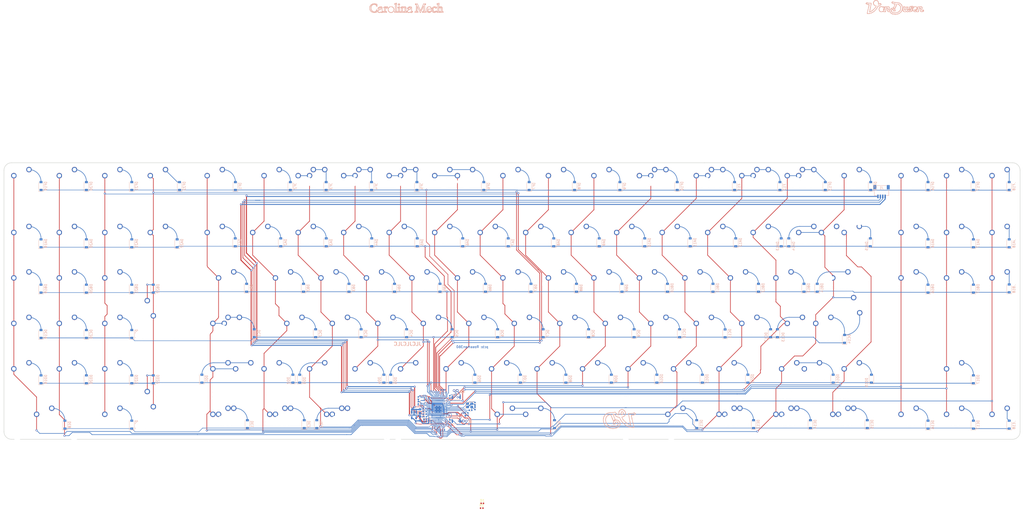
<source format=kicad_pcb>
(kicad_pcb (version 20221018) (generator pcbnew)
  (layers (0 "F.Cu" signal) (31 "B.Cu" signal) (34 "B.Paste" user) (35 "F.Paste" user) (36 "B.SilkS" user "B.Silkscreen") (37 "F.SilkS" user "F.Silkscreen") (38 "B.Mask" user) (39 "F.Mask" user) (44 "Edge.Cuts" user))
  (net 0 "")
  (net 1 "Net-(DA1-A)")
  (net 2 "Net-(DB1-A)")
  (net 3 "Net-(DC1-A)")
  (net 4 "Net-(DD1-A)")
  (net 5 "c1")
  (net 6 "Net-(DA2-A)")
  (net 7 "Net-(DB2-A)")
  (net 8 "Net-(DC2-A)")
  (net 9 "Net-(DD2-A)")
  (net 10 "Net-(DE1-A)")
  (net 11 "Net-(DA3-A)")
  (net 12 "Net-(DB3-A)")
  (net 13 "Net-(DC3-A)")
  (net 14 "Net-(DD3-A)")
  (net 15 "c2")
  (net 16 "Net-(DE3-A)")
  (net 17 "c3")
  (net 18 "Net-(DA4-A)")
  (net 19 "Net-(DA5-A)")
  (net 20 "Net-(DA6-A)")
  (net 21 "c4")
  (net 22 "c5")
  (net 23 "c6")
  (net 24 "Net-(DA7-A)")
  (net 25 "Net-(DA8-A)")
  (net 26 "Net-(DA9-A)")
  (net 27 "Net-(DA10-A)")
  (net 28 "Net-(DA11-A)")
  (net 29 "Net-(DA12-A)")
  (net 30 "Net-(DA13-A)")
  (net 31 "Net-(DA14-A)")
  (net 32 "Net-(DA15-A)")
  (net 33 "c7")
  (net 34 "c8")
  (net 35 "c9")
  (net 36 "c10")
  (net 37 "c11")
  (net 38 "c12")
  (net 39 "c13")
  (net 40 "c14")
  (net 41 "Net-(DA16-A)")
  (net 42 "c15")
  (net 43 "Net-(DB4-A)")
  (net 44 "Net-(DC4-A)")
  (net 45 "Net-(DD4-A)")
  (net 46 "Net-(DB5-A)")
  (net 47 "Net-(DC5-A)")
  (net 48 "Net-(DD5-A)")
  (net 49 "Net-(DB6-A)")
  (net 50 "Net-(DC6-A)")
  (net 51 "Net-(DD6-A)")
  (net 52 "Net-(DB7-A)")
  (net 53 "Net-(DC7-A)")
  (net 54 "Net-(DD7-A)")
  (net 55 "Net-(DB8-A)")
  (net 56 "Net-(DC8-A)")
  (net 57 "Net-(DD8-A)")
  (net 58 "Net-(DB9-A)")
  (net 59 "Net-(DC9-A)")
  (net 60 "Net-(DD9-A)")
  (net 61 "Net-(DB10-A)")
  (net 62 "Net-(DB11-A)")
  (net 63 "Net-(DB12-A)")
  (net 64 "Net-(DB13-A)")
  (net 65 "Net-(DC10-A)")
  (net 66 "Net-(DC11-A)")
  (net 67 "Net-(DC12-A)")
  (net 68 "Net-(DD10-A)")
  (net 69 "Net-(DD11-A)")
  (net 70 "Net-(DD12-A)")
  (net 71 "Net-(DC13-A)")
  (net 72 "Net-(DB14-A)")
  (net 73 "Net-(DE14-A)")
  (net 74 "Net-(DE15-A)")
  (net 75 "Net-(DE12-A)")
  (net 76 "Net-(DE7-A)")
  (net 77 "Net-(DD14-A)")
  (net 78 "Net-(DD15-A)")
  (net 79 "Net-(DA17-A)")
  (net 80 "Net-(DC14-A)")
  (net 81 "Net-(DE11-A)")
  (net 82 "rA")
  (net 83 "rB")
  (net 84 "rC")
  (net 85 "rD")
  (net 86 "rE")
  (net 87 "Net-(DE2-A)")
  (net 88 "+5V")
  (net 89 "GND")
  (net 90 "+3V3")
  (net 91 "Net-(U1-XIN)")
  (net 92 "Net-(C4-Pad1)")
  (net 93 "+1V1")
  (net 94 "Net-(D1-K)")
  (net 95 "/LED")
  (net 96 "D+")
  (net 97 "D-")
  (net 98 "Net-(J5-Pin_2)")
  (net 99 "/~{RESET}")
  (net 100 "/QSPI_~{CS}")
  (net 101 "Net-(U1-USB_DP)")
  (net 102 "Net-(U1-USB_DM)")
  (net 103 "Net-(U1-XOUT)")
  (net 104 "/VBUS_DET")
  (net 105 "c21")
  (net 107 "unconnected-(U1-SWD-Pad25)")
  (net 108 "/MISO")
  (net 109 "/QSPI_D3")
  (net 110 "/QSPI_SCLK")
  (net 111 "/QSPI_D0")
  (net 112 "/QSPI_D2")
  (net 113 "/QSPI_D1")
  (net 115 "Net-(DA18-A)")
  (net 116 "Net-(DA19-A)")
  (net 117 "Net-(DA20-A)")
  (net 118 "Net-(DA21-A)")
  (net 119 "Net-(DA22-A)")
  (net 120 "Net-(DB16-A)")
  (net 121 "Net-(DB17-A)")
  (net 122 "Net-(DB18-A)")
  (net 123 "Net-(DB19-A)")
  (net 124 "Net-(DB20-A)")
  (net 125 "Net-(DB21-A)")
  (net 126 "Net-(DB22-A)")
  (net 127 "Net-(DC19-A)")
  (net 128 "Net-(DC20-A)")
  (net 129 "Net-(DC21-A)")
  (net 130 "Net-(DD17-A)")
  (net 131 "Net-(DD19-A)")
  (net 132 "Net-(DD20-A)")
  (net 133 "Net-(DD21-A)")
  (net 134 "Net-(DD22-A)")
  (net 135 "Net-(DE8-A)")
  (net 136 "Net-(DE10-A)")
  (net 137 "Net-(DE16-A)")
  (net 138 "Net-(DE17-A)")
  (net 139 "Net-(DE18-A)")
  (net 140 "rF")
  (net 141 "Net-(DF1-A)")
  (net 142 "Net-(DF2-A)")
  (net 143 "Net-(DF3-A)")
  (net 144 "Net-(DF4-A)")
  (net 145 "Net-(DF5-A)")
  (net 146 "Net-(DF6-A)")
  (net 147 "Net-(DF7-A)")
  (net 148 "Net-(DF8-A)")
  (net 149 "Net-(DF9-A)")
  (net 150 "Net-(DF10-A)")
  (net 151 "Net-(DF11-A)")
  (net 152 "Net-(DF12-A)")
  (net 153 "Net-(DF13-A)")
  (net 154 "Net-(DF14-A)")
  (net 155 "Net-(DF16-A)")
  (net 156 "Net-(DF17-A)")
  (net 157 "Net-(DF18-A)")
  (net 158 "Net-(DF19-A)")
  (net 159 "Net-(DF20-A)")
  (net 160 "Net-(DF21-A)")
  (net 161 "Net-(DF22-A)")
  (net 162 "c16")
  (net 163 "c17")
  (net 164 "c18")
  (net 165 "c19")
  (net 166 "c20")
  (net 167 "c22")
  (footprint "MX_Only:MXOnly-2U-NoLED" (layer "F.Cu") (at 346.55125 88.10625)
    (fp_text reference "KA14.2")
    (fp_text value "Bspc")
  )
  (footprint "MX_Only:MXOnly-1U-NoLED" (layer "F.Cu") (at 246.53875 145.25625)
    (fp_text reference "KD9")
    (fp_text value "M")
  )
  (footprint "MX_Only:MXOnly-1U-NoLED" (layer "F.Cu") (at 356.07635 64.29375)
    (fp_text reference "KF14")
    (fp_text value "F13")
  )
  (footprint "MX_Only:MXOnly-1U-NoLED" (layer "F.Cu") (at 308.45125 107.15625)
    (fp_text reference "KB12")
    (fp_text value "[")
  )
  (footprint "MX_Only:MXOnly-1.25U-NoLED" (layer "F.Cu") (at 115.57 164.30625)
    (fp_text reference "KE2")
    (fp_text value "LWin")
  )
  (footprint "MX_Only:MXOnly-1U-NoLED" (layer "F.Cu") (at 8.41385 64.29375)
    (fp_text reference "KF19")
    (fp_text value "F17")
  )
  (footprint "MX_Only:MXOnly-1U-NoLED" (layer "F.Cu") (at 332.26375 126.20625)
    (fp_text reference "KC13")
    (fp_text value "#")
  )
  (footprint "MX_Only:MXOnly-1U-NoLED" (layer "F.Cu") (at 337.02635 64.29375)
    (fp_text reference "KF13.2")
    (fp_text value "F11")
  )
  (footprint "MX_Only:MXOnly-1U-NoLED" (layer "F.Cu") (at 27.46385 64.29375)
    (fp_text reference "KF20")
    (fp_text value "F18")
  )
  (footprint "MX_Only:MXOnly-1U-NoLED" (layer "F.Cu") (at 217.96375 126.20625)
    (fp_text reference "KC7")
    (fp_text value "H")
  )
  (footprint "MX_Only:MXOnly-1U-NoLED" (layer "F.Cu") (at 289.40125 107.15625)
    (fp_text reference "KB11")
    (fp_text value "P")
  )
  (footprint "MX_Only:MXOnly-1U-NoLED" (layer "F.Cu") (at 146.52625 88.10625)
    (fp_text reference "KA4")
    (fp_text value "3")
  )
  (footprint "MX_Only:MXOnly-1U-NoLED" (layer "F.Cu") (at 122.71375 126.20625)
    (fp_text reference "KC2")
    (fp_text value "A")
  )
  (footprint "MX_Only:MXOnly-1.25U-NoLED" (layer "F.Cu") (at 139.3825 164.30625)
    (fp_text reference "KE3")
    (fp_text value "LAlt")
  )
  (footprint "MX_Only:MXOnly-1U-NoLED" (layer "F.Cu") (at 275.11385 64.29375)
    (fp_text reference "KF10")
    (fp_text value "F9")
  )
  (footprint "MX_Only:MXOnly-1U-NoLED" (layer "F.Cu") (at 117.95125 164.30625)
    (fp_text reference "KE2.2")
    (fp_text value "LWin" hide)
  )
  (footprint "MX_Only:MXOnly-1U-NoLED" (layer "F.Cu") (at 141.76375 126.20625)
    (fp_text reference "KC3")
    (fp_text value "S")
  )
  (footprint "MX_Only:MXOnly-1U-NoLED" (layer "F.Cu") (at 27.46385 145.25625)
    (fp_text reference "KD20")
    (fp_text value "2")
  )
  (footprint "MX_Only:MXOnly-1U-NoLED" (layer "F.Cu") (at 46.51385 64.29375)
    (fp_text reference "KF21")
    (fp_text value "F19")
  )
  (footprint "MX_Only:MXOnly-1U-NoLED" (layer "F.Cu") (at 46.51385 126.20625)
    (fp_text reference "KC21")
    (fp_text value "6")
  )
  (footprint "MX_Only:MXOnly-1U-NoLED" (layer "F.Cu") (at 379.88885 64.29375)
    (fp_text reference "KF16")
    (fp_text value "F14")
  )
  (footprint "MX_Only:MXOnly-1U-NoLED" (layer "F.Cu") (at 117.95125 107.15625)
    (fp_text reference "KB2")
    (fp_text value "Q")
  )
  (footprint "MX_Only:MXOnly-1U-NoLED" (layer "F.Cu") (at 294.16385 64.29375)
    (fp_text reference "KF11")
    (fp_text value "F10")
  )
  (footprint "MX_Only:MXOnly-1U-NoLED" (layer "F.Cu") (at 156.05125 107.15625)
    (fp_text reference "KB4")
    (fp_text value "E")
  )
  (footprint "MX_Only:MXOnly-1U-NoLED" (layer "F.Cu") (at 132.23885 64.29375)
    (fp_text reference "KF3")
    (fp_text value "F2")
  )
  (footprint "MX_Only:MXOnly-1U-NoLED" (layer "F.Cu") (at 270.35135 64.29375)
    (fp_text reference "KF10.2")
    (fp_text value "F8")
  )
  (footprint "MX_Only:MXOnly-1U-NoLED" (layer "F.Cu") (at 46.51385 88.10625)
    (fp_text reference "KA21")
    (fp_text value "Multiply")
  )
  (footprint "MX_Only:MXOnly-1U-NoLED" (layer "F.Cu") (at 113.18885 64.29375)
    (fp_text reference "KF2")
    (fp_text value "F1")
  )
  (footprint "MX_Only:MXOnly-7U-ReversedStabilizers-NoLED" (layer "F.Cu") (at 222.72625 164.30625)
    (fp_text reference "KE7.2")
    (fp_text value "Space")
  )
  (footprint "MX_Only:MXOnly-1U-NoLED" (layer "F.Cu") (at 356.07625 145.25625)
    (fp_text reference "KD15")
    (fp_text value "Fn")
  )
  (footprint "MX_Only:MXOnly-1U-NoLED" (layer "F.Cu") (at 46.51385 107.15625)
    (fp_text reference "KB21")
    (fp_text value "9")
  )
  (footprint "MX_Only:MXOnly-1U-NoLED" (layer "F.Cu") (at 227.48875 145.25625)
    (fp_text reference "KD8")
    (fp_text value "N")
  )
  (footprint "MX_Only:MXOnly-1U-NoLED" (layer "F.Cu") (at 208.43875 145.25625)
    (fp_text reference "KD7")
    (fp_text value "B")
  )
  (footprint "MX_Only:MXOnly-1U-NoLED" (layer "F.Cu") (at 398.93885 88.10625)
    (fp_text reference "KA17")
    (fp_text value "Home")
  )
  (footprint "MX_Only:MXOnly-1U-NoLED" (layer "F.Cu") (at 170.33885 64.29375)
    (fp_text reference "KF5")
    (fp_text value "F4")
  )
  (footprint "MX_Only:MXOnly-1U-NoLED" (layer "F.Cu") (at 256.06375 126.20625)
    (fp_text reference "KC9")
    (fp_text value "K")
  )
  (footprint "MX_Only:MXOnly-1U-NoLED" (layer "F.Cu") (at 27.46385 88.10625)
    (fp_text reference "KA20")
    (fp_text value "Divide")
  )
  (footprint "MX_Only:MXOnly-1.25U-NoLED" (layer "F.Cu") (at 353.695 164.30625)
    (fp_text reference "KE15")
    (fp_text value "Rctl" hide)
  )
  (footprint "MX_Only:MXOnly-1.25U-NoLED" (layer "F.Cu") (at 91.7575 126.20625)
    (fp_text reference "KC1.2")
    (fp_text value "Stepped")
  )
  (footprint "MX_Only:MXOnly-1U-NoLED" (layer "F.Cu") (at 8.41385 145.25625)
    (fp_text reference "KD19")
    (fp_text value "1")
  )
  (footprint "MX_Only:MXOnly-1.25U-NoLED" (layer "F.Cu") (at 91.7575 145.25625)
    (fp_text reference "KD1")
    (fp_text value "Lshift")
  )
  (footprint "MX_Only:MXOnly-1.5U-NoLED" (layer "F.Cu") (at 303.68875 164.30625)
    (fp_text reference "KE12.2")
    (fp_text value "Rwin")
  )
  (footprint "MX_Only:MXOnly-1U-NoLED" (layer "F.Cu") (at 194.15125 107.15625)
    (fp_text reference "KB6")
    (fp_text value "T")
  )
  (footprint "MX_Only:MXOnly-1U-NoLED" (layer "F.Cu") (at 317.97625 88.10625)
    (fp_text reference "KA13")
    (fp_text value "=")
  )
  (footprint "MX_Only:MXOnly-1U-NoLED" (layer "F.Cu") (at 379.88885 107.15625)
    (fp_text reference "KB16")
    (fp_text value "Del")
  )
  (footprint "MX_Only:MXOnly-1U-NoLED" (layer "F.Cu") (at 8.41385 88.10625)
    (fp_text reference "KA19")
    (fp_text value "Num")
  )
  (footprint "Connector_PinHeader_1.27mm:PinHeader_1x02_P1.27mm_Vertical" (layer "F.Cu") (at 192.785 164.59 90)
    (fp_text reference "J5" hide)
    (fp_text value "Conn_01x02" hide)
  )
  (footprint "MX_Only:MXOnly-1U-NoLED" (layer "F.Cu") (at 417.98885 88.10625)
    (fp_text reference "KA18")
    (fp_text value "PgUp")
  )
  (footprint "MX_Only:MXOnly-1U-NoLED" (layer "F.Cu") (at 398.93885 164.30625)
    (fp_text reference "KE17")
    (fp_text value "Down")
  )
  (footprint "MX_Only:MXOnly-1U-NoLED" (layer "F.Cu") (at 203.67625 88.10625)
    (fp_text reference "KA7")
    (fp_text value "6")
  )
  (footprint "MX_Only:MXOnly-1U-NoLED" (layer "F.Cu") (at 170.33875 145.25625)
    (fp_text reference "KD5")
    (fp_text value "C")
  )
  (footprint "MX_Only:MXOnly-1U-NoLED" (layer "F.Cu") (at 251.30125 107.15625)
    (fp_text reference "KB9")
    (fp_text value "I")
  )
  (footprint "MX_Only:MXOnly-1U-NoLED" (layer "F.Cu") (at 417.98885 164.30625)
    (fp_text reference "KE18")
    (fp_text value "Right")
  )
  (footprint "MX_Only:MXOnly-1U-NoLED" (layer "F.Cu") (at 165.57635 64.29375)
    (fp_text reference "KF5.2")
    (fp_text value "F3")
  )
  (footprint "MX_Only:MXOnly-1U-NoLED" (layer "F.Cu") (at 298.92635 64.29375)
    (fp_text reference "KF11.2")
    (fp_text value "F9")
  )
  (footprint "MX_Only:MXOnly-2.25U-NoLED" (layer "F.Cu") (at 344.17 126.20625)
    (fp_text reference "KC14")
    (fp_text value "Enter")
  )
  (footprint "MX_Only:MXOnly-1U-NoLED" (layer "F.Cu") (at 232.25125 107.15625)
    (fp_text reference "KB8")
    (fp_text value "U")
  )
  (footprint "MX_Only:MXOnly-1U-NoLED" (layer "F.Cu") (at 275.11375 126.20625)
    (fp_text reference "KC10")
    (fp_text value "L")
  )
  (footprint "MX_Only:MXOnly-1.25U-NoLED" (layer "F.Cu") (at 306.07 164.30625)
    (fp_text reference "KE12")
    (fp_text value "Rwin" hide)
  )
  (footprint "MX_Only:MXOnly-1U-NoLED" (layer "F.Cu") (at 332.26385 64.29375)
    (fp_text reference "KF13")
    (fp_text value "F12")
  )
  (footprint "MX_Only:MXOnly-2U-ReversedStabilizers-NoLED" (layer "F.Cu") (at 65.56385 116.68125 90)
    (fp_text reference "KB22")
    (fp_text value "+")
  )
  (footprint "MX_Only:MXOnly-1.75U-NoLED" (layer "F.Cu") (at 329.8825 145.25625)
    (fp_text reference "KD14")
    (fp_text value "Rsft" hide)
  )
  (footprint "MX_Only:MXOnly-1U-NoLED" (layer "F.Cu") (at 189.38875 145.25625)
    (fp_text reference "KD6")
    (fp_text value "V")
  )
  (footprint "MX_Only:MXOnly-1U-NoLED" (layer "F.Cu") (at 89.37635 64.29375)
    (fp_text reference "KF1")
    (fp_text value "Esc")
  )
  (footprint "MX_Only:MXOnly-1U-NoLED" (layer "F.Cu") (at 46.51385 164.30625)
    (fp_text reference "KE10")
    (fp_text value ".")
  )
  (footprint "MX_Only:MXOnly-1U-NoLED" (layer "F.Cu") (at 113.18875 145.25625)
    (fp_text reference "KD2")
    (fp_text value "\\")
  )
  (footprint "MX_Only:MXOnly-1U-NoLED" (layer "F.Cu") (at 165.57625 88.10625)
    (fp_text reference "KA5")
    (fp_text value "4")
  )
  (footprint "MX_Only:MXOnly-1U-NoLED" (layer "F.Cu") (at 284.63875 145.25625)
    (fp_text reference "KD11")
    (fp_text value ".")
  )
  (footprint "MX_Only:MXOnly-1U-NoLED" (layer "F.Cu") (at 213.20135 64.29375)
    (fp_text reference "KF7")
    (fp_text value "F6")
  )
  (footprint "MX_Only:MXOnly-1U-NoLED" (layer "F.Cu") (at 160.81375 126.20625)
    (fp_text reference "KC4")
    (fp_text value "D")
  )
  (footprint "MX_Only:MXOnly-1U-NoLED" (layer "F.Cu") (at 327.50125 164.30625)
    (fp_text reference "KE14.2")
    (fp_text value "RMenu")
  )
  (footprint "Resistor_SMD:R_0402_1005Metric" (layer "F.Cu") (at 200.52 201.1)
    (fp_text reference "R1")
    (fp_text value "1k")
  )
  (footprint "MX_Only:MXOnly-1U-NoLED" (layer "F.Cu") (at 398.93885 145.25625)
    (fp_text reference "KD17")
    (fp_text value "Up")
  )
  (footprint "MX_Only:MXOnly-1U-NoLED" (layer "F.Cu") (at 241.77625 88.10625)
    (fp_text reference "KA9")
    (fp_text value "8")
  )
  (footprint "MX_Only:MXOnly-1U-NoLED" (layer "F.Cu") (at 398.93885 64.29375)
    (fp_text reference "KF17")
    (fp_text value "F15")
  )
  (footprint "MX_Only:MXOnly-1U-NoLED" (layer "F.Cu") (at 65.56385 88.10625)
    (fp_text reference "KA22")
    (fp_text value "Minus")
  )
  (footprint "MX_Only:MXOnly-ISO-ROTATED-ReversedStabilizers-NoLED" (layer "F.Cu") (at 353.695 116.68125)
    (fp_text reference "KC14.2")
    (fp_text value "Enter" hide)
  )
  (footprint "MX_Only:MXOnly-1U-NoLED" (layer "F.Cu") (at 65.56385 64.29375)
    (fp_text reference "KF22")
    (fp_text value "F20")
  )
  (footprint "MX_Only:MXOnly-1U-NoLED" (layer "F.Cu") (at 313.21375 126.20625)
    (fp_text reference "KC12")
    (fp_text value "'")
  )
  (footprint "MX_Only:MXOnly-1U-NoLED" (layer "F.Cu") (at 213.20125 107.15625)
    (fp_text reference "KB7")
    (fp_text value "Y")
  )
  (footprint "MX_Only:MXOnly-1U-NoLED" (layer "F.Cu") (at 151.28885 64.29375)
    (fp_text reference "KF4")
    (fp_text value "F3")
  )
  (footprint "MX_Only:MXOnly-6.25U-ReversedStabilizers-NoLED" (layer "F.Cu") (at 210.82 164.30625)
    (fp_text reference "KE7")
    (fp_text value "Space")
  )
  (footprint "MX_Only:MXOnly-2.25U-NoLED" (layer "F.Cu") (at 101.2825 145.25625)
    (fp_text reference "KD1.2")
    (fp_text value "Lshift" hide)
  )
  (footprint "MX_Only:MXOnly-1U-NoLED" (layer "F.Cu") (at 194.15135 64.29375)
    (fp_text reference "KF6")
    (fp_text value "F5")
  )
  (footprint "MX_Only:MXOnly-1U-NoLED" (layer "F.Cu") (at 27.46385 107.15625)
    (fp_text reference "KB20")
    (fp_text value "8")
  )
  (footprint "MX_Only:MXOnly-1U-NoLED" (layer "F.Cu") (at 237.01375 126.20625)
    (fp_text reference "KC8")
    (fp_text value "J")
  )
  (footprint "MX_Only:MXOnly-1U-NoLED" (layer "F.Cu") (at 294.16375 126.20625)
    (fp_text reference "KC11")
    (fp_text value ";")
  )
  (footprint "MX_Only:MXOnly-1U-NoLED" (layer "F.Cu") (at 27.46385 126.20625)
    (fp_text reference "KC20")
    (fp_text value "5")
  )
  (footprint "MX_Only:MXOnly-1U-NoLED" (layer "F.Cu") (at 46.51385 145.25625)
    (fp_text reference "KD21")
    (fp_text value "3")
  )
  (footprint "MX_Only:MXOnly-1U-NoLED" (layer "F.Cu") (at 198.91375 126.20625)
    (fp_text reference "KC6")
    (fp_text value "G")
  )
  (footprint "MX_Only:MXOnly-1U-NoLED" (layer "F.Cu") (at 260.82625 88.10625)
    (fp_text reference "KA10")
    (fp_text value "9")
  )
  (footprint "MX_Only:MXOnly-1.5U-NoLED" (layer "F.Cu") (at 94.13875 107.15625)
    (fp_text reference "KB1")
    (fp_text value "Tab")
  )
  (footprint "MX_Only:MXOnly-1U-NoLED" (layer "F.Cu") (at 108.42625 88.10625)
    (fp_text reference "KA2")
    (fp_text value "1")
  )
  (footprint "MX_Only:MXOnly-1U-NoLED" (layer "F.Cu") (at 398.93885 107.15625)
    (fp_text reference "KB17")
    (fp_text value "End")
  )
  (footprint "LED_SMD:LED_0402_1005Metric" (layer "F.Cu") (at 200.755 199.11)
    (fp_text reference "D1")
    (fp_text value "LED")
  )
  (footprint "MX_Only:MXOnly-1U-NoLED" (layer "F.Cu") (at 184.62625 88.10625)
    (fp_text reference "KA6")
    (fp_text value "5")
  )
  (footprint "MX_Only:MXOnly-1U-NoLED" (layer "F.Cu") (at 127.47635 64.29375)
    (fp_text reference "KF3.2")
    (fp_text value "F1")
  )
  (footprint "MX_Only:MXOnly-1U-NoLED" (layer "F.Cu") (at 313.21385 64.29375)
    (fp_text reference "KF12")
    (fp_text value "F11")
  )
  (footprint "MX_Only:MXOnly-1U-NoLED" (layer "F.Cu") (at 337.02625 88.10625)
    (fp_text reference "KA14")
    (fp_text value "Bspc" hide)
  )
  (footprint "MX_Only:MXOnly-1.25U-NoLED" (layer "F.Cu") (at 329.8825 164.30625)
    (fp_text reference "KE14")
    (fp_text value "RMenu" hide)
  )
  (footprint "MX_Only:MXOnly-1U-NoLED" (layer "F.Cu") (at 251.30135 64.29375)
    (fp_text reference "KF9")
    (fp_text value "F8")
  )
  (footprint "MX_Only:MXOnly-1U-NoLED" (layer "F.Cu") (at 298.92625 88.10625)
    (fp_text reference "KA12")
    (fp_text value "-")
  )
  (footprint "MX_Only:MXOnly-2U-ReversedStabilizers-NoLED" (layer "F.Cu") (at 17.93885 164.30625)
    (fp_text reference "KE8")
    (fp_text value "0")
  )
  (footprint "MX_Only:MXOnly-1U-NoLED" (layer "F.Cu") (at 8.41385 126.20625)
    (fp_text reference "KC19")
    (fp_text value "4")
  )
  (footprint "MX_Only:MXOnly-1U-NoLED" (layer "F.Cu") (at 279.87625 88.10625)
    (fp_text reference "KA11")
    (fp_text value "10")
  )
  (footprint "MX_Only:MXOnly-1U-NoLED" (layer "F.Cu") (at 232.25135 64.29375)
    (fp_text reference "KF8")
    (fp_text value "F7")
  )
  (footprint "MX_Only:MXOnly-1U-NoLED" (layer "F.Cu") (at 132.23875 145.25625)
    (fp_text reference "KD3")
    (fp_text value "Z")
  )
  (footprint "MX_Only:MXOnly-1U-NoLED" (layer "F.Cu") (at 327.50125 107.15625)
    (fp_text reference "KB13")
    (fp_text value "]")
  )
  (footprint "MX_Only:MXOnly-1U-NoLED" (layer "F.Cu") (at 151.28875 145.25625)
    (fp_text reference "KD4")
    (fp_text value "X")
  )
  (footprint "MX_Only:MXOnly-1U-NoLED" (layer "F.Cu") (at 303.68875 145.25625)
    (fp_text reference "KD12")
    (fp_text value "/")
  )
  (footprint "MX_Only:MXOnly-1U-NoLED" (layer "F.Cu") (at 270.35125 107.15625)
    (fp_text reference "KB10")
    (fp_text value "O")
  )
  (footprint "MX_Only:MXOnly-1.25U-NoLED" (layer "F.Cu") (at 91.7575 164.30625)
    (fp_text reference "KE1")
    (fp_text value "LCtl")
  )
  (footprint "MX_Only:MXOnly-1U-NoLED" (layer "F.Cu") (at 175.10125 107.15625)
    (fp_text reference "KB5")
    (fp_text value "R")
  )
  (footprint "MX_Only:MXOnly-1U-NoLED" (layer "F.Cu") (at 137.00125 107.15625)
    (fp_text reference "KB3")
    (fp_text value "W")
  )
  (footprint "Connector_PinHeader_1.27mm:PinHeader_1x02_P1.27mm_Vertical" (layer "F.Cu") (at 190.205644 151.844846 -90)
    (fp_text reference "J5" hide)
    (fp_text value "Conn_01x02" hide)
  )
  (footprint "MX_Only:MXOnly-1.5U-NoLED" (layer "F.Cu") (at 351.31375 107.15625)
    (fp_text reference "KB14")
    (fp_text value "\\")
  )
  (footprint "MX_Only:MXOnly-1.5U-NoLED" (layer "F.Cu") (at 141.76375 164.30625)
    (fp_text reference "KE3.2")
    (fp_text value "LAlt" hide)
  )
  (footprint "MX_Only:MXOnly-1U-NoLED" (layer "F.Cu") (at 356.07625 88.10625)
    (fp_text reference "KA15")
    (fp_text value "`")
  )
  (footprint "MX_Only:MXOnly-1U-NoLED" (layer "F.Cu") (at 265.58875 145.25625)
    (fp_text reference "KD10")
    (fp_text value ",")
  )
  (footprint "MX_Only:MXOnly-1U-NoLED" (layer "F.Cu") (at 317.97635 64.29375)
    (fp_text reference "KF12.2")
    (fp_text value "F10")
  )
  (footprint "MX_Only:MXOnly-1.5U-NoLED" (layer "F.Cu") (at 351.31375 164.30625)
    (fp_text reference "KE15.2")
    (fp_text value "Rctl")
  )
  (footprint "MX_Only:MXOnly-1U-NoLED" (layer "F.Cu") (at 184.62635 64.29375)
    (fp_text reference "KF6.2")
    (fp_text value "F4")
  )
  (footprint "MX_Only:MXOnly-1.5U-NoLED" (layer "F.Cu") (at 94.13875 164.30625)
    (fp_text reference "KE1.2")
    (fp_text value "LCtl" hide)
  )
  (footprint "MX_Only:MXOnly-2U-ReversedStabilizers-NoLED" (layer "F.Cu") (at 65.56385 154.78125 90)
    (fp_text reference "KD22")
    (fp_text value "Return")
  )
  (footprint "MX_Only:MXOnly-1U-NoLED" (layer "F.Cu") (at 417.98885 64.29375)
    (fp_text reference "KF18")
    (fp_text value "F16")
  )
  (footprint "MX_Only:MXOnly-2.75U-NoLED" (layer "F.Cu") (at 339.4075 145.25625)
    (fp_text reference "KD14.2")
    (fp_text value "Rsft")
  )
  (footprint "MX_Only:MXOnly-1U-NoLED" (layer "F.Cu") (at 8.41385 107.15625)
    (fp_text reference "KB19")
    (fp_text value "7")
  )
  (footprint "MX_Only:MXOnly-1U-NoLED" (layer "F.Cu") (at 379.88885 88.10625)
    (fp_text reference "KA16")
    (fp_text value "Ins")
  )
  (footprint "MX_Only:MXOnly-1.25U-NoLED" (layer "F.Cu") (at 282.2575 164.30625)
    (fp_text reference "KE11")
    (fp_text value "AltGr")
  )
  (footprint "MX_Only:MXOnly-1.75U-NoLED" (layer "F.Cu") (at 96.52 126.20625)
    (fp_text reference "KC1")
    (fp_text value "Caps")
  )
  (footprint "MX_Only:MXOnly-1U-NoLED" (layer "F.Cu") (at 127.47625 88.10625)
    (fp_text reference "KA3")
    (fp_text value "2")
  )
  (footprint "MX_Only:MXOnly-1U-NoLED" (layer "F.Cu") (at 417.98885 107.15625)
    (fp_text reference "KB18")
    (fp_text value "PgDn")
  )
  (footprint "MX_Only:MXOnly-1U-NoLED" (layer "F.Cu") (at 146.52635 64.29375)
    (fp_text reference "KF4.2")
    (fp_text value "F2")
  )
  (footprint "MX_Only:MXOnly-1U-NoLED" (layer "F.Cu") (at 89.37625 88.10625)
    (fp_text reference "KA1")
    (fp_text value "`")
  )
  (footprint "MX_Only:MXOnly-1U-NoLED" (layer "F.Cu") (at 179.86375 126.20625)
    (fp_text reference "KC5")
    (fp_text value "F")
  )
  (footprint "MX_Only:MXOnly-1U-NoLED" (layer "F.Cu") (at 379.88885 164.30625)
    (fp_text reference "KE16")
    (fp_text value "Left")
  )
  (footprint "MX_Only:MXOnly-1U-NoLED" (layer "F.Cu") (at 222.72625 88.10625)
    (fp_text reference "KA8")
    (fp_text value "7")
  )
  (footprint "montsinger:diode_smd" (layer "B.Cu") (at 34.98885 109.10625 90)
    (fp_text reference "DB20")
    (fp_text value "Diode")
  )
  (footprint "montsinger:diode_smd" (layer "B.Cu") (at 230.98125 165.89375 90)
    (fp_text reference "DE7")
    (fp_text value "Diode")
  )
  (footprint "montsinger:diode_smd" (layer "B.Cu") (at 53.98885 66.10625 90)
    (fp_text reference "DF21")
    (fp_text value "Diode")
  )
  (footprint "Capacitor_SMD:C_0402_1005Metric" (layer "B.Cu") (at 177.375 163.268751 -90)
    (fp_text reference "C6" hide)
    (fp_text value "1µ")
  )
  (footprint "montsinger:diode_smd" (layer "B.Cu") (at 202.08875 108.74375 90)
    (fp_text reference "DB6")
    (fp_text value "Diode")
  )
  (footprint "montsinger:diode_smd" (layer "B.Cu") (at 53.98885 166.10625 90)
    (fp_text reference "DE10")
    (fp_text value "Diode")
  )
  (footprint "montsinger:diode_smd" (layer "B.Cu") (at 125.88875 108.74375 90)
    (fp_text reference "DB2")
    (fp_text value "Diode")
  )
  (footprint "montsinger:diode_smd" (layer "B.Cu") (at 387.37635 109.10625 90)
    (fp_text reference "DB16")
    (fp_text value "Diode")
  )
  (footprint "0xLib_Package_DFN_QFN:USON-8-1EP_3x2mm_P0.5mm_EP0.25x1.65mm" (layer "B.Cu") (at 175.825 155.968751 -90)
    (fp_text reference "U2" hide)
    (fp_text value "GD25Q80CEIGR")
  )
  (footprint "montsinger:diode_smd" (layer "B.Cu") (at 62.98885 109.10625 90)
    (fp_text reference "DB22")
    (fp_text value "Diode")
  )
  (footprint "montsinger:diode_smd" (layer "B.Cu") (at 361.95 165.89375 90)
    (fp_text reference "DE15")
    (fp_text value "Diode")
  )
  (footprint "Button_Switch_SMD:SW_SPST_CK_KXT3" (layer "B.Cu") (at 189.825 154.61875 180)
    (fp_text reference "SW2" hide)
    (fp_text value "SW_Push")
  )
  (footprint "montsinger:diode_smd" (layer "B.Cu") (at 83.34375 146.84375 90)
    (fp_text reference "DD1")
    (fp_text value "Diode")
  )
  (footprint "montsinger:diode_smd" (layer "B.Cu") (at 363.2201 89.69375 90)
    (fp_text reference "DA15")
    (fp_text value "Diode")
  )
  (footprint "montsinger:diode_smd" (layer "B.Cu") (at 163.98875 108.74375 90)
    (fp_text reference "DB4")
    (fp_text value "Diode")
  )
  (footprint "Capacitor_SMD:C_0402_1005Metric" (layer "B.Cu") (at 197.69885 157.31625 -90)
    (fp_text reference "C3" hide)
    (fp_text value "15p")
  )
  (footprint "montsinger:diode_smd" (layer "B.Cu") (at 421.37635 66.10625 90)
    (fp_text reference "DF18")
    (fp_text value "Diode")
  )
  (footprint "montsinger:diode_smd" (layer "B.Cu") (at 421.37635 109 90)
    (fp_text reference "DB18")
    (fp_text value "Diode")
  )
  (footprint "montsinger:diode_smd" (layer "B.Cu") (at 258.37635 66.10625 90)
    (fp_text reference "DF9")
    (fp_text value "Diode")
  )
  (footprint "Capacitor_SMD:C_0603_1608Metric" (layer "B.Cu") (at 174.675 160.468751 -90)
    (fp_text reference "C1" hide)
    (fp_text value "1µ")
  )
  (footprint "montsinger:jst" (layer "B.Cu") (at 367.92535 65.70125)
    (fp_text reference "J1")
    (fp_text value "SM04B-SRSS-TB(LF)(SN)")
  )
  (footprint "montsinger:diode_smd" (layer "B.Cu") (at 34.98885 128.10625 90)
    (fp_text reference "DC20")
    (fp_text value "Diode")
  )
  (footprint "Resistor_SMD:R_0402_1005Metric" (layer "B.Cu") (at 173.975 154.998751 -90)
    (fp_text reference "R9" hide)
    (fp_text value "10k")
  )
  (footprint "montsinger:diode_smd" (layer "B.Cu") (at 264.31875 127.79375 90)
    (fp_text reference "DC9")
    (fp_text value "Diode")
  )
  (footprint "montsinger:diode_smd" (layer "B.Cu") (at 173.51375 89.69375 90)
    (fp_text reference "DA5")
    (fp_text value "Diode")
  )
  (footprint "montsinger:diode_smd" (layer "B.Cu") (at 287.81375 89.69375 90)
    (fp_text reference "DA11")
    (fp_text value "Diode")
  )
  (footprint "Capacitor_SMD:C_0402_1005Metric" (layer "B.Cu") (at 173.974999 156.948751 -90)
    (fp_text reference "C10" hide)
    (fp_text value "100n")
  )
  (footprint "montsinger:diode_smd" (layer "B.Cu") (at 297.33875 108.74375 90)
    (fp_text reference "DB11")
    (fp_text value "Diode")
  )
  (footprint "montsinger:diode_smd" (layer "B.Cu") (at 406.37635 66.10625 90)
    (fp_text reference "DF17")
    (fp_text value "Diode")
  )
  (footprint "montsinger:diode_smd" (layer "B.Cu") (at 216.69375 146.84375 90)
    (fp_text reference "DD7")
    (fp_text value "Diode")
  )
  (footprint "Capacitor_SMD:C_0402_1005Metric" (layer "B.Cu") (at 178.825 165.318751)
    (fp_text reference "C5" hide)
    (fp_text value "1µ")
  )
  (footprint "montsinger:diode_smd" (layer "B.Cu") (at 340.9951 108.74375 90)
    (fp_text reference "DB14")
    (fp_text value "Diode")
  )
  (footprint "montsinger:diode_smd" (layer "B.Cu") (at 347.6625 146.84375 90)
    (fp_text reference "DD14")
    (fp_text value "Diode")
  )
  (footprint "montsinger:diode_smd" (layer "B.Cu") (at 273.84375 146.84375 90)
    (fp_text reference "DD10")
    (fp_text value "Diode")
  )
  (footprint "montsinger:diode_smd" (layer "B.Cu") (at 311.94375 146.84375 90)
    (fp_text reference "DD12")
    (fp_text value "Diode")
  )
  (footprint "montsinger:diode_smd" (layer "B.Cu") (at 387.37635 90.10625 90)
    (fp_text reference "DA16")
    (fp_text value "Diode")
  )
  (footprint "montsinger:diode_smd" (layer "B.Cu") (at 363.69635 146.83625 90)
    (fp_text reference "DD15")
    (fp_text value "Diode")
  )
  (footprint "Button_Switch_SMD:SW_SPST_CK_KXT3" (layer "B.Cu") (at 189.825 164.618751 180)
    (fp_text reference "SW1" hide)
    (fp_text value "SW_Push")
  )
  (footprint "montsinger:diode_smd" (layer "B.Cu") (at 239.37635 66.10625 90)
    (fp_text reference "DF8")
    (fp_text value "Diode")
  )
  (footprint "montsinger:diode_smd" (layer "B.Cu") (at 192.56375 89.69375 90)
    (fp_text reference "DA6")
    (fp_text value "Diode")
  )
  (footprint "montsinger:diode_smd" (layer "B.Cu") (at 282.37635 66.10625 90)
    (fp_text reference "DF10")
    (fp_text value "Diode")
  )
  (footprint "montsinger:diode_smd" (layer "B.Cu") (at 338.1375 165.89375 90)
    (fp_text reference "DE14")
    (fp_text value "Diode")
  )
  (footprint "montsinger:diode_smd" (layer "B.Cu") (at 183.03875 108.74375 90)
    (fp_text reference "DB5")
    (fp_text value "Diode")
  )
  (footprint "montsinger:diode_smd" (layer "B.Cu") (at 363.37635 66.10625 90)
    (fp_text reference "DF14")
    (fp_text value "Diode")
  )
  (footprint "montsinger:diode_smd" (layer "B.Cu") (at 135.37635 66.10625 90)
    (fp_text reference "DF3")
    (fp_text value "Diode")
  )
  (footprint "montsinger:diode_smd" (layer "B.Cu") (at 53.98885 128.10625 90)
    (fp_text reference "DC21")
    (fp_text value "Diode")
  )
  (footprint "montsinger:diode_smd" (layer "B.Cu") (at 15.98885 128.10625 90)
    (fp_text reference "DC19")
    (fp_text value "Diode")
  )
  (footprint "Crystal:Crystal_SMD_2520-4Pin_2.5x2.0mm" (layer "B.Cu") (at 195.44885 158.01625)
    (fp_text reference "Y1" hide)
    (fp_text value "Crystal_GND24")
  )
  (footprint "Resistor_SMD:R_0402_1005Metric" (layer "B.Cu") (at 187.125 164.61875 -90)
    (fp_text reference "R2" hide)
    (fp_text value "10k")
  )
  (footprint "montsinger:diode_smd" (layer "B.Cu") (at 406.37635 109.10625 90)
    (fp_text reference "DB17")
    (fp_text value "Diode")
  )
  (footprint "montsinger:diode_smd" (layer "B.Cu") (at 150.01875 127.79375 90)
    (fp_text reference "DC3")
    (fp_text value "Diode")
  )
  (footprint "montsinger:diode_smd" (layer "B.Cu") (at 306.37635 66.10625 90)
    (fp_text reference "DF11")
    (fp_text value "Diode")
  )
  (footprint "montsinger:diode_smd" (layer "B.Cu") (at 34.98885 147.10625 90)
    (fp_text reference "DD20")
    (fp_text value "Diode")
  )
  (footprint "montsinger:diode_smd" (layer "B.Cu") (at 245.26875 127.79375 90)
    (fp_text reference "DC8")
    (fp_text value "Diode")
  )
  (footprint "montsinger:diode_smd" (layer "B.Cu") (at 316.38875 108.74375 90)
    (fp_text reference "DB12")
    (fp_text value "Diode")
  )
  (footprint "montsinger:diode_smd" (layer "B.Cu") (at 230.66375 89.69375 90)
    (fp_text reference "DA8")
    (fp_text value "Diode")
  )
  (footprint "montsinger:diode_smd" (layer "B.Cu") (at 325.91375 89.69375 90)
    (fp_text reference "DA13")
    (fp_text value "Diode")
  )
  (footprint "montsinger:diode_smd" (layer "B.Cu") (at 159.54375 146.84375 90)
    (fp_text reference "DD4")
    (fp_text value "Diode")
  )
  (footprint "montsinger:diode_smd" (layer "B.Cu") (at 25.98885 166.10625 90)
    (fp_text reference "DE8")
    (fp_text value "Diode")
  )
  (footprint "montsinger:diode_smd" (layer "B.Cu") (at 124.30135 146.84375 90)
    (fp_text reference "DD3")
    (fp_text value "Diode")
  )
  (footprint "montsinger:diode_smd" (layer "B.Cu") (at 324.32635 127.79375 90)
    (fp_text reference "DC13")
    (fp_text value "Diode")
  )
  (footprint "montsinger:diode_smd" (layer "B.Cu") (at 207.16875 127.79375 90)
    (fp_text reference "DC6")
    (fp_text value "Diode")
  )
  (footprint "Capacitor_SMD:C_0402_1005Metric" (layer "B.Cu") (at 184.42 168.38 180)
    (fp_text reference "C13" hide)
    (fp_text value "100n")
  )
  (footprint "montsinger:diode_smd" (layer "B.Cu") (at 162.40135 146.84375 90)
    (fp_text reference "DD5")
    (fp_text value "Diode")
  )
  (footprint "montsinger:diode_smd" (layer "B.Cu") (at 302.41875 127.85625 90)
    (fp_text reference "DC11")
    (fp_text value "Diode")
  )
  (footprint "montsinger:diode_smd" (layer "B.Cu") (at 34.98885 66.10625 90)
    (fp_text reference "DF20")
    (fp_text value "Diode")
  )
  (footprint "montsinger:diode_smd" (layer "B.Cu") (at 15.98885 90.10625 90)
    (fp_text reference "DA19")
    (fp_text value "Diode")
  )
  (footprint "montsinger:diode_smd" (layer "B.Cu") (at 34.98885 90.10625 90)
    (fp_text reference "DA20")
    (fp_text value "Diode")
  )
  (footprint "montsinger:diode_smd" (layer "B.Cu") (at 72.98885 90.10625 90)
    (fp_text reference "DA22")
    (fp_text value "Diode")
  )
  (footprint "montsinger:diode_smd" (layer "B.Cu") (at 344.37635 66.10625 90)
    (fp_text reference "DF13")
    (fp_text value "Diode")
  )
  (footprint "Capacitor_SMD:C_0402_1005Metric" (layer "B.Cu") (at 176.625 159.318751 180)
    (fp_text reference "C7" hide)
    (fp_text value "100n")
  )
  (footprint "Capacitor_SMD:C_0402_1005Metric" (layer "B.Cu") (at 194.74885 161.716249 -90)
    (fp_text reference "C14" hide)
    (fp_text value "100n")
  )
  (footprint "Package_TO_SOT_SMD:SOT-23-5" (layer "B.Cu") (at 172.174999 162.06875 -90)
    (fp_text reference "U3" hide)
    (fp_text value "XC6210B332MR-G")
  )
  (footprint "montsinger:diode_smd" (layer "B.Cu") (at 116.36375 89.69375 90)
    (fp_text reference "DA2")
    (fp_text value "Diode")
  )
  (footprint "Capacitor_SMD:C_0402_1005Metric" (layer "B.Cu") (at 193.648849 161.71625 -90)
    (fp_text reference "C8" hide)
    (fp_text value "100n")
  )
  (footprint "montsinger:diode_smd" (layer "B.Cu") (at 130.96875 127.79375 90)
    (fp_text reference "DC2")
    (fp_text value "Diode")
  )
  (footprint "montsinger:diode_smd" (layer "B.Cu") (at 254.79375 146.84375 90)
    (fp_text reference "DD9")
    (fp_text value "Diode")
  )
  (footprint "Resistor_SMD:R_0402_1005Metric" (layer "B.Cu") (at 176.325 163.268751 90)
    (fp_text reference "R10" hide)
    (fp_text value "5.1k")
  )
  (footprint "montsinger:diode_smd" (layer "B.Cu") (at 314.325 165.89375 90)
    (fp_text reference "DE12")
    (fp_text value "Diode")
  )
  (footprint "montsinger:diode_smd" (layer "B.Cu") (at 387.37635 66.10625 90)
    (fp_text reference "DF16")
    (fp_text value "Diode")
  )
  (footprint "montsinger:diode_smd" (layer "B.Cu") (at 226.21875 127.79375 90)
    (fp_text reference "DC7")
    (fp_text value "Diode")
  )
  (footprint "Resistor_SMD:R_0402_1005Metric" (layer "B.Cu") (at 176.835 164.818751 180)
    (fp_text reference "R11" hide)
    (fp_text value "10k")
  )
  (footprint "montsinger:diode_smd" (layer "B.Cu") (at 135.41375 89.69375 90)
    (fp_text reference "DA3")
    (fp_text value "Diode")
  )
  (footprint "montsinger:diode_smd" (layer "B.Cu") (at 15.98885 109.10625 90)
    (fp_text reference "DB19")
    (fp_text value "Diode")
  )
  (footprint "montsinger:diode_smd" (layer "B.Cu") (at 335.43875 108.74375 90)
    (fp_text reference "DB13")
    (fp_text value "Diode")
  )
  (footprint "Capacitor_SMD:C_0402_1005Metric" (layer "B.Cu") (at 178.924999 154.91875 180)
    (fp_text reference "C12" hide)
    (fp_text value "100n")
  )
  (footprint "montsinger:diode_smd" (layer "B.Cu") (at 406.37635 147.10625 90)
    (fp_text reference "DD17")
    (fp_text value "Diode")
  )
  (footprint "montsinger:diode_smd" (layer "B.Cu") (at 421.37635 90.10625 90)
    (fp_text reference "DA18")
    (fp_text value "Diode")
  )
  (footprint "montsinger:diode_smd" (layer "B.Cu") (at 421.37635 166.10625 90)
    (fp_text reference "DE18")
    (fp_text value "Diode")
  )
  (footprint "montsinger:diode_smd" (layer "B.Cu") (at 97.31375 89.69375 90)
    (fp_text reference "DA1")
    (fp_text value "Diode")
  )
  (footprint "Capacitor_SMD:C_0402_1005Metric" (layer "B.Cu") (at 184.08635 151.53625)
    (fp_text reference "C9" hide)
    (fp_text value "100n")
  )
  (footprint "montsinger:diode_smd" (layer "B.Cu") (at 73.98885 66.10625 90)
    (fp_text reference "DF22")
    (fp_text value "Diode")
  )
  (footprint "Capacitor_SMD:C_0603_1608Metric" (layer "B.Cu") (at 174.675 163.568751 90)
    (fp_text reference "C2" hide)
    (fp_text value "1µ")
  )
  (footprint "montsinger:diode_smd" (layer "B.Cu") (at 292.89375 146.84375 90)
    (fp_text reference "DD11")
    (fp_text value "Diode")
  )
  (footprint "montsinger:diode_smd" (layer "B.Cu") (at 249.71375 89.69375 90)
    (fp_text reference "DA9")
    (fp_text value "Diode")
  )
  (footprint "Resistor_SMD:R_0402_1005Metric" (layer "B.Cu") (at 187.125 154.518751 90)
    (fp_text reference "R3" hide)
    (fp_text value "1k")
  )
  (footprint "montsinger:diode_smd" (layer "B.Cu") (at 169.06875 127.79375 90)
    (fp_text reference "DC4")
    (fp_text value "Diode")
  )
  (footprint "montsinger:diode_smd" (layer "B.Cu") (at 154.46375 89.69375 90)
    (fp_text reference "DA4")
    (fp_text value "Diode")
  )
  (footprint "montsinger:diode_smd" (layer "B.Cu") (at 62.98885 147.10625 90)
    (fp_text reference "DD22")
    (fp_text value "Diode")
  )
  (footprint "montsinger:diode_smd" (layer "B.Cu") (at 188.11875 127.79375 90)
    (fp_text reference "DC5")
    (fp_text value "Diode")
  )
  (footprint "montsinger:diode_smd" (layer "B.Cu") (at 325.37635 66.10625 90)
    (fp_text reference "DF12")
    (fp_text value "Diode")
  )
  (footprint "montsinger:diode_smd" (layer "B.Cu") (at 306.86375 89.69375 90)
    (fp_text reference "DA12")
    (fp_text value "Diode")
  )
  (footprint "montsinger:diode_smd" (layer "B.Cu") (at 131.445 165.89375 90)
    (fp_text reference "DE3")
    (fp_text value "Diode")
  )
  (footprint "montsinger:diode_smd" (layer "B.Cu") (at 102.07635 108.74375 90)
    (fp_text reference "DB1")
    (fp_text value "Diode")
  )
  (footprint "Resistor_SMD:R_0402_1005Metric" (layer "B.Cu") (at 176.725 161.718751)
    (fp_text reference "R7" hide)
    (fp_text value "27")
  )
  (footprint "montsinger:diode_smd" (layer "B.Cu") (at 235.74375 146.84375 90)
    (fp_text reference "DD8")
    (fp_text value "Diode")
  )
  (footprint "montsinger:diode_smd" (layer "B.Cu") (at 406.37635 90.10625 90)
    (fp_text reference "DA17")
    (fp_text value "Diode")
  )
  (footprint "montsinger:diode_smd" (layer "B.Cu") (at 406.37635 166.10625 90)
    (fp_text reference "DE17")
    (fp_text value "Diode")
  )
  (footprint "montsinger:diode_smd" (layer "B.Cu") (at 126.20625 165.89375 90)
    (fp_text reference "DE2")
    (fp_text value "Diode")
  )
  (footprint "montsinger:diode_smd" (layer "B.Cu") (at 220.37635 66.10625 90)
    (fp_text reference "DF7")
    (fp_text value "Diode")
  )
  (footprint "montsinger:diode_smd" (layer "B.Cu") (at 53.98885 90.10625 90)
    (fp_text reference "DA21")
    (fp_text value "Diode")
  )
  (footprint "montsinger:diode_smd" (layer "B.Cu") (at 102.39375 165.89375 90)
    (fp_text reference "DE1")
    (fp_text value "Diode")
  )
  (footprint "montsinger:diode_smd" (layer "B.Cu") (at 53.98885 109.10625 90)
    (fp_text reference "DB21")
    (fp_text value "Diode")
  )
  (footprint "montsinger:diode_smd" (layer "B.Cu") (at 221.13875 108.74375 90)
    (fp_text reference "DB7")
    (fp_text value "Diode")
  )
  (footprint "Resistor_SMD:R_0402_1005Metric" (layer "B.Cu") (at 195.848849 160.06625 180)
    (fp_text reference "R8" hide)
    (fp_text value "1k")
  )
  (footprint "montsinger:diode_smd" (layer "B.Cu") (at 154.37635 66.10625 90)
    (fp_text reference "DF4")
    (fp_text value "Diode")
  )
  (footprint "Capacitor_SMD:C_0402_1005Metric" (layer "B.Cu") (at 197.69885 159.31625 90)
    (fp_text reference "C4" hide)
    (fp_text value "15p")
  )
  (footprint "montsinger:diode_smd" (layer "B.Cu") (at 15.98885 66.10625 90)
    (fp_text reference "DF19")
    (fp_text value "Diode")
  )
  (footprint "montsinger:diode_smd" (layer "B.Cu") (at 283.36875 127.79375 90)
    (fp_text reference "DC10")
    (fp_text value "Diode")
  )
  (footprint "montsinger:diode_smd" (layer "B.Cu") (at 387.37635 166.10625 90)
    (fp_text reference "DE16")
    (fp_text value "Diode")
  )
  (footprint "montsinger:diode_smd" (layer "B.Cu") (at 173.37635 66.10625 90)
    (fp_text reference "DF5")
    (fp_text value "Diode")
  )
  (footprint "montsinger:diode_smd" (layer "B.Cu") (at 121.44375 146.84375 90)
    (fp_text reference "DD2")
    (fp_text value "Diode")
  )
  (footprint "montsinger:diode_smd" (layer "B.Cu") (at 321.46875 127.79375 90)
    (fp_text reference "DC12")
    (fp_text value "Diode")
  )
  (footprint "Capacitor_SMD:C_0402_1005Metric" (layer "B.Cu") (at 178.825 164.31875)
    (fp_text reference "C11" hide)
    (fp_text value "100n")
  )
  (footprint "montsinger:diode_smd" (layer "B.Cu") (at 352.425 130.175 90)
    (fp_text reference "DC14")
    (fp_text value "Diode")
  )
  (footprint "montsinger:diode_smd" (layer "B.Cu") (at 97.37635 66.10625 90)
    (fp_text reference "DF1")
    (fp_text value "Diode")
  )
  (footprint "montsinger:diode_smd" (layer "B.Cu") (at 197.64375 146.84375 90)
    (fp_text reference "DD6")
    (fp_text value "Diode")
  )
  (footprint "montsinger:diode_smd" (layer "B.Cu") (at 259.23875 108.74375 90)
    (fp_text reference "DB9")
    (fp_text value "Diode")
  )
  (footprint "montsinger:diode_smd" (layer "B.Cu") (at 120.37635 66.10625 90)
    (fp_text reference "DF2")
    (fp_text value "Diode")
  )
  (footprint "montsinger:diode_smd" (layer "B.Cu") (at 53.98885 147.10625 90)
    (fp_text reference "DD21")
    (fp_text value "Diode")
  )
  (footprint "montsinger:diode_smd" (layer "B.Cu") (at 290.5125 165.89375 90)
    (fp_text reference "DE11")
    (fp_text value "Diode")
  )
  (footprint "0xLib_Package_DFN_QFN:QFN-56-1EP_7x7mm_P0.4mm_EP3.2x3.2mm" (layer "B.Cu") (at 182.225 159.61875 -90)
    (fp_text reference "U1" hide)
    (fp_text value "RP2040")
  )
  (footprint "montsinger:diode_smd" (layer "B.Cu") (at 278.28875 108.74375 90)
    (fp_text reference "DB10")
    (fp_text value "Diode")
  )
  (footprint "montsinger:diode_smd" (layer "B.Cu") (at 144.93875 108.74375 90)
    (fp_text reference "DB3")
    (fp_text value "Diode")
  )
  (footprint "montsinger:diode_smd" (layer "B.Cu") (at 240.18875 108.74375 90)
    (fp_text reference "DB8")
    (fp_text value "Diode")
  )
  (footprint "montsinger:diode_smd" (layer "B.Cu") (at 15.98885 147.10625 90)
    (fp_text reference "DD19")
    (fp_text value "Diode")
  )
  (footprint "Resistor_SMD:R_0402_1005Metric" (layer "B.Cu") (at 176.725 160.618751)
    (fp_text reference "R6" hide)
    (fp_text value "27")
  )
  (footprint "montsinger:diode_smd" (layer "B.Cu") (at 201.37635 66.10625 90)
    (fp_text reference "DF6")
    (fp_text value "Diode")
  )
  (footprint "montsinger:diode_smd" (layer "B.Cu") (at 211.61375 89.69375 90)
    (fp_text reference "DA7")
    (fp_text value "Diode")
  )
  (footprint "montsinger:diode_smd" (layer "B.Cu") (at 268.76375 89.69375 90)
    (fp_text reference "DA10")
    (fp_text value "Diode")
  )
  (footprint "montsinger:diode_smd" (layer "B.Cu") (at 329.08875 89.69375 90)
    (fp_text reference "DA14")
    (fp_text value "Diode")
  )
  (footprint "montsinger:diode_smd" (layer "B.Cu") (at 105.25135 127.79375 90)
    (fp_text reference "DC1")
    (fp_text value "Diode")
  )
  (gr_curve (pts (xy 182.76026 -6.97664) (xy 182.740493 -6.979688) (xy 182.720928 -6.984392) (xy 182.702301 -6.992003)) (stroke (width 0.25)) (layer "B.SilkS"))
  (gr_curve (pts (xy 373.568976 -7.254171) (xy 373.571558 -7.269581) (xy 373.573487 -7.285065) (xy 373.574781 -7.300614)) (stroke (width 0.25)) (layer "B.SilkS"))
  (gr_curve (pts (xy 368.33941 -8.956078) (xy 368.327915 -8.963997) (xy 368.316356 -8.971828) (xy 368.304578 -8.979299)) (stroke (width 0.25)) (layer "B.SilkS"))
  (gr_curve (pts (xy 382.533255 -8.932857) (xy 382.505422 -8.953127) (xy 382.476403 -8.971697) (xy 382.446177 -8.988007)) (stroke (width 0.25)) (layer "B.SilkS"))
  (gr_curve (pts (xy 171.170685 -7.091161) (xy 171.169919 -7.105138) (xy 171.169167 -7.119092) (xy 171.16859 -7.13306)) (stroke (width 0.25)) (layer "B.SilkS"))
  (gr_curve (pts (xy 377.507841 -6.936818) (xy 377.56931 -6.925119) (xy 377.632039 -6.919986) (xy 377.694576 -6.920369)) (stroke (width 0.25)) (layer "B.SilkS"))
  (gr_curve (pts (xy 372.247313 -10.822468) (xy 372.242564 -10.810187) (xy 372.238467 -10.797646) (xy 372.235702 -10.784733)) (stroke (width 0.25)) (layer "B.SilkS"))
  (gr_curve (pts (xy 364.527293 -10.514789) (xy 364.52774 -10.475346) (xy 364.530378 -10.435926) (xy 364.535033 -10.396749)) (stroke (width 0.25)) (layer "B.SilkS"))
  (gr_curve (pts (xy 263.072522 167.252569) (xy 262.97472 167.237141) (xy 262.877422 167.218545) (xy 262.780576 167.197829)) (stroke (width 0.25)) (layer "B.SilkS"))
  (gr_curve (pts (xy 182.113632 -9.855043) (xy 182.1147 -9.821525) (xy 182.11602 -9.788038) (xy 182.115029 -9.754488)) (stroke (width 0.25)) (layer "B.SilkS"))
  (gr_curve (pts (xy 172.91978 -9.987022) (xy 172.933423 -9.983897) (xy 172.946896 -9.980045) (xy 172.960281 -9.97585)) (stroke (width 0.25)) (layer "B.SilkS"))
  (gr_curve (pts (xy 257.285736 161.809862) (xy 257.325558 161.834604) (xy 257.366585 161.857372) (xy 257.408249 161.878938)) (stroke (width 0.25)) (layer "B.SilkS"))
  (gr_curve (pts (xy 173.037095 -7.132361) (xy 173.031471 -7.120004) (xy 173.02518 -7.107915) (xy 173.017542 -7.096748)) (stroke (width 0.25)) (layer "B.SilkS"))
  (gr_curve (pts (xy 372.74076 -5.95186) (xy 372.79237 -5.938593) (xy 372.844318 -5.926666) (xy 372.896534 -5.91606)) (stroke (width 0.25)) (layer "B.SilkS"))
  (gr_curve (pts (xy 381.045175 -7.60926) (xy 381.056502 -7.572685) (xy 381.070147 -7.536831) (xy 381.085812 -7.501862)) (stroke (width 0.25)) (layer "B.SilkS"))
  (gr_curve (pts (xy 157.825424 -8.68818) (xy 157.870028 -8.703538) (xy 157.917217 -8.711011) (xy 157.964386 -8.710525)) (stroke (width 0.25)) (layer "B.SilkS"))
  (gr_curve (pts (xy 178.183585 -9.01708) (xy 178.150273 -9.005682) (xy 178.117607 -8.9924) (xy 178.085823 -8.977277)) (stroke (width 0.25)) (layer "B.SilkS"))
  (gr_curve (pts (xy 368.953799 -8.822558) (xy 368.964549 -8.85382) (xy 368.967577 -8.886566) (xy 368.96928 -8.919312)) (stroke (width 0.25)) (layer "B.SilkS"))
  (gr_curve (pts (xy 379.1575 -8.004984) (xy 379.132949 -7.985901) (xy 379.10995 -7.964868) (xy 379.088805 -7.942094)) (stroke (width 0.25)) (layer "B.SilkS"))
  (gr_curve (pts (xy 173.064329 -7.218951) (xy 173.06103 -7.20319) (xy 173.057308 -7.187498) (xy 173.052457 -7.172165)) (stroke (width 0.25)) (layer "B.SilkS"))
  (gr_curve (pts (xy 167.414515 -8.929094) (xy 167.418192 -8.973577) (xy 167.422723 -9.017986) (xy 167.426386 -9.06247)) (stroke (width 0.25)) (layer "B.SilkS"))
  (gr_curve (pts (xy 182.536105 -6.707095) (xy 182.591278 -6.706239) (xy 182.646444 -6.70505) (xy 182.701603 -6.703604)) (stroke (width 0.25)) (layer "B.SilkS"))
  (gr_curve (pts (xy 171.153227 -8.625332) (xy 171.149007 -8.644944) (xy 171.143726 -8.664339) (xy 171.137166 -8.683291)) (stroke (width 0.25)) (layer "B.SilkS"))
  (gr_curve (pts (xy 366.405292 -11.328492) (xy 366.386742 -11.355684) (xy 366.366736 -11.381886) (xy 366.345305 -11.406863)) (stroke (width 0.25)) (layer "B.SilkS"))
  (gr_curve (pts (xy 166.864253 -8.864152) (xy 166.840727 -8.85709) (xy 166.816937 -8.850929) (xy 166.793026 -8.845298)) (stroke (width 0.25)) (layer "B.SilkS"))
  (gr_curve (pts (xy 364.842712 -11.340103) (xy 364.818075 -11.312306) (xy 364.794296 -11.283738) (xy 364.772081 -11.253991)) (stroke (width 0.25)) (layer "B.SilkS"))
  (gr_curve (pts (xy 251.567504 163.127529) (xy 251.583953 163.071362) (xy 251.602313 163.015744) (xy 251.622244 162.960702)) (stroke (width 0.25)) (layer "B.SilkS"))
  (gr_curve (pts (xy 259.361941 160.679874) (xy 259.406914 160.684416) (xy 259.450715 160.696842) (xy 259.49097 160.717671)) (stroke (width 0.25)) (layer "B.SilkS"))
  (gr_curve (pts (xy 180.04945 -8.7622) (xy 180.018423 -8.734895) (xy 179.988865 -8.705927) (xy 179.960765 -8.67561)) (stroke (width 0.25)) (layer "B.SilkS"))
  (gr_curve (pts (xy 377.774882 -8.806109) (xy 377.779237 -8.820571) (xy 377.78324 -8.83514) (xy 377.78746 -8.849649)) (stroke (width 0.25)) (layer "B.SilkS"))
  (gr_curve (pts (xy 183.739979 -8.936077) (xy 183.721431 -8.950214) (xy 183.702083 -8.963307) (xy 183.68202 -8.975182)) (stroke (width 0.25)) (layer "B.SilkS"))
  (gr_curve (pts (xy 169.477301 -8.226602) (xy 169.48308 -8.214864) (xy 169.489589 -8.203461) (xy 169.497552 -8.193083)) (stroke (width 0.25)) (layer "B.SilkS"))
  (gr_curve (pts (xy 176.492994 -10.261455) (xy 176.451324 -10.261372) (xy 176.40965 -10.261146) (xy 176.367998 -10.262154)) (stroke (width 0.25)) (layer "B.SilkS"))
  (gr_curve (pts (xy 177.98387 -7.50316) (xy 177.977273 -7.528052) (xy 177.971873 -7.553257) (xy 177.967111 -7.578577)) (stroke (width 0.25)) (layer "B.SilkS"))
  (gr_curve (pts (xy 374.986425 -6.094088) (xy 375.053226 -6.120069) (xy 375.119192 -6.148243) (xy 375.183804 -6.179232)) (stroke (width 0.25)) (layer "B.SilkS"))
  (gr_curve (pts (xy 373.448033 -7.911133) (xy 373.432649 -7.938546) (xy 373.416321 -7.965435) (xy 373.398688 -7.991439)) (stroke (width 0.25)) (layer "B.SilkS"))
  (gr_curve (pts (xy 365.583849 -7.894684) (xy 365.683067 -8.01792) (xy 365.777518 -8.144979) (xy 365.866371 -8.275896)) (stroke (width 0.25)) (layer "B.SilkS"))
  (gr_curve (pts (xy 251.486698 163.471608) (xy 251.497031 163.413048) (xy 251.509538 163.354866) (xy 251.523191 163.296962)) (stroke (width 0.25)) (layer "B.SilkS"))
  (gr_curve (pts (xy 171.323613 -7.016443) (xy 171.312457 -7.010368) (xy 171.301096 -7.00465) (xy 171.289396 -6.999684)) (stroke (width 0.25)) (layer "B.SilkS"))
  (gr_curve (pts (xy 161.470563 -8.409557) (xy 161.452873 -8.373762) (xy 161.436841 -8.337149) (xy 161.42238 -8.299923)) (stroke (width 0.25)) (layer "B.SilkS"))
  (gr_line (start 165.357316 -8.81946) (end 165.357316 -8.621143) (stroke (width 0.25)) (layer "B.SilkS"))
  (gr_curve (pts (xy 379.719642 -7.480576) (xy 379.662551 -7.491711) (xy 379.607007 -7.510127) (xy 379.55516 -7.536694)) (stroke (width 0.25)) (layer "B.SilkS"))
  (gr_curve (pts (xy 260.180432 160.202855) (xy 260.216634 160.237924) (xy 260.251254 160.274602) (xy 260.284699 160.312335)) (stroke (width 0.25)) (layer "B.SilkS"))
  (gr_line (start 173.497974 -9.246822) (end 174.690675 -6.654722) (stroke (width 0.25)) (layer "B.SilkS"))
  (gr_curve (pts (xy 373.063919 -8.554548) (xy 373.115917 -8.529097) (xy 373.165672 -8.499458) (xy 373.213888 -8.46747)) (stroke (width 0.25)) (layer "B.SilkS"))
  (gr_curve (pts (xy 169.860669 -8.201463) (xy 169.872244 -8.213372) (xy 169.882461 -8.226554) (xy 169.891394 -8.240568)) (stroke (width 0.25)) (layer "B.SilkS"))
  (gr_curve (pts (xy 166.455746 -6.967562) (xy 166.420834 -6.967813) (xy 166.385891 -6.968298) (xy 166.351 -6.969657)) (stroke (width 0.25)) (layer "B.SilkS"))
  (gr_curve (pts (xy 383.484349 -9.029612) (xy 383.4679 -9.030583) (xy 383.451464 -9.03181) (xy 383.435005 -9.032514)) (stroke (width 0.25)) (layer "B.SilkS"))
  (gr_curve (pts (xy 177.753431 -8.718207) (xy 177.729747 -8.689866) (xy 177.7076 -8.660235) (xy 177.687092 -8.629522)) (stroke (width 0.25)) (layer "B.SilkS"))
  (gr_curve (pts (xy 376.621572 -8.862227) (xy 376.616088 -8.90656) (xy 376.60998 -8.950813) (xy 376.602221 -8.99478)) (stroke (width 0.25)) (layer "B.SilkS"))
  (gr_curve (pts (xy 176.087979 -7.043677) (xy 176.078626 -7.035595) (xy 176.068524 -7.028424) (xy 176.057952 -7.02203)) (stroke (width 0.25)) (layer "B.SilkS"))
  (gr_curve (pts (xy 169.052733 -6.700112) (xy 169.087414 -6.699665) (xy 169.122094 -6.699039) (xy 169.15678 -6.699414)) (stroke (width 0.25)) (layer "B.SilkS"))
  (gr_curve (pts (xy 179.040402 -6.776925) (xy 179.080425 -6.80445) (xy 179.118462 -6.834849) (xy 179.154924 -6.867006)) (stroke (width 0.25)) (layer "B.SilkS"))
  (gr_curve (pts (xy 256.349423 164.009883) (xy 256.319429 164.032419) (xy 256.288335 164.051194) (xy 256.252977 164.064623)) (stroke (width 0.25)) (layer "B.SilkS"))
  (gr_curve (pts (xy 381.109033 -8.391034) (xy 381.093211 -8.354934) (xy 381.079147 -8.318072) (xy 381.066461 -8.280734)) (stroke (width 0.25)) (layer "B.SilkS"))
  (gr_curve (pts (xy 154.417009 -7.563214) (xy 154.390885 -7.607093) (xy 154.366464 -7.651976) (xy 154.344385 -7.697986)) (stroke (width 0.25)) (layer "B.SilkS"))
  (gr_curve (pts (xy 256.874665 164.198866) (xy 256.96515 164.203531) (xy 257.056323 164.20932) (xy 257.145758 164.224933)) (stroke (width 0.25)) (layer "B.SilkS"))
  (gr_curve (pts (xy 183.509539 -7.045772) (xy 183.503732 -7.031255) (xy 183.495551 -7.017438) (xy 183.4844 -7.006667)) (stroke (width 0.25)) (layer "B.SilkS"))
  (gr_curve (pts (xy 184.211333 -6.975243) (xy 184.198924 -6.976847) (xy 184.18657 -6.978888) (xy 184.174323 -6.981528)) (stroke (width 0.25)) (layer "B.SilkS"))
  (gr_curve (pts (xy 158.541184 -6.623997) (xy 158.586464 -6.60492) (xy 158.635913 -6.595446) (xy 158.685034 -6.596065)) (stroke (width 0.25)) (layer "B.SilkS"))
  (gr_curve (pts (xy 382.97639 -8.264286) (xy 382.961262 -8.214366) (xy 382.942972 -8.165451) (xy 382.923175 -8.117219)) (stroke (width 0.25)) (layer "B.SilkS"))
  (gr_curve (pts (xy 167.462 -7.024823) (xy 167.449975 -7.036393) (xy 167.440273 -7.050387) (xy 167.432671 -7.065324)) (stroke (width 0.25)) (layer "B.SilkS"))
  (gr_curve (pts (xy 369.651397 -7.308354) (xy 369.665144 -7.382577) (xy 369.674518 -7.457462) (xy 369.687196 -7.531856)) (stroke (width 0.25)) (layer "B.SilkS"))
  (gr_curve (pts (xy 262.212324 167.042733) (xy 262.118882 167.011352) (xy 262.026215 166.977682) (xy 261.934715 166.941073)) (stroke (width 0.25)) (layer "B.SilkS"))
  (gr_curve (pts (xy 154.921881 -7.05904) (xy 154.881234 -7.082534) (xy 154.841897 -7.108292) (xy 154.803868 -7.135853)) (stroke (width 0.25)) (layer "B.SilkS"))
  (gr_curve (pts (xy 181.336421 -8.973785) (xy 181.299941 -8.990441) (xy 181.262329 -9.00463) (xy 181.223994 -9.016382)) (stroke (width 0.25)) (layer "B.SilkS"))
  (gr_curve (pts (xy 158.363117 -9.046409) (xy 158.342118 -9.051239) (xy 158.320888 -9.055051) (xy 158.299571 -9.05828)) (stroke (width 0.25)) (layer "B.SilkS"))
  (gr_curve (pts (xy 383.182476 -6.93198) (xy 383.198423 -6.934409) (xy 383.214259 -6.937566) (xy 383.229886 -6.941655)) (stroke (width 0.25)) (layer "B.SilkS"))
  (gr_curve (pts (xy 180.097632 -8.061104) (xy 180.100948 -8.085678) (xy 180.105289 -8.110113) (xy 180.110202 -8.134426)) (stroke (width 0.25)) (layer "B.SilkS"))
  (gr_line (start 168.817405 -7.27272) (end 168.817405 -8.341821) (stroke (width 0.25)) (layer "B.SilkS"))
  (gr_curve (pts (xy 366.906479 -7.838567) (xy 366.912773 -7.774747) (xy 366.923638 -7.711365) (xy 366.938408 -7.648929)) (stroke (width 0.25)) (layer "B.SilkS"))
  (gr_curve (pts (xy 255.958424 166.862873) (xy 256.056696 166.855669) (xy 256.154622 166.843505) (xy 256.251673 166.82638)) (stroke (width 0.25)) (layer "B.SilkS"))
  (gr_curve (pts (xy 173.53289 -7.061833) (xy 173.526121 -7.069906) (xy 173.520097 -7.078601) (xy 173.514734 -7.08767)) (stroke (width 0.25)) (layer "B.SilkS"))
  (gr_curve (pts (xy 379.816397 -6.944558) (xy 379.931263 -6.944289) (xy 380.045784 -6.959498) (xy 380.156971 -6.988097)) (stroke (width 0.25)) (layer "B.SilkS"))
  (gr_curve (pts (xy 180.363686 -8.963311) (xy 180.325288 -8.946102) (xy 180.28776 -8.926973) (xy 180.251259 -8.90605)) (stroke (width 0.25)) (layer "B.SilkS"))
  (gr_curve (pts (xy 159.736678 -7.269229) (xy 159.736498 -7.236633) (xy 159.735854 -7.204038) (xy 159.734583 -7.171466)) (stroke (width 0.25)) (layer "B.SilkS"))
  (gr_curve (pts (xy 178.171015 -6.661007) (xy 178.203994 -6.649649) (xy 178.237547 -6.639956) (xy 178.271571 -6.632377)) (stroke (width 0.25)) (layer "B.SilkS"))
  (gr_curve (pts (xy 383.304387 -6.973584) (xy 383.314014 -6.987722) (xy 383.319363 -7.003906) (xy 383.324705 -7.020026)) (stroke (width 0.25)) (layer "B.SilkS"))
  (gr_curve (pts (xy 262.5551 164.664155) (xy 262.534302 164.565708) (xy 262.51473 164.467001) (xy 262.495147 164.368299)) (stroke (width 0.25)) (layer "B.SilkS"))
  (gr_line (start 160.231076 -7.26853) (end 160.231076 -8.132237) (stroke (width 0.25)) (layer "B.SilkS"))
  (gr_curve (pts (xy 373.491572 -8.270091) (xy 373.520186 -8.27454) (xy 373.54457 -8.297139) (xy 373.566073 -8.31363)) (stroke (width 0.25)) (layer "B.SilkS"))
  (gr_curve (pts (xy 170.541514 -8.652566) (xy 170.550377 -8.646187) (xy 170.558767 -8.639168) (xy 170.566653 -8.631617)) (stroke (width 0.25)) (layer "B.SilkS"))
  (gr_curve (pts (xy 375.497288 -9.6798) (xy 375.539426 -9.635118) (xy 375.579079 -9.588077) (xy 375.615328 -9.538539)) (stroke (width 0.25)) (layer "B.SilkS"))
  (gr_curve (pts (xy 258.052094 160.561271) (xy 258.070171 160.520579) (xy 258.089509 160.480472) (xy 258.110744 160.441365)) (stroke (width 0.25)) (layer "B.SilkS"))
  (gr_line (start 166.455746 -6.699414) (end 166.455746 -6.967562) (stroke (width 0.25)) (layer "B.SilkS"))
  (gr_curve (pts (xy 361.833655 -10.729583) (xy 361.824526 -10.737569) (xy 361.812567 -10.736601) (xy 361.801726 -10.733454)) (stroke (width 0.25)) (layer "B.SilkS"))
  (gr_line (start 177.070491 -10.006575) (end 177.070491 -10.274723) (stroke (width 0.25)) (layer "B.SilkS"))
  (gr_curve (pts (xy 256.388523 165.40184) (xy 256.37109 165.45088) (xy 256.356589 165.500907) (xy 256.345513 165.551723)) (stroke (width 0.25)) (layer "B.SilkS"))
  (gr_curve (pts (xy 364.080288 -7.463161) (xy 363.989408 -7.395064) (xy 363.896287 -7.32995) (xy 363.800669 -7.268685)) (stroke (width 0.25)) (layer "B.SilkS"))
  (gr_curve (pts (xy 257.913941 161.099547) (xy 257.919471 161.051988) (xy 257.926209 161.004562) (xy 257.934794 160.957484)) (stroke (width 0.25)) (layer "B.SilkS"))
  (gr_curve (pts (xy 169.98776 -8.881609) (xy 169.941945 -8.855233) (xy 169.896914 -8.827543) (xy 169.852289 -8.79921)) (stroke (width 0.25)) (layer "B.SilkS"))
  (gr_line (start 171.576399 -6.904715) (end 171.524724 -7.141439) (stroke (width 0.25)) (layer "B.SilkS"))
  (gr_curve (pts (xy 382.86609 -7.926613) (xy 382.840766 -7.853505) (xy 382.818265 -7.779377) (xy 382.809005 -7.702144)) (stroke (width 0.25)) (layer "B.SilkS"))
  (gr_curve (pts (xy 363.508471 -7.098397) (xy 363.459159 -7.072511) (xy 363.409252 -7.047753) (xy 363.358502 -7.024864)) (stroke (width 0.25)) (layer "B.SilkS"))
  (gr_curve (pts (xy 384.13357 -7.45542) (xy 384.153793 -7.38573) (xy 384.184386 -7.319098) (xy 384.223552 -7.258042)) (stroke (width 0.25)) (layer "B.SilkS"))
  (gr_line (start 177.235988 -6.699414) (end 177.235988 -6.967562) (stroke (width 0.25)) (layer "B.SilkS"))
  (gr_curve (pts (xy 155.118104 -9.989816) (xy 155.16118 -10.003642) (xy 155.205045 -10.015046) (xy 155.249385 -10.024032)) (stroke (width 0.25)) (layer "B.SilkS"))
  (gr_curve (pts (xy 170.396966 -8.704241) (xy 170.411046 -8.702089) (xy 170.425029 -8.699262) (xy 170.438864 -8.695861)) (stroke (width 0.25)) (layer "B.SilkS"))
  (gr_curve (pts (xy 364.605664 -7.911133) (xy 364.521878 -7.831895) (xy 364.436804 -7.753986) (xy 364.349265 -7.678923)) (stroke (width 0.25)) (layer "B.SilkS"))
  (gr_curve (pts (xy 165.405498 -6.968959) (xy 165.370579 -6.968316) (xy 165.335703 -6.966093) (xy 165.300753 -6.967562)) (stroke (width 0.25)) (layer "B.SilkS"))
  (gr_curve (pts (xy 369.557545 -6.973584) (xy 369.567173 -6.987722) (xy 369.572522 -7.003906) (xy 369.577864 -7.020026)) (stroke (width 0.25)) (layer "B.SilkS"))
  (gr_curve (pts (xy 165.992073 -9.672786) (xy 166.011905 -9.680719) (xy 166.030844 -9.690943) (xy 166.048635 -9.702813)) (stroke (width 0.25)) (layer "B.SilkS"))
  (gr_curve (pts (xy 176.148033 -7.137249) (xy 176.14388 -7.125014) (xy 176.13864 -7.11314) (xy 176.13267 -7.101636)) (stroke (width 0.25)) (layer "B.SilkS"))
  (gr_curve (pts (xy 381.162248 -8.498431) (xy 381.142918 -8.463441) (xy 381.125073 -8.42763) (xy 381.109033 -8.391034)) (stroke (width 0.25)) (layer "B.SilkS"))
  (gr_curve (pts (xy 167.584203 -8.825047) (xy 167.521676 -8.777806) (xy 167.461833 -8.727013) (xy 167.403342 -8.674912)) (stroke (width 0.25)) (layer "B.SilkS"))
  (gr_curve (pts (xy 369.631079 -7.213535) (xy 369.638765 -7.244934) (xy 369.645326 -7.276608) (xy 369.651397 -7.308354)) (stroke (width 0.25)) (layer "B.SilkS"))
  (gr_poly (pts (xy 178.175 156.168751) (xy 177.675 155.918751) (xy 177.674999 156.418751)) (stroke (width 0.15)) (fill solid) (layer "B.SilkS"))
  (gr_curve (pts (xy 375.66564 -7.457355) (xy 375.645901 -7.424007) (xy 375.625056 -7.391304) (xy 375.60275 -7.359634)) (stroke (width 0.25)) (layer "B.SilkS"))
  (gr_curve (pts (xy 376.454187 -9.494032) (xy 376.437322 -9.533275) (xy 376.419279 -9.572015) (xy 376.400005 -9.610137)) (stroke (width 0.25)) (layer "B.SilkS"))
  (gr_curve (pts (xy 377.226286 -9.093469) (xy 377.208794 -9.093152) (xy 377.199003 -9.079451) (xy 377.191454 -9.065411)) (stroke (width 0.25)) (layer "B.SilkS"))
  (gr_curve (pts (xy 260.880321 166.389764) (xy 260.796569 166.335517) (xy 260.713979 166.279492) (xy 260.632688 166.221635)) (stroke (width 0.25)) (layer "B.SilkS"))
  (gr_curve (pts (xy 172.873692 -9.995402) (xy 172.889146 -9.993088) (xy 172.904569 -9.990507) (xy 172.91978 -9.987022)) (stroke (width 0.25)) (layer "B.SilkS"))
  (gr_curve (pts (xy 366.967435 -8.406514) (xy 366.957386 -8.377154) (xy 366.948206 -8.347504) (xy 366.940343 -8.3175)) (stroke (width 0.25)) (layer "B.SilkS"))
  (gr_curve (pts (xy 158.833773 -7.13306) (xy 158.832342 -7.16771) (xy 158.831991 -7.202436) (xy 158.831678 -7.237107)) (stroke (width 0.25)) (layer "B.SilkS"))
  (gr_curve (pts (xy 155.150925 -10.285896) (xy 155.09187 -10.274523) (xy 155.033401 -10.260134) (xy 154.975651 -10.243299)) (stroke (width 0.25)) (layer "B.SilkS"))
  (gr_curve (pts (xy 376.891516 -7.729235) (xy 376.885609 -7.675898) (xy 376.885219 -7.622078) (xy 376.889581 -7.568623)) (stroke (width 0.25)) (layer "B.SilkS"))
  (gr_curve (pts (xy 166.991344 -8.915128) (xy 166.971287 -8.904258) (xy 166.950431 -8.894865) (xy 166.929195 -8.886497)) (stroke (width 0.25)) (layer "B.SilkS"))
  (gr_curve (pts (xy 260.227352 162.47065) (xy 260.16791 162.521095) (xy 260.105846 162.568342) (xy 260.040976 162.61141)) (stroke (width 0.25)) (layer "B.SilkS"))
  (gr_curve (pts (xy 372.255053 -10.705395) (xy 372.308259 -10.653086) (xy 372.364872 -10.604305) (xy 372.424373 -10.559296)) (stroke (width 0.25)) (layer "B.SilkS"))
  (gr_curve (pts (xy 370.707953 -9.079924) (xy 370.649839 -9.086273) (xy 370.591676 -9.082045) (xy 370.533796 -9.076054)) (stroke (width 0.25)) (layer "B.SilkS"))
  (gr_curve (pts (xy 173.017542 -7.096748) (xy 173.01018 -7.085984) (xy 173.001565 -7.076077) (xy 172.992403 -7.066721)) (stroke (width 0.25)) (layer "B.SilkS"))
  (gr_curve (pts (xy 371.068846 -6.927142) (xy 371.151598 -6.927251) (xy 371.232048 -6.946868) (xy 371.309764 -6.973584)) (stroke (width 0.25)) (layer "B.SilkS"))
  (gr_curve (pts (xy 255.878921 164.720198) (xy 255.906292 164.686479) (xy 255.934867 164.653736) (xy 255.964941 164.622449)) (stroke (width 0.25)) (layer "B.SilkS"))
  (gr_line (start 166.577949 -6.967562) (end 166.577949 -6.699414) (stroke (width 0.25)) (layer "B.SilkS"))
  (gr_curve (pts (xy 164.330112 -9.968168) (xy 164.331097 -9.956754) (xy 164.331722 -9.94536) (xy 164.332207 -9.933951)) (stroke (width 0.25)) (layer "B.SilkS"))
  (gr_curve (pts (xy 156.177429 -7.109317) (xy 156.159902 -7.090302) (xy 156.141651 -7.071937) (xy 156.122264 -7.05485)) (stroke (width 0.25)) (layer "B.SilkS"))
  (gr_curve (pts (xy 264.744695 161.430593) (xy 264.771294 161.461181) (xy 264.797054 161.492524) (xy 264.820288 161.525736)) (stroke (width 0.25)) (layer "B.SilkS"))
  (gr_curve (pts (xy 363.820019 -6.507229) (xy 363.886886 -6.53859) (xy 363.952927 -6.571673) (xy 364.018366 -6.605918)) (stroke (width 0.25)) (layer "B.SilkS"))
  (gr_curve (pts (xy 154.481252 -10.024032) (xy 154.430826 -9.992857) (xy 154.381897 -9.959247) (xy 154.334609 -9.923477)) (stroke (width 0.25)) (layer "B.SilkS"))
  (gr_curve (pts (xy 254.022978 161.115187) (xy 254.127661 161.102724) (xy 254.233027 161.096601) (xy 254.338384 161.091727)) (stroke (width 0.25)) (layer "B.SilkS"))
  (gr_curve (pts (xy 366.564937 -10.963729) (xy 366.55675 -10.996959) (xy 366.547826 -11.030028) (xy 366.536878 -11.062418)) (stroke (width 0.25)) (layer "B.SilkS"))
  (gr_curve (pts (xy 256.252977 164.064623) (xy 256.182932 164.098907) (xy 256.115909 164.138833) (xy 256.05096 164.181923)) (stroke (width 0.25)) (layer "B.SilkS"))
  (gr_curve (pts (xy 382.610659 -8.867065) (xy 382.586968 -8.891251) (xy 382.560687 -8.91288) (xy 382.533255 -8.932857)) (stroke (width 0.25)) (layer "B.SilkS"))
  (gr_curve (pts (xy 157.63339 -7.769912) (xy 157.600324 -7.754605) (xy 157.567514 -7.738748) (xy 157.53493 -7.722427)) (stroke (width 0.25)) (layer "B.SilkS"))
  (gr_curve (pts (xy 370.12259 -8.996715) (xy 370.069326 -8.980621) (xy 370.016793 -8.962062) (xy 369.965848 -8.93963)) (stroke (width 0.25)) (layer "B.SilkS"))
  (gr_curve (pts (xy 373.574781 -7.404141) (xy 373.573412 -7.433156) (xy 373.572458 -7.462179) (xy 373.571878 -7.491219)) (stroke (width 0.25)) (layer "B.SilkS"))
  (gr_curve (pts (xy 165.55284 -9.843172) (xy 165.561478 -9.824465) (xy 165.572012 -9.80665) (xy 165.584264 -9.790101)) (stroke (width 0.25)) (layer "B.SilkS"))
  (gr_curve (pts (xy 161.383974 -8.1861) (xy 161.372969 -8.147481) (xy 161.36392 -8.108298) (xy 161.35674 -8.068785)) (stroke (width 0.25)) (layer "B.SilkS"))
  (gr_curve (pts (xy 377.115018 -8.811915) (xy 377.09818 -8.747501) (xy 377.080574 -8.683315) (xy 377.065674 -8.618406)) (stroke (width 0.25)) (layer "B.SilkS"))
  (gr_curve (pts (xy 159.076084 -7.068117) (xy 159.060338 -7.05844) (xy 159.044472 -7.04896) (xy 159.028599 -7.039487)) (stroke (width 0.25)) (layer "B.SilkS"))
  (gr_curve (pts (xy 380.418208 -8.749992) (xy 380.426602 -8.742231) (xy 380.438234 -8.743146) (xy 380.448202 -8.739349)) (stroke (width 0.25)) (layer "B.SilkS"))
  (gr_curve (pts (xy 157.556577 -8.240568) (xy 157.565441 -8.254471) (xy 157.57304 -8.269194) (xy 157.578923 -8.284561)) (stroke (width 0.25)) (layer "B.SilkS"))
  (gr_curve (pts (xy 383.229886 -6.941655) (xy 383.256164 -6.948531) (xy 383.281851 -6.958042) (xy 383.304387 -6.973584)) (stroke (width 0.25)) (layer "B.SilkS"))
  (gr_curve (pts (xy 384.280637 -9.076054) (xy 384.246355 -9.072505) (xy 384.212172 -9.068337) (xy 384.178077 -9.063476)) (stroke (width 0.25)) (layer "B.SilkS"))
  (gr_curve (pts (xy 167.407532 -8.822952) (xy 167.408309 -8.839486) (xy 167.40925 -8.856013) (xy 167.410325 -8.872531)) (stroke (width 0.25)) (layer "B.SilkS"))
  (gr_curve (pts (xy 379.481627 -7.706014) (xy 379.483762 -7.725741) (xy 379.493686 -7.74445) (xy 379.508718 -7.757293)) (stroke (width 0.25)) (layer "B.SilkS"))
  (gr_curve (pts (xy 362.773139 -6.18794) (xy 362.845743 -6.199393) (xy 362.917973 -6.213198) (xy 362.989868 -6.228577)) (stroke (width 0.25)) (layer "B.SilkS"))
  (gr_curve (pts (xy 256.32466 165.685966) (xy 256.322942 165.704616) (xy 256.321719 165.723306) (xy 256.32075 165.742009)) (stroke (width 0.25)) (layer "B.SilkS"))
  (gr_curve (pts (xy 167.49482 -6.708492) (xy 167.520425 -6.70782) (xy 167.546028 -6.707094) (xy 167.571633 -6.706397)) (stroke (width 0.25)) (layer "B.SilkS"))
  (gr_line (start 176.142446 -9.336204) (end 176.175267 -7.411682) (stroke (width 0.25)) (layer "B.SilkS"))
  (gr_curve (pts (xy 380.374668 -9.177646) (xy 380.364493 -9.181735) (xy 380.354628 -9.186608) (xy 380.344675 -9.191191)) (stroke (width 0.25)) (layer "B.SilkS"))
  (gr_curve (pts (xy 362.884406 -6.861349) (xy 362.910724 -6.969242) (xy 362.933042 -7.078018) (xy 362.956972 -7.186444)) (stroke (width 0.25)) (layer "B.SilkS"))
  (gr_curve (pts (xy 376.270354 -9.828802) (xy 376.24635 -9.863823) (xy 376.221297 -9.898131) (xy 376.194886 -9.931361)) (stroke (width 0.25)) (layer "B.SilkS"))
  (gr_curve (pts (xy 263.436151 163.714027) (xy 263.540495 164.228674) (xy 263.667511 164.738063) (xy 263.797174 165.246744)) (stroke (width 0.25)) (layer "B.SilkS"))
  (gr_curve (pts (xy 167.410325 -8.872531) (xy 167.411554 -8.891398) (xy 167.412958 -8.910252) (xy 167.414515 -8.929094)) (stroke (width 0.25)) (layer "B.SilkS"))
  (gr_curve (pts (xy 158.996477 -6.692431) (xy 159.086398 -6.752893) (xy 159.16653 -6.827087) (xy 159.241581 -6.904715)) (stroke (width 0.25)) (layer "B.SilkS"))
  (gr_curve (pts (xy 184.192479 -6.706397) (xy 184.214595 -6.705795) (xy 184.236713 -6.705214) (xy 184.258818 -6.704302)) (stroke (width 0.25)) (layer "B.SilkS"))
  (gr_curve (pts (xy 255.596098 165.275417) (xy 255.605467 165.237074) (xy 255.616898 165.199259) (xy 255.629985 165.162027)) (stroke (width 0.25)) (layer "B.SilkS"))
  (gr_curve (pts (xy 159.550929 -8.633014) (xy 159.562586 -8.632377) (xy 159.574221 -8.631196) (xy 159.585845 -8.63022)) (stroke (width 0.25)) (layer "B.SilkS"))
  (gr_curve (pts (xy 255.564818 165.614283) (xy 255.566662 165.575198) (xy 255.567947 165.536102) (xy 255.568728 165.496983)) (stroke (width 0.25)) (layer "B.SilkS"))
  (gr_curve (pts (xy 379.508718 -7.757293) (xy 379.523268 -7.769725) (xy 379.542602 -7.77666) (xy 379.561933 -7.774709)) (stroke (width 0.25)) (layer "B.SilkS"))
  (gr_curve (pts (xy 158.850532 -6.620506) (xy 158.876429 -6.628473) (xy 158.901739 -6.638438) (xy 158.925949 -6.650533)) (stroke (width 0.25)) (layer "B.SilkS"))
  (gr_line (start 164.004703 -6.967562) (end 164.004703 -6.699414) (stroke (width 0.25)) (layer "B.SilkS"))
  (gr_curve (pts (xy 183.950866 -8.662342) (xy 183.941469 -8.684258) (xy 183.931009 -8.705729) (xy 183.919443 -8.726586)) (stroke (width 0.25)) (layer "B.SilkS"))
  (gr_line (start 182.610125 -8.695861) (end 182.610125 -9.969565) (stroke (width 0.25)) (layer "B.SilkS"))
  (gr_curve (pts (xy 384.918247 -8.65227) (xy 384.915044 -8.687994) (xy 384.909978 -8.723561) (xy 384.902766 -8.7587)) (stroke (width 0.25)) (layer "B.SilkS"))
  (gr_arc (start 256.345513 160.891014) (mid 256.460065 160.943078) (end 256.555349 161.025257) (stroke (width 0.25)) (layer "B.SilkS"))
  (gr_curve (pts (xy 159.88402 -8.950043) (xy 159.864182 -8.937101) (xy 159.843678 -8.92517) (xy 159.822569 -8.91443)) (stroke (width 0.25)) (layer "B.SilkS"))
  (gr_curve (pts (xy 378.933998 -8.665816) (xy 378.946356 -8.719404) (xy 378.95991 -8.772714) (xy 378.971732 -8.826428)) (stroke (width 0.25)) (layer "B.SilkS"))
  (gr_curve (pts (xy 164.109449 -6.969657) (xy 164.074557 -6.96807) (xy 164.039617 -6.968074) (xy 164.004703 -6.967562)) (stroke (width 0.25)) (layer "B.SilkS"))
  (gr_curve (pts (xy 182.099666 -9.983531) (xy 182.106057 -9.966346) (xy 182.108565 -9.948012) (xy 182.110141 -9.929762)) (stroke (width 0.25)) (layer "B.SilkS"))
  (gr_curve (pts (xy 383.338251 -7.062598) (xy 383.342819 -7.078282) (xy 383.346752 -7.094169) (xy 383.350829 -7.110008)) (stroke (width 0.25)) (layer "B.SilkS"))
  (gr_curve (pts (xy 362.235185 -7.676987) (xy 362.138768 -7.298733) (xy 362.04038 -6.921005) (xy 361.954598 -6.540125)) (stroke (width 0.25)) (layer "B.SilkS"))
  (gr_curve (pts (xy 368.766096 -7.631513) (xy 368.755983 -7.708479) (xy 368.759793 -7.786029) (xy 368.768998 -7.862756)) (stroke (width 0.25)) (layer "B.SilkS"))
  (gr_curve (pts (xy 171.185349 -6.620506) (xy 171.211246 -6.628473) (xy 171.236556 -6.638438) (xy 171.260766 -6.650533)) (stroke (width 0.25)) (layer "B.SilkS"))
  (gr_line (start 159.241581 -6.904715) (end 159.189907 -7.141439) (stroke (width 0.25)) (layer "B.SilkS"))
  (gr_curve (pts (xy 372.793974 -7.834697) (xy 372.810447 -7.819575) (xy 372.825327 -7.802768) (xy 372.839449 -7.785352)) (stroke (width 0.25)) (layer "B.SilkS"))
  (gr_curve (pts (xy 374.805495 -6.731699) (xy 374.666554 -6.671532) (xy 374.521477 -6.625825) (xy 374.374939 -6.588502)) (stroke (width 0.25)) (layer "B.SilkS"))
  (gr_curve (pts (xy 365.336158 -8.706452) (xy 365.311118 -8.667671) (xy 365.285002 -8.629581) (xy 365.257787 -8.592282)) (stroke (width 0.25)) (layer "B.SilkS"))
  (gr_curve (pts (xy 162.813399 -6.63517) (xy 162.851632 -6.643365) (xy 162.889461 -6.653493) (xy 162.926524 -6.665895)) (stroke (width 0.25)) (layer "B.SilkS"))
  (gr_line (start 166.154079 -9.047805) (end 165.895009 -9.047805) (stroke (width 0.25)) (layer "B.SilkS"))
  (gr_curve (pts (xy 364.532131 -10.630894) (xy 364.528528 -10.592305) (xy 364.526853 -10.553536) (xy 364.527293 -10.514789)) (stroke (width 0.25)) (layer "B.SilkS"))
  (gr_curve (pts (xy 368.53195 -9.04993) (xy 368.497151 -9.043775) (xy 368.48294 -9.015231) (xy 368.474865 -8.986072)) (stroke (width 0.25)) (layer "B.SilkS"))
  (gr_curve (pts (xy 383.678825 -8.347494) (xy 383.720399 -8.392978) (xy 383.771302 -8.430826) (xy 383.832665 -8.445216)) (stroke (width 0.25)) (layer "B.SilkS"))
  (gr_curve (pts (xy 161.835776 -8.850884) (xy 161.804939 -8.828316) (xy 161.775452 -8.803901) (xy 161.747091 -8.778261)) (stroke (width 0.25)) (layer "B.SilkS"))
  (gr_curve (pts (xy 154.4205 -6.912396) (xy 154.471335 -6.879778) (xy 154.523781 -6.849672) (xy 154.577618 -6.822315)) (stroke (width 0.25)) (layer "B.SilkS"))
  (gr_curve (pts (xy 169.526182 -8.165151) (xy 169.537702 -8.156865) (xy 169.550572 -8.150529) (xy 169.56389 -8.145598)) (stroke (width 0.25)) (layer "B.SilkS"))
  (gr_curve (pts (xy 155.809424 -10.024731) (xy 155.837382 -10.019096) (xy 155.865155 -10.012489) (xy 155.892522 -10.00448)) (stroke (width 0.25)) (layer "B.SilkS"))
  (gr_curve (pts (xy 255.586975 165.871039) (xy 255.579591 165.853478) (xy 255.57576 165.834929) (xy 255.572638 165.816299)) (stroke (width 0.25)) (layer "B.SilkS"))
  (gr_curve (pts (xy 182.656213 -8.74963) (xy 182.640474 -8.732032) (xy 182.624951 -8.714241) (xy 182.610125 -8.695861)) (stroke (width 0.25)) (layer "B.SilkS"))
  (gr_curve (pts (xy 368.602581 -9.03832) (xy 368.579853 -9.048166) (xy 368.556895 -9.059205) (xy 368.53195 -9.04993)) (stroke (width 0.25)) (layer "B.SilkS"))
  (gr_curve (pts (xy 259.707323 165.431817) (xy 259.559228 165.279381) (xy 259.419596 165.118997) (xy 259.286348 164.953494)) (stroke (width 0.25)) (layer "B.SilkS"))
  (gr_curve (pts (xy 182.861514 -8.600892) (xy 182.885437 -8.616764) (xy 182.910178 -8.631412) (xy 182.935534 -8.644885)) (stroke (width 0.25)) (layer "B.SilkS"))
  (gr_curve (pts (xy 371.172373 -8.498431) (xy 371.17439 -8.505083) (xy 371.177706 -8.511376) (xy 371.176244 -8.518749)) (stroke (width 0.25)) (layer "B.SilkS"))
  (gr_curve (pts (xy 175.666204 -6.699414) (xy 175.714623 -6.699031) (xy 175.763036 -6.699661) (xy 175.811451 -6.700112)) (stroke (width 0.25)) (layer "B.SilkS"))
  (gr_curve (pts (xy 157.115948 -8.339727) (xy 157.11552 -8.313475) (xy 157.119639 -8.287145) (xy 157.127819 -8.262215)) (stroke (width 0.25)) (layer "B.SilkS"))
  (gr_curve (pts (xy 170.570145 -6.775529) (xy 170.608395 -6.802239) (xy 170.644342 -6.832247) (xy 170.676287 -6.866308)) (stroke (width 0.25)) (layer "B.SilkS"))
  (gr_curve (pts (xy 163.1423 -6.764356) (xy 163.175837 -6.783765) (xy 163.208444 -6.80479) (xy 163.240062 -6.827203)) (stroke (width 0.25)) (layer "B.SilkS"))
  (gr_curve (pts (xy 264.416256 161.145163) (xy 264.43092 161.153255) (xy 264.44525 161.162014) (xy 264.459266 161.17123)) (stroke (width 0.25)) (layer "B.SilkS"))
  (gr_curve (pts (xy 157.517472 -8.79921) (xy 157.497577 -8.786577) (xy 157.477763 -8.773817) (xy 157.458116 -8.760803)) (stroke (width 0.25)) (layer "B.SilkS"))
  (gr_curve (pts (xy 181.963497 -6.97664) (xy 181.951654 -6.974905) (xy 181.939784 -6.973536) (xy 181.927884 -6.97245)) (stroke (width 0.25)) (layer "B.SilkS"))
  (gr_curve (pts (xy 369.176334 -8.117219) (xy 369.164814 -8.051399) (xy 369.140991 -7.989382) (xy 369.119249 -7.926613)) (stroke (width 0.25)) (layer "B.SilkS"))
  (gr_curve (pts (xy 376.899256 -7.494122) (xy 376.903674 -7.470269) (xy 376.909485 -7.446661) (xy 376.916672 -7.423491)) (stroke (width 0.25)) (layer "B.SilkS"))
  (gr_curve (pts (xy 159.677322 -6.711285) (xy 159.74017 -6.71192) (xy 159.803016 -6.712308) (xy 159.865864 -6.712681)) (stroke (width 0.25)) (layer "B.SilkS"))
  (gr_curve (pts (xy 179.300171 -8.590417) (xy 179.287307 -8.616729) (xy 179.272955 -8.642293) (xy 179.257574 -8.66723)) (stroke (width 0.25)) (layer "B.SilkS"))
  (gr_curve (pts (xy 257.408249 161.878938) (xy 257.450046 161.900574) (xy 257.492484 161.921001) (xy 257.535975 161.938891)) (stroke (width 0.25)) (layer "B.SilkS"))
  (gr_curve (pts (xy 262.035071 161.456659) (xy 262.039614 161.444574) (xy 262.045196 161.432761) (xy 262.053318 161.422773)) (stroke (width 0.25)) (layer "B.SilkS"))
  (gr_curve (pts (xy 164.888755 -7.024823) (xy 164.876664 -7.036602) (xy 164.866959 -7.050842) (xy 164.859426 -7.066023)) (stroke (width 0.25)) (layer "B.SilkS"))
  (gr_curve (pts (xy 368.916065 -8.671621) (xy 368.928316 -8.722013) (xy 368.941565 -8.772161) (xy 368.953799 -8.822558)) (stroke (width 0.25)) (layer "B.SilkS"))
  (gr_curve (pts (xy 181.073161 -6.691034) (xy 181.119169 -6.709239) (xy 181.163877 -6.730703) (xy 181.207235 -6.75458)) (stroke (width 0.25)) (layer "B.SilkS"))
  (gr_curve (pts (xy 377.580406 -9.069281) (xy 377.546951 -9.072889) (xy 377.513386 -9.075872) (xy 377.479782 -9.077989)) (stroke (width 0.25)) (layer "B.SilkS"))
  (gr_line (start 173.465154 -7.395621) (end 173.497974 -9.246822) (stroke (width 0.25)) (layer "B.SilkS"))
  (gr_curve (pts (xy 382.725796 -8.277831) (xy 382.735631 -8.311035) (xy 382.742675 -8.345079) (xy 382.747082 -8.379423)) (stroke (width 0.25)) (layer "B.SilkS"))
  (gr_curve (pts (xy 263.481768 162.146121) (xy 263.417603 162.139229) (xy 263.353212 162.14045) (xy 263.288875 162.142211)) (stroke (width 0.25)) (layer "B.SilkS"))
  (gr_curve (pts (xy 169.481491 -8.468913) (xy 169.462149 -8.42864) (xy 169.450103 -8.384744) (xy 169.450765 -8.339727)) (stroke (width 0.25)) (layer "B.SilkS"))
  (gr_curve (pts (xy 252.683155 162.947669) (xy 252.642505 163.020733) (xy 252.605996 163.096052) (xy 252.573675 163.173145)) (stroke (width 0.25)) (layer "B.SilkS"))
  (gr_curve (pts (xy 173.074105 -7.27272) (xy 173.071255 -7.254728) (xy 173.068063 -7.236796) (xy 173.064329 -7.218951)) (stroke (width 0.25)) (layer "B.SilkS"))
  (gr_curve (pts (xy 373.532209 -5.842527) (xy 373.584757 -5.840717) (xy 373.637345 -5.840044) (xy 373.689919 -5.840592)) (stroke (width 0.25)) (layer "B.SilkS"))
  (gr_curve (pts (xy 373.118101 -10.264196) (xy 373.176425 -10.25384) (xy 373.235223 -10.246322) (xy 373.294194 -10.240975)) (stroke (width 0.25)) (layer "B.SilkS"))
  (gr_curve (pts (xy 384.731511 -7.688598) (xy 384.72723 -7.709245) (xy 384.726394 -7.730401) (xy 384.726674 -7.751488)) (stroke (width 0.25)) (layer "B.SilkS"))
  (gr_curve (pts (xy 168.598138 -8.941663) (xy 168.58166 -8.955015) (xy 168.564394 -8.967366) (xy 168.546464 -8.978673)) (stroke (width 0.25)) (layer "B.SilkS"))
  (gr_curve (pts (xy 379.174916 -6.986162) (xy 379.200765 -6.994131) (xy 379.22637 -7.002928) (xy 379.251352 -7.013253)) (stroke (width 0.25)) (layer "B.SilkS"))
  (gr_curve (pts (xy 367.829515 -6.923272) (xy 367.934797 -6.92418) (xy 368.041558 -6.935067) (xy 368.142998 -6.964876)) (stroke (width 0.25)) (layer "B.SilkS"))
  (gr_curve (pts (xy 159.52998 -6.971752) (xy 159.51392 -6.970944) (xy 159.497862 -6.970219) (xy 159.481797 -6.969657)) (stroke (width 0.25)) (layer "B.SilkS"))
  (gr_curve (pts (xy 257.508084 164.330503) (xy 257.544795 164.346522) (xy 257.580938 164.363785) (xy 257.61626 164.382636)) (stroke (width 0.25)) (layer "B.SilkS"))
  (gr_line (start 263.500014 161.395403) (end 262.111968 161.395403) (stroke (width 0.25)) (layer "B.SilkS"))
  (gr_curve (pts (xy 178.915406 -7.063928) (xy 178.890058 -7.048262) (xy 178.863726 -7.034148) (xy 178.836498 -7.02203)) (stroke (width 0.25)) (layer "B.SilkS"))
  (gr_curve (pts (xy 173.139047 -9.735633) (xy 173.143499 -9.703299) (xy 173.144169 -9.67043) (xy 173.144633 -9.637871)) (stroke (width 0.25)) (layer "B.SilkS"))
  (gr_curve (pts (xy 160.283449 -7.030409) (xy 160.27643 -7.036949) (xy 160.270059 -7.044183) (xy 160.264595 -7.052057)) (stroke (width 0.25)) (layer "B.SilkS"))
  (gr_curve (pts (xy 155.774509 -6.892844) (xy 155.717867 -6.882613) (xy 155.66028 -6.877766) (xy 155.602726 -6.878179)) (stroke (width 0.25)) (layer "B.SilkS"))
  (gr_curve (pts (xy 256.856419 164.910485) (xy 256.796196 164.923611) (xy 256.738976 164.947976) (xy 256.686986 164.980864)) (stroke (width 0.25)) (layer "B.SilkS"))
  (gr_curve (pts (xy 374.484271 -10.116162) (xy 374.534421 -10.109413) (xy 374.584946 -10.105445) (xy 374.635207 -10.099713)) (stroke (width 0.25)) (layer "B.SilkS"))
  (gr_curve (pts (xy 371.515851 -6.840063) (xy 371.536041 -6.788267) (xy 371.559604 -6.737802) (xy 371.586482 -6.689127)) (stroke (width 0.25)) (layer "B.SilkS"))
  (gr_line (start 164.830097 -7.27272) (end 164.830097 -9.960487) (stroke (width 0.25)) (layer "B.SilkS"))
  (gr_curve (pts (xy 384.778921 -8.92415) (xy 384.759784 -8.940378) (xy 384.739648 -8.955422) (xy 384.718933 -8.969624)) (stroke (width 0.25)) (layer "B.SilkS"))
  (gr_curve (pts (xy 255.495742 164.244483) (xy 255.445316 164.11274) (xy 255.391 163.982563) (xy 255.334129 163.853484)) (stroke (width 0.25)) (layer "B.SilkS"))
  (gr_curve (pts (xy 182.844755 -6.699414) (xy 182.879677 -6.697972) (xy 182.914565 -6.695702) (xy 182.9495 -6.694526)) (stroke (width 0.25)) (layer "B.SilkS"))
  (gr_curve (pts (xy 383.270523 -9.033482) (xy 383.246011 -9.033487) (xy 383.221501 -9.033479) (xy 383.196989 -9.033482)) (stroke (width 0.25)) (layer "B.SilkS"))
  (gr_curve (pts (xy 367.329295 -8.925117) (xy 367.293394 -8.897549) (xy 367.259695 -8.867179) (xy 367.227703 -8.835136)) (stroke (width 0.25)) (layer "B.SilkS"))
  (gr_curve (pts (xy 183.997652 -8.521984) (xy 183.991717 -8.546241) (xy 183.984616 -8.570211) (xy 183.976703 -8.593909)) (stroke (width 0.25)) (layer "B.SilkS"))
  (gr_curve (pts (xy 166.172235 -9.844569) (xy 166.188096 -9.879778) (xy 166.196509 -9.918376) (xy 166.196675 -9.956995)) (stroke (width 0.25)) (layer "B.SilkS"))
  (gr_curve (pts (xy 181.247737 -8.441679) (xy 181.260691 -8.436379) (xy 181.273994 -8.431918) (xy 181.28754 -8.428411)) (stroke (width 0.25)) (layer "B.SilkS"))
  (gr_curve (pts (xy 183.529091 -7.279703) (xy 183.527473 -7.245302) (xy 183.529286 -7.21076) (xy 183.527695 -7.176354)) (stroke (width 0.25)) (layer "B.SilkS"))
  (gr_curve (pts (xy 377.803908 -9.022839) (xy 377.797327 -9.027757) (xy 377.789482 -9.030725) (xy 377.781655 -9.033482)) (stroke (width 0.25)) (layer "B.SilkS"))
  (gr_curve (pts (xy 376.112645 -10.027148) (xy 376.055194 -10.089467) (xy 375.993633 -10.147999) (xy 375.926876 -10.200338)) (stroke (width 0.25)) (layer "B.SilkS"))
  (gr_curve (pts (xy 180.516614 -7.048565) (xy 180.493207 -7.061898) (xy 180.470701 -7.076759) (xy 180.448879 -7.092558)) (stroke (width 0.25)) (layer "B.SilkS"))
  (gr_curve (pts (xy 262.747993 165.549116) (xy 262.72654 165.445569) (xy 262.704135 165.342223) (xy 262.681523 165.238924)) (stroke (width 0.25)) (layer "B.SilkS"))
  (gr_curve (pts (xy 375.615328 -9.538539) (xy 375.651478 -9.489135) (xy 375.684243 -9.437248) (xy 375.714017 -9.383732)) (stroke (width 0.25)) (layer "B.SilkS"))
  (gr_curve (pts (xy 159.73179 -8.488465) (xy 159.732781 -8.47682) (xy 159.733393 -8.465192) (xy 159.733885 -8.45355)) (stroke (width 0.25)) (layer "B.SilkS"))
  (gr_curve (pts (xy 378.864335 -7.467998) (xy 378.852728 -7.471704) (xy 378.84139 -7.476562) (xy 378.831438 -7.483479)) (stroke (width 0.25)) (layer "B.SilkS"))
  (gr_curve (pts (xy 255.205099 167.713948) (xy 255.076438 167.707218) (xy 254.948009 167.695762) (xy 254.820617 167.676152)) (stroke (width 0.25)) (layer "B.SilkS"))
  (gr_curve (pts (xy 260.949397 165.244137) (xy 261.066941 165.34493) (xy 261.187785 165.441913) (xy 261.311723 165.53478)) (stroke (width 0.25)) (layer "B.SilkS"))
  (gr_curve (pts (xy 156.46094 -6.81184) (xy 156.480459 -6.820493) (xy 156.499867 -6.829407) (xy 156.518899 -6.839074)) (stroke (width 0.25)) (layer "B.SilkS"))
  (gr_curve (pts (xy 181.103188 -9.04571) (xy 181.027898 -9.059811) (xy 180.951436 -9.067388) (xy 180.874843 -9.068056)) (stroke (width 0.25)) (layer "B.SilkS"))
  (gr_curve (pts (xy 366.500112 -11.155302) (xy 366.486692 -11.18551) (xy 366.472336 -11.215284) (xy 366.456572 -11.244316)) (stroke (width 0.25)) (layer "B.SilkS"))
  (gr_curve (pts (xy 170.072255 -7.816) (xy 170.037334 -7.801183) (xy 170.002631 -7.785846) (xy 169.968208 -7.769912)) (stroke (width 0.25)) (layer "B.SilkS"))
  (gr_curve (pts (xy 182.791684 -8.883704) (xy 182.766005 -8.862525) (xy 182.741782 -8.83962) (xy 182.718362 -8.815969)) (stroke (width 0.25)) (layer "B.SilkS"))
  (gr_curve (pts (xy 164.188357 -6.97664) (xy 164.176286 -6.974805) (xy 164.16418 -6.973508) (xy 164.152045 -6.97245)) (stroke (width 0.25)) (layer "B.SilkS"))
  (gr_curve (pts (xy 167.522752 -8.531061) (xy 167.547486 -8.546647) (xy 167.5726 -8.561612) (xy 167.598169 -8.575753)) (stroke (width 0.25)) (layer "B.SilkS"))
  (gr_curve (pts (xy 160.251327 -7.076497) (xy 160.247623 -7.085502) (xy 160.244921 -7.094905) (xy 160.242947 -7.104429)) (stroke (width 0.25)) (layer "B.SilkS"))
  (gr_curve (pts (xy 264.043503 162.090078) (xy 263.984225 162.105727) (xy 263.924203 162.118561) (xy 263.863644 162.127874)) (stroke (width 0.25)) (layer "B.SilkS"))
  (gr_curve (pts (xy 369.731703 -7.722462) (xy 369.754119 -7.805169) (xy 369.7704 -7.889233) (xy 369.78782 -7.973055)) (stroke (width 0.25)) (layer "B.SilkS"))
  (gr_curve (pts (xy 166.905452 -8.45355) (xy 166.906012 -8.440293) (xy 166.906416 -8.427018) (xy 166.906849 -8.413747)) (stroke (width 0.25)) (layer "B.SilkS"))
  (gr_curve (pts (xy 156.421835 -9.439553) (xy 156.440887 -9.372908) (xy 156.455296 -9.30496) (xy 156.46513 -9.236347)) (stroke (width 0.25)) (layer "B.SilkS"))
  (gr_curve (pts (xy 156.06221 -7.008063) (xy 156.041316 -6.993595) (xy 156.019673 -6.980214) (xy 155.997267 -6.96826)) (stroke (width 0.25)) (layer "B.SilkS"))
  (gr_curve (pts (xy 372.020908 -7.407043) (xy 372.027828 -7.472026) (xy 372.046379 -7.535802) (xy 372.080896 -7.591844)) (stroke (width 0.25)) (layer "B.SilkS"))
  (gr_curve (pts (xy 366.375299 -9.301491) (xy 366.51231 -9.305217) (xy 366.648949 -9.32433) (xy 366.781666 -9.358576)) (stroke (width 0.25)) (layer "B.SilkS"))
  (gr_curve (pts (xy 367.040968 -8.574867) (xy 367.01055 -8.521445) (xy 366.987296 -8.464548) (xy 366.967435 -8.406514)) (stroke (width 0.25)) (layer "B.SilkS"))
  (gr_curve (pts (xy 165.735097 -10.250282) (xy 165.715067 -10.242199) (xy 165.69578 -10.232216) (xy 165.677836 -10.220255)) (stroke (width 0.25)) (layer "B.SilkS"))
  (gr_curve (pts (xy 380.28759 -8.562289) (xy 380.270049 -8.59038) (xy 380.257364 -8.622367) (xy 380.264369 -8.65614)) (stroke (width 0.25)) (layer "B.SilkS"))
  (gr_curve (pts (xy 161.932141 -8.913731) (xy 161.899036 -8.894328) (xy 161.866726 -8.873536) (xy 161.835776 -8.850884)) (stroke (width 0.25)) (layer "B.SilkS"))
  (gr_line (start 380.939713 -8.690004) (end 380.946486 -8.696777) (stroke (width 0.25)) (layer "B.SilkS"))
  (gr_curve (pts (xy 262.022038 161.503579) (xy 262.02524 161.487675) (xy 262.029324 161.47195) (xy 262.035071 161.456659)) (stroke (width 0.25)) (layer "B.SilkS"))
  (gr_curve (pts (xy 160.059294 -6.71338) (xy 160.123539 -6.713326) (xy 160.187785 -6.712851) (xy 160.252025 -6.711983)) (stroke (width 0.25)) (layer "B.SilkS"))
  (gr_curve (pts (xy 368.438099 -7.063566) (xy 368.468079 -7.04223) (xy 368.501831 -7.027152) (xy 368.536788 -7.016156)) (stroke (width 0.25)) (layer "B.SilkS"))
  (gr_curve (pts (xy 256.810802 166.667374) (xy 256.909096 166.632079) (xy 257.003517 166.587416) (xy 257.094928 166.537041)) (stroke (width 0.25)) (layer "B.SilkS"))
  (gr_curve (pts (xy 380.983253 -8.743219) (xy 380.993784 -8.756359) (xy 381.003552 -8.770097) (xy 381.013246 -8.783856)) (stroke (width 0.25)) (layer "B.SilkS"))
  (gr_curve (pts (xy 255.920627 165.951845) (xy 255.832953 165.949737) (xy 255.745378 165.94293) (xy 255.658658 165.929689)) (stroke (width 0.25)) (layer "B.SilkS"))
  (gr_curve (pts (xy 159.701064 -7.024823) (xy 159.696039 -7.0189) (xy 159.690457 -7.013458) (xy 159.684305 -7.008762)) (stroke (width 0.25)) (layer "B.SilkS"))
  (gr_curve (pts (xy 163.036856 -6.709888) (xy 163.072834 -6.726401) (xy 163.108052 -6.744536) (xy 163.1423 -6.764356)) (stroke (width 0.25)) (layer "B.SilkS"))
  (gr_curve (pts (xy 379.55516 -7.536694) (xy 379.522517 -7.55166) (xy 379.497543 -7.580667) (xy 379.485497 -7.614097)) (stroke (width 0.25)) (layer "B.SilkS"))
  (gr_curve (pts (xy 182.960673 -8.989148) (xy 182.929963 -8.974868) (xy 182.900026 -8.958895) (xy 182.87129 -8.940965)) (stroke (width 0.25)) (layer "B.SilkS"))
  (gr_curve (pts (xy 384.260318 -8.196558) (xy 384.256628 -8.178312) (xy 384.251831 -8.160302) (xy 384.246773 -8.142375)) (stroke (width 0.25)) (layer "B.SilkS"))
  (gr_curve (pts (xy 385.431045 -7.60926) (xy 385.42439 -7.619443) (xy 385.422691 -7.635437) (xy 385.413629 -7.645059)) (stroke (width 0.25)) (layer "B.SilkS"))
  (gr_curve (pts (xy 373.799251 -8.836103) (xy 373.809243 -8.860264) (xy 373.819479 -8.884345) (xy 373.826342 -8.909636)) (stroke (width 0.25)) (layer "B.SilkS"))
  (gr_curve (pts (xy 169.619056 -7.5688) (xy 169.595925 -7.550215) (xy 169.57385 -7.53031) (xy 169.552718 -7.509445)) (stroke (width 0.25)) (layer "B.SilkS"))
  (gr_curve (pts (xy 365.257787 -8.592282) (xy 365.206728 -8.522304) (xy 365.151804 -8.455115) (xy 365.09137 -8.392969)) (stroke (width 0.25)) (layer "B.SilkS"))
  (gr_curve (pts (xy 372.769786 -10.365788) (xy 372.826484 -10.342607) (xy 372.884207 -10.321957) (xy 372.942976 -10.304832)) (stroke (width 0.25)) (layer "B.SilkS"))
  (gr_curve (pts (xy 255.676905 164.447802) (xy 255.63836 164.441809) (xy 255.605514 164.411367) (xy 255.576548 164.389152)) (stroke (width 0.25)) (layer "B.SilkS"))
  (gr_curve (pts (xy 169.841815 -6.620506) (xy 169.88211 -6.613354) (xy 169.923148 -6.610482) (xy 169.964018 -6.610031)) (stroke (width 0.25)) (layer "B.SilkS"))
  (gr_curve (pts (xy 372.17765 -7.73504) (xy 372.196266 -7.75788) (xy 372.215994 -7.779806) (xy 372.23667 -7.800833)) (stroke (width 0.25)) (layer "B.SilkS"))
  (gr_curve (pts (xy 380.448202 -8.739349) (xy 380.466331 -8.732443) (xy 380.478953 -8.70995) (xy 380.471423 -8.690004)) (stroke (width 0.25)) (layer "B.SilkS"))
  (gr_curve (pts (xy 373.954058 -6.506261) (xy 373.881072 -6.49656) (xy 373.807821 -6.488941) (xy 373.734426 -6.48304)) (stroke (width 0.25)) (layer "B.SilkS"))
  (gr_curve (pts (xy 367.404764 -10.389009) (xy 367.393918 -10.397274) (xy 367.382983 -10.40545) (xy 367.371867 -10.413197)) (stroke (width 0.25)) (layer "B.SilkS"))
  (gr_curve (pts (xy 155.805234 -6.632377) (xy 155.856908 -6.639823) (xy 155.908352 -6.648763) (xy 155.959559 -6.658912)) (stroke (width 0.25)) (layer "B.SilkS"))
  (gr_curve (pts (xy 364.535033 -10.396749) (xy 364.544615 -10.316104) (xy 364.562743 -10.236491) (xy 364.589216 -10.159701)) (stroke (width 0.25)) (layer "B.SilkS"))
  (gr_curve (pts (xy 176.703882 -7.223141) (xy 176.701217 -7.241022) (xy 176.698809 -7.258939) (xy 176.696899 -7.27691)) (stroke (width 0.25)) (layer "B.SilkS"))
  (gr_curve (pts (xy 376.400005 -9.610137) (xy 376.380919 -9.647885) (xy 376.360627 -9.685028) (xy 376.339049 -9.721404)) (stroke (width 0.25)) (layer "B.SilkS"))
  (gr_curve (pts (xy 172.729143 -6.975243) (xy 172.706807 -6.973216) (xy 172.684471 -6.971242) (xy 172.662106 -6.969657)) (stroke (width 0.25)) (layer "B.SilkS"))
  (gr_curve (pts (xy 164.859426 -7.066023) (xy 164.850973 -7.083058) (xy 164.845255 -7.101279) (xy 164.84127 -7.119792)) (stroke (width 0.25)) (layer "B.SilkS"))
  (gr_curve (pts (xy 374.844197 -10.063914) (xy 374.876725 -10.055934) (xy 374.908964 -10.046805) (xy 374.940951 -10.036823)) (stroke (width 0.25)) (layer "B.SilkS"))
  (gr_curve (pts (xy 257.091018 164.911788) (xy 257.014222 164.89351) (xy 256.933473 164.892145) (xy 256.856419 164.910485)) (stroke (width 0.25)) (layer "B.SilkS"))
  (gr_curve (pts (xy 257.668915 161.985811) (xy 257.760999 162.013863) (xy 257.855075 162.035043) (xy 257.950434 162.048371)) (stroke (width 0.25)) (layer "B.SilkS"))
  (gr_curve (pts (xy 160.371435 -6.987813) (xy 160.359372 -6.990872) (xy 160.347463 -6.99453) (xy 160.335822 -6.998986)) (stroke (width 0.25)) (layer "B.SilkS"))
  (gr_line (start 181.671606 -7.160992) (end 181.483065 -7.311825) (stroke (width 0.25)) (layer "B.SilkS"))
  (gr_curve (pts (xy 256.3794 164.312256) (xy 256.417883 164.292249) (xy 256.457405 164.274143) (xy 256.498003 164.258819)) (stroke (width 0.25)) (layer "B.SilkS"))
  (gr_curve (pts (xy 176.719244 -9.925572) (xy 176.727595 -9.932953) (xy 176.736464 -9.939731) (xy 176.74578 -9.945823)) (stroke (width 0.25)) (layer "B.SilkS"))
  (gr_curve (pts (xy 385.457168 -7.545402) (xy 385.447628 -7.566343) (xy 385.438299 -7.587394) (xy 385.431045 -7.60926)) (stroke (width 0.25)) (layer "B.SilkS"))
  (gr_curve (pts (xy 176.222053 -6.702905) (xy 176.297469 -6.703311) (xy 176.372886 -6.703602) (xy 176.448303 -6.703604)) (stroke (width 0.25)) (layer "B.SilkS"))
  (gr_curve (pts (xy 384.902766 -8.7587) (xy 384.888705 -8.802103) (xy 384.862466 -8.839485) (xy 384.832136 -8.87287)) (stroke (width 0.25)) (layer "B.SilkS"))
  (gr_curve (pts (xy 364.57567 -10.856332) (xy 364.565165 -10.819609) (xy 364.555924 -10.782529) (xy 364.548579 -10.745064)) (stroke (width 0.25)) (layer "B.SilkS"))
  (gr_curve (pts (xy 372.248281 -6.849739) (xy 372.198786 -6.894598) (xy 372.156655 -6.947212) (xy 372.1225 -7.004546)) (stroke (width 0.25)) (layer "B.SilkS"))
  (gr_curve (pts (xy 372.424373 -10.559296) (xy 372.45207 -10.538345) (xy 372.480392 -10.518211) (xy 372.509517 -10.499308)) (stroke (width 0.25)) (layer "B.SilkS"))
  (gr_curve (pts (xy 263.419208 163.621491) (xy 263.426565 163.652035) (xy 263.434084 163.682587) (xy 263.436151 163.714027)) (stroke (width 0.25)) (layer "B.SilkS"))
  (gr_curve (pts (xy 258.354466 160.124656) (xy 258.423693 160.059877) (xy 258.499879 160.002584) (xy 258.581246 159.953919)) (stroke (width 0.25)) (layer "B.SilkS"))
  (gr_curve (pts (xy 159.759722 -8.886497) (xy 159.737942 -8.878105) (xy 159.71576 -8.870789) (xy 159.693383 -8.864152)) (stroke (width 0.25)) (layer "B.SilkS"))
  (gr_curve (pts (xy 382.044646 -6.93972) (xy 382.090171 -6.939536) (xy 382.135685 -6.941103) (xy 382.18107 -6.944558)) (stroke (width 0.25)) (layer "B.SilkS"))
  (gr_curve (pts (xy 366.920025 -8.223649) (xy 366.909011 -8.16039) (xy 366.902896 -8.096294) (xy 366.900674 -8.032075)) (stroke (width 0.25)) (layer "B.SilkS"))
  (gr_curve (pts (xy 172.647442 -6.700112) (xy 172.67421 -6.700377) (xy 172.700978 -6.700595) (xy 172.727747 -6.70081)) (stroke (width 0.25)) (layer "B.SilkS"))
  (gr_curve (pts (xy 171.215376 -6.985718) (xy 171.209794 -6.987368) (xy 171.20458 -6.990367) (xy 171.200014 -6.994097)) (stroke (width 0.25)) (layer "B.SilkS"))
  (gr_curve (pts (xy 380.397889 -8.442313) (xy 380.359046 -8.479893) (xy 380.316653 -8.515744) (xy 380.28759 -8.562289)) (stroke (width 0.25)) (layer "B.SilkS"))
  (gr_curve (pts (xy 157.138992 -6.839074) (xy 157.149027 -6.825283) (xy 157.159729 -6.811974) (xy 157.171114 -6.799271)) (stroke (width 0.25)) (layer "B.SilkS"))
  (gr_curve (pts (xy 362.007813 -6.158914) (xy 362.036051 -6.143519) (xy 362.07025 -6.139376) (xy 362.101664 -6.139563)) (stroke (width 0.25)) (layer "B.SilkS"))
  (gr_curve (pts (xy 371.438448 -7.024864) (xy 371.444915 -7.027778) (xy 371.451365 -7.030733) (xy 371.457796 -7.033728)) (stroke (width 0.25)) (layer "B.SilkS"))
  (gr_curve (pts (xy 384.086161 -8.495528) (xy 384.114501 -8.492784) (xy 384.14226 -8.484769) (xy 384.167434 -8.47134)) (stroke (width 0.25)) (layer "B.SilkS"))
  (gr_curve (pts (xy 171.289396 -6.999684) (xy 171.279833 -6.995625) (xy 171.270043 -6.992068) (xy 171.260068 -6.989209)) (stroke (width 0.25)) (layer "B.SilkS"))
  (gr_curve (pts (xy 156.317788 -9.686054) (xy 156.332148 -9.661976) (xy 156.345454 -9.637289) (xy 156.357592 -9.612034)) (stroke (width 0.25)) (layer "B.SilkS"))
  (gr_curve (pts (xy 367.330263 -9.605299) (xy 367.385421 -9.642562) (xy 367.438671 -9.682681) (xy 367.48894 -9.726242)) (stroke (width 0.25)) (layer "B.SilkS"))
  (gr_curve (pts (xy 258.002567 160.686391) (xy 258.016926 160.643909) (xy 258.033869 160.602293) (xy 258.052094 160.561271)) (stroke (width 0.25)) (layer "B.SilkS"))
  (gr_curve (pts (xy 255.072159 163.217458) (xy 255.036068 163.128665) (xy 254.99906 163.040251) (xy 254.96268 162.951579)) (stroke (width 0.25)) (layer "B.SilkS"))
  (gr_curve (pts (xy 373.027152 -7.194184) (xy 373.033297 -7.178319) (xy 373.044527 -7.16334) (xy 373.063919 -7.16419)) (stroke (width 0.25)) (layer "B.SilkS"))
  (gr_curve (pts (xy 372.345035 -10.981144) (xy 372.324595 -10.956661) (xy 372.305832 -10.930826) (xy 372.288917 -10.903741)) (stroke (width 0.25)) (layer "B.SilkS"))
  (gr_curve (pts (xy 380.23631 -7.696338) (xy 380.21489 -7.660138) (xy 380.184201 -7.62988) (xy 380.151166 -7.604422)) (stroke (width 0.25)) (layer "B.SilkS"))
  (gr_curve (pts (xy 256.26601 164.377422) (xy 256.303069 164.354405) (xy 256.34071 164.33237) (xy 256.3794 164.312256)) (stroke (width 0.25)) (layer "B.SilkS"))
  (gr_curve (pts (xy 160.633997 -8.53176) (xy 160.646961 -8.525502) (xy 160.660279 -8.519988) (xy 160.6738 -8.515001)) (stroke (width 0.25)) (layer "B.SilkS"))
  (gr_curve (pts (xy 384.832136 -8.87287) (xy 384.815535 -8.891142) (xy 384.797709 -8.908217) (xy 384.778921 -8.92415)) (stroke (width 0.25)) (layer "B.SilkS"))
  (gr_curve (pts (xy 169.931198 -8.390004) (xy 169.932929 -8.43521) (xy 169.944995 -8.47935) (xy 169.964716 -8.519889)) (stroke (width 0.25)) (layer "B.SilkS"))
  (gr_curve (pts (xy 377.184681 -7.067436) (xy 377.208119 -7.051712) (xy 377.232354 -7.037195) (xy 377.257247 -7.023896)) (stroke (width 0.25)) (layer "B.SilkS"))
  (gr_curve (pts (xy 160.987338 -9.026856) (xy 160.967794 -9.036197) (xy 160.947379 -9.043697) (xy 160.926586 -9.0499)) (stroke (width 0.25)) (layer "B.SilkS"))
  (gr_curve (pts (xy 373.08714 -10.904709) (xy 373.029683 -10.920111) (xy 372.972796 -10.937663) (xy 372.916852 -10.957923)) (stroke (width 0.25)) (layer "B.SilkS"))
  (gr_curve (pts (xy 257.535975 161.938891) (xy 257.579429 161.956766) (xy 257.623934 161.972109) (xy 257.668915 161.985811)) (stroke (width 0.25)) (layer "B.SilkS"))
  (gr_curve (pts (xy 379.485497 -7.614097) (xy 379.47495 -7.643367) (xy 379.474313 -7.676027) (xy 379.481627 -7.706014)) (stroke (width 0.25)) (layer "B.SilkS"))
  (gr_curve (pts (xy 372.792039 -8.437476) (xy 372.729971 -8.451504) (xy 372.665901 -8.456446) (xy 372.602401 -8.454891)) (stroke (width 0.25)) (layer "B.SilkS"))
  (gr_curve (pts (xy 371.975434 -8.272994) (xy 371.950798 -8.256674) (xy 371.926989 -8.239122) (xy 371.903835 -8.220746)) (stroke (width 0.25)) (layer "B.SilkS"))
  (gr_line (start 159.363784 -6.967562) (end 159.363784 -6.699414) (stroke (width 0.25)) (layer "B.SilkS"))
  (gr_curve (pts (xy 156.387619 -7.458469) (xy 156.377423 -7.431774) (xy 156.366089 -7.405516) (xy 156.3541 -7.37956)) (stroke (width 0.25)) (layer "B.SilkS"))
  (gr_curve (pts (xy 157.997206 -6.6638) (xy 158.028165 -6.67311) (xy 158.058752 -6.683687) (xy 158.088684 -6.695922)) (stroke (width 0.25)) (layer "B.SilkS"))
  (gr_curve (pts (xy 372.942976 -10.304832) (xy 373.00052 -10.288065) (xy 373.059068 -10.274677) (xy 373.118101 -10.264196)) (stroke (width 0.25)) (layer "B.SilkS"))
  (gr_curve (pts (xy 176.724132 -7.136551) (xy 176.719139 -7.149465) (xy 176.715328 -7.16284) (xy 176.712261 -7.176354)) (stroke (width 0.25)) (layer "B.SilkS"))
  (gr_curve (pts (xy 177.821166 -6.873291) (xy 177.84611 -6.850118) (xy 177.872255 -6.828237) (xy 177.899376 -6.807651)) (stroke (width 0.25)) (layer "B.SilkS"))
  (gr_curve (pts (xy 173.627859 -6.703604) (xy 173.654162 -6.703508) (xy 173.680465 -6.70327) (xy 173.706767 -6.702905)) (stroke (width 0.25)) (layer "B.SilkS"))
  (gr_curve (pts (xy 362.956972 -7.186444) (xy 362.967293 -7.233209) (xy 362.977914 -7.279908) (xy 362.987933 -7.326737)) (stroke (width 0.25)) (layer "B.SilkS"))
  (gr_curve (pts (xy 169.39141 -7.026219) (xy 169.394568 -7.009466) (xy 169.398897 -6.992934) (xy 169.403979 -6.97664)) (stroke (width 0.25)) (layer "B.SilkS"))
  (gr_curve (pts (xy 372.882021 -8.410385) (xy 372.852693 -8.421454) (xy 372.822609 -8.430567) (xy 372.792039 -8.437476)) (stroke (width 0.25)) (layer "B.SilkS"))
  (gr_curve (pts (xy 158.831678 -8.49894) (xy 158.831518 -8.541361) (xy 158.82734 -8.583834) (xy 158.81841 -8.625332)) (stroke (width 0.25)) (layer "B.SilkS"))
  (gr_curve (pts (xy 160.607461 -6.704302) (xy 160.65332 -6.702793) (xy 160.69915 -6.700397) (xy 160.745027 -6.699414)) (stroke (width 0.25)) (layer "B.SilkS"))
  (gr_curve (pts (xy 177.687092 -8.629522) (xy 177.665869 -8.59774) (xy 177.646399 -8.564799) (xy 177.628434 -8.531061)) (stroke (width 0.25)) (layer "B.SilkS"))
  (gr_curve (pts (xy 380.311778 -8.713225) (xy 380.342083 -8.732194) (xy 380.377197 -8.741632) (xy 380.411435 -8.749992)) (stroke (width 0.25)) (layer "B.SilkS"))
  (gr_curve (pts (xy 370.972092 -8.969624) (xy 370.950812 -8.984214) (xy 370.928922 -8.997915) (xy 370.906299 -9.010261)) (stroke (width 0.25)) (layer "B.SilkS"))
  (gr_curve (pts (xy 156.681604 -10.032412) (xy 156.591829 -10.071486) (xy 156.500824 -10.107834) (xy 156.408568 -10.140649)) (stroke (width 0.25)) (layer "B.SilkS"))
  (gr_curve (pts (xy 259.836353 162.730013) (xy 259.765011 162.766172) (xy 259.69182 162.798568) (xy 259.617393 162.827763)) (stroke (width 0.25)) (layer "B.SilkS"))
  (gr_curve (pts (xy 384.072615 -9.04606) (xy 384.037926 -9.039508) (xy 384.003393 -9.032129) (xy 383.969088 -9.023806)) (stroke (width 0.25)) (layer "B.SilkS"))
  (gr_curve (pts (xy 373.015542 -7.279328) (xy 373.016506 -7.269664) (xy 373.018008 -7.260034) (xy 373.017477 -7.250301)) (stroke (width 0.25)) (layer "B.SilkS"))
  (gr_curve (pts (xy 182.9495 -6.967562) (xy 182.913199 -6.968134) (xy 182.876847 -6.968022) (xy 182.840565 -6.969657)) (stroke (width 0.25)) (layer "B.SilkS"))
  (gr_curve (pts (xy 379.649012 -7.739878) (xy 379.653214 -7.73703) (xy 379.658355 -7.734985) (xy 379.662557 -7.739878)) (stroke (width 0.25)) (layer "B.SilkS"))
  (gr_curve (pts (xy 377.600725 -8.137538) (xy 377.605119 -8.144314) (xy 377.606386 -8.152043) (xy 377.607497 -8.159791)) (stroke (width 0.25)) (layer "B.SilkS"))
  (gr_curve (pts (xy 368.853175 -7.521213) (xy 368.841692 -7.524388) (xy 368.830416 -7.528565) (xy 368.820278 -7.534759)) (stroke (width 0.25)) (layer "B.SilkS"))
  (gr_curve (pts (xy 168.011564 -9.046409) (xy 167.992264 -9.04163) (xy 167.973218 -9.035842) (xy 167.954303 -9.02965)) (stroke (width 0.25)) (layer "B.SilkS"))
  (gr_curve (pts (xy 180.38673 -7.142138) (xy 180.366633 -7.159922) (xy 180.347526 -7.178841) (xy 180.329469 -7.1987)) (stroke (width 0.25)) (layer "B.SilkS"))
  (gr_curve (pts (xy 154.195647 -8.855074) (xy 154.204095 -8.906259) (xy 154.214701 -8.957097) (xy 154.227769 -9.007304)) (stroke (width 0.25)) (layer "B.SilkS"))
  (gr_curve (pts (xy 183.446692 -8.577848) (xy 183.454635 -8.564393) (xy 183.461601 -8.550359) (xy 183.467641 -8.53595)) (stroke (width 0.25)) (layer "B.SilkS"))
  (gr_curve (pts (xy 382.222674 -7.474771) (xy 382.189177 -7.472786) (xy 382.155619 -7.472366) (xy 382.12205 -7.472836)) (stroke (width 0.25)) (layer "B.SilkS"))
  (gr_curve (pts (xy 261.934715 166.941073) (xy 261.842763 166.904284) (xy 261.75199 166.864527) (xy 261.662319 166.82247)) (stroke (width 0.25)) (layer "B.SilkS"))
  (gr_curve (pts (xy 159.735281 -8.413747) (xy 159.736353 -8.38093) (xy 159.737604 -8.348133) (xy 159.736678 -8.315286)) (stroke (width 0.25)) (layer "B.SilkS"))
  (gr_curve (pts (xy 260.536241 160.683784) (xy 260.558801 160.728851) (xy 260.579447 160.774904) (xy 260.597498 160.821937)) (stroke (width 0.25)) (layer "B.SilkS"))
  (gr_curve (pts (xy 159.728997 -7.097446) (xy 159.727643 -7.087817) (xy 159.725913 -7.078238) (xy 159.72341 -7.068816)) (stroke (width 0.25)) (layer "B.SilkS"))
  (gr_line (start 167.426386 -9.06247) (end 167.172204 -9.06247) (stroke (width 0.25)) (layer "B.SilkS"))
  (gr_curve (pts (xy 154.92677 -6.686844) (xy 154.989081 -6.669511) (xy 155.052304 -6.655463) (xy 155.11601 -6.644248)) (stroke (width 0.25)) (layer "B.SilkS"))
  (gr_curve (pts (xy 255.704275 164.447802) (xy 255.695231 164.449268) (xy 255.685912 164.449203) (xy 255.676905 164.447802)) (stroke (width 0.25)) (layer "B.SilkS"))
  (gr_curve (pts (xy 366.784569 -10.097778) (xy 366.716209 -10.076954) (xy 366.646371 -10.061231) (xy 366.57558 -10.051336)) (stroke (width 0.25)) (layer "B.SilkS"))
  (gr_curve (pts (xy 384.653141 -9.010261) (xy 384.630859 -9.02242) (xy 384.607867 -9.033264) (xy 384.584445 -9.043157)) (stroke (width 0.25)) (layer "B.SilkS"))
  (gr_curve (pts (xy 373.013606 -7.309321) (xy 373.014125 -7.299315) (xy 373.014546 -7.289303) (xy 373.015542 -7.279328)) (stroke (width 0.25)) (layer "B.SilkS"))
  (gr_curve (pts (xy 160.335822 -6.998986) (xy 160.32569 -7.002863) (xy 160.315762 -7.007345) (xy 160.306493 -7.012952)) (stroke (width 0.25)) (layer "B.SilkS"))
  (gr_curve (pts (xy 385.002423 -7.504765) (xy 384.985571 -7.504612) (xy 384.968666 -7.505627) (xy 384.952111 -7.508635)) (stroke (width 0.25)) (layer "B.SilkS"))
  (gr_curve (pts (xy 361.801726 -10.733454) (xy 361.79242 -10.730751) (xy 361.783938 -10.726443) (xy 361.775602 -10.721843)) (stroke (width 0.25)) (layer "B.SilkS"))
  (gr_curve (pts (xy 379.66933 -8.890286) (xy 379.657569 -8.867527) (xy 379.647278 -8.843984) (xy 379.639336 -8.819655)) (stroke (width 0.25)) (layer "B.SilkS"))
  (gr_curve (pts (xy 380.344675 -9.191191) (xy 380.265803 -9.205629) (xy 380.184545 -9.205155) (xy 380.105692 -9.191191)) (stroke (width 0.25)) (layer "B.SilkS"))
  (gr_curve (pts (xy 160.24993 -8.920714) (xy 160.252833 -8.962173) (xy 160.256652 -9.003565) (xy 160.259707 -9.045012)) (stroke (width 0.25)) (layer "B.SilkS"))
  (gr_curve (pts (xy 362.986965 -10.536075) (xy 362.809905 -10.536075) (xy 362.632845 -10.536075) (xy 362.455785 -10.536075)) (stroke (width 0.25)) (layer "B.SilkS"))
  (gr_curve (pts (xy 376.542233 -9.250211) (xy 376.530022 -9.291907) (xy 376.516392 -9.333196) (xy 376.501597 -9.374057)) (stroke (width 0.25)) (layer "B.SilkS"))
  (gr_curve (pts (xy 180.832247 -8.788037) (xy 180.852083 -8.784357) (xy 180.871766 -8.779724) (xy 180.890904 -8.773372)) (stroke (width 0.25)) (layer "B.SilkS"))
  (gr_curve (pts (xy 259.692987 160.891014) (xy 259.713184 160.918869) (xy 259.731585 160.947996) (xy 259.747726 160.978337)) (stroke (width 0.25)) (layer "B.SilkS"))
  (gr_curve (pts (xy 378.857562 -8.321371) (xy 378.864006 -8.354331) (xy 378.870902 -8.387204) (xy 378.87788 -8.42006)) (stroke (width 0.25)) (layer "B.SilkS"))
  (gr_curve (pts (xy 176.712261 -7.176354) (xy 176.708752 -7.191819) (xy 176.706218 -7.207466) (xy 176.703882 -7.223141)) (stroke (width 0.25)) (layer "B.SilkS"))
  (gr_curve (pts (xy 168.546464 -8.978673) (xy 168.528038 -8.990293) (xy 168.50891 -9.00081) (xy 168.489203 -9.010097)) (stroke (width 0.25)) (layer "B.SilkS"))
  (gr_curve (pts (xy 156.274494 -7.234314) (xy 156.259979 -7.212073) (xy 156.244684 -7.190339) (xy 156.228406 -7.169371)) (stroke (width 0.25)) (layer "B.SilkS"))
  (gr_curve (pts (xy 167.954303 -8.710525) (xy 168.010129 -8.710177) (xy 168.067102 -8.706116) (xy 168.121197 -8.690973)) (stroke (width 0.25)) (layer "B.SilkS"))
  (gr_curve (pts (xy 258.369585 165.271507) (xy 258.395619 165.340507) (xy 258.416499 165.41158) (xy 258.430842 165.48395)) (stroke (width 0.25)) (layer "B.SilkS"))
  (gr_curve (pts (xy 157.238151 -8.591115) (xy 157.218834 -8.572403) (xy 157.200477 -8.552597) (xy 157.184382 -8.531061)) (stroke (width 0.25)) (layer "B.SilkS"))
  (gr_curve (pts (xy 362.530285 -8.946403) (xy 362.525756 -8.925377) (xy 362.520815 -8.904447) (xy 362.515772 -8.883513)) (stroke (width 0.25)) (layer "B.SilkS"))
  (gr_curve (pts (xy 180.283381 -8.559692) (xy 180.297448 -8.579574) (xy 180.312713 -8.598617) (xy 180.328771 -8.616953)) (stroke (width 0.25)) (layer "B.SilkS"))
  (gr_line (start 172.706099 -10.274723) (end 172.706099 -10.006575) (stroke (width 0.25)) (layer "B.SilkS"))
  (gr_arc (start 256.95078 161.534859) (mid 256.752319 161.280636) (end 256.555349 161.025257) (stroke (width 0.25)) (layer "B.SilkS"))
  (gr_curve (pts (xy 180.146514 -8.839013) (xy 180.112883 -8.815075) (xy 180.080434 -8.789467) (xy 180.04945 -8.7622)) (stroke (width 0.25)) (layer "B.SilkS"))
  (gr_curve (pts (xy 157.764671 -8.660946) (xy 157.783953 -8.671951) (xy 157.804401 -8.680941) (xy 157.825424 -8.68818)) (stroke (width 0.25)) (layer "B.SilkS"))
  (gr_curve (pts (xy 178.07465 -6.700112) (xy 178.105978 -6.685249) (xy 178.138212 -6.672305) (xy 178.171015 -6.661007)) (stroke (width 0.25)) (layer "B.SilkS"))
  (gr_curve (pts (xy 365.183287 -11.615852) (xy 365.152176 -11.59882) (xy 365.121818 -11.580417) (xy 365.092338 -11.560702)) (stroke (width 0.25)) (layer "B.SilkS"))
  (gr_curve (pts (xy 380.605911 -7.21934) (xy 380.62538 -7.236944) (xy 380.644254 -7.255206) (xy 380.662028 -7.27449)) (stroke (width 0.25)) (layer "B.SilkS"))
  (gr_curve (pts (xy 384.270961 -8.302987) (xy 384.270894 -8.29361) (xy 384.27053 -8.284268) (xy 384.269994 -8.274929)) (stroke (width 0.25)) (layer "B.SilkS"))
  (gr_curve (pts (xy 369.246964 -8.329111) (xy 369.241948 -8.307308) (xy 369.236039 -8.285704) (xy 369.229548 -8.264286)) (stroke (width 0.25)) (layer "B.SilkS"))
  (gr_curve (pts (xy 259.747726 160.978337) (xy 259.763997 161.008919) (xy 259.777973 161.040733) (xy 259.789433 161.07348)) (stroke (width 0.25)) (layer "B.SilkS"))
  (gr_curve (pts (xy 176.675251 -6.702905) (xy 176.748108 -6.702511) (xy 176.820964 -6.702007) (xy 176.89382 -6.701509)) (stroke (width 0.25)) (layer "B.SilkS"))
  (gr_curve (pts (xy 180.940484 -8.752423) (xy 180.95506 -8.744851) (xy 180.96908 -8.73622) (xy 180.982382 -8.726586)) (stroke (width 0.25)) (layer "B.SilkS"))
  (gr_curve (pts (xy 378.916582 -8.58938) (xy 378.922524 -8.614827) (xy 378.928126 -8.640353) (xy 378.933998 -8.665816)) (stroke (width 0.25)) (layer "B.SilkS"))
  (gr_curve (pts (xy 376.889581 -7.568623) (xy 376.891619 -7.543649) (xy 376.894694 -7.518755) (xy 376.899256 -7.494122)) (stroke (width 0.25)) (layer "B.SilkS"))
  (gr_curve (pts (xy 380.926168 -9.236666) (xy 380.905138 -9.24566) (xy 380.883816 -9.253967) (xy 380.86231 -9.261822)) (stroke (width 0.25)) (layer "B.SilkS"))
  (gr_curve (pts (xy 168.121197 -8.690973) (xy 168.143066 -8.684851) (xy 168.164464 -8.676917) (xy 168.184743 -8.666532)) (stroke (width 0.25)) (layer "B.SilkS"))
  (gr_line (start 167.742717 -6.699414) (end 167.742717 -6.967562) (stroke (width 0.25)) (layer "B.SilkS"))
  (gr_curve (pts (xy 166.127543 -8.608573) (xy 166.127914 -8.631615) (xy 166.127897 -8.654663) (xy 166.128242 -8.677705)) (stroke (width 0.25)) (layer "B.SilkS"))
  (gr_curve (pts (xy 166.869839 -8.586926) (xy 166.880157 -8.574626) (xy 166.88774 -8.560167) (xy 166.892883 -8.545028)) (stroke (width 0.25)) (layer "B.SilkS"))
  (gr_curve (pts (xy 181.36994 -8.417936) (xy 181.402071 -8.418288) (xy 181.435435 -8.423073) (xy 181.464909 -8.436791)) (stroke (width 0.25)) (layer "B.SilkS"))
  (gr_curve (pts (xy 170.099489 -8.660946) (xy 170.11877 -8.671951) (xy 170.139218 -8.680941) (xy 170.160241 -8.68818)) (stroke (width 0.25)) (layer "B.SilkS"))
  (gr_curve (pts (xy 378.977537 -8.93189) (xy 378.975618 -8.9381) (xy 378.972753 -8.944082) (xy 378.968829 -8.949306)) (stroke (width 0.25)) (layer "B.SilkS"))
  (gr_curve (pts (xy 160.231076 -8.623237) (xy 160.231693 -8.645812) (xy 160.231979 -8.668417) (xy 160.233171 -8.690973)) (stroke (width 0.25)) (layer "B.SilkS"))
  (gr_curve (pts (xy 161.129093 -8.901162) (xy 161.118008 -8.919968) (xy 161.104968 -8.93769) (xy 161.089988 -8.953535)) (stroke (width 0.25)) (layer "B.SilkS"))
  (gr_curve (pts (xy 374.635207 -10.099713) (xy 374.705543 -10.092493) (xy 374.775512 -10.080765) (xy 374.844197 -10.063914)) (stroke (width 0.25)) (layer "B.SilkS"))
  (gr_curve (pts (xy 383.156353 -8.999618) (xy 383.149347 -8.987513) (xy 383.144878 -8.974258) (xy 383.140872 -8.960916)) (stroke (width 0.25)) (layer "B.SilkS"))
  (gr_curve (pts (xy 177.907755 -8.867643) (xy 177.879716 -8.845895) (xy 177.852951 -8.822502) (xy 177.827451 -8.797813)) (stroke (width 0.25)) (layer "B.SilkS"))
  (gr_curve (pts (xy 178.032752 -7.3635) (xy 178.023059 -7.38573) (xy 178.014276 -7.408353) (xy 178.006216 -7.431235)) (stroke (width 0.25)) (layer "B.SilkS"))
  (gr_curve (pts (xy 257.521117 166.152558) (xy 257.544806 166.112794) (xy 257.565646 166.071343) (xy 257.583677 166.028742)) (stroke (width 0.25)) (layer "B.SilkS"))
  (gr_curve (pts (xy 153.859763 -9.396957) (xy 153.828355 -9.344856) (xy 153.799624 -9.291146) (xy 153.773174 -9.236347)) (stroke (width 0.25)) (layer "B.SilkS"))
  (gr_curve (pts (xy 373.625093 -10.810857) (xy 373.564982 -10.817564) (xy 373.504999 -10.825404) (xy 373.44513 -10.834078)) (stroke (width 0.25)) (layer "B.SilkS"))
  (gr_curve (pts (xy 167.403342 -8.443774) (xy 167.440298 -8.476648) (xy 167.480983 -8.504741) (xy 167.522752 -8.531061)) (stroke (width 0.25)) (layer "B.SilkS"))
  (gr_curve (pts (xy 370.386729 -7.45542) (xy 370.406951 -7.38573) (xy 370.437545 -7.319098) (xy 370.476711 -7.258042)) (stroke (width 0.25)) (layer "B.SilkS"))
  (gr_curve (pts (xy 376.973757 -7.290938) (xy 376.997534 -7.248854) (xy 377.026535 -7.209706) (xy 377.058901 -7.173865)) (stroke (width 0.25)) (layer "B.SilkS"))
  (gr_curve (pts (xy 383.398238 -7.308354) (xy 383.411985 -7.382577) (xy 383.421359 -7.457462) (xy 383.434037 -7.531856)) (stroke (width 0.25)) (layer "B.SilkS"))
  (gr_curve (pts (xy 255.676905 165.046031) (xy 255.694813 165.006995) (xy 255.714529 164.968804) (xy 255.735554 164.931338)) (stroke (width 0.25)) (layer "B.SilkS"))
  (gr_curve (pts (xy 169.91374 -8.284561) (xy 169.926535 -8.317985) (xy 169.931205 -8.354459) (xy 169.931198 -8.390004)) (stroke (width 0.25)) (layer "B.SilkS"))
  (gr_curve (pts (xy 166.048635 -9.702813) (xy 166.066845 -9.714962) (xy 166.083852 -9.728834) (xy 166.099611 -9.744013)) (stroke (width 0.25)) (layer "B.SilkS"))
  (gr_curve (pts (xy 252.603652 165.25326) (xy 252.644729 165.353106) (xy 252.693339 165.449709) (xy 252.748321 165.5426)) (stroke (width 0.25)) (layer "B.SilkS"))
  (gr_curve (pts (xy 157.229073 -8.145598) (xy 157.261991 -8.133413) (xy 157.297642 -8.129822) (xy 157.332422 -8.129537)) (stroke (width 0.25)) (layer "B.SilkS"))
  (gr_curve (pts (xy 255.739464 160.993977) (xy 255.91364 160.968018) (xy 256.074822 160.93566) (xy 256.345513 160.891014)) (stroke (width 0.25)) (layer "B.SilkS"))
  (gr_curve (pts (xy 155.853417 -6.910999) (xy 155.827446 -6.903627) (xy 155.801082 -6.897643) (xy 155.774509 -6.892844)) (stroke (width 0.25)) (layer "B.SilkS"))
  (gr_curve (pts (xy 264.338056 161.134737) (xy 264.350353 161.12398) (xy 264.366463 161.125283) (xy 264.381066 161.129523)) (stroke (width 0.25)) (layer "B.SilkS"))
  (gr_curve (pts (xy 385.406856 -7.148709) (xy 385.434887 -7.168964) (xy 385.461536 -7.19109) (xy 385.487162 -7.214502)) (stroke (width 0.25)) (layer "B.SilkS"))
  (gr_curve (pts (xy 154.560859 -9.633681) (xy 154.591048 -9.666546) (xy 154.623 -9.697806) (xy 154.656526 -9.727254)) (stroke (width 0.25)) (layer "B.SilkS"))
  (gr_curve (pts (xy 259.617393 162.827763) (xy 259.470799 162.885267) (xy 259.319416 162.930354) (xy 259.166441 162.967219)) (stroke (width 0.25)) (layer "B.SilkS"))
  (gr_curve (pts (xy 168.846734 -7.066721) (xy 168.838268 -7.083737) (xy 168.832558 -7.101971) (xy 168.828578 -7.12049)) (stroke (width 0.25)) (layer "B.SilkS"))
  (gr_curve (pts (xy 380.712341 -7.335445) (xy 380.727757 -7.356231) (xy 380.742175 -7.37777) (xy 380.754913 -7.40027)) (stroke (width 0.25)) (layer "B.SilkS"))
  (gr_curve (pts (xy 182.87129 -8.940965) (xy 182.84354 -8.92365) (xy 182.81691 -8.90451) (xy 182.791684 -8.883704)) (stroke (width 0.25)) (layer "B.SilkS"))
  (gr_curve (pts (xy 169.552718 -7.509445) (xy 169.532534 -7.489516) (xy 169.513209 -7.468713) (xy 169.495457 -7.446598)) (stroke (width 0.25)) (layer "B.SilkS"))
  (gr_curve (pts (xy 170.697934 -9.046409) (xy 170.676935 -9.051239) (xy 170.655706 -9.055051) (xy 170.634388 -9.05828)) (stroke (width 0.25)) (layer "B.SilkS"))
  (gr_curve (pts (xy 381.018084 -7.719559) (xy 381.025038 -7.682317) (xy 381.033972 -7.645436) (xy 381.045175 -7.60926)) (stroke (width 0.25)) (layer "B.SilkS"))
  (gr_curve (pts (xy 380.829413 -7.858885) (xy 380.826949 -7.881932) (xy 380.823541 -7.904878) (xy 380.81877 -7.927581)) (stroke (width 0.25)) (layer "B.SilkS"))
  (gr_curve (pts (xy 254.96268 162.951579) (xy 254.925321 162.860523) (xy 254.888626 162.769195) (xy 254.851896 162.67788)) (stroke (width 0.25)) (layer "B.SilkS"))
  (gr_curve (pts (xy 255.497045 161.025257) (xy 255.578429 161.016255) (xy 255.660289 161.005777) (xy 255.739464 160.993977)) (stroke (width 0.25)) (layer "B.SilkS"))
  (gr_curve (pts (xy 370.627647 -7.080981) (xy 370.657352 -7.052451) (xy 370.690761 -7.028089) (xy 370.726336 -7.007448)) (stroke (width 0.25)) (layer "B.SilkS"))
  (gr_curve (pts (xy 177.476903 -8.049233) (xy 177.463594 -7.953699) (xy 177.456983 -7.857299) (xy 177.45735 -7.760834)) (stroke (width 0.25)) (layer "B.SilkS"))
  (gr_curve (pts (xy 176.777203 -9.96328) (xy 176.788546 -9.968652) (xy 176.80021 -9.973335) (xy 176.812119 -9.977246)) (stroke (width 0.25)) (layer "B.SilkS"))
  (gr_curve (pts (xy 165.992073 -10.250282) (xy 165.95096 -10.26689) (xy 165.906443 -10.274752) (xy 165.862188 -10.274723)) (stroke (width 0.25)) (layer "B.SilkS"))
  (gr_curve (pts (xy 256.388523 163.956447) (xy 256.386142 163.966202) (xy 256.382388 163.975696) (xy 256.376793 163.983817)) (stroke (width 0.25)) (layer "B.SilkS"))
  (gr_curve (pts (xy 376.339049 -9.721404) (xy 376.317367 -9.757958) (xy 376.294387 -9.793737) (xy 376.270354 -9.828802)) (stroke (width 0.25)) (layer "B.SilkS"))
  (gr_curve (pts (xy 180.099727 -7.739186) (xy 180.091659 -7.799815) (xy 180.087458 -7.860963) (xy 180.087856 -7.922142)) (stroke (width 0.25)) (layer "B.SilkS"))
  (gr_curve (pts (xy 179.729627 -7.215459) (xy 179.745791 -7.184256) (xy 179.763267 -7.153724) (xy 179.782 -7.123982)) (stroke (width 0.25)) (layer "B.SilkS"))
  (gr_curve (pts (xy 253.936959 167.475439) (xy 253.844751 167.446172) (xy 253.75344 167.414066) (xy 253.663259 167.378992)) (stroke (width 0.25)) (layer "B.SilkS"))
  (gr_curve (pts (xy 180.890904 -8.773372) (xy 180.907941 -8.767719) (xy 180.924545 -8.760704) (xy 180.940484 -8.752423)) (stroke (width 0.25)) (layer "B.SilkS"))
  (gr_curve (pts (xy 368.768998 -9.005423) (xy 368.739152 -9.010286) (xy 368.709378 -9.015749) (xy 368.679017 -9.016066)) (stroke (width 0.25)) (layer "B.SilkS"))
  (gr_curve (pts (xy 256.376793 163.983817) (xy 256.369691 163.994125) (xy 256.35962 164.002221) (xy 256.349423 164.009883)) (stroke (width 0.25)) (layer "B.SilkS"))
  (gr_curve (pts (xy 177.684299 -7.029013) (xy 177.704566 -7.000724) (xy 177.72626 -6.973452) (xy 177.749241 -6.947311)) (stroke (width 0.25)) (layer "B.SilkS"))
  (gr_curve (pts (xy 259.290258 159.776666) (xy 259.337031 159.780124) (xy 259.383628 159.786172) (xy 259.429714 159.794913)) (stroke (width 0.25)) (layer "B.SilkS"))
  (gr_curve (pts (xy 168.716849 -8.800606) (xy 168.706397 -8.818428) (xy 168.694886 -8.835621) (xy 168.682633 -8.852281)) (stroke (width 0.25)) (layer "B.SilkS"))
  (gr_curve (pts (xy 172.814336 -6.701509) (xy 172.874623 -6.702003) (xy 172.934909 -6.70253) (xy 172.995197 -6.702905)) (stroke (width 0.25)) (layer "B.SilkS"))
  (gr_curve (pts (xy 182.014473 -10.051266) (xy 182.023016 -10.049727) (xy 182.031398 -10.047264) (xy 182.039612 -10.044283)) (stroke (width 0.25)) (layer "B.SilkS"))
  (gr_curve (pts (xy 157.207426 -6.762959) (xy 157.233775 -6.739392) (xy 157.262869 -6.718925) (xy 157.293317 -6.70081)) (stroke (width 0.25)) (layer "B.SilkS"))
  (gr_curve (pts (xy 164.834985 -10.147632) (xy 164.83621 -10.172548) (xy 164.837618 -10.197454) (xy 164.839175 -10.22235)) (stroke (width 0.25)) (layer "B.SilkS"))
  (gr_curve (pts (xy 253.47949 162.165671) (xy 253.440968 162.184742) (xy 253.403011 162.204943) (xy 253.3661 162.226927)) (stroke (width 0.25)) (layer "B.SilkS"))
  (gr_curve (pts (xy 183.417363 -6.975942) (xy 183.406728 -6.973999) (xy 183.395999 -6.972702) (xy 183.385241 -6.971752)) (stroke (width 0.25)) (layer "B.SilkS"))
  (gr_curve (pts (xy 171.179064 -7.029711) (xy 171.176544 -7.03868) (xy 171.174717 -7.047772) (xy 171.173478 -7.056945)) (stroke (width 0.25)) (layer "B.SilkS"))
  (gr_curve (pts (xy 253.906982 166.520098) (xy 254.094143 166.601146) (xy 254.289569 166.662715) (xy 254.486964 166.71299)) (stroke (width 0.25)) (layer "B.SilkS"))
  (gr_curve (pts (xy 380.79942 -7.995309) (xy 380.790207 -8.019739) (xy 380.778459 -8.043196) (xy 380.765556 -8.065939)) (stroke (width 0.25)) (layer "B.SilkS"))
  (gr_curve (pts (xy 161.390957 -7.443106) (xy 161.403205 -7.40393) (xy 161.417724 -7.365455) (xy 161.434252 -7.327886)) (stroke (width 0.25)) (layer "B.SilkS"))
  (gr_curve (pts (xy 175.932257 -6.981528) (xy 175.914173 -6.978851) (xy 175.895998 -6.976838) (xy 175.87779 -6.975243)) (stroke (width 0.25)) (layer "B.SilkS"))
  (gr_curve (pts (xy 153.95962 -9.545695) (xy 153.924017 -9.497716) (xy 153.8906 -9.448111) (xy 153.859763 -9.396957)) (stroke (width 0.25)) (layer "B.SilkS"))
  (gr_line (start 158.831678 -7.237107) (end 158.831678 -8.49894) (stroke (width 0.25)) (layer "B.SilkS"))
  (gr_curve (pts (xy 382.673549 -8.788694) (xy 382.65499 -8.816715) (xy 382.634092 -8.843141) (xy 382.610659 -8.867065)) (stroke (width 0.25)) (layer "B.SilkS"))
  (gr_curve (pts (xy 372.076058 -7.096462) (xy 372.06182 -7.130102) (xy 372.049942 -7.164708) (xy 372.040259 -7.199989)) (stroke (width 0.25)) (layer "B.SilkS"))
  (gr_curve (pts (xy 157.918996 -9.018477) (xy 157.900151 -9.010086) (xy 157.881602 -9.001095) (xy 157.863132 -8.991941)) (stroke (width 0.25)) (layer "B.SilkS"))
  (gr_curve (pts (xy 164.272852 -10.331984) (xy 164.246844 -10.323141) (xy 164.220488 -10.315339) (xy 164.193943 -10.308242)) (stroke (width 0.25)) (layer "B.SilkS"))
  (gr_curve (pts (xy 160.24574 -8.858565) (xy 160.247259 -8.879273) (xy 160.24848 -8.900002) (xy 160.24993 -8.920714)) (stroke (width 0.25)) (layer "B.SilkS"))
  (gr_curve (pts (xy 183.183432 -9.058978) (xy 183.162783 -9.055928) (xy 183.142243 -9.052073) (xy 183.121981 -9.047107)) (stroke (width 0.25)) (layer "B.SilkS"))
  (gr_line (start 164.023558 -10.274723) (end 164.023558 -10.095958) (stroke (width 0.25)) (layer "B.SilkS"))
  (gr_curve (pts (xy 157.737438 -7.816) (xy 157.702517 -7.801183) (xy 157.667814 -7.785846) (xy 157.63339 -7.769912)) (stroke (width 0.25)) (layer "B.SilkS"))
  (gr_curve (pts (xy 369.483045 -6.941655) (xy 369.509323 -6.948531) (xy 369.53501 -6.958042) (xy 369.557545 -6.973584)) (stroke (width 0.25)) (layer "B.SilkS"))
  (gr_curve (pts (xy 367.157073 -9.501772) (xy 367.216744 -9.53285) (xy 367.27448 -9.567614) (xy 367.330263 -9.605299)) (stroke (width 0.25)) (layer "B.SilkS"))
  (gr_curve (pts (xy 382.642588 -8.096901) (xy 382.660096 -8.124961) (xy 382.67603 -8.153998) (xy 382.689997 -8.18398)) (stroke (width 0.25)) (layer "B.SilkS"))
  (gr_curve (pts (xy 160.677291 -9.042917) (xy 160.662534 -9.037165) (xy 160.648139 -9.030507) (xy 160.633997 -9.023365)) (stroke (width 0.25)) (layer "B.SilkS"))
  (gr_curve (pts (xy 179.257574 -8.040155) (xy 179.283364 -8.041996) (xy 179.310168 -8.041252) (xy 179.335086 -8.049931)) (stroke (width 0.25)) (layer "B.SilkS"))
  (gr_curve (pts (xy 257.990316 164.673278) (xy 258.044511 164.729468) (xy 258.095243 164.789002) (xy 258.141502 164.851835)) (stroke (width 0.25)) (layer "B.SilkS"))
  (gr_curve (pts (xy 361.961371 -6.198583) (xy 361.974353 -6.183003) (xy 361.989881 -6.16869) (xy 362.007813 -6.158914)) (stroke (width 0.25)) (layer "B.SilkS"))
  (gr_curve (pts (xy 369.798463 -9.026709) (xy 369.778142 -9.027602) (xy 369.757816 -9.028412) (xy 369.737508 -9.029612)) (stroke (width 0.25)) (layer "B.SilkS"))
  (gr_curve (pts (xy 156.396697 -6.784607) (xy 156.418272 -6.793294) (xy 156.439672 -6.802412) (xy 156.46094 -6.81184)) (stroke (width 0.25)) (layer "B.SilkS"))
  (gr_curve (pts (xy 259.6982 159.878326) (xy 259.741731 159.897157) (xy 259.784327 159.918112) (xy 259.825926 159.940886)) (stroke (width 0.25)) (layer "B.SilkS"))
  (gr_curve (pts (xy 373.940512 -9.183451) (xy 373.967305 -9.249368) (xy 373.994778 -9.315003) (xy 374.021786 -9.380829)) (stroke (width 0.25)) (layer "B.SilkS"))
  (gr_line (start 173.144633 -9.637871) (end 173.088071 -7.404699) (stroke (width 0.25)) (layer "B.SilkS"))
  (gr_curve (pts (xy 361.531782 -10.509951) (xy 361.512035 -10.487243) (xy 361.492912 -10.463976) (xy 361.475664 -10.439321)) (stroke (width 0.25)) (layer "B.SilkS"))
  (gr_curve (pts (xy 165.300753 -6.699414) (xy 165.40363 -6.701822) (xy 165.506513 -6.703919) (xy 165.609403 -6.705698)) (stroke (width 0.25)) (layer "B.SilkS"))
  (gr_curve (pts (xy 370.533796 -9.076054) (xy 370.499514 -9.072505) (xy 370.465331 -9.068337) (xy 370.431236 -9.063476)) (stroke (width 0.25)) (layer "B.SilkS"))
  (gr_curve (pts (xy 184.031171 -7.12468) (xy 184.024251 -7.17379) (xy 184.026944 -7.223407) (xy 184.024188 -7.27272)) (stroke (width 0.25)) (layer "B.SilkS"))
  (gr_curve (pts (xy 383.591747 -8.223649) (xy 383.616745 -8.267503) (xy 383.64463 -8.310082) (xy 383.678825 -8.347494)) (stroke (width 0.25)) (layer "B.SilkS"))
  (gr_curve (pts (xy 156.258433 -6.735027) (xy 156.305082 -6.749942) (xy 156.351279 -6.76632) (xy 156.396697 -6.784607)) (stroke (width 0.25)) (layer "B.SilkS"))
  (gr_curve (pts (xy 181.331533 -7.174259) (xy 181.306715 -7.154006) (xy 181.281345 -7.134426) (xy 181.255418 -7.115602)) (stroke (width 0.25)) (layer "B.SilkS"))
  (gr_line (start 182.642945 -10.522621) (end 182.383875 -10.522621) (stroke (width 0.25)) (layer "B.SilkS"))
  (gr_curve (pts (xy 257.446827 165.168544) (xy 257.42175 165.137778) (xy 257.395176 165.108242) (xy 257.367324 165.079918)) (stroke (width 0.25)) (layer "B.SilkS"))
  (gr_curve (pts (xy 384.919215 -8.498431) (xy 384.921231 -8.505083) (xy 384.924547 -8.511376) (xy 384.923085 -8.518749)) (stroke (width 0.25)) (layer "B.SilkS"))
  (gr_curve (pts (xy 183.919443 -8.726586) (xy 183.90813 -8.746986) (xy 183.895759 -8.766798) (xy 183.882433 -8.785942)) (stroke (width 0.25)) (layer "B.SilkS"))
  (gr_curve (pts (xy 181.43558 -8.917223) (xy 181.420535 -8.928058) (xy 181.404903 -8.938084) (xy 181.388794 -8.94725)) (stroke (width 0.25)) (layer "B.SilkS"))
  (gr_curve (pts (xy 255.622165 167.717858) (xy 255.55138 167.720296) (xy 255.480541 167.721203) (xy 255.409722 167.720465)) (stroke (width 0.25)) (layer "B.SilkS"))
  (gr_curve (pts (xy 181.20933 -8.460533) (xy 181.221681 -8.45336) (xy 181.234527 -8.447083) (xy 181.247737 -8.441679)) (stroke (width 0.25)) (layer "B.SilkS"))
  (gr_curve (pts (xy 166.898469 -7.118395) (xy 166.895261 -7.100161) (xy 166.890984 -7.081983) (xy 166.883107 -7.065324)) (stroke (width 0.25)) (layer "B.SilkS"))
  (gr_curve (pts (xy 160.518777 -6.971752) (xy 160.499913 -6.972458) (xy 160.481051 -6.973252) (xy 160.462214 -6.974545)) (stroke (width 0.25)) (layer "B.SilkS"))
  (gr_curve (pts (xy 264.865905 161.601329) (xy 264.87185 161.615513) (xy 264.875742 161.631082) (xy 264.868511 161.645642)) (stroke (width 0.25)) (layer "B.SilkS"))
  (gr_curve (pts (xy 381.78728 -7.539596) (xy 381.767394 -7.549044) (xy 381.747978 -7.559555) (xy 381.730195 -7.572493)) (stroke (width 0.25)) (layer "B.SilkS"))
  (gr_curve (pts (xy 365.580946 -11.737763) (xy 365.546224 -11.735196) (xy 365.511632 -11.730706) (xy 365.477419 -11.724217)) (stroke (width 0.25)) (layer "B.SilkS"))
  (gr_curve (pts (xy 169.778269 -7.674244) (xy 169.749772 -7.658218) (xy 169.721796 -7.641256) (xy 169.694473 -7.623268)) (stroke (width 0.25)) (layer "B.SilkS"))
  (gr_curve (pts (xy 368.820278 -7.534759) (xy 368.810707 -7.540606) (xy 368.802151 -7.548252) (xy 368.795122 -7.557012)) (stroke (width 0.25)) (layer "B.SilkS"))
  (gr_curve (pts (xy 156.106901 -9.906718) (xy 156.127883 -9.893084) (xy 156.148281 -9.878536) (xy 156.167653 -9.862725)) (stroke (width 0.25)) (layer "B.SilkS"))
  (gr_curve (pts (xy 154.474269 -9.528936) (xy 154.50136 -9.565273) (xy 154.530201 -9.600305) (xy 154.560859 -9.633681)) (stroke (width 0.25)) (layer "B.SilkS"))
  (gr_curve (pts (xy 374.288827 -10.029083) (xy 374.296521 -10.047485) (xy 374.304171 -10.065903) (xy 374.312048 -10.084233)) (stroke (width 0.25)) (layer "B.SilkS"))
  (gr_curve (pts (xy 258.338305 166.374125) (xy 258.311107 166.443897) (xy 258.279367 166.511875) (xy 258.243162 166.577444)) (stroke (width 0.25)) (layer "B.SilkS"))
  (gr_curve (pts (xy 362.46933 -9.978771) (xy 362.516964 -9.983887) (xy 362.564766 -9.98298) (xy 362.612527 -9.981673)) (stroke (width 0.25)) (layer "B.SilkS"))
  (gr_curve (pts (xy 173.131366 -9.77823) (xy 173.134375 -9.764101) (xy 173.13708 -9.749919) (xy 173.139047 -9.735633)) (stroke (width 0.25)) (layer "B.SilkS"))
  (gr_curve (pts (xy 164.268662 -6.703604) (xy 164.319637 -6.704803) (xy 164.370609 -6.706186) (xy 164.42159 -6.707095)) (stroke (width 0.25)) (layer "B.SilkS"))
  (gr_curve (pts (xy 155.508456 -10.319414) (xy 155.388647 -10.319244) (xy 155.268623 -10.308562) (xy 155.150925 -10.285896)) (stroke (width 0.25)) (layer "B.SilkS"))
  (gr_curve (pts (xy 384.584445 -9.043157) (xy 384.542887 -9.060711) (xy 384.499976 -9.075274) (xy 384.454794 -9.079924)) (stroke (width 0.25)) (layer "B.SilkS"))
  (gr_curve (pts (xy 177.967111 -7.578577) (xy 177.957046 -7.632093) (xy 177.949829 -7.686124) (xy 177.947559 -7.740583)) (stroke (width 0.25)) (layer "B.SilkS"))
  (gr_curve (pts (xy 158.58797 -8.952836) (xy 158.571442 -8.963611) (xy 158.554437 -8.973647) (xy 158.536994 -8.982863)) (stroke (width 0.25)) (layer "B.SilkS"))
  (gr_curve (pts (xy 375.407306 -10.540913) (xy 375.368451 -10.559733) (xy 375.329115 -10.577545) (xy 375.289266 -10.594128)) (stroke (width 0.25)) (layer "B.SilkS"))
  (gr_curve (pts (xy 365.338093 -9.472746) (xy 365.446919 -9.430057) (xy 365.5593 -9.396587) (xy 365.672863 -9.369219)) (stroke (width 0.25)) (layer "B.SilkS"))
  (gr_curve (pts (xy 251.460631 163.650164) (xy 251.468018 163.590446) (xy 251.476246 163.530834) (xy 251.486698 163.471608)) (stroke (width 0.25)) (layer "B.SilkS"))
  (gr_curve (pts (xy 258.220223 163.058452) (xy 258.035662 163.053434) (xy 257.851602 163.027687) (xy 257.672825 162.981556)) (stroke (width 0.25)) (layer "B.SilkS"))
  (gr_curve (pts (xy 258.455605 165.708123) (xy 258.457712 165.783782) (xy 258.453601 165.859604) (xy 258.445178 165.934902)) (stroke (width 0.25)) (layer "B.SilkS"))
  (gr_curve (pts (xy 264.847658 161.567442) (xy 264.854385 161.578339) (xy 264.860879 161.589339) (xy 264.865905 161.601329)) (stroke (width 0.25)) (layer "B.SilkS"))
  (gr_curve (pts (xy 169.738466 -8.723793) (xy 169.721767 -8.712163) (xy 169.705187 -8.700358) (xy 169.688887 -8.68818)) (stroke (width 0.25)) (layer "B.SilkS"))
  (gr_curve (pts (xy 364.662749 -9.996186) (xy 364.677051 -9.971264) (xy 364.692475 -9.946983) (xy 364.709191 -9.923621)) (stroke (width 0.25)) (layer "B.SilkS"))
  (gr_curve (pts (xy 381.977886 -7.675052) (xy 382.012714 -7.681694) (xy 382.047277 -7.689704) (xy 382.081413 -7.699241)) (stroke (width 0.25)) (layer "B.SilkS"))
  (gr_curve (pts (xy 158.366608 -6.780417) (xy 158.373998 -6.763233) (xy 158.382821 -6.746584) (xy 158.393842 -6.731536)) (stroke (width 0.25)) (layer "B.SilkS"))
  (gr_curve (pts (xy 256.252977 165.937509) (xy 256.142667 165.949656) (xy 256.031568 165.954513) (xy 255.920627 165.951845)) (stroke (width 0.25)) (layer "B.SilkS"))
  (gr_curve (pts (xy 179.209391 -8.737759) (xy 179.192643 -8.759661) (xy 179.174612 -8.780587) (xy 179.155622 -8.800606)) (stroke (width 0.25)) (layer "B.SilkS"))
  (gr_curve (pts (xy 173.514734 -7.08767) (xy 173.5089 -7.097535) (xy 173.503849 -7.107842) (xy 173.499371 -7.118395)) (stroke (width 0.25)) (layer "B.SilkS"))
  (gr_curve (pts (xy 180.846911 -6.967562) (xy 180.787478 -6.966974) (xy 180.727974 -6.97366) (xy 180.670241 -6.987813)) (stroke (width 0.25)) (layer "B.SilkS"))
  (gr_curve (pts (xy 175.87779 -6.975243) (xy 175.856873 -6.973412) (xy 175.835912 -6.972133) (xy 175.814942 -6.971053)) (stroke (width 0.25)) (layer "B.SilkS"))
  (gr_curve (pts (xy 375.60275 -7.359634) (xy 375.580499 -7.328042) (xy 375.556794 -7.297479) (xy 375.532119 -7.267717)) (stroke (width 0.25)) (layer "B.SilkS"))
  (gr_curve (pts (xy 371.465539 -6.999708) (xy 371.478693 -6.945461) (xy 371.495571 -6.89209) (xy 371.515851 -6.840063)) (stroke (width 0.25)) (layer "B.SilkS"))
  (gr_curve (pts (xy 257.393391 164.286189) (xy 257.432309 164.299002) (xy 257.470494 164.3141) (xy 257.508084 164.330503)) (stroke (width 0.25)) (layer "B.SilkS"))
  (gr_curve (pts (xy 375.995572 -6.757822) (xy 376.033338 -6.798642) (xy 376.06961 -6.840842) (xy 376.103937 -6.88457)) (stroke (width 0.25)) (layer "B.SilkS"))
  (gr_curve (pts (xy 369.119249 -7.926613) (xy 369.093924 -7.853505) (xy 369.071423 -7.779377) (xy 369.062164 -7.702144)) (stroke (width 0.25)) (layer "B.SilkS"))
  (gr_curve (pts (xy 370.513477 -8.196558) (xy 370.509787 -8.178312) (xy 370.50499 -8.160302) (xy 370.499932 -8.142375)) (stroke (width 0.25)) (layer "B.SilkS"))
  (gr_curve (pts (xy 157.506998 -6.620506) (xy 157.547293 -6.613354) (xy 157.588331 -6.610482) (xy 157.629201 -6.610031)) (stroke (width 0.25)) (layer "B.SilkS"))
  (gr_curve (pts (xy 169.473809 -6.839074) (xy 169.483844 -6.825283) (xy 169.494546 -6.811974) (xy 169.505931 -6.799271)) (stroke (width 0.25)) (layer "B.SilkS"))
  (gr_curve (pts (xy 362.687027 -9.684638) (xy 362.668026 -9.596263) (xy 362.647415 -9.508234) (xy 362.629942 -9.419531)) (stroke (width 0.25)) (layer "B.SilkS"))
  (gr_curve (pts (xy 180.114392 -7.650502) (xy 180.108562 -7.679896) (xy 180.103681 -7.709479) (xy 180.099727 -7.739186)) (stroke (width 0.25)) (layer "B.SilkS"))
  (gr_curve (pts (xy 369.78782 -7.973055) (xy 369.805255 -8.056943) (xy 369.823831 -8.140589) (xy 369.844905 -8.223649)) (stroke (width 0.25)) (layer "B.SilkS"))
  (gr_curve (pts (xy 364.018366 -6.605918) (xy 364.083598 -6.640055) (xy 364.148232 -6.675346) (xy 364.211874 -6.712348)) (stroke (width 0.25)) (layer "B.SilkS"))
  (gr_curve (pts (xy 182.193937 -10.39134) (xy 182.170878 -10.379029) (xy 182.147358 -10.367577) (xy 182.123408 -10.357123)) (stroke (width 0.25)) (layer "B.SilkS"))
  (gr_curve (pts (xy 166.722497 -8.633014) (xy 166.734154 -8.632377) (xy 166.745788 -8.631196) (xy 166.757412 -8.63022)) (stroke (width 0.25)) (layer "B.SilkS"))
  (gr_curve (pts (xy 257.351684 166.361091) (xy 257.418356 166.300663) (xy 257.475109 166.22979) (xy 257.521117 166.152558)) (stroke (width 0.25)) (layer "B.SilkS"))
  (gr_curve (pts (xy 381.908223 -6.946493) (xy 381.953533 -6.941842) (xy 381.999095 -6.939905) (xy 382.044646 -6.93972)) (stroke (width 0.25)) (layer "B.SilkS"))
  (gr_curve (pts (xy 377.67329 -9.05767) (xy 377.642324 -9.062054) (xy 377.611412 -9.065937) (xy 377.580406 -9.069281)) (stroke (width 0.25)) (layer "B.SilkS"))
  (gr_curve (pts (xy 369.844905 -8.223649) (xy 369.869904 -8.267503) (xy 369.897788 -8.310082) (xy 369.931984 -8.347494)) (stroke (width 0.25)) (layer "B.SilkS"))
  (gr_curve (pts (xy 383.350829 -7.110008) (xy 383.355237 -7.127135) (xy 383.359813 -7.144207) (xy 383.364374 -7.161287)) (stroke (width 0.25)) (layer "B.SilkS"))
  (gr_curve (pts (xy 180.590634 -7.012952) (xy 180.565155 -7.023026) (xy 180.540419 -7.035005) (xy 180.516614 -7.048565)) (stroke (width 0.25)) (layer "B.SilkS"))
  (gr_line (start 159.462943 -8.815969) (end 159.462943 -8.63441) (stroke (width 0.25)) (layer "B.SilkS"))
  (gr_curve (pts (xy 260.391572 166.041775) (xy 260.311989 165.979629) (xy 260.233773 165.915736) (xy 260.156972 165.850186)) (stroke (width 0.25)) (layer "B.SilkS"))
  (gr_line (start 179.43215 -7.208476) (end 179.219866 -7.340456) (stroke (width 0.25)) (layer "B.SilkS"))
  (gr_curve (pts (xy 371.048528 -7.588941) (xy 371.013677 -7.61144) (xy 370.992864 -7.649087) (xy 370.98467 -7.688598)) (stroke (width 0.25)) (layer "B.SilkS"))
  (gr_curve (pts (xy 383.869431 -8.996715) (xy 383.816167 -8.980621) (xy 383.763634 -8.962062) (xy 383.712689 -8.93963)) (stroke (width 0.25)) (layer "B.SilkS"))
  (gr_curve (pts (xy 158.235327 -6.775529) (xy 158.273577 -6.802239) (xy 158.309525 -6.832247) (xy 158.341469 -6.866308)) (stroke (width 0.25)) (layer "B.SilkS"))
  (gr_curve (pts (xy 364.610501 -10.961794) (xy 364.597236 -10.927227) (xy 364.585858 -10.891947) (xy 364.57567 -10.856332)) (stroke (width 0.25)) (layer "B.SilkS"))
  (gr_curve (pts (xy 181.573146 -8.573658) (xy 181.582456 -8.602378) (xy 181.585823 -8.633027) (xy 181.586414 -8.663041)) (stroke (width 0.25)) (layer "B.SilkS"))
  (gr_curve (pts (xy 172.788499 -6.981528) (xy 172.768781 -6.978884) (xy 172.748962 -6.977042) (xy 172.729143 -6.975243)) (stroke (width 0.25)) (layer "B.SilkS"))
  (gr_curve (pts (xy 370.98467 -7.816314) (xy 370.987892 -7.838773) (xy 370.992872 -7.860984) (xy 370.998216 -7.883074)) (stroke (width 0.25)) (layer "B.SilkS"))
  (gr_curve (pts (xy 157.59638 -8.390004) (xy 157.598112 -8.43521) (xy 157.610178 -8.47935) (xy 157.629899 -8.519889)) (stroke (width 0.25)) (layer "B.SilkS"))
  (gr_curve (pts (xy 371.155925 -8.7587) (xy 371.141864 -8.802103) (xy 371.115624 -8.839485) (xy 371.085295 -8.87287)) (stroke (width 0.25)) (layer "B.SilkS"))
  (gr_curve (pts (xy 156.392507 -9.529634) (xy 156.403507 -9.500023) (xy 156.413153 -9.469924) (xy 156.421835 -9.439553)) (stroke (width 0.25)) (layer "B.SilkS"))
  (gr_curve (pts (xy 168.255271 -8.610668) (xy 168.262023 -8.602319) (xy 168.268165 -8.593464) (xy 168.273427 -8.584132)) (stroke (width 0.25)) (layer "B.SilkS"))
  (gr_curve (pts (xy 169.497552 -8.193083) (xy 169.505685 -8.182483) (xy 169.515334 -8.172953) (xy 169.526182 -8.165151)) (stroke (width 0.25)) (layer "B.SilkS"))
  (gr_curve (pts (xy 154.975651 -10.243299) (xy 154.917322 -10.226296) (xy 154.859726 -10.206799) (xy 154.80317 -10.184642)) (stroke (width 0.25)) (layer "B.SilkS"))
  (gr_curve (pts (xy 363.014057 -7.452518) (xy 363.029983 -7.529387) (xy 363.046615 -7.606108) (xy 363.063401 -7.682793)) (stroke (width 0.25)) (layer "B.SilkS"))
  (gr_curve (pts (xy 378.953349 -7.692468) (xy 378.943389 -7.652342) (xy 378.937831 -7.610974) (xy 378.937868 -7.56959)) (stroke (width 0.25)) (layer "B.SilkS"))
  (gr_curve (pts (xy 164.246316 -6.992003) (xy 164.227864 -6.984111) (xy 164.208158 -6.97965) (xy 164.188357 -6.97664)) (stroke (width 0.25)) (layer "B.SilkS"))
  (gr_curve (pts (xy 161.155629 -8.839013) (xy 161.152643 -8.849962) (xy 161.148935 -8.860719) (xy 161.144456 -8.871135)) (stroke (width 0.25)) (layer "B.SilkS"))
  (gr_curve (pts (xy 183.68202 -8.975182) (xy 183.661496 -8.987329) (xy 183.640225 -8.9982) (xy 183.618474 -9.008002)) (stroke (width 0.25)) (layer "B.SilkS"))
  (gr_curve (pts (xy 256.32075 165.742009) (xy 256.320051 165.755489) (xy 256.319484 165.768975) (xy 256.318143 165.782413)) (stroke (width 0.25)) (layer "B.SilkS"))
  (gr_curve (pts (xy 378.713398 -6.923272) (xy 378.765924 -6.919987) (xy 378.818769 -6.922813) (xy 378.871108 -6.927142)) (stroke (width 0.25)) (layer "B.SilkS"))
  (gr_curve (pts (xy 182.79727 -6.97245) (xy 182.784897 -6.973493) (xy 182.772539 -6.974747) (xy 182.76026 -6.97664)) (stroke (width 0.25)) (layer "B.SilkS"))
  (gr_curve (pts (xy 368.879298 -8.520684) (xy 368.885615 -8.54684) (xy 368.892275 -8.572913) (xy 368.898649 -8.599055)) (stroke (width 0.25)) (layer "B.SilkS"))
  (gr_curve (pts (xy 256.318143 165.782413) (xy 256.316844 165.79543) (xy 256.31482 165.808402) (xy 256.315536 165.821512)) (stroke (width 0.25)) (layer "B.SilkS"))
  (gr_curve (pts (xy 382.768368 -7.641188) (xy 382.732246 -7.620625) (xy 382.695087 -7.601929) (xy 382.657101 -7.585071)) (stroke (width 0.25)) (layer "B.SilkS"))
  (gr_curve (pts (xy 382.317493 -6.961006) (xy 382.363044 -6.968647) (xy 382.408216 -6.97851) (xy 382.452949 -6.990032)) (stroke (width 0.25)) (layer "B.SilkS"))
  (gr_curve (pts (xy 170.308979 -9.040124) (xy 170.290202 -9.034005) (xy 170.271871 -9.026517) (xy 170.253813 -9.018477)) (stroke (width 0.25)) (layer "B.SilkS"))
  (gr_curve (pts (xy 378.435714 -6.996805) (xy 378.456748 -6.986209) (xy 378.478436 -6.976895) (xy 378.500539 -6.968746)) (stroke (width 0.25)) (layer "B.SilkS"))
  (gr_curve (pts (xy 157.087318 -6.927759) (xy 157.09429 -6.911944) (xy 157.1023 -6.896581) (xy 157.11106 -6.881671)) (stroke (width 0.25)) (layer "B.SilkS"))
  (gr_curve (pts (xy 169.462637 -8.262215) (xy 169.466641 -8.250012) (xy 169.471618 -8.238145) (xy 169.477301 -8.226602)) (stroke (width 0.25)) (layer "B.SilkS"))
  (gr_curve (pts (xy 381.001636 -7.943062) (xy 381.000093 -7.90534) (xy 381.000733 -7.86751) (xy 381.003571 -7.829859)) (stroke (width 0.25)) (layer "B.SilkS"))
  (gr_curve (pts (xy 256.95078 161.534859) (xy 257.018325 161.604905) (xy 257.090816 161.670306) (xy 257.168436 161.729055)) (stroke (width 0.25)) (layer "B.SilkS"))
  (gr_curve (pts (xy 260.604014 164.931338) (xy 260.716878 165.038076) (xy 260.831478 165.143023) (xy 260.949397 165.244137)) (stroke (width 0.25)) (layer "B.SilkS"))
  (gr_curve (pts (xy 168.986394 -6.70081) (xy 169.008507 -6.70061) (xy 169.030621 -6.700397) (xy 169.052733 -6.700112)) (stroke (width 0.25)) (layer "B.SilkS"))
  (gr_curve (pts (xy 180.490777 -8.751725) (xy 180.510459 -8.762273) (xy 180.531047 -8.771168) (xy 180.552227 -8.778261)) (stroke (width 0.25)) (layer "B.SilkS"))
  (gr_curve (pts (xy 165.716941 -8.922111) (xy 165.696528 -8.91168) (xy 165.675472 -8.902488) (xy 165.654094 -8.894179)) (stroke (width 0.25)) (layer "B.SilkS"))
  (gr_curve (pts (xy 382.446177 -8.988007) (xy 382.414945 -9.00486) (xy 382.382423 -9.019302) (xy 382.349422 -9.032514)) (stroke (width 0.25)) (layer "B.SilkS"))
  (gr_curve (pts (xy 173.468646 -7.282496) (xy 173.466152 -7.320158) (xy 173.464602 -7.357863) (xy 173.465154 -7.395621)) (stroke (width 0.25)) (layer "B.SilkS"))
  (gr_curve (pts (xy 168.747575 -6.702905) (xy 168.802043 -6.702874) (xy 168.85651 -6.702073) (xy 168.910978 -6.701509)) (stroke (width 0.25)) (layer "B.SilkS"))
  (gr_curve (pts (xy 159.664054 -8.614159) (xy 159.67711 -8.607616) (xy 159.688835 -8.598174) (xy 159.698271 -8.586926)) (stroke (width 0.25)) (layer "B.SilkS"))
  (gr_curve (pts (xy 178.484553 -6.610031) (xy 178.535641 -6.610486) (xy 178.586851 -6.613379) (xy 178.637482 -6.620506)) (stroke (width 0.25)) (layer "B.SilkS"))
  (gr_curve (pts (xy 384.795369 -7.588941) (xy 384.760518 -7.61144) (xy 384.739705 -7.649087) (xy 384.731511 -7.688598)) (stroke (width 0.25)) (layer "B.SilkS"))
  (gr_curve (pts (xy 255.734251 164.437376) (xy 255.72488 164.442343) (xy 255.714762 164.446102) (xy 255.704275 164.447802)) (stroke (width 0.25)) (layer "B.SilkS"))
  (gr_curve (pts (xy 178.085823 -8.977277) (xy 178.054207 -8.962234) (xy 178.023464 -8.945368) (xy 177.993647 -8.926999)) (stroke (width 0.25)) (layer "B.SilkS"))
  (gr_curve (pts (xy 178.326737 -7.026219) (xy 178.308228 -7.035923) (xy 178.29024 -7.046611) (xy 178.272968 -7.058341)) (stroke (width 0.25)) (layer "B.SilkS"))
  (gr_curve (pts (xy 256.251673 166.82638) (xy 256.442838 166.79265) (xy 256.630607 166.739674) (xy 256.810802 166.667374)) (stroke (width 0.25)) (layer "B.SilkS"))
  (gr_curve (pts (xy 369.282763 -8.518749) (xy 369.278389 -8.497245) (xy 369.27493 -8.475552) (xy 369.271153 -8.453924)) (stroke (width 0.25)) (layer "B.SilkS"))
  (gr_curve (pts (xy 163.492848 -7.066023) (xy 163.517135 -7.096587) (xy 163.540071 -7.12823) (xy 163.561281 -7.160992)) (stroke (width 0.25)) (layer "B.SilkS"))
  (gr_curve (pts (xy 158.299571 -9.05828) (xy 158.25566 -9.064931) (xy 158.211376 -9.069105) (xy 158.166894 -9.068056)) (stroke (width 0.25)) (layer "B.SilkS"))
  (gr_curve (pts (xy 159.587939 -6.709888) (xy 159.617728 -6.710627) (xy 159.647525 -6.710984) (xy 159.677322 -6.711285)) (stroke (width 0.25)) (layer "B.SilkS"))
  (gr_curve (pts (xy 377.479782 -9.077989) (xy 377.446264 -9.0801) (xy 377.412708 -9.081351) (xy 377.379157 -9.082826)) (stroke (width 0.25)) (layer "B.SilkS"))
  (gr_curve (pts (xy 364.584378 -6.953266) (xy 364.645026 -6.996431) (xy 364.7047 -7.040969) (xy 364.763373 -7.086787)) (stroke (width 0.25)) (layer "B.SilkS"))
  (gr_curve (pts (xy 384.044556 -8.495528) (xy 384.058346 -8.496952) (xy 384.072323 -8.496868) (xy 384.086161 -8.495528)) (stroke (width 0.25)) (layer "B.SilkS"))
  (gr_curve (pts (xy 385.487162 -7.214502) (xy 385.49797 -7.224377) (xy 385.508596 -7.23448) (xy 385.518123 -7.245464)) (stroke (width 0.25)) (layer "B.SilkS"))
  (gr_curve (pts (xy 164.193943 -10.308242) (xy 164.137968 -10.293276) (xy 164.081157 -10.281447) (xy 164.023558 -10.274723)) (stroke (width 0.25)) (layer "B.SilkS"))
  (gr_curve (pts (xy 183.4844 -7.006667) (xy 183.47914 -7.001586) (xy 183.47322 -6.997183) (xy 183.466942 -6.993399)) (stroke (width 0.25)) (layer "B.SilkS"))
  (gr_line (start 169.15678 -6.699414) (end 169.15678 -6.967562) (stroke (width 0.25)) (layer "B.SilkS"))
  (gr_curve (pts (xy 381.139994 -7.399303) (xy 381.160764 -7.366014) (xy 381.184201 -7.334373) (xy 381.209657 -7.304484)) (stroke (width 0.25)) (layer "B.SilkS"))
  (gr_curve (pts (xy 378.806282 -7.508635) (xy 378.789325 -7.531979) (xy 378.780583 -7.560632) (xy 378.777256 -7.588941)) (stroke (width 0.25)) (layer "B.SilkS"))
  (gr_curve (pts (xy 165.484407 -6.971752) (xy 165.472312 -6.97072) (xy 165.46021 -6.970029) (xy 165.448095 -6.969657)) (stroke (width 0.25)) (layer "B.SilkS"))
  (gr_curve (pts (xy 379.03172 -7.869528) (xy 378.995986 -7.815446) (xy 378.969811 -7.755093) (xy 378.953349 -7.692468)) (stroke (width 0.25)) (layer "B.SilkS"))
  (gr_curve (pts (xy 180.670241 -6.987813) (xy 180.64319 -6.994444) (xy 180.616529 -7.002713) (xy 180.590634 -7.012952)) (stroke (width 0.25)) (layer "B.SilkS"))
  (gr_curve (pts (xy 379.468081 -6.99487) (xy 379.500861 -6.984897) (xy 379.534179 -6.976721) (xy 379.567738 -6.969714)) (stroke (width 0.25)) (layer "B.SilkS"))
  (gr_curve (pts (xy 264.215543 162.035338) (xy 264.159244 162.056618) (xy 264.101733 162.074706) (xy 264.043503 162.090078)) (stroke (width 0.25)) (layer "B.SilkS"))
  (gr_curve (pts (xy 374.783241 -6.02249) (xy 374.851692 -6.044216) (xy 374.919478 -6.068051) (xy 374.986425 -6.094088)) (stroke (width 0.25)) (layer "B.SilkS"))
  (gr_curve (pts (xy 163.763091 -7.850915) (xy 163.76397 -7.938043) (xy 163.755773 -8.025142) (xy 163.739348 -8.110683)) (stroke (width 0.25)) (layer "B.SilkS"))
  (gr_curve (pts (xy 382.544866 -7.541532) (xy 382.50855 -7.529431) (xy 382.471683 -7.519045) (xy 382.434566 -7.509603)) (stroke (width 0.25)) (layer "B.SilkS"))
  (gr_curve (pts (xy 382.635815 -7.040345) (xy 382.629946 -7.027815) (xy 382.636905 -7.016826) (xy 382.64549 -7.008416)) (stroke (width 0.25)) (layer "B.SilkS"))
  (gr_curve (pts (xy 166.271394 -6.974545) (xy 166.252087 -6.976688) (xy 166.232987 -6.980298) (xy 166.214133 -6.985718)) (stroke (width 0.25)) (layer "B.SilkS"))
  (gr_curve (pts (xy 379.662557 -7.739878) (xy 379.705324 -7.774271) (xy 379.744901 -7.812221) (xy 379.782533 -7.852113)) (stroke (width 0.25)) (layer "B.SilkS"))
  (gr_curve (pts (xy 171.019851 -6.596065) (xy 171.075804 -6.5961) (xy 171.13183 -6.604039) (xy 171.185349 -6.620506)) (stroke (width 0.25)) (layer "B.SilkS"))
  (gr_curve (pts (xy 157.964386 -8.710525) (xy 157.997013 -8.710561) (xy 158.029841 -8.709178) (xy 158.062148 -8.704241)) (stroke (width 0.25)) (layer "B.SilkS"))
  (gr_curve (pts (xy 156.316392 -7.304144) (xy 156.303361 -7.280331) (xy 156.289336 -7.257057) (xy 156.274494 -7.234314)) (stroke (width 0.25)) (layer "B.SilkS"))
  (gr_curve (pts (xy 374.104027 -9.584013) (xy 374.130534 -9.649914) (xy 374.157064 -9.715806) (xy 374.184333 -9.781392)) (stroke (width 0.25)) (layer "B.SilkS"))
  (gr_curve (pts (xy 380.659126 -8.214941) (xy 380.635162 -8.248632) (xy 380.605718 -8.277576) (xy 380.57495 -8.304922)) (stroke (width 0.25)) (layer "B.SilkS"))
  (gr_curve (pts (xy 363.543302 -10.490601) (xy 363.53993 -10.499572) (xy 363.535786 -10.508342) (xy 363.529757 -10.515757)) (stroke (width 0.25)) (layer "B.SilkS"))
  (gr_curve (pts (xy 375.90172 -8.853519) (xy 375.913269 -8.789793) (xy 375.921746 -8.725518) (xy 375.926876 -8.660978)) (stroke (width 0.25)) (layer "B.SilkS"))
  (gr_curve (pts (xy 168.288092 -8.552709) (xy 168.292813 -8.541013) (xy 168.297156 -8.529177) (xy 168.300661 -8.517095)) (stroke (width 0.25)) (layer "B.SilkS"))
  (gr_curve (pts (xy 158.142453 -8.684688) (xy 158.154125 -8.680713) (xy 158.165636 -8.676212) (xy 158.17667 -8.670722)) (stroke (width 0.25)) (layer "B.SilkS"))
  (gr_curve (pts (xy 264.459266 161.17123) (xy 264.492464 161.193058) (xy 264.5239 161.217446) (xy 264.554409 161.242913)) (stroke (width 0.25)) (layer "B.SilkS"))
  (gr_curve (pts (xy 154.143274 -7.133758) (xy 154.185302 -7.092043) (xy 154.229638 -7.052644) (xy 154.275951 -7.015745)) (stroke (width 0.25)) (layer "B.SilkS"))
  (gr_curve (pts (xy 171.137166 -8.683291) (xy 171.130646 -8.702131) (xy 171.122863 -8.720535) (xy 171.114122 -8.738457)) (stroke (width 0.25)) (layer "B.SilkS"))
  (gr_curve (pts (xy 160.233869 -7.174958) (xy 160.231226 -7.20604) (xy 160.231713 -7.237393) (xy 160.231076 -7.26853)) (stroke (width 0.25)) (layer "B.SilkS"))
  (gr_curve (pts (xy 183.466942 -6.993399) (xy 183.459877 -6.98914) (xy 183.452359 -6.985666) (xy 183.444597 -6.982925)) (stroke (width 0.25)) (layer "B.SilkS"))
  (gr_curve (pts (xy 371.255582 -7.504765) (xy 371.23873 -7.504612) (xy 371.221824 -7.505627) (xy 371.20527 -7.508635)) (stroke (width 0.25)) (layer "B.SilkS"))
  (gr_curve (pts (xy 381.085812 -7.501862) (xy 381.101635 -7.466539) (xy 381.119519 -7.43212) (xy 381.139994 -7.399303)) (stroke (width 0.25)) (layer "B.SilkS"))
  (gr_curve (pts (xy 172.960281 -9.97585) (xy 172.972598 -9.971989) (xy 172.98484 -9.967839) (xy 172.996593 -9.962582)) (stroke (width 0.25)) (layer "B.SilkS"))
  (gr_curve (pts (xy 257.6319 165.889286) (xy 257.644802 165.842276) (xy 257.654811 165.794377) (xy 257.65927 165.745919)) (stroke (width 0.25)) (layer "B.SilkS"))
  (gr_curve (pts (xy 180.483095 -9.009399) (xy 180.442488 -8.996249) (xy 180.402639 -8.980768) (xy 180.363686 -8.963311)) (stroke (width 0.25)) (layer "B.SilkS"))
  (gr_curve (pts (xy 367.705669 -10.111324) (xy 367.684661 -10.136699) (xy 367.662894 -10.161389) (xy 367.639876 -10.184857)) (stroke (width 0.25)) (layer "B.SilkS"))
  (gr_curve (pts (xy 161.621397 -7.029013) (xy 161.646403 -6.999885) (xy 161.672657 -6.971844) (xy 161.700305 -6.945216)) (stroke (width 0.25)) (layer "B.SilkS"))
  (gr_line (start 368.438099 -8.889318) (end 368.431326 -8.889318) (stroke (width 0.25)) (layer "B.SilkS"))
  (gr_curve (pts (xy 155.959559 -6.658912) (xy 156.010583 -6.669025) (xy 156.061372 -6.68034) (xy 156.111789 -6.693129)) (stroke (width 0.25)) (layer "B.SilkS"))
  (gr_curve (pts (xy 160.745027 -6.967562) (xy 160.691721 -6.967828) (xy 160.638407 -6.96831) (xy 160.585116 -6.969657)) (stroke (width 0.25)) (layer "B.SilkS"))
  (gr_curve (pts (xy 183.776291 -6.71338) (xy 183.834019 -6.713381) (xy 183.891747 -6.712868) (xy 183.94947 -6.711983)) (stroke (width 0.25)) (layer "B.SilkS"))
  (gr_curve (pts (xy 252.928181 165.798053) (xy 252.993733 165.877117) (xy 253.064369 165.951981) (xy 253.13932 166.022225)) (stroke (width 0.25)) (layer "B.SilkS"))
  (gr_curve (pts (xy 382.162687 -9.086697) (xy 382.088531 -9.096254) (xy 382.012619 -9.099292) (xy 381.938217 -9.089599)) (stroke (width 0.25)) (layer "B.SilkS"))
  (gr_curve (pts (xy 178.816945 -9.014287) (xy 178.790978 -9.023252) (xy 178.764646 -9.031173) (xy 178.738037 -9.038029)) (stroke (width 0.25)) (layer "B.SilkS"))
  (gr_curve (pts (xy 166.757412 -8.63022) (xy 166.76742 -8.629381) (xy 166.77742 -8.628694) (xy 166.787439 -8.627427)) (stroke (width 0.25)) (layer "B.SilkS"))
  (gr_curve (pts (xy 164.332207 -9.933951) (xy 164.332791 -9.920232) (xy 164.333175 -9.906489) (xy 164.333604 -9.892752)) (stroke (width 0.25)) (layer "B.SilkS"))
  (gr_curve (pts (xy 164.42159 -6.707095) (xy 164.473491 -6.70802) (xy 164.525402 -6.708455) (xy 164.577312 -6.708492)) (stroke (width 0.25)) (layer "B.SilkS"))
  (gr_curve (pts (xy 252.748321 165.5426) (xy 252.774911 165.587521) (xy 252.80299 165.631574) (xy 252.833038 165.674236)) (stroke (width 0.25)) (layer "B.SilkS"))
  (gr_curve (pts (xy 163.316177 -8.808288) (xy 163.285216 -8.832021) (xy 163.253021 -8.854152) (xy 163.219811 -8.874626)) (stroke (width 0.25)) (layer "B.SilkS"))
  (gr_line (start 371.048528 -8.070777) (end 371.169471 -8.478113) (stroke (width 0.25)) (layer "B.SilkS"))
  (gr_curve (pts (xy 365.792838 -11.729055) (xy 365.757695 -11.735107) (xy 365.722073 -11.73839) (xy 365.686409 -11.739698)) (stroke (width 0.25)) (layer "B.SilkS"))
  (gr_line (start 172.503592 -6.961976) (end 172.503592 -6.699414) (stroke (width 0.25)) (layer "B.SilkS"))
  (gr_curve (pts (xy 374.374939 -6.588502) (xy 374.236638 -6.551809) (xy 374.095848 -6.525107) (xy 373.954058 -6.506261)) (stroke (width 0.25)) (layer "B.SilkS"))
  (gr_curve (pts (xy 377.800038 -8.893188) (xy 377.803914 -8.907612) (xy 377.80728 -8.922171) (xy 377.810681 -8.936728)) (stroke (width 0.25)) (layer "B.SilkS"))
  (gr_curve (pts (xy 384.269994 -8.274929) (xy 384.269326 -8.263302) (xy 384.268392 -8.25168) (xy 384.267091 -8.240097)) (stroke (width 0.25)) (layer "B.SilkS"))
  (gr_curve (pts (xy 171.16859 -7.13306) (xy 171.167159 -7.16771) (xy 171.166808 -7.202436) (xy 171.166495 -7.237107)) (stroke (width 0.25)) (layer "B.SilkS"))
  (gr_curve (pts (xy 161.335093 -7.827172) (xy 161.334741 -7.739098) (xy 161.343087 -7.651003) (xy 161.360231 -7.564611)) (stroke (width 0.25)) (layer "B.SilkS"))
  (gr_curve (pts (xy 158.988796 -7.016443) (xy 158.977639 -7.010368) (xy 158.966279 -7.00465) (xy 158.954579 -6.999684)) (stroke (width 0.25)) (layer "B.SilkS"))
  (gr_curve (pts (xy 166.929195 -8.886497) (xy 166.90788 -8.878099) (xy 166.886181 -8.870734) (xy 166.864253 -8.864152)) (stroke (width 0.25)) (layer "B.SilkS"))
  (gr_curve (pts (xy 170.160241 -8.68818) (xy 170.204846 -8.703538) (xy 170.252034 -8.711011) (xy 170.299203 -8.710525)) (stroke (width 0.25)) (layer "B.SilkS"))
  (gr_curve (pts (xy 171.173478 -7.056945) (xy 171.171947 -7.068272) (xy 171.171312 -7.079724) (xy 171.170685 -7.091161)) (stroke (width 0.25)) (layer "B.SilkS"))
  (gr_curve (pts (xy 166.903358 -8.488465) (xy 166.904349 -8.47682) (xy 166.904961 -8.465192) (xy 166.905452 -8.45355)) (stroke (width 0.25)) (layer "B.SilkS"))
  (gr_curve (pts (xy 181.100395 -7.02203) (xy 181.074165 -7.010106) (xy 181.047067 -7.000051) (xy 181.019392 -6.992003)) (stroke (width 0.25)) (layer "B.SilkS"))
  (gr_curve (pts (xy 157.2179 -7.509445) (xy 157.197716 -7.489516) (xy 157.178392 -7.468713) (xy 157.16064 -7.446598)) (stroke (width 0.25)) (layer "B.SilkS"))
  (gr_curve (pts (xy 380.237277 -7.886944) (xy 380.252724 -7.858807) (xy 380.261164 -7.826771) (xy 380.264369 -7.795028)) (stroke (width 0.25)) (layer "B.SilkS"))
  (gr_curve (pts (xy 161.747091 -8.778261) (xy 161.718625 -8.752525) (xy 161.691292 -8.725553) (xy 161.66539 -8.697257)) (stroke (width 0.25)) (layer "B.SilkS"))
  (gr_curve (pts (xy 171.166495 -8.49894) (xy 171.166335 -8.541361) (xy 171.162157 -8.583834) (xy 171.153227 -8.625332)) (stroke (width 0.25)) (layer "B.SilkS"))
  (gr_curve (pts (xy 363.395268 -9.415661) (xy 363.427321 -9.590451) (xy 363.463114 -9.764579) (xy 363.505568 -9.937166)) (stroke (width 0.25)) (layer "B.SilkS"))
  (gr_curve (pts (xy 182.364323 -6.708492) (xy 182.421585 -6.708513) (xy 182.478848 -6.707983) (xy 182.536105 -6.707095)) (stroke (width 0.25)) (layer "B.SilkS"))
  (gr_curve (pts (xy 369.380485 -8.909636) (xy 369.36164 -8.830622) (xy 369.348095 -8.750194) (xy 369.3234 -8.672589)) (stroke (width 0.25)) (layer "B.SilkS"))
  (gr_curve (pts (xy 382.809005 -7.702144) (xy 382.806722 -7.682074) (xy 382.803697 -7.662116) (xy 382.803697 -7.662116)) (stroke (width 0.25)) (layer "B.SilkS"))
  (gr_curve (pts (xy 168.322308 -7.266435) (xy 168.32193 -7.216434) (xy 168.321571 -7.166394) (xy 168.312532 -7.116999)) (stroke (width 0.25)) (layer "B.SilkS"))
  (gr_curve (pts (xy 258.862765 159.823586) (xy 258.909319 159.80881) (xy 258.956741 159.796678) (xy 259.004828 159.788396)) (stroke (width 0.25)) (layer "B.SilkS"))
  (gr_curve (pts (xy 156.408568 -10.140649) (xy 156.361131 -10.157522) (xy 156.313363 -10.173461) (xy 156.265416 -10.188832)) (stroke (width 0.25)) (layer "B.SilkS"))
  (gr_curve (pts (xy 259.166441 162.967219) (xy 259.268317 163.216103) (xy 259.383641 163.460202) (xy 259.51834 163.693174)) (stroke (width 0.25)) (layer "B.SilkS"))
  (gr_curve (pts (xy 368.198148 -9.029612) (xy 368.135475 -9.054332) (xy 368.071421 -9.076583) (xy 368.005607 -9.091534)) (stroke (width 0.25)) (layer "B.SilkS"))
  (gr_curve (pts (xy 155.967939 -10.271232) (xy 155.917796 -10.281987) (xy 155.867215 -10.290723) (xy 155.816407 -10.297767)) (stroke (width 0.25)) (layer "B.SilkS"))
  (gr_curve (pts (xy 257.272181 164.252303) (xy 257.312947 164.262355) (xy 257.353553 164.273075) (xy 257.393391 164.286189)) (stroke (width 0.25)) (layer "B.SilkS"))
  (gr_curve (pts (xy 377.781655 -9.033482) (xy 377.771362 -9.037106) (xy 377.761098 -9.040364) (xy 377.750694 -9.043157)) (stroke (width 0.25)) (layer "B.SilkS"))
  (gr_curve (pts (xy 168.225943 -6.996192) (xy 168.207856 -6.987649) (xy 168.188352 -6.982354) (xy 168.168682 -6.978735)) (stroke (width 0.25)) (layer "B.SilkS"))
  (gr_curve (pts (xy 380.752977 -9.291816) (xy 380.738297 -9.296186) (xy 380.729787 -9.284915) (xy 380.722016 -9.2744)) (stroke (width 0.25)) (layer "B.SilkS"))
  (gr_curve (pts (xy 382.434566 -7.509603) (xy 382.399049 -7.500567) (xy 382.363302 -7.492397) (xy 382.327169 -7.486382)) (stroke (width 0.25)) (layer "B.SilkS"))
  (gr_line (start 164.862917 -10.524715) (end 164.603847 -10.524715) (stroke (width 0.25)) (layer "B.SilkS"))
  (gr_curve (pts (xy 162.926524 -6.665895) (xy 162.964079 -6.678462) (xy 163.000848 -6.693362) (xy 163.036856 -6.709888)) (stroke (width 0.25)) (layer "B.SilkS"))
  (gr_curve (pts (xy 178.893759 -8.98426) (xy 178.868559 -8.995295) (xy 178.842935 -9.005314) (xy 178.816945 -9.014287)) (stroke (width 0.25)) (layer "B.SilkS"))
  (gr_curve (pts (xy 160.462214 -6.974545) (xy 160.446105 -6.975651) (xy 160.430014 -6.977121) (xy 160.414031 -6.979433)) (stroke (width 0.25)) (layer "B.SilkS"))
  (gr_curve (pts (xy 263.369681 167.290366) (xy 263.2703 167.280467) (xy 263.171154 167.268129) (xy 263.072522 167.252569)) (stroke (width 0.25)) (layer "B.SilkS"))
  (gr_curve (pts (xy 367.731793 -10.078427) (xy 367.72342 -10.089594) (xy 367.714613 -10.100521) (xy 367.705669 -10.111324)) (stroke (width 0.25)) (layer "B.SilkS"))
  (gr_curve (pts (xy 168.828578 -7.12049) (xy 168.817861 -7.170348) (xy 168.819675 -7.222279) (xy 168.817405 -7.27272)) (stroke (width 0.25)) (layer "B.SilkS"))
  (gr_line (start 181.784731 -6.967562) (end 181.784731 -6.699414) (stroke (width 0.25)) (layer "B.SilkS"))
  (gr_curve (pts (xy 159.865864 -6.712681) (xy 159.93034 -6.713065) (xy 159.994817 -6.713434) (xy 160.059294 -6.71338)) (stroke (width 0.25)) (layer "B.SilkS"))
  (gr_curve (pts (xy 372.522095 -11.118535) (xy 372.509273 -11.11454) (xy 372.497108 -11.10863) (xy 372.485328 -11.102087)) (stroke (width 0.25)) (layer "B.SilkS"))
  (gr_curve (pts (xy 182.110141 -9.929762) (xy 182.111127 -9.91834) (xy 182.111748 -9.906952) (xy 182.112235 -9.895545)) (stroke (width 0.25)) (layer "B.SilkS"))
  (gr_line (start 184.024188 -7.27272) (end 184.024188 -8.290845) (stroke (width 0.25)) (layer "B.SilkS"))
  (gr_curve (pts (xy 153.735465 -9.152551) (xy 153.723843 -9.124284) (xy 153.713313 -9.095566) (xy 153.703343 -9.06666)) (stroke (width 0.25)) (layer "B.SilkS"))
  (gr_curve (pts (xy 180.127659 -8.210541) (xy 180.134277 -8.236147) (xy 180.141647 -8.261568) (xy 180.150005 -8.286656)) (stroke (width 0.25)) (layer "B.SilkS"))
  (gr_curve (pts (xy 179.782 -7.123982) (xy 179.800553 -7.094523) (xy 179.820339 -7.06584) (xy 179.841355 -7.03809)) (stroke (width 0.25)) (layer "B.SilkS"))
  (gr_curve (pts (xy 254.851896 162.67788) (xy 254.81619 162.589108) (xy 254.780452 162.500348) (xy 254.74372 162.412)) (stroke (width 0.25)) (layer "B.SilkS"))
  (gr_curve (pts (xy 384.526393 -6.980357) (xy 384.544352 -6.972512) (xy 384.562805 -6.965783) (xy 384.581542 -6.960039)) (stroke (width 0.25)) (layer "B.SilkS"))
  (gr_curve (pts (xy 375.375377 -7.1013) (xy 375.320019 -7.049419) (xy 375.26149 -7.000932) (xy 375.200252 -6.956168)) (stroke (width 0.25)) (layer "B.SilkS"))
  (gr_curve (pts (xy 168.242004 -6.699414) (xy 168.296704 -6.699474) (xy 168.351405 -6.699765) (xy 168.406105 -6.700112)) (stroke (width 0.25)) (layer "B.SilkS"))
  (gr_curve (pts (xy 167.598169 -8.575753) (xy 167.623857 -8.58996) (xy 167.650004 -8.603337) (xy 167.676379 -8.616254)) (stroke (width 0.25)) (layer "B.SilkS"))
  (gr_curve (pts (xy 367.535382 -9.043157) (xy 367.500011 -9.02822) (xy 367.465315 -9.011662) (xy 367.431855 -8.992845)) (stroke (width 0.25)) (layer "B.SilkS"))
  (gr_curve (pts (xy 385.516188 -7.409946) (xy 385.510389 -7.424911) (xy 385.50413 -7.439697) (xy 385.497805 -7.454453)) (stroke (width 0.25)) (layer "B.SilkS"))
  (gr_curve (pts (xy 367.156105 -10.288384) (xy 367.127989 -10.267103) (xy 367.098966 -10.246998) (xy 367.069026 -10.228397)) (stroke (width 0.25)) (layer "B.SilkS"))
  (gr_curve (pts (xy 262.018128 161.747302) (xy 262.014216 161.704413) (xy 262.011379 161.66143) (xy 262.011611 161.618272)) (stroke (width 0.25)) (layer "B.SilkS"))
  (gr_curve (pts (xy 385.056606 -6.973584) (xy 385.100332 -6.988616) (xy 385.143192 -7.005895) (xy 385.185289 -7.024864)) (stroke (width 0.25)) (layer "B.SilkS"))
  (gr_curve (pts (xy 369.591409 -7.062598) (xy 369.595978 -7.078282) (xy 369.599911 -7.094169) (xy 369.603987 -7.110008)) (stroke (width 0.25)) (layer "B.SilkS"))
  (gr_curve (pts (xy 260.709584 161.424076) (xy 260.708982 161.477208) (xy 260.705428 161.530309) (xy 260.699158 161.583082)) (stroke (width 0.25)) (layer "B.SilkS"))
  (gr_curve (pts (xy 378.329284 -8.5381) (xy 378.307567 -8.44895) (xy 378.285455 -8.359905) (xy 378.262524 -8.271058)) (stroke (width 0.25)) (layer "B.SilkS"))
  (gr_curve (pts (xy 379.789305 -8.274929) (xy 379.814597 -8.250048) (xy 379.841727 -8.227163) (xy 379.869611 -8.205266)) (stroke (width 0.25)) (layer "B.SilkS"))
  (gr_curve (pts (xy 373.871817 -9.018001) (xy 373.882341 -9.043207) (xy 373.893202 -9.068272) (xy 373.903745 -9.093469)) (stroke (width 0.25)) (layer "B.SilkS"))
  (gr_curve (pts (xy 183.518617 -8.289449) (xy 183.521064 -8.26156) (xy 183.522805 -8.233613) (xy 183.524203 -8.205652)) (stroke (width 0.25)) (layer "B.SilkS"))
  (gr_curve (pts (xy 255.334129 163.853484) (xy 255.320557 163.82268) (xy 255.306839 163.791939) (xy 255.293725 163.760947)) (stroke (width 0.25)) (layer "B.SilkS"))
  (gr_curve (pts (xy 372.595628 -10.448029) (xy 372.651963 -10.417203) (xy 372.71031 -10.390103) (xy 372.769786 -10.365788)) (stroke (width 0.25)) (layer "B.SilkS"))
  (gr_curve (pts (xy 369.3234 -8.672589) (xy 369.309252 -8.621578) (xy 369.293334 -8.570715) (xy 369.282763 -8.518749)) (stroke (width 0.25)) (layer "B.SilkS"))
  (gr_curve (pts (xy 383.127326 -6.926175) (xy 383.145777 -6.927368) (xy 383.1642 -6.929196) (xy 383.182476 -6.93198)) (stroke (width 0.25)) (layer "B.SilkS"))
  (gr_curve (pts (xy 173.052457 -9.928365) (xy 173.060284 -9.921826) (xy 173.067459 -9.914495) (xy 173.074105 -9.906718)) (stroke (width 0.25)) (layer "B.SilkS"))
  (gr_curve (pts (xy 382.081413 -7.699241) (xy 382.115405 -7.708737) (xy 382.148974 -7.719747) (xy 382.182037 -7.732137)) (stroke (width 0.25)) (layer "B.SilkS"))
  (gr_curve (pts (xy 385.538442 -7.272555) (xy 385.546616 -7.2851) (xy 385.55398 -7.298595) (xy 385.55102 -7.314159)) (stroke (width 0.25)) (layer "B.SilkS"))
  (gr_curve (pts (xy 257.167132 162.788663) (xy 257.086752 162.746799) (xy 257.008979 162.69997) (xy 256.933836 162.649206)) (stroke (width 0.25)) (layer "B.SilkS"))
  (gr_curve (pts (xy 254.136368 161.983205) (xy 254.041623 161.992931) (xy 253.947371 162.00873) (xy 253.854849 162.031428)) (stroke (width 0.25)) (layer "B.SilkS"))
  (gr_curve (pts (xy 376.494824 -7.612162) (xy 376.529737 -7.73167) (xy 376.565182 -7.851024) (xy 376.594481 -7.972088)) (stroke (width 0.25)) (layer "B.SilkS"))
  (gr_curve (pts (xy 162.327381 -6.632377) (xy 162.409114 -6.617408) (xy 162.492172 -6.609804) (xy 162.575278 -6.610031)) (stroke (width 0.25)) (layer "B.SilkS"))
  (gr_curve (pts (xy 172.706099 -10.006575) (xy 172.745183 -10.005867) (xy 172.784453 -10.005379) (xy 172.823414 -10.001687)) (stroke (width 0.25)) (layer "B.SilkS"))
  (gr_curve (pts (xy 367.069026 -10.228397) (xy 367.039464 -10.210029) (xy 367.009007 -10.193127) (xy 366.978078 -10.177117)) (stroke (width 0.25)) (layer "B.SilkS"))
  (gr_curve (pts (xy 154.397456 -9.414414) (xy 154.421093 -9.453851) (xy 154.446781 -9.492065) (xy 154.474269 -9.528936)) (stroke (width 0.25)) (layer "B.SilkS"))
  (gr_curve (pts (xy 183.524902 -7.135155) (xy 183.524072 -7.123509) (xy 183.523386 -7.111859) (xy 183.522108 -7.100239)) (stroke (width 0.25)) (layer "B.SilkS"))
  (gr_curve (pts (xy 256.345513 165.551723) (xy 256.335863 165.595995) (xy 256.328814 165.640866) (xy 256.32466 165.685966)) (stroke (width 0.25)) (layer "B.SilkS"))
  (gr_curve (pts (xy 169.792934 -8.760803) (xy 169.774634 -8.748681) (xy 169.756481 -8.736339) (xy 169.738466 -8.723793)) (stroke (width 0.25)) (layer "B.SilkS"))
  (gr_curve (pts (xy 372.2328 -10.752804) (xy 372.233982 -10.734939) (xy 372.240935 -10.717123) (xy 372.255053 -10.705395)) (stroke (width 0.25)) (layer "B.SilkS"))
  (gr_curve (pts (xy 176.877061 -10.269835) (xy 176.835634 -10.268272) (xy 176.794199 -10.266975) (xy 176.752763 -10.265645)) (stroke (width 0.25)) (layer "B.SilkS"))
  (gr_curve (pts (xy 183.882433 -8.785942) (xy 183.869153 -8.805017) (xy 183.854925 -8.823427) (xy 183.839836 -8.841108)) (stroke (width 0.25)) (layer "B.SilkS"))
  (gr_curve (pts (xy 161.55017 -7.12049) (xy 161.572285 -7.088791) (xy 161.596208 -7.058351) (xy 161.621397 -7.029013)) (stroke (width 0.25)) (layer "B.SilkS"))
  (gr_curve (pts (xy 176.678743 -9.875992) (xy 176.684129 -9.88528) (xy 176.690121 -9.894223) (xy 176.696899 -9.902528)) (stroke (width 0.25)) (layer "B.SilkS"))
  (gr_curve (pts (xy 257.094928 167.441552) (xy 257.028097 167.466481) (xy 256.960851 167.490275) (xy 256.892912 167.511932)) (stroke (width 0.25)) (layer "B.SilkS"))
  (gr_curve (pts (xy 367.371867 -10.413197) (xy 367.363826 -10.418801) (xy 367.35569 -10.42418) (xy 367.346711 -10.428678)) (stroke (width 0.25)) (layer "B.SilkS"))
  (gr_curve (pts (xy 382.276857 -7.772774) (xy 382.307051 -7.787624) (xy 382.336406 -7.80419) (xy 382.364903 -7.822119)) (stroke (width 0.25)) (layer "B.SilkS"))
  (gr_curve (pts (xy 377.174038 -9.023806) (xy 377.16741 -9.004744) (xy 377.161317 -8.985284) (xy 377.155655 -8.965754)) (stroke (width 0.25)) (layer "B.SilkS"))
  (gr_curve (pts (xy 162.145124 -9.012192) (xy 162.107755 -8.999735) (xy 162.071182 -8.984876) (xy 162.03549 -8.968199)) (stroke (width 0.25)) (layer "B.SilkS"))
  (gr_curve (pts (xy 258.878405 161.302866) (xy 258.885951 161.221183) (xy 258.905909 161.141571) (xy 258.933145 161.064357)) (stroke (width 0.25)) (layer "B.SilkS"))
  (gr_curve (pts (xy 157.069162 -6.97664) (xy 157.074343 -6.960029) (xy 157.080305 -6.943665) (xy 157.087318 -6.927759)) (stroke (width 0.25)) (layer "B.SilkS"))
  (gr_curve (pts (xy 256.616606 165.034301) (xy 256.594417 165.05467) (xy 256.574372 165.077311) (xy 256.555349 165.100771)) (stroke (width 0.25)) (layer "B.SilkS"))
  (gr_curve (pts (xy 176.995772 -6.70081) (xy 177.026032 -6.700601) (xy 177.056292 -6.700388) (xy 177.086552 -6.700112)) (stroke (width 0.25)) (layer "B.SilkS"))
  (gr_curve (pts (xy 363.110811 -7.897587) (xy 363.126508 -7.968171) (xy 363.142307 -8.038735) (xy 363.157253 -8.109479)) (stroke (width 0.25)) (layer "B.SilkS"))
  (gr_curve (pts (xy 179.684936 -7.311127) (xy 179.698561 -7.278649) (xy 179.713435 -7.246717) (xy 179.729627 -7.215459)) (stroke (width 0.25)) (layer "B.SilkS"))
  (gr_line (start 160.745027 -6.699414) (end 160.745027 -6.967562) (stroke (width 0.25)) (layer "B.SilkS"))
  (gr_curve (pts (xy 255.164696 163.440328) (xy 255.150518 163.406375) (xy 255.135888 163.37261) (xy 255.121686 163.338668)) (stroke (width 0.25)) (layer "B.SilkS"))
  (gr_curve (pts (xy 384.718933 -8.969624) (xy 384.697654 -8.984214) (xy 384.675763 -8.997915) (xy 384.653141 -9.010261)) (stroke (width 0.25)) (layer "B.SilkS"))
  (gr_curve (pts (xy 176.819102 -7.024823) (xy 176.808105 -7.030971) (xy 176.797527 -7.037894) (xy 176.787678 -7.045772)) (stroke (width 0.25)) (layer "B.SilkS"))
  (gr_curve (pts (xy 167.829307 -8.682593) (xy 167.86961 -8.697415) (xy 167.910847 -8.710289) (xy 167.954303 -8.710525)) (stroke (width 0.25)) (layer "B.SilkS"))
  (gr_curve (pts (xy 383.127326 -8.909636) (xy 383.108481 -8.830622) (xy 383.094937 -8.750194) (xy 383.070241 -8.672589)) (stroke (width 0.25)) (layer "B.SilkS"))
  (gr_curve (pts (xy 165.610799 -7.032504) (xy 165.604257 -7.020266) (xy 165.594748 -7.009413) (xy 165.583566 -7.00108)) (stroke (width 0.25)) (layer "B.SilkS"))
  (gr_curve (pts (xy 158.331693 -8.040155) (xy 158.170023 -7.982282) (xy 158.008137 -7.924672) (xy 157.848468 -7.861389)) (stroke (width 0.25)) (layer "B.SilkS"))
  (gr_curve (pts (xy 385.303329 -7.083884) (xy 385.338983 -7.103637) (xy 385.373876 -7.124878) (xy 385.406856 -7.148709)) (stroke (width 0.25)) (layer "B.SilkS"))
  (gr_curve (pts (xy 367.48894 -9.726242) (xy 367.590597 -9.814333) (xy 367.680065 -9.916498) (xy 367.758884 -10.025213)) (stroke (width 0.25)) (layer "B.SilkS"))
  (gr_curve (pts (xy 264.653462 161.332843) (xy 264.685141 161.364189) (xy 264.715426 161.396935) (xy 264.744695 161.430593)) (stroke (width 0.25)) (layer "B.SilkS"))
  (gr_curve (pts (xy 261.311723 165.53478) (xy 261.434143 165.626509) (xy 261.559582 165.714221) (xy 261.688385 165.796749)) (stroke (width 0.25)) (layer "B.SilkS"))
  (gr_curve (pts (xy 384.167434 -8.47134) (xy 384.190325 -8.449888) (xy 384.211309 -8.426607) (xy 384.230325 -8.401677)) (stroke (width 0.25)) (layer "B.SilkS"))
  (gr_curve (pts (xy 184.024188 -8.290845) (xy 184.024606 -8.34345) (xy 184.020444 -8.396006) (xy 184.012317 -8.447963)) (stroke (width 0.25)) (layer "B.SilkS"))
  (gr_curve (pts (xy 264.820288 161.525736) (xy 264.829826 161.53937) (xy 264.838938 161.553319) (xy 264.847658 161.567442)) (stroke (width 0.25)) (layer "B.SilkS"))
  (gr_curve (pts (xy 161.111636 -8.612763) (xy 161.123039 -8.627478) (xy 161.132875 -8.643436) (xy 161.140964 -8.660247)) (stroke (width 0.25)) (layer "B.SilkS"))
  (gr_curve (pts (xy 257.661877 167.165246) (xy 257.603813 167.202405) (xy 257.544148 167.237047) (xy 257.48332 167.269512)) (stroke (width 0.25)) (layer "B.SilkS"))
  (gr_curve (pts (xy 377.419794 -6.958104) (xy 377.448797 -6.94964) (xy 377.478172 -6.942464) (xy 377.507841 -6.936818)) (stroke (width 0.25)) (layer "B.SilkS"))
  (gr_curve (pts (xy 166.13313 -7.077195) (xy 166.131771 -7.086495) (xy 166.131025 -7.095803) (xy 166.130337 -7.105128)) (stroke (width 0.25)) (layer "B.SilkS"))
  (gr_curve (pts (xy 362.101664 -6.139563) (xy 362.252227 -6.137508) (xy 362.402743 -6.144961) (xy 362.552539 -6.159881)) (stroke (width 0.25)) (layer "B.SilkS"))
  (gr_curve (pts (xy 257.934794 160.957484) (xy 257.943247 160.911132) (xy 257.95349 160.865117) (xy 257.964771 160.819331)) (stroke (width 0.25)) (layer "B.SilkS"))
  (gr_curve (pts (xy 383.006384 -8.391034) (xy 383.002458 -8.370338) (xy 382.998527 -8.349636) (xy 382.993805 -8.329111)) (stroke (width 0.25)) (layer "B.SilkS"))
  (gr_curve (pts (xy 380.424981 -9.158295) (xy 380.408836 -9.166355) (xy 380.391336 -9.170948) (xy 380.374668 -9.177646)) (stroke (width 0.25)) (layer "B.SilkS"))
  (gr_curve (pts (xy 363.528789 -10.075525) (xy 363.534144 -10.108714) (xy 363.539585 -10.141891) (xy 363.54427 -10.175182)) (stroke (width 0.25)) (layer "B.SilkS"))
  (gr_curve (pts (xy 381.940152 -7.491219) (xy 381.912405 -7.496673) (xy 381.884806 -7.502982) (xy 381.857911 -7.511538)) (stroke (width 0.25)) (layer "B.SilkS"))
  (gr_curve (pts (xy 253.259227 162.297307) (xy 253.224823 162.322127) (xy 253.191424 162.348308) (xy 253.15887 162.375507)) (stroke (width 0.25)) (layer "B.SilkS"))
  (gr_curve (pts (xy 375.532119 -7.267717) (xy 375.483456 -7.209023) (xy 375.431018 -7.153446) (xy 375.375377 -7.1013)) (stroke (width 0.25)) (layer "B.SilkS"))
  (gr_curve (pts (xy 259.51834 163.693174) (xy 259.55094 163.749558) (xy 259.584675 163.805289) (xy 259.62 163.86)) (stroke (width 0.25)) (layer "B.SilkS"))
  (gr_curve (pts (xy 182.935534 -8.644885) (xy 182.959821 -8.657789) (xy 182.984671 -8.669614) (xy 183.010253 -8.6798)) (stroke (width 0.25)) (layer "B.SilkS"))
  (gr_curve (pts (xy 173.846427 -6.961976) (xy 173.809651 -6.964687) (xy 173.772658 -6.966598) (xy 173.736096 -6.971752)) (stroke (width 0.25)) (layer "B.SilkS"))
  (gr_line (start 156.733977 -9.236347) (end 156.681604 -10.032412) (stroke (width 0.25)) (layer "B.SilkS"))
  (gr_curve (pts (xy 181.954419 -6.701509) (xy 181.979563 -6.701908) (xy 182.004698 -6.702827) (xy 182.029836 -6.703604)) (stroke (width 0.25)) (layer "B.SilkS"))
  (gr_curve (pts (xy 366.940343 -8.3175) (xy 366.932229 -8.286536) (xy 366.925518 -8.255197) (xy 366.920025 -8.223649)) (stroke (width 0.25)) (layer "B.SilkS"))
  (gr_curve (pts (xy 375.773037 -7.67215) (xy 375.742543 -7.598028) (xy 375.706457 -7.526314) (xy 375.66564 -7.457355)) (stroke (width 0.25)) (layer "B.SilkS"))
  (gr_curve (pts (xy 377.750694 -9.043157) (xy 377.725434 -9.049938) (xy 377.699343 -9.053982) (xy 377.67329 -9.05767)) (stroke (width 0.25)) (layer "B.SilkS"))
  (gr_curve (pts (xy 164.296594 -10.061042) (xy 164.306912 -10.050172) (xy 164.314516 -10.036746) (xy 164.319638 -10.022636)) (stroke (width 0.25)) (layer "B.SilkS"))
  (gr_curve (pts (xy 158.253483 -8.607875) (xy 158.26716 -8.590591) (xy 158.278254 -8.571304) (xy 158.2877 -8.551312)) (stroke (width 0.25)) (layer "B.SilkS"))
  (gr_curve (pts (xy 165.480217 -8.616953) (xy 165.490224 -8.616113) (xy 165.500223 -8.615425) (xy 165.510244 -8.614159)) (stroke (width 0.25)) (layer "B.SilkS"))
  (gr_curve (pts (xy 373.903745 -9.093469) (xy 373.916252 -9.123359) (xy 373.928311 -9.153434) (xy 373.940512 -9.183451)) (stroke (width 0.25)) (layer "B.SilkS"))
  (gr_curve (pts (xy 170.47727 -8.684688) (xy 170.488943 -8.680713) (xy 170.500453 -8.676212) (xy 170.511487 -8.670722)) (stroke (width 0.25)) (layer "B.SilkS"))
  (gr_curve (pts (xy 256.05096 164.181923) (xy 255.962453 164.240642) (xy 255.8778 164.305235) (xy 255.802024 164.380029)) (stroke (width 0.25)) (layer "B.SilkS"))
  (gr_curve (pts (xy 373.398688 -7.991439) (xy 373.380841 -8.017758) (xy 373.361657 -8.043169) (xy 373.341603 -8.067875)) (stroke (width 0.25)) (layer "B.SilkS"))
  (gr_curve (pts (xy 180.330865 -6.6638) (xy 180.362865 -6.651949) (xy 180.395473 -6.641717) (xy 180.428628 -6.633773)) (stroke (width 0.25)) (layer "B.SilkS"))
  (gr_curve (pts (xy 165.862188 -9.649044) (xy 165.906122 -9.649764) (xy 165.951013 -9.656363) (xy 165.992073 -9.672786)) (stroke (width 0.25)) (layer "B.SilkS"))
  (gr_curve (pts (xy 173.108322 -9.850853) (xy 173.113307 -9.839657) (xy 173.117876 -9.828283) (xy 173.121589 -9.816637)) (stroke (width 0.25)) (layer "B.SilkS"))
  (gr_curve (pts (xy 377.573633 -7.996276) (xy 377.580946 -8.043662) (xy 377.590951 -8.090622) (xy 377.600725 -8.137538)) (stroke (width 0.25)) (layer "B.SilkS"))
  (gr_curve (pts (xy 161.089988 -8.953535) (xy 161.075459 -8.968903) (xy 161.059104 -8.982505) (xy 161.041805 -8.994734)) (stroke (width 0.25)) (layer "B.SilkS"))
  (gr_curve (pts (xy 167.637972 -6.704302) (xy 167.672894 -6.70286) (xy 167.707782 -6.70059) (xy 167.742717 -6.699414)) (stroke (width 0.25)) (layer "B.SilkS"))
  (gr_curve (pts (xy 171.200014 -6.994097) (xy 171.194974 -6.998214) (xy 171.190723 -7.003222) (xy 171.187444 -7.008762)) (stroke (width 0.25)) (layer "B.SilkS"))
  (gr_curve (pts (xy 176.898708 -6.993399) (xy 176.884245 -6.997162) (xy 176.87001 -7.001839) (xy 176.856112 -7.007365)) (stroke (width 0.25)) (layer "B.SilkS"))
  (gr_curve (pts (xy 166.787439 -8.627427) (xy 166.804044 -8.625328) (xy 166.820702 -8.621637) (xy 166.835622 -8.614159)) (stroke (width 0.25)) (layer "B.SilkS"))
  (gr_curve (pts (xy 160.575339 -8.562485) (xy 160.584302 -8.557985) (xy 160.593086 -8.553265) (xy 160.601875 -8.548519)) (stroke (width 0.25)) (layer "B.SilkS"))
  (gr_curve (pts (xy 158.432947 -6.690336) (xy 158.448491 -6.677122) (xy 158.465203 -6.665447) (xy 158.482526 -6.654722)) (stroke (width 0.25)) (layer "B.SilkS"))
  (gr_curve (pts (xy 184.258818 -6.704302) (xy 184.29374 -6.70286) (xy 184.328628 -6.70059) (xy 184.363563 -6.699414)) (stroke (width 0.25)) (layer "B.SilkS"))
  (gr_line (start 156.615964 -6.897033) (end 156.747943 -7.726617) (stroke (width 0.25)) (layer "B.SilkS"))
  (gr_curve (pts (xy 380.692022 -9.238601) (xy 380.668045 -9.197081) (xy 380.632035 -9.165068) (xy 380.632035 -9.165068)) (stroke (width 0.25)) (layer "B.SilkS"))
  (gr_curve (pts (xy 363.224981 -8.448119) (xy 363.2333 -8.492255) (xy 363.241148 -8.53648) (xy 363.249169 -8.580672)) (stroke (width 0.25)) (layer "B.SilkS"))
  (gr_curve (pts (xy 252.816095 162.739136) (xy 252.767398 162.805686) (xy 252.723262 162.87558) (xy 252.683155 162.947669)) (stroke (width 0.25)) (layer "B.SilkS"))
  (gr_curve (pts (xy 167.954303 -9.02965) (xy 167.918286 -9.017859) (xy 167.882743 -9.004603) (xy 167.848161 -8.989148)) (stroke (width 0.25)) (layer "B.SilkS"))
  (gr_curve (pts (xy 169.688887 -8.68818) (xy 169.674004 -8.67706) (xy 169.659355 -8.66563) (xy 169.644894 -8.653963)) (stroke (width 0.25)) (layer "B.SilkS"))
  (gr_curve (pts (xy 372.23667 -7.800833) (xy 372.2559 -7.820388) (xy 372.27595 -7.839165) (xy 372.297625 -7.855983)) (stroke (width 0.25)) (layer "B.SilkS"))
  (gr_curve (pts (xy 255.504865 161.906308) (xy 255.517412 161.937876) (xy 255.528246 161.970101) (xy 255.541358 162.001451)) (stroke (width 0.25)) (layer "B.SilkS"))
  (gr_curve (pts (xy 177.086552 -6.700112) (xy 177.136363 -6.699657) (xy 177.186173 -6.699031) (xy 177.235988 -6.699414)) (stroke (width 0.25)) (layer "B.SilkS"))
  (gr_curve (pts (xy 177.071887 -6.971752) (xy 177.049517 -6.973048) (xy 177.027156 -6.974542) (xy 177.00485 -6.97664)) (stroke (width 0.25)) (layer "B.SilkS"))
  (gr_line (start 173.846427 -6.699414) (end 173.846427 -6.961976) (stroke (width 0.25)) (layer "B.SilkS"))
  (gr_curve (pts (xy 157.27167 -8.621841) (xy 157.26025 -8.611879) (xy 157.249048 -8.601671) (xy 157.238151 -8.591115)) (stroke (width 0.25)) (layer "B.SilkS"))
  (gr_curve (pts (xy 181.985144 -10.054059) (xy 181.994973 -10.053565) (xy 182.004826 -10.053004) (xy 182.014473 -10.051266)) (stroke (width 0.25)) (layer "B.SilkS"))
  (gr_curve (pts (xy 157.056592 -7.026219) (xy 157.05975 -7.009466) (xy 157.06408 -6.992934) (xy 157.069162 -6.97664)) (stroke (width 0.25)) (layer "B.SilkS"))
  (gr_curve (pts (xy 372.297625 -7.855983) (xy 372.318719 -7.872349) (xy 372.341351 -7.88686) (xy 372.365353 -7.898555)) (stroke (width 0.25)) (layer "B.SilkS"))
  (gr_curve (pts (xy 155.048274 -6.994796) (xy 155.005066 -7.014019) (xy 154.962809 -7.035382) (xy 154.921881 -7.05904)) (stroke (width 0.25)) (layer "B.SilkS"))
  (gr_line (start 380.86618 -8.616471) (end 380.906817 -8.65614) (stroke (width 0.25)) (layer "B.SilkS"))
  (gr_curve (pts (xy 361.59951 -10.582517) (xy 361.575992 -10.559247) (xy 361.55351 -10.534938) (xy 361.531782 -10.509951)) (stroke (width 0.25)) (layer "B.SilkS"))
  (gr_curve (pts (xy 163.240062 -6.827203) (xy 163.271603 -6.849562) (xy 163.302159 -6.873302) (xy 163.33154 -6.89843)) (stroke (width 0.25)) (layer "B.SilkS"))
  (gr_curve (pts (xy 179.809932 -8.476594) (xy 179.787685 -8.440355) (xy 179.767176 -8.403051) (xy 179.748481 -8.364865)) (stroke (width 0.25)) (layer "B.SilkS"))
  (gr_curve (pts (xy 259.62 163.86) (xy 259.65373 163.912241) (xy 259.688911 163.963551) (xy 259.72557 164.013793)) (stroke (width 0.25)) (layer "B.SilkS"))
  (gr_curve (pts (xy 157.11106 -6.881671) (xy 157.119667 -6.867021) (xy 157.128999 -6.852809) (xy 157.138992 -6.839074)) (stroke (width 0.25)) (layer "B.SilkS"))
  (gr_curve (pts (xy 178.659827 -9.054788) (xy 178.608184 -9.063531) (xy 178.555756 -9.067635) (xy 178.503408 -9.068056)) (stroke (width 0.25)) (layer "B.SilkS"))
  (gr_curve (pts (xy 167.432671 -7.065324) (xy 167.424345 -7.081686) (xy 167.418539 -7.099179) (xy 167.414515 -7.116999)) (stroke (width 0.25)) (layer "B.SilkS"))
  (gr_curve (pts (xy 171.524724 -7.141439) (xy 171.487075 -7.116567) (xy 171.44935 -7.09175) (xy 171.410901 -7.068117)) (stroke (width 0.25)) (layer "B.SilkS"))
  (gr_curve (pts (xy 371.774185 -8.102706) (xy 371.733952 -8.060993) (xy 371.696291 -8.016797) (xy 371.66195 -7.970153)) (stroke (width 0.25)) (layer "B.SilkS"))
  (gr_curve (pts (xy 368.005607 -9.091534) (xy 367.947874 -9.10465) (xy 367.888787 -9.112147) (xy 367.829515 -9.111853)) (stroke (width 0.25)) (layer "B.SilkS"))
  (gr_curve (pts (xy 362.545766 -9.021871) (xy 362.540513 -8.996733) (xy 362.535692 -8.9715) (xy 362.530285 -8.946403)) (stroke (width 0.25)) (layer "B.SilkS"))
  (gr_curve (pts (xy 159.462943 -8.63441) (xy 159.492224 -8.632782) (xy 159.521645 -8.634614) (xy 159.550929 -8.633014)) (stroke (width 0.25)) (layer "B.SilkS"))
  (gr_curve (pts (xy 252.405545 164.463442) (xy 252.415006 164.553055) (xy 252.428221 164.642294) (xy 252.445949 164.730625)) (stroke (width 0.25)) (layer "B.SilkS"))
  (gr_curve (pts (xy 168.093964 -6.970355) (xy 168.061652 -6.968258) (xy 168.029272 -6.967564) (xy 167.996899 -6.967562)) (stroke (width 0.25)) (layer "B.SilkS"))
  (gr_curve (pts (xy 381.139994 -8.993813) (xy 381.148086 -9.009171) (xy 381.156083 -9.024612) (xy 381.163215 -9.040255)) (stroke (width 0.25)) (layer "B.SilkS"))
  (gr_curve (pts (xy 160.633997 -9.023365) (xy 160.606044 -9.009249) (xy 160.579075 -8.993246) (xy 160.552994 -8.97588)) (stroke (width 0.25)) (layer "B.SilkS"))
  (gr_curve (pts (xy 363.486217 -10.536075) (xy 363.3198 -10.536075) (xy 363.153383 -10.536075) (xy 362.986965 -10.536075)) (stroke (width 0.25)) (layer "B.SilkS"))
  (gr_curve (pts (xy 263.399658 163.536774) (xy 263.40576 163.565097) (xy 263.412415 163.593291) (xy 263.419208 163.621491)) (stroke (width 0.25)) (layer "B.SilkS"))
  (gr_curve (pts (xy 161.527126 -8.512207) (xy 161.506777 -8.478839) (xy 161.487876 -8.444589) (xy 161.470563 -8.409557)) (stroke (width 0.25)) (layer "B.SilkS"))
  (gr_curve (pts (xy 178.992219 -7.117697) (xy 178.967526 -7.098516) (xy 178.942008 -7.080368) (xy 178.915406 -7.063928)) (stroke (width 0.25)) (layer "B.SilkS"))
  (gr_curve (pts (xy 255.349769 166.855053) (xy 255.451253 166.863212) (xy 255.552943 166.868932) (xy 255.654748 166.870693)) (stroke (width 0.25)) (layer "B.SilkS"))
  (gr_curve (pts (xy 164.832192 -10.079198) (xy 164.832897 -10.102018) (xy 164.833864 -10.124829) (xy 164.834985 -10.147632)) (stroke (width 0.25)) (layer "B.SilkS"))
  (gr_curve (pts (xy 256.892912 167.511932) (xy 256.82531 167.533481) (xy 256.757022 167.552914) (xy 256.688289 167.570582)) (stroke (width 0.25)) (layer "B.SilkS"))
  (gr_curve (pts (xy 377.191454 -9.065411) (xy 377.184151 -9.051827) (xy 377.178948 -9.037926) (xy 377.174038 -9.023806)) (stroke (width 0.25)) (layer "B.SilkS"))
  (gr_curve (pts (xy 372.288917 -10.903741) (xy 372.272764 -10.877875) (xy 372.258295 -10.850868) (xy 372.247313 -10.822468)) (stroke (width 0.25)) (layer "B.SilkS"))
  (gr_curve (pts (xy 155.72074 -10.039395) (xy 155.750453 -10.035502) (xy 155.780041 -10.030653) (xy 155.809424 -10.024731)) (stroke (width 0.25)) (layer "B.SilkS"))
  (gr_curve (pts (xy 179.068334 -7.181941) (xy 179.043751 -7.159614) (xy 179.018451 -7.138073) (xy 178.992219 -7.117697)) (stroke (width 0.25)) (layer "B.SilkS"))
  (gr_curve (pts (xy 161.144456 -8.871135) (xy 161.140014 -8.881464) (xy 161.134814 -8.891457) (xy 161.129093 -8.901162)) (stroke (width 0.25)) (layer "B.SilkS"))
  (gr_curve (pts (xy 384.923085 -8.518749) (xy 384.923329 -8.563278) (xy 384.922226 -8.607895) (xy 384.918247 -8.65227)) (stroke (width 0.25)) (layer "B.SilkS"))
  (gr_line (start 182.610125 -7.274815) (end 182.610125 -8.360676) (stroke (width 0.25)) (layer "B.SilkS"))
  (gr_curve (pts (xy 183.839836 -8.841108) (xy 183.824864 -8.858651) (xy 183.809046 -8.875476) (xy 183.792351 -8.891386)) (stroke (width 0.25)) (layer "B.SilkS"))
  (gr_curve (pts (xy 259.058265 160.833667) (xy 259.08413 160.802243) (xy 259.112974 160.773148) (xy 259.145588 160.748951)) (stroke (width 0.25)) (layer "B.SilkS"))
  (gr_curve (pts (xy 379.876384 -7.474771) (xy 379.85073 -7.471409) (xy 379.824802 -7.46994) (xy 379.798981 -7.470901)) (stroke (width 0.25)) (layer "B.SilkS"))
  (gr_curve (pts (xy 370.523153 -8.274929) (xy 370.522485 -8.263302) (xy 370.521551 -8.25168) (xy 370.52025 -8.240097)) (stroke (width 0.25)) (layer "B.SilkS"))
  (gr_curve (pts (xy 379.695454 -8.103674) (xy 379.638518 -8.115843) (xy 379.580497 -8.12182) (xy 379.522264 -8.121089)) (stroke (width 0.25)) (layer "B.SilkS"))
  (gr_curve (pts (xy 183.618474 -9.008002) (xy 183.596152 -9.018062) (xy 183.573325 -9.026997) (xy 183.55004 -9.034538)) (stroke (width 0.25)) (layer "B.SilkS"))
  (gr_curve (pts (xy 377.860026 -6.933915) (xy 377.919182 -6.943416) (xy 377.977752 -6.956313) (xy 378.035151 -6.973584)) (stroke (width 0.25)) (layer "B.SilkS"))
  (gr_curve (pts (xy 172.503592 -6.699414) (xy 172.551545 -6.699008) (xy 172.599493 -6.699637) (xy 172.647442 -6.700112)) (stroke (width 0.25)) (layer "B.SilkS"))
  (gr_curve (pts (xy 366.275642 -11.479429) (xy 366.22425 -11.527518) (xy 366.167693 -11.57005) (xy 366.107289 -11.606177)) (stroke (width 0.25)) (layer "B.SilkS"))
  (gr_curve (pts (xy 374.940951 -10.036823) (xy 374.972611 -10.026943) (xy 375.004023 -10.016226) (xy 375.034802 -10.003927)) (stroke (width 0.25)) (layer "B.SilkS"))
  (gr_curve (pts (xy 363.157253 -8.109479) (xy 363.172693 -8.182563) (xy 363.187222 -8.255838) (xy 363.20176 -8.329111)) (stroke (width 0.25)) (layer "B.SilkS"))
  (gr_curve (pts (xy 262.081991 166.026135) (xy 262.148417 166.061006) (xy 262.215644 166.094356) (xy 262.284007 166.125188)) (stroke (width 0.25)) (layer "B.SilkS"))
  (gr_curve (pts (xy 254.820617 167.676152) (xy 254.618225 167.647712) (xy 254.417701 167.607081) (xy 254.219781 167.556245)) (stroke (width 0.25)) (layer "B.SilkS"))
  (gr_curve (pts (xy 177.577458 -7.211968) (xy 177.592627 -7.179857) (xy 177.609159 -7.148388) (xy 177.627038 -7.117697)) (stroke (width 0.25)) (layer "B.SilkS"))
  (gr_curve (pts (xy 368.768998 -7.862756) (xy 368.778229 -7.939694) (xy 368.792883 -8.015804) (xy 368.79996 -8.093031)) (stroke (width 0.25)) (layer "B.SilkS"))
  (gr_curve (pts (xy 164.987914 -6.978735) (xy 164.968492 -6.982336) (xy 164.949342 -6.987824) (xy 164.931351 -6.996192)) (stroke (width 0.25)) (layer "B.SilkS"))
  (gr_curve (pts (xy 176.856112 -7.007365) (xy 176.843424 -7.01241) (xy 176.831017 -7.018161) (xy 176.819102 -7.024823)) (stroke (width 0.25)) (layer "B.SilkS"))
  (gr_curve (pts (xy 369.149242 -6.932947) (xy 369.18746 -6.928623) (xy 369.225901 -6.926443) (xy 369.26438 -6.925207)) (stroke (width 0.25)) (layer "B.SilkS"))
  (gr_curve (pts (xy 167.641463 -6.970355) (xy 167.627477 -6.971245) (xy 167.613507 -6.972405) (xy 167.599565 -6.973847)) (stroke (width 0.25)) (layer "B.SilkS"))
  (gr_curve (pts (xy 372.970067 -8.694842) (xy 372.961312 -8.676452) (xy 372.958399 -8.654907) (xy 372.963294 -8.634854)) (stroke (width 0.25)) (layer "B.SilkS"))
  (gr_curve (pts (xy 181.888779 -6.70081) (xy 181.910656 -6.701207) (xy 181.932541 -6.701161) (xy 181.954419 -6.701509)) (stroke (width 0.25)) (layer "B.SilkS"))
  (gr_curve (pts (xy 161.700305 -6.945216) (xy 161.728013 -6.91853) (xy 161.757122 -6.893264) (xy 161.787593 -6.8698)) (stroke (width 0.25)) (layer "B.SilkS"))
  (gr_curve (pts (xy 255.046093 161.06175) (xy 255.197368 161.053527) (xy 255.346392 161.041921) (xy 255.497045 161.025257)) (stroke (width 0.25)) (layer "B.SilkS"))
  (gr_curve (pts (xy 373.734426 -6.48304) (xy 373.659087 -6.476983) (xy 373.583597 -6.472737) (xy 373.508021 -6.47143)) (stroke (width 0.25)) (layer "B.SilkS"))
  (gr_curve (pts (xy 154.227769 -9.007304) (xy 154.24055 -9.05641) (xy 154.255687 -9.104913) (xy 154.273158 -9.152551)) (stroke (width 0.25)) (layer "B.SilkS"))
  (gr_curve (pts (xy 259.145588 160.748951) (xy 259.176539 160.725987) (xy 259.210885 160.707434) (xy 259.247248 160.694211)) (stroke (width 0.25)) (layer "B.SilkS"))
  (gr_curve (pts (xy 380.264369 -8.65614) (xy 380.271222 -8.681535) (xy 380.290291 -8.699776) (xy 380.311778 -8.713225)) (stroke (width 0.25)) (layer "B.SilkS"))
  (gr_curve (pts (xy 378.871108 -6.927142) (xy 378.973801 -6.937378) (xy 379.076143 -6.955714) (xy 379.174916 -6.986162)) (stroke (width 0.25)) (layer "B.SilkS"))
  (gr_curve (pts (xy 262.234481 162.904659) (xy 262.191304 162.669208) (xy 262.143089 162.434649) (xy 262.085901 162.202164)) (stroke (width 0.25)) (layer "B.SilkS"))
  (gr_curve (pts (xy 382.327169 -7.486382) (xy 382.292595 -7.480626) (xy 382.257667 -7.476845) (xy 382.222674 -7.474771)) (stroke (width 0.25)) (layer "B.SilkS"))
  (gr_curve (pts (xy 375.89011 -8.060134) (xy 375.863496 -7.927522) (xy 375.823182 -7.797663) (xy 375.773037 -7.67215)) (stroke (width 0.25)) (layer "B.SilkS"))
  (gr_curve (pts (xy 168.300661 -8.517095) (xy 168.30445 -8.504035) (xy 168.30726 -8.490687) (xy 168.309739 -8.477292)) (stroke (width 0.25)) (layer "B.SilkS"))
  (gr_curve (pts (xy 176.947589 -10.001687) (xy 176.988483 -10.004944) (xy 177.029469 -10.00648) (xy 177.070491 -10.006575)) (stroke (width 0.25)) (layer "B.SilkS"))
  (gr_curve (pts (xy 371.03208 -8.92415) (xy 371.012942 -8.940378) (xy 370.992807 -8.955422) (xy 370.972092 -8.969624)) (stroke (width 0.25)) (layer "B.SilkS"))
  (gr_curve (pts (xy 155.52731 -10.051266) (xy 155.591956 -10.051737) (xy 155.656641 -10.047792) (xy 155.72074 -10.039395)) (stroke (width 0.25)) (layer "B.SilkS"))
  (gr_curve (pts (xy 366.58719 -10.861169) (xy 366.580916 -10.895579) (xy 366.573311 -10.929739) (xy 366.564937 -10.963729)) (stroke (width 0.25)) (layer "B.SilkS"))
  (gr_curve (pts (xy 182.610125 -9.969565) (xy 182.6104 -10.007513) (xy 182.61117 -10.045455) (xy 182.61222 -10.083388)) (stroke (width 0.25)) (layer "B.SilkS"))
  (gr_curve (pts (xy 263.103802 162.146121) (xy 263.134405 162.277686) (xy 263.160129 162.410296) (xy 263.188519 162.542333)) (stroke (width 0.25)) (layer "B.SilkS"))
  (gr_curve (pts (xy 178.781332 -6.651929) (xy 178.804426 -6.658738) (xy 178.827293 -6.666336) (xy 178.849766 -6.674973)) (stroke (width 0.25)) (layer "B.SilkS"))
  (gr_curve (pts (xy 369.931984 -8.347494) (xy 369.973558 -8.392978) (xy 370.02446 -8.430826) (xy 370.085823 -8.445216)) (stroke (width 0.25)) (layer "B.SilkS"))
  (gr_curve (pts (xy 172.963075 -7.040884) (xy 172.952143 -7.032851) (xy 172.940338 -7.02599) (xy 172.92816 -7.019935)) (stroke (width 0.25)) (layer "B.SilkS"))
  (gr_curve (pts (xy 368.594841 -7.001643) (xy 368.615952 -6.997612) (xy 368.63729 -6.994783) (xy 368.658699 -6.992935)) (stroke (width 0.25)) (layer "B.SilkS"))
  (gr_curve (pts (xy 165.552142 -10.07431) (xy 165.535588 -10.037579) (xy 165.526771 -9.997324) (xy 165.527003 -9.956995)) (stroke (width 0.25)) (layer "B.SilkS"))
  (gr_curve (pts (xy 165.778392 -8.957724) (xy 165.75842 -8.944975) (xy 165.738023 -8.932883) (xy 165.716941 -8.922111)) (stroke (width 0.25)) (layer "B.SilkS"))
  (gr_curve (pts (xy 164.280533 -10.07431) (xy 164.286408 -10.070602) (xy 164.291795 -10.066099) (xy 164.296594 -10.061042)) (stroke (width 0.25)) (layer "B.SilkS"))
  (gr_curve (pts (xy 178.637482 -6.620506) (xy 178.66208 -6.623968) (xy 178.686541 -6.62843) (xy 178.710803 -6.633773)) (stroke (width 0.25)) (layer "B.SilkS"))
  (gr_curve (pts (xy 373.491572 -7.825989) (xy 373.478278 -7.854968) (xy 373.463641 -7.88332) (xy 373.448033 -7.911133)) (stroke (width 0.25)) (layer "B.SilkS"))
  (gr_curve (pts (xy 181.478177 -8.883006) (xy 181.464586 -8.895145) (xy 181.450367 -8.906574) (xy 181.43558 -8.917223)) (stroke (width 0.25)) (layer "B.SilkS"))
  (gr_curve (pts (xy 362.18584 -9.992316) (xy 362.279469 -9.977918) (xy 362.374826 -9.97486) (xy 362.46933 -9.978771)) (stroke (width 0.25)) (layer "B.SilkS"))
  (gr_curve (pts (xy 372.556927 -11.124341) (xy 372.545082 -11.12407) (xy 372.533336 -11.122038) (xy 372.522095 -11.118535)) (stroke (width 0.25)) (layer "B.SilkS"))
  (gr_curve (pts (xy 176.175267 -7.411682) (xy 176.176298 -7.367374) (xy 176.174111 -7.323179) (xy 176.171077 -7.279005)) (stroke (width 0.25)) (layer "B.SilkS"))
  (gr_curve (pts (xy 261.688385 165.796749) (xy 261.81628 165.878695) (xy 261.947492 165.95553) (xy 262.081991 166.026135)) (stroke (width 0.25)) (layer "B.SilkS"))
  (gr_curve (pts (xy 362.515772 -8.883513) (xy 362.510311 -8.860838) (xy 362.504729 -8.838158) (xy 362.503194 -8.814817)) (stroke (width 0.25)) (layer "B.SilkS"))
  (gr_curve (pts (xy 155.816407 -10.297767) (xy 155.714389 -10.311911) (xy 155.611455 -10.319233) (xy 155.508456 -10.319414)) (stroke (width 0.25)) (layer "B.SilkS"))
  (gr_curve (pts (xy 369.617533 -7.161287) (xy 369.622175 -7.178669) (xy 369.626801 -7.196059) (xy 369.631079 -7.213535)) (stroke (width 0.25)) (layer "B.SilkS"))
  (gr_curve (pts (xy 381.938217 -9.089599) (xy 381.902881 -9.084996) (xy 381.867886 -9.077521) (xy 381.833722 -9.067346)) (stroke (width 0.25)) (layer "B.SilkS"))
  (gr_curve (pts (xy 369.03604 -7.555077) (xy 369.033617 -7.544607) (xy 369.031104 -7.534159) (xy 369.028527 -7.523727)) (stroke (width 0.25)) (layer "B.SilkS"))
  (gr_curve (pts (xy 363.54427 -10.175182) (xy 363.54893 -10.2083) (xy 363.552842 -10.241531) (xy 363.55588 -10.274839)) (stroke (width 0.25)) (layer "B.SilkS"))
  (gr_curve (pts (xy 368.679017 -9.016066) (xy 368.651936 -9.018239) (xy 368.627395 -9.027569) (xy 368.602581 -9.03832)) (stroke (width 0.25)) (layer "B.SilkS"))
  (gr_curve (pts (xy 154.072047 -9.683261) (xy 154.032385 -9.639259) (xy 153.994928 -9.593276) (xy 153.95962 -9.545695)) (stroke (width 0.25)) (layer "B.SilkS"))
  (gr_curve (pts (xy 256.498003 164.258819) (xy 256.537508 164.243909) (xy 256.578033 164.231633) (xy 256.619212 164.222326)) (stroke (width 0.25)) (layer "B.SilkS"))
  (gr_line (start 182.9495 -6.694526) (end 182.9495 -6.967562) (stroke (width 0.25)) (layer "B.SilkS"))
  (gr_curve (pts (xy 165.357316 -8.621143) (xy 165.386596 -8.619515) (xy 165.416017 -8.621346) (xy 165.445302 -8.619746)) (stroke (width 0.25)) (layer "B.SilkS"))
  (gr_curve (pts (xy 160.233171 -8.690973) (xy 160.234045 -8.707515) (xy 160.235407 -8.724031) (xy 160.236663 -8.740552)) (stroke (width 0.25)) (layer "B.SilkS"))
  (gr_curve (pts (xy 176.057952 -7.02203) (xy 176.046357 -7.015017) (xy 176.034199 -7.008938) (xy 176.02164 -7.003874)) (stroke (width 0.25)) (layer "B.SilkS"))
  (gr_curve (pts (xy 160.242947 -7.104429) (xy 160.240702 -7.115267) (xy 160.2394 -7.126263) (xy 160.238059 -7.137249)) (stroke (width 0.25)) (layer "B.SilkS"))
  (gr_curve (pts (xy 259.814196 161.169927) (xy 259.824269 161.234676) (xy 259.820443 161.301635) (xy 259.806376 161.365426)) (stroke (width 0.25)) (layer "B.SilkS"))
  (gr_curve (pts (xy 263.288875 162.142211) (xy 263.227179 162.143899) (xy 263.165533 162.146084) (xy 263.103802 162.146121)) (stroke (width 0.25)) (layer "B.SilkS"))
  (gr_curve (pts (xy 168.817405 -8.341821) (xy 168.816953 -8.43546) (xy 168.80855 -8.529864) (xy 168.78668 -8.621143)) (stroke (width 0.25)) (layer "B.SilkS"))
  (gr_curve (pts (xy 369.888445 -9.009293) (xy 369.862158 -9.025894) (xy 369.828173 -9.028031) (xy 369.798463 -9.026709)) (stroke (width 0.25)) (layer "B.SilkS"))
  (gr_curve (pts (xy 166.154079 -6.703604) (xy 166.254615 -6.701088) (xy 166.35518 -6.69981) (xy 166.455746 -6.699414)) (stroke (width 0.25)) (layer "B.SilkS"))
  (gr_curve (pts (xy 168.74548 -8.744742) (xy 168.736937 -8.763859) (xy 168.727436 -8.782555) (xy 168.716849 -8.800606)) (stroke (width 0.25)) (layer "B.SilkS"))
  (gr_curve (pts (xy 164.484437 -10.433238) (xy 164.462885 -10.419277) (xy 164.440777 -10.406165) (xy 164.418099 -10.394133)) (stroke (width 0.25)) (layer "B.SilkS"))
  (gr_curve (pts (xy 370.420593 -8.47134) (xy 370.443483 -8.449888) (xy 370.464468 -8.426607) (xy 370.483483 -8.401677)) (stroke (width 0.25)) (layer "B.SilkS"))
  (gr_curve (pts (xy 176.636845 -9.643458) (xy 176.638106 -9.6999) (xy 176.63946 -9.75795) (xy 176.653604 -9.813145)) (stroke (width 0.25)) (layer "B.SilkS"))
  (gr_curve (pts (xy 372.615947 -7.926613) (xy 372.660653 -7.916869) (xy 372.703131 -7.898781) (xy 372.741727 -7.874366)) (stroke (width 0.25)) (layer "B.SilkS"))
  (gr_curve (pts (xy 373.2642 -10.864072) (xy 373.204742 -10.875572) (xy 373.145645 -10.889025) (xy 373.08714 -10.904709)) (stroke (width 0.25)) (layer "B.SilkS"))
  (gr_curve (pts (xy 372.040259 -7.199989) (xy 372.030681 -7.234887) (xy 372.02325 -7.270445) (xy 372.019941 -7.306419)) (stroke (width 0.25)) (layer "B.SilkS"))
  (gr_curve (pts (xy 181.073161 -8.620444) (xy 181.091581 -8.585858) (xy 181.112178 -8.55212) (xy 181.137405 -8.521984)) (stroke (width 0.25)) (layer "B.SilkS"))
  (gr_curve (pts (xy 176.002786 -6.701509) (xy 176.075875 -6.702011) (xy 176.148963 -6.702512) (xy 176.222053 -6.702905)) (stroke (width 0.25)) (layer "B.SilkS"))
  (gr_curve (pts (xy 176.812119 -9.977246) (xy 176.824939 -9.981456) (xy 176.838044 -9.98477) (xy 176.851224 -9.987721)) (stroke (width 0.25)) (layer "B.SilkS"))
  (gr_curve (pts (xy 167.996899 -6.699414) (xy 168.031582 -6.699416) (xy 168.066264 -6.699411) (xy 168.100947 -6.699414)) (stroke (width 0.25)) (layer "B.SilkS"))
  (gr_curve (pts (xy 162.259645 -9.042917) (xy 162.220941 -9.034778) (xy 162.182631 -9.024695) (xy 162.145124 -9.012192)) (stroke (width 0.25)) (layer "B.SilkS"))
  (gr_curve (pts (xy 259.286348 164.953494) (xy 259.152695 164.78749) (xy 259.025466 164.616334) (xy 258.905775 164.439982)) (stroke (width 0.25)) (layer "B.SilkS"))
  (gr_curve (pts (xy 366.060847 -8.603893) (xy 366.083574 -8.646543) (xy 366.10591 -8.689399) (xy 366.127608 -8.732576)) (stroke (width 0.25)) (layer "B.SilkS"))
  (gr_curve (pts (xy 157.487445 -8.170039) (xy 157.501402 -8.178962) (xy 157.514302 -8.189579) (xy 157.525852 -8.201463)) (stroke (width 0.25)) (layer "B.SilkS"))
  (gr_curve (pts (xy 251.631367 165.334067) (xy 251.584337 165.173083) (xy 251.536591 165.012307) (xy 251.497124 164.849228)) (stroke (width 0.25)) (layer "B.SilkS"))
  (gr_curve (pts (xy 368.142998 -6.964876) (xy 368.234304 -6.991707) (xy 368.3213 -7.033868) (xy 368.39843 -7.089689)) (stroke (width 0.25)) (layer "B.SilkS"))
  (gr_curve (pts (xy 258.430842 165.48395) (xy 258.438105 165.520602) (xy 258.443692 165.557587) (xy 258.447785 165.594733)) (stroke (width 0.25)) (layer "B.SilkS"))
  (gr_curve (pts (xy 153.653066 -8.889291) (xy 153.64643 -8.858959) (xy 153.640619 -8.828454) (xy 153.635608 -8.797813)) (stroke (width 0.25)) (layer "B.SilkS"))
  (gr_curve (pts (xy 262.495147 164.368299) (xy 262.484551 164.314894) (xy 262.473951 164.26149) (xy 262.463867 164.20799)) (stroke (width 0.25)) (layer "B.SilkS"))
  (gr_curve (pts (xy 253.663259 167.378992) (xy 253.573275 167.343995) (xy 253.484415 167.306043) (xy 253.39738 167.264299)) (stroke (width 0.25)) (layer "B.SilkS"))
  (gr_curve (pts (xy 157.848468 -7.861389) (xy 157.811297 -7.846657) (xy 157.774246 -7.831617) (xy 157.737438 -7.816)) (stroke (width 0.25)) (layer "B.SilkS"))
  (gr_curve (pts (xy 157.578923 -8.284561) (xy 157.591717 -8.317985) (xy 157.596388 -8.354459) (xy 157.59638 -8.390004)) (stroke (width 0.25)) (layer "B.SilkS"))
  (gr_curve (pts (xy 373.063919 -7.16419) (xy 373.145808 -7.155172) (xy 373.228284 -7.151567) (xy 373.310642 -7.153547)) (stroke (width 0.25)) (layer "B.SilkS"))
  (gr_curve (pts (xy 258.406078 166.159075) (xy 258.388359 166.232148) (xy 258.365623 166.304042) (xy 258.338305 166.374125)) (stroke (width 0.25)) (layer "B.SilkS"))
  (gr_curve (pts (xy 165.629654 -8.401875) (xy 165.630712 -8.369289) (xy 165.632014 -8.336731) (xy 165.63105 -8.304113)) (stroke (width 0.25)) (layer "B.SilkS"))
  (gr_curve (pts (xy 154.991712 -9.941633) (xy 155.032993 -9.959835) (xy 155.075156 -9.97603) (xy 155.118104 -9.989816)) (stroke (width 0.25)) (layer "B.SilkS"))
  (gr_curve (pts (xy 254.219781 167.556245) (xy 254.1248 167.531849) (xy 254.030419 167.505103) (xy 253.936959 167.475439)) (stroke (width 0.25)) (layer "B.SilkS"))
  (gr_curve (pts (xy 260.527118 162.122661) (xy 260.507852 162.156232) (xy 260.487076 162.188941) (xy 260.464558 162.220411)) (stroke (width 0.25)) (layer "B.SilkS"))
  (gr_curve (pts (xy 165.584264 -9.790101) (xy 165.596637 -9.773388) (xy 165.610763 -9.757967) (xy 165.626162 -9.744013)) (stroke (width 0.25)) (layer "B.SilkS"))
  (gr_curve (pts (xy 252.488959 163.411655) (xy 252.464879 163.493908) (xy 252.445596 163.577544) (xy 252.430309 163.661894)) (stroke (width 0.25)) (layer "B.SilkS"))
  (gr_curve (pts (xy 369.271153 -8.453924) (xy 369.267485 -8.432921) (xy 369.263516 -8.411981) (xy 369.259542 -8.391034)) (stroke (width 0.25)) (layer "B.SilkS"))
  (gr_curve (pts (xy 163.404861 -8.732871) (xy 163.376573 -8.759468) (xy 163.346986 -8.784671) (xy 163.316177 -8.808288)) (stroke (width 0.25)) (layer "B.SilkS"))
  (gr_curve (pts (xy 255.262446 163.685354) (xy 255.248985 163.652808) (xy 255.235197 163.62037) (xy 255.225952 163.586301)) (stroke (width 0.25)) (layer "B.SilkS"))
  (gr_curve (pts (xy 365.271333 -7.539596) (xy 365.381273 -7.652759) (xy 365.484931 -7.771821) (xy 365.583849 -7.894684)) (stroke (width 0.25)) (layer "B.SilkS"))
  (gr_curve (pts (xy 262.053318 161.422773) (xy 262.067374 161.405485) (xy 262.089038 161.393664) (xy 262.111968 161.395403)) (stroke (width 0.25)) (layer "B.SilkS"))
  (gr_curve (pts (xy 183.06472 -9.030348) (xy 183.029303 -9.018565) (xy 182.994518 -9.004885) (xy 182.960673 -8.989148)) (stroke (width 0.25)) (layer "B.SilkS"))
  (gr_line (start 158.331693 -8.322967) (end 158.331693 -8.040155) (stroke (width 0.25)) (layer "B.SilkS"))
  (gr_curve (pts (xy 373.44513 -10.834078) (xy 373.38462 -10.842845) (xy 373.324226 -10.852462) (xy 373.2642 -10.864072)) (stroke (width 0.25)) (layer "B.SilkS"))
  (gr_curve (pts (xy 380.431753 -8.415222) (xy 380.419681 -8.423192) (xy 380.408441 -8.432442) (xy 380.397889 -8.442313)) (stroke (width 0.25)) (layer "B.SilkS"))
  (gr_curve (pts (xy 264.554409 161.242913) (xy 264.588672 161.271515) (xy 264.621765 161.301479) (xy 264.653462 161.332843)) (stroke (width 0.25)) (layer "B.SilkS"))
  (gr_curve (pts (xy 365.023642 -9.633358) (xy 365.072408 -9.600982) (xy 365.123309 -9.571788) (xy 365.175546 -9.545312)) (stroke (width 0.25)) (layer "B.SilkS"))
  (gr_curve (pts (xy 378.777256 -7.588941) (xy 378.767974 -7.667943) (xy 378.772519 -7.747265) (xy 378.781126 -7.825989)) (stroke (width 0.25)) (layer "B.SilkS"))
  (gr_curve (pts (xy 373.576716 -7.351893) (xy 373.576573 -7.369322) (xy 373.575602 -7.38673) (xy 373.574781 -7.404141)) (stroke (width 0.25)) (layer "B.SilkS"))
  (gr_line (start 380.411435 -8.749992) (end 380.418208 -8.749992) (stroke (width 0.25)) (layer "B.SilkS"))
  (gr_curve (pts (xy 166.099611 -10.177659) (xy 166.083907 -10.193339) (xy 166.066993 -10.207835) (xy 166.048635 -10.220255)) (stroke (width 0.25)) (layer "B.SilkS"))
  (gr_curve (pts (xy 361.917831 -6.310818) (xy 361.918426 -6.298101) (xy 361.921167 -6.285472) (xy 361.924604 -6.273084)) (stroke (width 0.25)) (layer "B.SilkS"))
  (gr_curve (pts (xy 177.899376 -6.807651) (xy 177.926591 -6.786992) (xy 177.954788 -6.767637) (xy 177.98387 -6.749692)) (stroke (width 0.25)) (layer "B.SilkS"))
  (gr_curve (pts (xy 384.178077 -9.063476) (xy 384.142807 -9.058446) (xy 384.107632 -9.052674) (xy 384.072615 -9.04606)) (stroke (width 0.25)) (layer "B.SilkS"))
  (gr_curve (pts (xy 367.749209 -10.053271) (xy 367.743761 -10.062035) (xy 367.737892 -10.070294) (xy 367.731793 -10.078427)) (stroke (width 0.25)) (layer "B.SilkS"))
  (gr_curve (pts (xy 166.823053 -6.708492) (xy 166.877745 -6.709952) (xy 166.932447 -6.711137) (xy 166.987154 -6.711983)) (stroke (width 0.25)) (layer "B.SilkS"))
  (gr_curve (pts (xy 177.827451 -8.797813) (xy 177.801403 -8.772594) (xy 177.776676 -8.746022) (xy 177.753431 -8.718207)) (stroke (width 0.25)) (layer "B.SilkS"))
  (gr_curve (pts (xy 363.249169 -8.580672) (xy 363.267732 -8.682936) (xy 363.287229 -8.785026) (xy 363.305287 -8.887383)) (stroke (width 0.25)) (layer "B.SilkS"))
  (gr_curve (pts (xy 383.011221 -6.925207) (xy 383.049938 -6.923964) (xy 383.088694 -6.923677) (xy 383.127326 -6.926175)) (stroke (width 0.25)) (layer "B.SilkS"))
  (gr_curve (pts (xy 262.463867 164.20799) (xy 262.45266 164.148536) (xy 262.442089 164.088963) (xy 262.431284 164.029433)) (stroke (width 0.25)) (layer "B.SilkS"))
  (gr_curve (pts (xy 370.52025 -8.240097) (xy 370.51861 -8.225494) (xy 370.516388 -8.210953) (xy 370.513477 -8.196558)) (stroke (width 0.25)) (layer "B.SilkS"))
  (gr_curve (pts (xy 260.680911 161.113883) (xy 260.690877 161.164717) (xy 260.698251 161.216078) (xy 260.703068 161.267676)) (stroke (width 0.25)) (layer "B.SilkS"))
  (gr_curve (pts (xy 365.411627 -8.830298) (xy 365.387426 -8.788441) (xy 365.362382 -8.747068) (xy 365.336158 -8.706452)) (stroke (width 0.25)) (layer "B.SilkS"))
  (gr_curve (pts (xy 378.971732 -8.826428) (xy 378.982956 -8.852904) (xy 378.983995 -8.881459) (xy 378.981407 -8.909636)) (stroke (width 0.25)) (layer "B.SilkS"))
  (gr_curve (pts (xy 182.109442 -7.140043) (xy 182.108262 -7.128848) (xy 182.107029 -7.117669) (xy 182.105252 -7.106524)) (stroke (width 0.25)) (layer "B.SilkS"))
  (gr_curve (pts (xy 160.252025 -6.711983) (xy 160.31418 -6.711143) (xy 160.376329 -6.709935) (xy 160.438472 -6.708492)) (stroke (width 0.25)) (layer "B.SilkS"))
  (gr_curve (pts (xy 372.972002 -8.614536) (xy 372.977275 -8.606884) (xy 372.98475 -8.600873) (xy 372.992321 -8.595185)) (stroke (width 0.25)) (layer "B.SilkS"))
  (gr_curve (pts (xy 385.183354 -7.541532) (xy 385.155837 -7.530656) (xy 385.12723 -7.522589) (xy 385.09821 -7.516375)) (stroke (width 0.25)) (layer "B.SilkS"))
  (gr_curve (pts (xy 380.57882 -9.09734) (xy 380.553957 -9.098974) (xy 380.530923 -9.108112) (xy 380.508189 -9.117658)) (stroke (width 0.25)) (layer "B.SilkS"))
  (gr_curve (pts (xy 176.89382 -6.701509) (xy 176.927804 -6.701276) (xy 176.961788 -6.701045) (xy 176.995772 -6.70081)) (stroke (width 0.25)) (layer "B.SilkS"))
  (gr_curve (pts (xy 375.795291 -9.216347) (xy 375.819519 -9.158555) (xy 375.840577 -9.099419) (xy 375.858181 -9.039287)) (stroke (width 0.25)) (layer "B.SilkS"))
  (gr_curve (pts (xy 164.335001 -7.27272) (xy 164.334008 -7.218507) (xy 164.335364 -7.164597) (xy 164.328018 -7.110714)) (stroke (width 0.25)) (layer "B.SilkS"))
  (gr_curve (pts (xy 370.297715 -8.495528) (xy 370.311505 -8.496952) (xy 370.325482 -8.496868) (xy 370.33932 -8.495528)) (stroke (width 0.25)) (layer "B.SilkS"))
  (gr_curve (pts (xy 182.614315 -10.150425) (xy 182.61514 -10.174637) (xy 182.616019 -10.198847) (xy 182.617108 -10.223049)) (stroke (width 0.25)) (layer "B.SilkS"))
  (gr_curve (pts (xy 369.907796 -8.991877) (xy 369.902599 -8.998831) (xy 369.895825 -9.004632) (xy 369.888445 -9.009293)) (stroke (width 0.25)) (layer "B.SilkS"))
  (gr_curve (pts (xy 182.61222 -10.083388) (xy 182.612838 -10.105736) (xy 182.613554 -10.128082) (xy 182.614315 -10.150425)) (stroke (width 0.25)) (layer "B.SilkS"))
  (gr_curve (pts (xy 164.259584 -10.084086) (xy 164.266891 -10.081559) (xy 164.274013 -10.078425) (xy 164.280533 -10.07431)) (stroke (width 0.25)) (layer "B.SilkS"))
  (gr_curve (pts (xy 170.646958 -8.485672) (xy 170.661667 -8.432947) (xy 170.666008 -8.377395) (xy 170.66651 -8.322967)) (stroke (width 0.25)) (layer "B.SilkS"))
  (gr_curve (pts (xy 259.72557 164.013793) (xy 259.79435 164.108058) (xy 259.868334 164.198566) (xy 259.949743 164.282279)) (stroke (width 0.25)) (layer "B.SilkS"))
  (gr_curve (pts (xy 365.004291 -11.495877) (xy 364.975128 -11.472326) (xy 364.947032 -11.44745) (xy 364.920115 -11.421376)) (stroke (width 0.25)) (layer "B.SilkS"))
  (gr_curve (pts (xy 373.310642 -7.153547) (xy 373.375728 -7.155112) (xy 373.440741 -7.160166) (xy 373.505118 -7.169995)) (stroke (width 0.25)) (layer "B.SilkS"))
  (gr_curve (pts (xy 170.758686 -9.02965) (xy 170.738658 -9.036023) (xy 170.718406 -9.0417) (xy 170.697934 -9.046409)) (stroke (width 0.25)) (layer "B.SilkS"))
  (gr_curve (pts (xy 381.39349 -7.140969) (xy 381.471537 -7.088205) (xy 381.554863 -7.041953) (xy 381.643116 -7.008416)) (stroke (width 0.25)) (layer "B.SilkS"))
  (gr_curve (pts (xy 178.503408 -9.068056) (xy 178.430574 -9.067994) (xy 178.357482 -9.06117) (xy 178.286235 -9.04571)) (stroke (width 0.25)) (layer "B.SilkS"))
  (gr_curve (pts (xy 158.685034 -6.596065) (xy 158.740987 -6.5961) (xy 158.797013 -6.604039) (xy 158.850532 -6.620506)) (stroke (width 0.25)) (layer "B.SilkS"))
  (gr_curve (pts (xy 381.872424 -7.659572) (xy 381.907781 -7.66311) (xy 381.942967 -7.668393) (xy 381.977886 -7.675052)) (stroke (width 0.25)) (layer "B.SilkS"))
  (gr_curve (pts (xy 163.66882 -8.347408) (xy 163.653447 -8.384567) (xy 163.63627 -8.420981) (xy 163.617145 -8.456343)) (stroke (width 0.25)) (layer "B.SilkS"))
  (gr_curve (pts (xy 167.670792 -8.887196) (xy 167.641447 -8.86715) (xy 167.612549 -8.846464) (xy 167.584203 -8.825047)) (stroke (width 0.25)) (layer "B.SilkS"))
  (gr_curve (pts (xy 364.709191 -9.923621) (xy 364.725756 -9.90047) (xy 364.74359 -9.878224) (xy 364.762406 -9.85686)) (stroke (width 0.25)) (layer "B.SilkS"))
  (gr_curve (pts (xy 158.034216 -9.055487) (xy 158.013932 -9.051425) (xy 157.993803 -9.046524) (xy 157.974162 -9.040124)) (stroke (width 0.25)) (layer "B.SilkS"))
  (gr_curve (pts (xy 383.017994 -8.453924) (xy 383.014326 -8.432921) (xy 383.010357 -8.411981) (xy 383.006384 -8.391034)) (stroke (width 0.25)) (layer "B.SilkS"))
  (gr_curve (pts (xy 166.747636 -6.706397) (xy 166.772776 -6.707091) (xy 166.797913 -6.70782) (xy 166.823053 -6.708492)) (stroke (width 0.25)) (layer "B.SilkS"))
  (gr_curve (pts (xy 255.572638 165.816299) (xy 255.56916 165.795542) (xy 255.566562 165.774684) (xy 255.564818 165.753739)) (stroke (width 0.25)) (layer "B.SilkS"))
  (gr_curve (pts (xy 370.906299 -9.010261) (xy 370.884018 -9.02242) (xy 370.861026 -9.033264) (xy 370.837604 -9.043157)) (stroke (width 0.25)) (layer "B.SilkS"))
  (gr_curve (pts (xy 182.112934 -7.179148) (xy 182.112116 -7.166088) (xy 182.110814 -7.153054) (xy 182.109442 -7.140043)) (stroke (width 0.25)) (layer "B.SilkS"))
  (gr_curve (pts (xy 380.787809 -7.468966) (xy 380.807055 -7.516722) (xy 380.820611 -7.566741) (xy 380.826511 -7.617967)) (stroke (width 0.25)) (layer "B.SilkS"))
  (gr_curve (pts (xy 253.13932 166.022225) (xy 253.21389 166.092112) (xy 253.292732 166.157426) (xy 253.375223 166.217725)) (stroke (width 0.25)) (layer "B.SilkS"))
  (gr_curve (pts (xy 160.363055 -8.799908) (xy 160.353058 -8.787756) (xy 160.343433 -8.775293) (xy 160.333727 -8.762898)) (stroke (width 0.25)) (layer "B.SilkS"))
  (gr_curve (pts (xy 367.638909 -9.080891) (xy 367.60372 -9.07027) (xy 367.569242 -9.057456) (xy 367.535382 -9.043157)) (stroke (width 0.25)) (layer "B.SilkS"))
  (gr_curve (pts (xy 366.883258 -10.13261) (xy 366.851 -10.11934) (xy 366.817961 -10.107951) (xy 366.784569 -10.097778)) (stroke (width 0.25)) (layer "B.SilkS"))
  (gr_curve (pts (xy 368.658699 -6.992935) (xy 368.704017 -6.989024) (xy 368.749652 -6.989513) (xy 368.795122 -6.991968)) (stroke (width 0.25)) (layer "B.SilkS"))
  (gr_curve (pts (xy 157.293317 -6.70081) (xy 157.325427 -6.681706) (xy 157.359043 -6.665219) (xy 157.393873 -6.651929)) (stroke (width 0.25)) (layer "B.SilkS"))
  (gr_curve (pts (xy 157.184382 -8.531061) (xy 157.169867 -8.51164) (xy 157.157191 -8.490812) (xy 157.146674 -8.468913)) (stroke (width 0.25)) (layer "B.SilkS"))
  (gr_curve (pts (xy 379.321982 -7.047117) (xy 379.323379 -7.047878) (xy 379.324774 -7.048642) (xy 379.326166 -7.04941)) (stroke (width 0.25)) (layer "B.SilkS"))
  (gr_curve (pts (xy 263.352738 163.316512) (xy 263.361448 163.356041) (xy 263.370525 163.39549) (xy 263.378805 163.435115)) (stroke (width 0.25)) (layer "B.SilkS"))
  (gr_curve (pts (xy 183.792351 -8.891386) (xy 183.775731 -8.907224) (xy 183.758243 -8.922156) (xy 183.739979 -8.936077)) (stroke (width 0.25)) (layer "B.SilkS"))
  (gr_curve (pts (xy 159.721315 -8.545028) (xy 159.727503 -8.526814) (xy 159.730159 -8.507616) (xy 159.73179 -8.488465)) (stroke (width 0.25)) (layer "B.SilkS"))
  (gr_curve (pts (xy 361.475664 -10.439321) (xy 361.468584 -10.429199) (xy 361.461819 -10.418844) (xy 361.455346 -10.408359)) (stroke (width 0.25)) (layer "B.SilkS"))
  (gr_curve (pts (xy 162.03549 -8.968199) (xy 162.000193 -8.951706) (xy 161.965757 -8.933434) (xy 161.932141 -8.913731)) (stroke (width 0.25)) (layer "B.SilkS"))
  (gr_curve (pts (xy 364.211874 -6.712348) (xy 364.275715 -6.749465) (xy 364.338558 -6.788303) (xy 364.400545 -6.828453)) (stroke (width 0.25)) (layer "B.SilkS"))
  (gr_curve (pts (xy 372.080896 -7.591844) (xy 372.10904 -7.642143) (xy 372.141216 -7.69034) (xy 372.17765 -7.73504)) (stroke (width 0.25)) (layer "B.SilkS"))
  (gr_curve (pts (xy 165.862188 -10.274723) (xy 165.818681 -10.275122) (xy 165.775385 -10.266542) (xy 165.735097 -10.250282)) (stroke (width 0.25)) (layer "B.SilkS"))
  (gr_curve (pts (xy 165.654094 -8.894179) (xy 165.632265 -8.885694) (xy 165.610098 -8.878131) (xy 165.587755 -8.871135)) (stroke (width 0.25)) (layer "B.SilkS"))
  (gr_curve (pts (xy 176.93502 -10.27193) (xy 176.915697 -10.271351) (xy 176.89638 -10.270564) (xy 176.877061 -10.269835)) (stroke (width 0.25)) (layer "B.SilkS"))
  (gr_curve (pts (xy 183.522108 -7.100239) (xy 183.520069 -7.081695) (xy 183.516521 -7.063227) (xy 183.509539 -7.045772)) (stroke (width 0.25)) (layer "B.SilkS"))
  (gr_curve (pts (xy 258.643806 163.998153) (xy 258.613192 163.940701) (xy 258.583104 163.882973) (xy 258.553876 163.82481)) (stroke (width 0.25)) (layer "B.SilkS"))
  (gr_curve (pts (xy 380.022483 -7.517343) (xy 379.999409 -7.506398) (xy 379.975419 -7.497349) (xy 379.950885 -7.490252)) (stroke (width 0.25)) (layer "B.SilkS"))
  (gr_curve (pts (xy 163.739348 -8.110683) (xy 163.731531 -8.1514) (xy 163.721849 -8.191763) (xy 163.71002 -8.23149)) (stroke (width 0.25)) (layer "B.SilkS"))
  (gr_curve (pts (xy 372.438886 -6.719121) (xy 372.371256 -6.75639) (xy 372.305846 -6.797872) (xy 372.248281 -6.849739)) (stroke (width 0.25)) (layer "B.SilkS"))
  (gr_curve (pts (xy 263.950967 161.332843) (xy 263.986171 161.324521) (xy 264.021092 161.314842) (xy 264.055233 161.302866)) (stroke (width 0.25)) (layer "B.SilkS"))
  (gr_curve (pts (xy 370.377054 -7.699241) (xy 370.36732 -7.618047) (xy 370.367398 -7.53538) (xy 370.386729 -7.45542)) (stroke (width 0.25)) (layer "B.SilkS"))
  (gr_curve (pts (xy 377.810681 -8.936728) (xy 377.815018 -8.955289) (xy 377.819412 -8.973848) (xy 377.821324 -8.992845)) (stroke (width 0.25)) (layer "B.SilkS"))
  (gr_curve (pts (xy 181.568956 -8.760803) (xy 181.562977 -8.776148) (xy 181.555424 -8.790885) (xy 181.54661 -8.804796)) (stroke (width 0.25)) (layer "B.SilkS"))
  (gr_curve (pts (xy 257.583677 166.028742) (xy 257.602856 165.983428) (xy 257.618856 165.936811) (xy 257.6319 165.889286)) (stroke (width 0.25)) (layer "B.SilkS"))
  (gr_curve (pts (xy 380.508189 -9.117658) (xy 380.479634 -9.129649) (xy 380.451552 -9.142285) (xy 380.424981 -9.158295)) (stroke (width 0.25)) (layer "B.SilkS"))
  (gr_curve (pts (xy 372.963294 -7.56185) (xy 372.976236 -7.525444) (xy 372.987001 -7.488306) (xy 372.995223 -7.450583)) (stroke (width 0.25)) (layer "B.SilkS"))
  (gr_curve (pts (xy 367.561506 -10.25839) (xy 367.535044 -10.281997) (xy 367.508391 -10.305362) (xy 367.4812 -10.328053)) (stroke (width 0.25)) (layer "B.SilkS"))
  (gr_line (start 183.529091 -8.006636) (end 183.529091 -7.279703) (stroke (width 0.25)) (layer "B.SilkS"))
  (gr_curve (pts (xy 173.088071 -7.404699) (xy 173.08593 -7.360483) (xy 173.081028 -7.316428) (xy 173.074105 -7.27272)) (stroke (width 0.25)) (layer "B.SilkS"))
  (gr_curve (pts (xy 154.344385 -7.697986) (xy 154.321548 -7.745578) (xy 154.301216 -7.794376) (xy 154.282935 -7.843932)) (stroke (width 0.25)) (layer "B.SilkS"))
  (gr_curve (pts (xy 178.286235 -9.04571) (xy 178.251507 -9.038175) (xy 178.217217 -9.028588) (xy 178.183585 -9.01708)) (stroke (width 0.25)) (layer "B.SilkS"))
  (gr_curve (pts (xy 368.474865 -8.986072) (xy 368.465457 -8.952096) (xy 368.464381 -8.917284) (xy 368.438099 -8.889318)) (stroke (width 0.25)) (layer "B.SilkS"))
  (gr_curve (pts (xy 252.761355 161.580476) (xy 252.817245 161.543649) (xy 252.873957 161.508036) (xy 252.932091 161.474906)) (stroke (width 0.25)) (layer "B.SilkS"))
  (gr_curve (pts (xy 369.229548 -8.264286) (xy 369.21442 -8.214366) (xy 369.196131 -8.165451) (xy 369.176334 -8.117219)) (stroke (width 0.25)) (layer "B.SilkS"))
  (gr_curve (pts (xy 169.968208 -7.769912) (xy 169.935141 -7.754605) (xy 169.902332 -7.738748) (xy 169.869747 -7.722427)) (stroke (width 0.25)) (layer "B.SilkS"))
  (gr_curve (pts (xy 165.624067 -7.075799) (xy 165.621531 -7.060802) (xy 165.617924 -7.045831) (xy 165.610799 -7.032504)) (stroke (width 0.25)) (layer "B.SilkS"))
  (gr_curve (pts (xy 183.347533 -6.969657) (xy 183.332871 -6.969248) (xy 183.318203 -6.969226) (xy 183.30354 -6.968959)) (stroke (width 0.25)) (layer "B.SilkS"))
  (gr_curve (pts (xy 262.49254 166.211208) (xy 262.633054 166.264623) (xy 262.77607 166.311435) (xy 262.922639 166.345451)) (stroke (width 0.25)) (layer "B.SilkS"))
  (gr_curve (pts (xy 164.931351 -6.996192) (xy 164.915752 -7.003448) (xy 164.901025 -7.012868) (xy 164.888755 -7.024823)) (stroke (width 0.25)) (layer "B.SilkS"))
  (gr_curve (pts (xy 179.377682 -8.133029) (xy 179.38061 -8.160297) (xy 179.379573 -8.188112) (xy 179.380476 -8.215429)) (stroke (width 0.25)) (layer "B.SilkS"))
  (gr_curve (pts (xy 363.505568 -9.937166) (xy 363.514059 -9.98316) (xy 363.52134 -10.029355) (xy 363.528789 -10.075525)) (stroke (width 0.25)) (layer "B.SilkS"))
  (gr_curve (pts (xy 183.422251 -8.613461) (xy 183.431213 -8.602166) (xy 183.439368 -8.590254) (xy 183.446692 -8.577848)) (stroke (width 0.25)) (layer "B.SilkS"))
  (gr_curve (pts (xy 165.626162 -8.475896) (xy 165.62713 -8.464477) (xy 165.627762 -8.453087) (xy 165.628257 -8.441679)) (stroke (width 0.25)) (layer "B.SilkS"))
  (gr_curve (pts (xy 375.034802 -10.003927) (xy 375.064691 -9.991983) (xy 375.093984 -9.978548) (xy 375.122849 -9.964257)) (stroke (width 0.25)) (layer "B.SilkS"))
  (gr_curve (pts (xy 179.380476 -8.215429) (xy 179.380911 -8.282902) (xy 179.374542 -8.350559) (xy 179.360225 -8.41654)) (stroke (width 0.25)) (layer "B.SilkS"))
  (gr_curve (pts (xy 153.635608 -8.797813) (xy 153.630528 -8.766749) (xy 153.626269 -8.735546) (xy 153.623039 -8.704241)) (stroke (width 0.25)) (layer "B.SilkS"))
  (gr_curve (pts (xy 159.363784 -6.699414) (xy 159.411223 -6.702794) (xy 159.458722 -6.705137) (xy 159.506238 -6.707095)) (stroke (width 0.25)) (layer "B.SilkS"))
  (gr_curve (pts (xy 180.933501 -6.646343) (xy 180.980952 -6.658235) (xy 181.027691 -6.673042) (xy 181.073161 -6.691034)) (stroke (width 0.25)) (layer "B.SilkS"))
  (gr_curve (pts (xy 159.663356 -6.996192) (xy 159.655024 -6.99222) (xy 159.646355 -6.989018) (xy 159.637519 -6.986416)) (stroke (width 0.25)) (layer "B.SilkS"))
  (gr_curve (pts (xy 259.49097 160.717671) (xy 259.543083 160.74279) (xy 259.590993 160.776934) (xy 259.63173 160.818027)) (stroke (width 0.25)) (layer "B.SilkS"))
  (gr_line (start 165.159696 -6.699414) (end 165.159696 -6.967562) (stroke (width 0.25)) (layer "B.SilkS"))
  (gr_curve (pts (xy 384.267091 -8.337819) (xy 384.270662 -8.326531) (xy 384.271045 -8.314731) (xy 384.270961 -8.302987)) (stroke (width 0.25)) (layer "B.SilkS"))
  (gr_curve (pts (xy 256.688289 167.570582) (xy 256.618767 167.588453) (xy 256.54879 167.604519) (xy 256.478453 167.618805)) (stroke (width 0.25)) (layer "B.SilkS"))
  (gr_curve (pts (xy 169.445877 -6.881671) (xy 169.454484 -6.867021) (xy 169.463816 -6.852809) (xy 169.473809 -6.839074)) (stroke (width 0.25)) (layer "B.SilkS"))
  (gr_curve (pts (xy 179.981714 -6.882369) (xy 180.007136 -6.858747) (xy 180.033723 -6.836364) (xy 180.061321 -6.815332)) (stroke (width 0.25)) (layer "B.SilkS"))
  (gr_curve (pts (xy 167.599565 -6.973847) (xy 167.587415 -6.975103) (xy 167.575286 -6.976572) (xy 167.563254 -6.978735)) (stroke (width 0.25)) (layer "B.SilkS"))
  (gr_curve (pts (xy 259.679953 161.600026) (xy 259.650096 161.634021) (xy 259.617031 161.665023) (xy 259.582204 161.693865)) (stroke (width 0.25)) (layer "B.SilkS"))
  (gr_curve (pts (xy 155.927437 -6.936138) (xy 155.903196 -6.926528) (xy 155.87849 -6.918117) (xy 155.853417 -6.910999)) (stroke (width 0.25)) (layer "B.SilkS"))
  (gr_curve (pts (xy 255.293725 163.760947) (xy 255.2831 163.735837) (xy 255.272871 163.710563) (xy 255.262446 163.685354)) (stroke (width 0.25)) (layer "B.SilkS"))
  (gr_curve (pts (xy 370.998216 -7.883074) (xy 371.003628 -7.905447) (xy 371.009414 -7.927697) (xy 371.015632 -7.949834)) (stroke (width 0.25)) (layer "B.SilkS"))
  (gr_curve (pts (xy 376.965049 -8.177207) (xy 376.934175 -8.029028) (xy 376.909208 -7.879577) (xy 376.891516 -7.729235)) (stroke (width 0.25)) (layer "B.SilkS"))
  (gr_curve (pts (xy 160.231076 -8.132237) (xy 160.240825 -8.325027) (xy 160.45162 -8.585331) (xy 160.523665 -8.576451)) (stroke (width 0.25)) (layer "B.SilkS"))
  (gr_curve (pts (xy 383.325672 -9.033482) (xy 383.30729 -9.033467) (xy 383.288906 -9.033478) (xy 383.270523 -9.033482)) (stroke (width 0.25)) (layer "B.SilkS"))
  (gr_curve (pts (xy 259.825926 159.940886) (xy 259.867833 159.963829) (xy 259.908728 159.988619) (xy 259.948439 160.015176)) (stroke (width 0.25)) (layer "B.SilkS"))
  (gr_curve (pts (xy 369.523681 -9.033482) (xy 369.49917 -9.033487) (xy 369.474659 -9.033479) (xy 369.450148 -9.033482)) (stroke (width 0.25)) (layer "B.SilkS"))
  (gr_curve (pts (xy 373.449001 -8.277831) (xy 373.455958 -8.274144) (xy 373.463469 -8.271353) (xy 373.471254 -8.270091)) (stroke (width 0.25)) (layer "B.SilkS"))
  (gr_curve (pts (xy 168.355827 -9.053392) (xy 168.303024 -9.064002) (xy 168.249031 -9.068444) (xy 168.195217 -9.068056)) (stroke (width 0.25)) (layer "B.SilkS"))
  (gr_curve (pts (xy 180.087856 -7.922142) (xy 180.088812 -7.968547) (xy 180.091422 -8.015068) (xy 180.097632 -8.061104)) (stroke (width 0.25)) (layer "B.SilkS"))
  (gr_curve (pts (xy 256.555349 165.100771) (xy 256.517997 165.146835) (xy 256.484586 165.196058) (xy 256.456296 165.248047)) (stroke (width 0.25)) (layer "B.SilkS"))
  (gr_curve (pts (xy 158.678749 -8.880213) (xy 158.664999 -8.893765) (xy 158.650536 -8.90658) (xy 158.635455 -8.918619)) (stroke (width 0.25)) (layer "B.SilkS"))
  (gr_curve (pts (xy 183.467641 -8.53595) (xy 183.474503 -8.519579) (xy 183.48017 -8.502724) (xy 183.485098 -8.485672)) (stroke (width 0.25)) (layer "B.SilkS"))
  (gr_curve (pts (xy 361.455346 -10.408359) (xy 361.450352 -10.40027) (xy 361.445531 -10.392104) (xy 361.4418 -10.383203)) (stroke (width 0.25)) (layer "B.SilkS"))
  (gr_curve (pts (xy 362.612527 -9.981673) (xy 362.658328 -9.98042) (xy 362.704091 -9.978798) (xy 362.749918 -9.978771)) (stroke (width 0.25)) (layer "B.SilkS"))
  (gr_curve (pts (xy 251.759094 162.64269) (xy 251.784803 162.591841) (xy 251.812138 162.541808) (xy 251.841203 162.492807)) (stroke (width 0.25)) (layer "B.SilkS"))
  (gr_curve (pts (xy 376.371946 -7.314159) (xy 376.419525 -7.410578) (xy 376.460286 -7.510367) (xy 376.494824 -7.612162)) (stroke (width 0.25)) (layer "B.SilkS"))
  (gr_curve (pts (xy 171.013567 -8.880213) (xy 170.999817 -8.893765) (xy 170.985353 -8.90658) (xy 170.970272 -8.918619)) (stroke (width 0.25)) (layer "B.SilkS"))
  (gr_curve (pts (xy 380.105692 -9.191191) (xy 380.027649 -9.177371) (xy 379.951963 -9.150335) (xy 379.883157 -9.110885)) (stroke (width 0.25)) (layer "B.SilkS"))
  (gr_curve (pts (xy 162.209367 -6.65961) (xy 162.248236 -6.648669) (xy 162.287652 -6.639653) (xy 162.327381 -6.632377)) (stroke (width 0.25)) (layer "B.SilkS"))
  (gr_curve (pts (xy 264.215543 167.137876) (xy 264.205458 167.174262) (xy 264.1909 167.209086) (xy 264.166016 167.238233)) (stroke (width 0.25)) (layer "B.SilkS"))
  (gr_curve (pts (xy 383.434037 -7.531856) (xy 383.445008 -7.596229) (xy 383.458453 -7.660233) (xy 383.478544 -7.722462)) (stroke (width 0.25)) (layer "B.SilkS"))
  (gr_curve (pts (xy 362.629942 -9.419531) (xy 362.61616 -9.349393) (xy 362.601163 -9.27951) (xy 362.586403 -9.209574)) (stroke (width 0.25)) (layer "B.SilkS"))
  (gr_curve (pts (xy 165.159696 -6.967562) (xy 165.127338 -6.967689) (xy 165.094932 -6.968197) (xy 165.062632 -6.970355)) (stroke (width 0.25)) (layer "B.SilkS"))
  (gr_curve (pts (xy 364.710158 -11.162075) (xy 364.690744 -11.13027) (xy 364.672656 -11.097674) (xy 364.655976 -11.064353)) (stroke (width 0.25)) (layer "B.SilkS"))
  (gr_curve (pts (xy 364.772081 -11.253991) (xy 364.749974 -11.22439) (xy 364.729414 -11.193621) (xy 364.710158 -11.162075)) (stroke (width 0.25)) (layer "B.SilkS"))
  (gr_curve (pts (xy 182.123408 -10.357123) (xy 182.098884 -10.346418) (xy 182.073909 -10.33676) (xy 182.04869 -10.327794)) (stroke (width 0.25)) (layer "B.SilkS"))
  (gr_curve (pts (xy 159.732488 -7.131663) (xy 159.731664 -7.120225) (xy 159.730592 -7.1088) (xy 159.728997 -7.097446)) (stroke (width 0.25)) (layer "B.SilkS"))
  (gr_curve (pts (xy 366.978078 -10.177117) (xy 366.947049 -10.161055) (xy 366.915544 -10.145891) (xy 366.883258 -10.13261)) (stroke (width 0.25)) (layer "B.SilkS"))
  (gr_curve (pts (xy 379.798981 -7.470901) (xy 379.772351 -7.471892) (xy 379.745834 -7.475468) (xy 379.719642 -7.480576)) (stroke (width 0.25)) (layer "B.SilkS"))
  (gr_curve (pts (xy 368.795122 -6.991968) (xy 368.832202 -6.993969) (xy 368.869173 -6.997279) (xy 368.905943 -7.002116)) (stroke (width 0.25)) (layer "B.SilkS"))
  (gr_curve (pts (xy 384.952111 -7.508635) (xy 384.934538 -7.511829) (xy 384.917361 -7.517268) (xy 384.900831 -7.524116)) (stroke (width 0.25)) (layer "B.SilkS"))
  (gr_curve (pts (xy 160.720586 -9.056883) (xy 160.705889 -9.053102) (xy 160.691424 -9.048426) (xy 160.677291 -9.042917)) (stroke (width 0.25)) (layer "B.SilkS"))
  (gr_curve (pts (xy 173.121589 -9.816637) (xy 173.125599 -9.80406) (xy 173.12861 -9.791167) (xy 173.131366 -9.77823)) (stroke (width 0.25)) (layer "B.SilkS"))
  (gr_curve (pts (xy 164.577312 -6.708492) (xy 164.629685 -6.708529) (xy 164.682057 -6.708162) (xy 164.73443 -6.707793)) (stroke (width 0.25)) (layer "B.SilkS"))
  (gr_curve (pts (xy 381.050981 -9.178613) (xy 381.030779 -9.188522) (xy 381.010407 -9.198087) (xy 380.990025 -9.207639)) (stroke (width 0.25)) (layer "B.SilkS"))
  (gr_curve (pts (xy 373.341603 -8.067875) (xy 373.321284 -8.092907) (xy 373.300071 -8.117213) (xy 373.277746 -8.14044)) (stroke (width 0.25)) (layer "B.SilkS"))
  (gr_curve (pts (xy 183.94947 -6.711983) (xy 184.004875 -6.711134) (xy 184.060274 -6.709943) (xy 184.115666 -6.708492)) (stroke (width 0.25)) (layer "B.SilkS"))
  (gr_curve (pts (xy 160.438472 -6.708492) (xy 160.467801 -6.70781) (xy 160.497129 -6.707077) (xy 160.526458 -6.706397)) (stroke (width 0.25)) (layer "B.SilkS"))
  (gr_curve (pts (xy 381.013246 -8.783856) (xy 381.06138 -8.850494) (xy 381.101751 -8.921226) (xy 381.139994 -8.993813)) (stroke (width 0.25)) (layer "B.SilkS"))
  (gr_curve (pts (xy 156.518899 -6.839074) (xy 156.552518 -6.85615) (xy 156.584965 -6.875574) (xy 156.615964 -6.897033)) (stroke (width 0.25)) (layer "B.SilkS"))
  (gr_curve (pts (xy 256.478453 167.618805) (xy 256.33754 167.647426) (xy 256.195183 167.668904) (xy 256.052264 167.685275)) (stroke (width 0.25)) (layer "B.SilkS"))
  (gr_curve (pts (xy 375.286363 -9.866536) (xy 375.311903 -9.84811) (xy 375.336698 -9.828675) (xy 375.360864 -9.808483)) (stroke (width 0.25)) (layer "B.SilkS"))
  (gr_curve (pts (xy 172.995197 -6.702905) (xy 173.056646 -6.703288) (xy 173.118097 -6.703514) (xy 173.179548 -6.703604)) (stroke (width 0.25)) (layer "B.SilkS"))
  (gr_curve (pts (xy 377.580406 -7.688598) (xy 377.572444 -7.711532) (xy 377.567946 -7.735293) (xy 377.564926 -7.759229)) (stroke (width 0.25)) (layer "B.SilkS"))
  (gr_curve (pts (xy 180.134642 -7.563912) (xy 180.126854 -7.592528) (xy 180.120159 -7.621422) (xy 180.114392 -7.650502)) (stroke (width 0.25)) (layer "B.SilkS"))
  (gr_curve (pts (xy 168.312532 -7.116999) (xy 168.309282 -7.099235) (xy 168.304909 -7.081555) (xy 168.29717 -7.065324)) (stroke (width 0.25)) (layer "B.SilkS"))
  (gr_curve (pts (xy 153.675411 -8.978673) (xy 153.667001 -8.949137) (xy 153.65963 -8.919298) (xy 153.653066 -8.889291)) (stroke (width 0.25)) (layer "B.SilkS"))
  (gr_curve (pts (xy 361.954598 -6.520774) (xy 361.944156 -6.463253) (xy 361.929313 -6.407387) (xy 361.920734 -6.349519)) (stroke (width 0.25)) (layer "B.SilkS"))
  (gr_curve (pts (xy 156.04126 -9.945124) (xy 156.063754 -9.933425) (xy 156.085627 -9.920541) (xy 156.106901 -9.906718)) (stroke (width 0.25)) (layer "B.SilkS"))
  (gr_curve (pts (xy 379.782533 -7.852113) (xy 379.817282 -7.888949) (xy 379.850373 -7.92744) (xy 379.876384 -7.97112)) (stroke (width 0.25)) (layer "B.SilkS"))
  (gr_curve (pts (xy 378.937868 -7.56959) (xy 378.937886 -7.549541) (xy 378.939217 -7.529489) (xy 378.941738 -7.509603)) (stroke (width 0.25)) (layer "B.SilkS"))
  (gr_curve (pts (xy 259.004828 159.788396) (xy 259.052168 159.780243) (xy 259.100152 159.775821) (xy 259.148195 159.77406)) (stroke (width 0.25)) (layer "B.SilkS"))
  (gr_curve (pts (xy 373.017477 -7.250301) (xy 373.019753 -7.231444) (xy 373.020159 -7.21224) (xy 373.027152 -7.194184)) (stroke (width 0.25)) (layer "B.SilkS"))
  (gr_curve (pts (xy 173.389039 -10.262852) (xy 173.353194 -10.262011) (xy 173.317348 -10.261754) (xy 173.281501 -10.261455)) (stroke (width 0.25)) (layer "B.SilkS"))
  (gr_curve (pts (xy 376.501597 -9.374057) (xy 376.486953 -9.414498) (xy 376.471167 -9.45452) (xy 376.454187 -9.494032)) (stroke (width 0.25)) (layer "B.SilkS"))
  (gr_curve (pts (xy 168.643528 -8.899765) (xy 168.629421 -8.914767) (xy 168.614152 -8.928688) (xy 168.598138 -8.941663)) (stroke (width 0.25)) (layer "B.SilkS"))
  (gr_curve (pts (xy 162.094147 -6.698017) (xy 162.131964 -6.68349) (xy 162.170391 -6.670582) (xy 162.209367 -6.65961)) (stroke (width 0.25)) (layer "B.SilkS"))
  (gr_curve (pts (xy 378.440551 -8.968656) (xy 378.434602 -8.958254) (xy 378.43012 -8.947062) (xy 378.426038 -8.93576)) (stroke (width 0.25)) (layer "B.SilkS"))
  (gr_curve (pts (xy 167.329322 -6.711983) (xy 167.384495 -6.711131) (xy 167.439661 -6.709938) (xy 167.49482 -6.708492)) (stroke (width 0.25)) (layer "B.SilkS"))
  (gr_curve (pts (xy 173.179548 -6.703604) (xy 173.240999 -6.703693) (xy 173.30245 -6.703646) (xy 173.3639 -6.703604)) (stroke (width 0.25)) (layer "B.SilkS"))
  (gr_curve (pts (xy 251.93374 162.348137) (xy 251.966074 162.300961) (xy 251.999822 162.254747) (xy 252.0354 162.209984)) (stroke (width 0.25)) (layer "B.SilkS"))
  (gr_curve (pts (xy 182.790287 -8.548519) (xy 182.813253 -8.567007) (xy 182.836952 -8.584595) (xy 182.861514 -8.600892)) (stroke (width 0.25)) (layer "B.SilkS"))
  (gr_curve (pts (xy 363.305287 -8.887383) (xy 363.334606 -9.063582) (xy 363.363048 -9.239956) (xy 363.395268 -9.415661)) (stroke (width 0.25)) (layer "B.SilkS"))
  (gr_curve (pts (xy 165.609403 -6.705698) (xy 165.702968 -6.707317) (xy 165.796538 -6.708674) (xy 165.89012 -6.708492)) (stroke (width 0.25)) (layer "B.SilkS"))
  (gr_curve (pts (xy 182.722552 -8.489163) (xy 182.744256 -8.509916) (xy 182.766892 -8.529685) (xy 182.790287 -8.548519)) (stroke (width 0.25)) (layer "B.SilkS"))
  (gr_curve (pts (xy 183.121981 -9.047107) (xy 183.102666 -9.042373) (xy 183.083603 -9.03663) (xy 183.06472 -9.030348)) (stroke (width 0.25)) (layer "B.SilkS"))
  (gr_line (start 164.335001 -9.790799) (end 164.335001 -7.27272) (stroke (width 0.25)) (layer "B.SilkS"))
  (gr_curve (pts (xy 178.915406 -6.703604) (xy 178.93703 -6.714164) (xy 178.958204 -6.72563) (xy 178.978952 -6.73782)) (stroke (width 0.25)) (layer "B.SilkS"))
  (gr_curve (pts (xy 168.273427 -8.584132) (xy 168.279103 -8.574068) (xy 168.283757 -8.563448) (xy 168.288092 -8.552709)) (stroke (width 0.25)) (layer "B.SilkS"))
  (gr_curve (pts (xy 172.887658 -7.003175) (xy 172.872351 -6.998027) (xy 172.856671 -6.994008) (xy 172.840872 -6.990606)) (stroke (width 0.25)) (layer "B.SilkS"))
  (gr_curve (pts (xy 382.18107 -6.944558) (xy 382.226755 -6.948036) (xy 382.272311 -6.953427) (xy 382.317493 -6.961006)) (stroke (width 0.25)) (layer "B.SilkS"))
  (gr_curve (pts (xy 257.672825 162.981556) (xy 257.585379 162.958991) (xy 257.499197 162.93155) (xy 257.414765 162.899446)) (stroke (width 0.25)) (layer "B.SilkS"))
  (gr_curve (pts (xy 382.12205 -7.472836) (xy 382.090704 -7.473275) (xy 382.059348 -7.474488) (xy 382.028198 -7.477674)) (stroke (width 0.25)) (layer "B.SilkS"))
  (gr_curve (pts (xy 179.623485 -7.510841) (xy 179.630376 -7.476954) (xy 179.638504 -7.443318) (xy 179.648624 -7.410286)) (stroke (width 0.25)) (layer "B.SilkS"))
  (gr_line (start 183.194604 -6.967562) (end 183.194604 -6.699414) (stroke (width 0.25)) (layer "B.SilkS"))
  (gr_curve (pts (xy 381.373172 -8.779018) (xy 381.31782 -8.723489) (xy 381.267237 -8.662999) (xy 381.223203 -8.598088)) (stroke (width 0.25)) (layer "B.SilkS"))
  (gr_curve (pts (xy 169.414454 -7.302747) (xy 169.395228 -7.247437) (xy 169.38691 -7.188494) (xy 169.384427 -7.130266)) (stroke (width 0.25)) (layer "B.SilkS"))
  (gr_curve (pts (xy 259.582204 161.693865) (xy 259.546221 161.723665) (xy 259.508356 161.751159) (xy 259.468814 161.775975)) (stroke (width 0.25)) (layer "B.SilkS"))
  (gr_curve (pts (xy 182.04869 -10.327794) (xy 182.02288 -10.318618) (xy 181.996814 -10.310168) (xy 181.97048 -10.302655)) (stroke (width 0.25)) (layer "B.SilkS"))
  (gr_curve (pts (xy 176.947589 -6.983623) (xy 176.931158 -6.986161) (xy 176.914792 -6.989215) (xy 176.898708 -6.993399)) (stroke (width 0.25)) (layer "B.SilkS"))
  (gr_curve (pts (xy 178.573936 -6.967562) (xy 178.530231 -6.967102) (xy 178.486564 -6.972155) (xy 178.444052 -6.982226)) (stroke (width 0.25)) (layer "B.SilkS"))
  (gr_curve (pts (xy 378.939803 -7.457355) (xy 378.91418 -7.45752) (xy 378.888666 -7.460229) (xy 378.864335 -7.467998)) (stroke (width 0.25)) (layer "B.SilkS"))
  (gr_curve (pts (xy 177.500645 -7.420062) (xy 177.5103 -7.383928) (xy 177.521832 -7.348292) (xy 177.534862 -7.313222)) (stroke (width 0.25)) (layer "B.SilkS"))
  (gr_curve (pts (xy 378.638898 -6.93198) (xy 378.663555 -6.927774) (xy 378.688441 -6.924833) (xy 378.713398 -6.923272)) (stroke (width 0.25)) (layer "B.SilkS"))
  (gr_curve (pts (xy 176.895915 -9.9961) (xy 176.913052 -9.998627) (xy 176.930312 -10.00031) (xy 176.947589 -10.001687)) (stroke (width 0.25)) (layer "B.SilkS"))
  (gr_curve (pts (xy 384.900831 -7.524116) (xy 384.862539 -7.539979) (xy 384.827721 -7.5634) (xy 384.795369 -7.588941)) (stroke (width 0.25)) (layer "B.SilkS"))
  (gr_curve (pts (xy 372.896534 -5.91606) (xy 373.001142 -5.894813) (xy 373.106822 -5.878869) (xy 373.21292 -5.866716)) (stroke (width 0.25)) (layer "B.SilkS"))
  (gr_curve (pts (xy 383.534662 -7.973055) (xy 383.552096 -8.056943) (xy 383.570672 -8.140589) (xy 383.591747 -8.223649)) (stroke (width 0.25)) (layer "B.SilkS"))
  (gr_curve (pts (xy 369.435635 -6.93198) (xy 369.451582 -6.934409) (xy 369.467418 -6.937566) (xy 369.483045 -6.941655)) (stroke (width 0.25)) (layer "B.SilkS"))
  (gr_curve (pts (xy 181.223994 -9.016382) (xy 181.184356 -9.028533) (xy 181.143943 -9.038078) (xy 181.103188 -9.04571)) (stroke (width 0.25)) (layer "B.SilkS"))
  (gr_curve (pts (xy 176.696899 -9.902528) (xy 176.703665 -9.910819) (xy 176.711215 -9.918474) (xy 176.719244 -9.925572)) (stroke (width 0.25)) (layer "B.SilkS"))
  (gr_curve (pts (xy 167.15754 -6.71338) (xy 167.214803 -6.713383) (xy 167.272065 -6.712867) (xy 167.329322 -6.711983)) (stroke (width 0.25)) (layer "B.SilkS"))
  (gr_curve (pts (xy 170.423501 -6.695922) (xy 170.450213 -6.706842) (xy 170.476403 -6.719082) (xy 170.501711 -6.732932)) (stroke (width 0.25)) (layer "B.SilkS"))
  (gr_curve (pts (xy 375.920104 -8.25848) (xy 375.91308 -8.191955) (xy 375.90327 -8.125708) (xy 375.89011 -8.060134)) (stroke (width 0.25)) (layer "B.SilkS"))
  (gr_curve (pts (xy 371.586482 -6.689127) (xy 371.638194 -6.595473) (xy 371.702178 -6.50844) (xy 371.77999 -6.434663)) (stroke (width 0.25)) (layer "B.SilkS"))
  (gr_curve (pts (xy 365.09137 -8.392969) (xy 364.932063 -8.229781) (xy 364.771383 -8.067857) (xy 364.605664 -7.911133)) (stroke (width 0.25)) (layer "B.SilkS"))
  (gr_curve (pts (xy 173.02662 -9.946521) (xy 173.035618 -9.94101) (xy 173.044384 -9.93511) (xy 173.052457 -9.928365)) (stroke (width 0.25)) (layer "B.SilkS"))
  (gr_curve (pts (xy 379.709967 -8.957046) (xy 379.694814 -8.935832) (xy 379.681309 -8.913466) (xy 379.66933 -8.890286)) (stroke (width 0.25)) (layer "B.SilkS"))
  (gr_curve (pts (xy 164.152045 -6.97245) (xy 164.137874 -6.971214) (xy 164.123665 -6.970303) (xy 164.109449 -6.969657)) (stroke (width 0.25)) (layer "B.SilkS"))
  (gr_curve (pts (xy 154.760573 -9.809654) (xy 154.796609 -9.835451) (xy 154.833841 -9.859589) (xy 154.872302 -9.881579)) (stroke (width 0.25)) (layer "B.SilkS"))
  (gr_curve (pts (xy 168.682633 -8.852281) (xy 168.67047 -8.868816) (xy 168.657575 -8.884826) (xy 168.643528 -8.899765)) (stroke (width 0.25)) (layer "B.SilkS"))
  (gr_curve (pts (xy 264.382369 161.962351) (xy 264.327877 161.989163) (xy 264.272326 162.013874) (xy 264.215543 162.035338)) (stroke (width 0.25)) (layer "B.SilkS"))
  (gr_curve (pts (xy 252.02367 166.127795) (xy 251.981186 166.063939) (xy 251.940827 165.998699) (xy 251.90246 165.932296)) (stroke (width 0.25)) (layer "B.SilkS"))
  (gr_curve (pts (xy 361.677881 -10.181955) (xy 361.717901 -10.158044) (xy 361.75891 -10.135785) (xy 361.800759 -10.115194)) (stroke (width 0.25)) (layer "B.SilkS"))
  (gr_curve (pts (xy 176.74578 -9.945823) (xy 176.755812 -9.952382) (xy 176.766361 -9.958145) (xy 176.777203 -9.96328)) (stroke (width 0.25)) (layer "B.SilkS"))
  (gr_curve (pts (xy 169.72869 -6.651929) (xy 169.746782 -6.645026) (xy 169.765202 -6.638985) (xy 169.783856 -6.633773)) (stroke (width 0.25)) (layer "B.SilkS"))
  (gr_curve (pts (xy 156.265416 -10.188832) (xy 156.216539 -10.204501) (xy 156.167476 -10.219581) (xy 156.118074 -10.233523)) (stroke (width 0.25)) (layer "B.SilkS"))
  (gr_curve (pts (xy 169.505931 -6.799271) (xy 169.517362 -6.786517) (xy 169.52948 -6.774375) (xy 169.542243 -6.762959)) (stroke (width 0.25)) (layer "B.SilkS"))
  (gr_curve (pts (xy 264.381066 161.129523) (xy 264.393602 161.133163) (xy 264.405027 161.138968) (xy 264.416256 161.145163)) (stroke (width 0.25)) (layer "B.SilkS"))
  (gr_curve (pts (xy 362.749918 -9.978771) (xy 362.727199 -9.881102) (xy 362.708103 -9.782658) (xy 362.687027 -9.684638)) (stroke (width 0.25)) (layer "B.SilkS"))
  (gr_curve (pts (xy 380.739432 -8.502301) (xy 380.766465 -8.51897) (xy 380.792689 -8.537557) (xy 380.815868 -8.559386)) (stroke (width 0.25)) (layer "B.SilkS"))
  (gr_curve (pts (xy 153.623039 -8.704241) (xy 153.616457 -8.640468) (xy 153.614139 -8.576271) (xy 153.613262 -8.512207)) (stroke (width 0.25)) (layer "B.SilkS"))
  (gr_curve (pts (xy 178.965684 -8.948646) (xy 178.942402 -8.961819) (xy 178.918281 -8.973521) (xy 178.893759 -8.98426)) (stroke (width 0.25)) (layer "B.SilkS"))
  (gr_curve (pts (xy 171.114122 -8.738457) (xy 171.105485 -8.756167) (xy 171.095913 -8.773408) (xy 171.085492 -8.790132)) (stroke (width 0.25)) (layer "B.SilkS"))
  (gr_curve (pts (xy 260.156972 165.850186) (xy 260.001206 165.717239) (xy 259.851259 165.577479) (xy 259.707323 165.431817)) (stroke (width 0.25)) (layer "B.SilkS"))
  (gr_curve (pts (xy 165.732304 -9.674881) (xy 165.773015 -9.657124) (xy 165.817797 -9.648356) (xy 165.862188 -9.649044)) (stroke (width 0.25)) (layer "B.SilkS"))
  (gr_curve (pts (xy 383.969088 -9.023806) (xy 383.935631 -9.015689) (xy 383.902391 -9.006674) (xy 383.869431 -8.996715)) (stroke (width 0.25)) (layer "B.SilkS"))
  (gr_curve (pts (xy 157.049609 -7.130266) (xy 157.048582 -7.095558) (xy 157.050145 -7.060426) (xy 157.056592 -7.026219)) (stroke (width 0.25)) (layer "B.SilkS"))
  (gr_curve (pts (xy 369.062164 -7.702144) (xy 369.056574 -7.652616) (xy 369.047273 -7.60361) (xy 369.03604 -7.555077)) (stroke (width 0.25)) (layer "B.SilkS"))
  (gr_curve (pts (xy 157.354069 -8.68818) (xy 157.339187 -8.67706) (xy 157.324538 -8.66563) (xy 157.310076 -8.653963)) (stroke (width 0.25)) (layer "B.SilkS"))
  (gr_curve (pts (xy 179.88046 -8.579943) (xy 179.855265 -8.546689) (xy 179.831762 -8.512153) (xy 179.809932 -8.476594)) (stroke (width 0.25)) (layer "B.SilkS"))
  (gr_curve (pts (xy 372.509517 -10.499308) (xy 372.537543 -10.481119) (xy 372.566313 -10.464069) (xy 372.595628 -10.448029)) (stroke (width 0.25)) (layer "B.SilkS"))
  (gr_curve (pts (xy 170.197949 -8.991941) (xy 170.176685 -8.981403) (xy 170.155525 -8.970649) (xy 170.134404 -8.959819)) (stroke (width 0.25)) (layer "B.SilkS"))
  (gr_curve (pts (xy 380.156971 -6.988097) (xy 380.213631 -7.002671) (xy 380.269424 -7.020723) (xy 380.323389 -7.043247)) (stroke (width 0.25)) (layer "B.SilkS"))
  (gr_curve (pts (xy 251.497124 164.849228) (xy 251.458403 164.68923) (xy 251.427652 164.527015) (xy 251.424138 164.361783)) (stroke (width 0.25)) (layer "B.SilkS"))
  (gr_curve (pts (xy 372.970067 -8.370715) (xy 372.941498 -8.385568) (xy 372.912159 -8.399009) (xy 372.882021 -8.410385)) (stroke (width 0.25)) (layer "B.SilkS"))
  (gr_curve (pts (xy 370.33932 -8.495528) (xy 370.36766 -8.492784) (xy 370.395419 -8.484769) (xy 370.420593 -8.47134)) (stroke (width 0.25)) (layer "B.SilkS"))
  (gr_curve (pts (xy 377.660712 -7.595714) (xy 377.618656 -7.611217) (xy 377.594275 -7.648652) (xy 377.580406 -7.688598)) (stroke (width 0.25)) (layer "B.SilkS"))
  (gr_curve (pts (xy 378.075788 -6.98713) (xy 378.197012 -7.027241) (xy 378.315738 -7.074209) (xy 378.315738 -7.074209)) (stroke (width 0.25)) (layer "B.SilkS"))
  (gr_curve (pts (xy 180.428628 -6.633773) (xy 180.495956 -6.617642) (xy 180.565544 -6.610944) (xy 180.634627 -6.610031)) (stroke (width 0.25)) (layer "B.SilkS"))
  (gr_curve (pts (xy 368.898649 -8.599055) (xy 368.904541 -8.623223) (xy 368.910188 -8.64745) (xy 368.916065 -8.671621)) (stroke (width 0.25)) (layer "B.SilkS"))
  (gr_curve (pts (xy 366.615249 -10.53027) (xy 366.615235 -10.568349) (xy 366.61445 -10.60643) (xy 366.612347 -10.64444)) (stroke (width 0.25)) (layer "B.SilkS"))
  (gr_curve (pts (xy 176.740892 -7.101636) (xy 176.734472 -7.112871) (xy 176.728789 -7.12451) (xy 176.724132 -7.136551)) (stroke (width 0.25)) (layer "B.SilkS"))
  (gr_curve (pts (xy 378.831438 -7.483479) (xy 378.821701 -7.490248) (xy 378.81329 -7.498988) (xy 378.806282 -7.508635)) (stroke (width 0.25)) (layer "B.SilkS"))
  (gr_curve (pts (xy 158.231836 -8.631617) (xy 158.239579 -8.624203) (xy 158.246836 -8.616275) (xy 158.253483 -8.607875)) (stroke (width 0.25)) (layer "B.SilkS"))
  (gr_curve (pts (xy 157.171114 -6.799271) (xy 157.182545 -6.786517) (xy 157.194663 -6.774375) (xy 157.207426 -6.762959)) (stroke (width 0.25)) (layer "B.SilkS"))
  (gr_curve (pts (xy 176.171077 -7.279005) (xy 176.169827 -7.260811) (xy 176.168434 -7.242621) (xy 176.166189 -7.224537)) (stroke (width 0.25)) (layer "B.SilkS"))
  (gr_curve (pts (xy 257.293034 167.362049) (xy 257.227889 167.390671) (xy 257.161615 167.416677) (xy 257.094928 167.441552)) (stroke (width 0.25)) (layer "B.SilkS"))
  (gr_curve (pts (xy 177.070491 -10.274723) (xy 177.042538 -10.275511) (xy 177.014622 -10.274185) (xy 176.986694 -10.273326)) (stroke (width 0.25)) (layer "B.SilkS"))
  (gr_curve (pts (xy 258.141502 164.851835) (xy 258.236151 164.980391) (xy 258.312078 165.122754) (xy 258.369585 165.271507)) (stroke (width 0.25)) (layer "B.SilkS"))
  (gr_curve (pts (xy 383.196989 -9.033482) (xy 383.178776 -9.029061) (xy 383.165433 -9.015306) (xy 383.156353 -8.999618)) (stroke (width 0.25)) (layer "B.SilkS"))
  (gr_curve (pts (xy 169.964018 -6.610031) (xy 170.050391 -6.608784) (xy 170.136509 -6.618451) (xy 170.220993 -6.635868)) (stroke (width 0.25)) (layer "B.SilkS"))
  (gr_curve (pts (xy 262.033768 161.881545) (xy 262.02749 161.836933) (xy 262.02222 161.792169) (xy 262.018128 161.747302)) (stroke (width 0.25)) (layer "B.SilkS"))
  (gr_curve (pts (xy 179.368604 -8.07926) (xy 179.371459 -8.086596) (xy 179.372408 -8.094483) (xy 179.373493 -8.102304)) (stroke (width 0.25)) (layer "B.SilkS"))
  (gr_curve (pts (xy 158.838661 -7.056945) (xy 158.83713 -7.068272) (xy 158.836494 -7.079724) (xy 158.835868 -7.091161)) (stroke (width 0.25)) (layer "B.SilkS"))
  (gr_curve (pts (xy 380.919395 -8.669686) (xy 380.9258 -8.676799) (xy 380.93343 -8.682778) (xy 380.939713 -8.690004)) (stroke (width 0.25)) (layer "B.SilkS"))
  (gr_curve (pts (xy 181.927884 -6.97245) (xy 181.913948 -6.971178) (xy 181.89997 -6.970294) (xy 181.885985 -6.969657)) (stroke (width 0.25)) (layer "B.SilkS"))
  (gr_curve (pts (xy 255.964941 164.622449) (xy 255.99496 164.591217) (xy 256.026473 164.561436) (xy 256.05878 164.532519)) (stroke (width 0.25)) (layer "B.SilkS"))
  (gr_curve (pts (xy 364.548579 -10.745064) (xy 364.541181 -10.707327) (xy 364.535706 -10.669199) (xy 364.532131 -10.630894)) (stroke (width 0.25)) (layer "B.SilkS"))
  (gr_curve (pts (xy 377.670388 -8.418125) (xy 377.695122 -8.514194) (xy 377.721631 -8.6098) (xy 377.747791 -8.705485)) (stroke (width 0.25)) (layer "B.SilkS"))
  (gr_curve (pts (xy 252.932091 161.474906) (xy 252.985779 161.44431) (xy 253.040679 161.415832) (xy 253.096311 161.388886)) (stroke (width 0.25)) (layer "B.SilkS"))
  (gr_curve (pts (xy 364.763373 -7.086787) (xy 364.822452 -7.132921) (xy 364.880517 -7.180354) (xy 364.937531 -7.229015)) (stroke (width 0.25)) (layer "B.SilkS"))
  (gr_curve (pts (xy 173.472836 -7.233615) (xy 173.470984 -7.24986) (xy 173.469726 -7.266174) (xy 173.468646 -7.282496)) (stroke (width 0.25)) (layer "B.SilkS"))
  (gr_curve (pts (xy 180.207964 -8.429808) (xy 180.218972 -8.452588) (xy 180.230922 -8.474914) (xy 180.243578 -8.496845)) (stroke (width 0.25)) (layer "B.SilkS"))
  (gr_curve (pts (xy 363.063401 -7.682793) (xy 363.07908 -7.754418) (xy 363.094893 -7.826013) (xy 363.110811 -7.897587)) (stroke (width 0.25)) (layer "B.SilkS"))
  (gr_curve (pts (xy 169.495457 -7.446598) (xy 169.478147 -7.425034) (xy 169.462332 -7.402225) (xy 169.448671 -7.378164)) (stroke (width 0.25)) (layer "B.SilkS"))
  (gr_curve (pts (xy 381.003571 -7.829859) (xy 381.00636 -7.792862) (xy 381.011272 -7.756038) (xy 381.018084 -7.719559)) (stroke (width 0.25)) (layer "B.SilkS"))
  (gr_curve (pts (xy 165.628257 -8.441679) (xy 165.628832 -8.428425) (xy 165.629223 -8.415148) (xy 165.629654 -8.401875)) (stroke (width 0.25)) (layer "B.SilkS"))
  (gr_curve (pts (xy 373.505118 -7.169995) (xy 373.531924 -7.171152) (xy 373.548973 -7.191274) (xy 373.558333 -7.213535)) (stroke (width 0.25)) (layer "B.SilkS"))
  (gr_curve (pts (xy 166.099611 -9.744013) (xy 166.115201 -9.759028) (xy 166.129568 -9.775321) (xy 166.142208 -9.792894)) (stroke (width 0.25)) (layer "B.SilkS"))
  (gr_curve (pts (xy 256.72009 162.48629) (xy 256.583153 162.367627) (xy 256.462635 162.230006) (xy 256.356461 162.083561)) (stroke (width 0.25)) (layer "B.SilkS"))
  (gr_curve (pts (xy 157.974162 -9.040124) (xy 157.955385 -9.034005) (xy 157.937054 -9.026517) (xy 157.918996 -9.018477)) (stroke (width 0.25)) (layer "B.SilkS"))
  (gr_line (start 168.322308 -8.328554) (end 168.322308 -7.266435) (stroke (width 0.25)) (layer "B.SilkS"))
  (gr_curve (pts (xy 157.162734 -8.193083) (xy 157.170868 -8.182483) (xy 157.180517 -8.172953) (xy 157.191365 -8.165151)) (stroke (width 0.25)) (layer "B.SilkS"))
  (gr_curve (pts (xy 370.52412 -8.302987) (xy 370.524053 -8.29361) (xy 370.523689 -8.284268) (xy 370.523153 -8.274929)) (stroke (width 0.25)) (layer "B.SilkS"))
  (gr_curve (pts (xy 374.485238 -10.761512) (xy 374.310068 -10.769616) (xy 374.134931 -10.773068) (xy 373.959863 -10.783766)) (stroke (width 0.25)) (layer "B.SilkS"))
  (gr_curve (pts (xy 255.802024 164.380029) (xy 255.780943 164.400024) (xy 255.760532 164.423447) (xy 255.734251 164.437376)) (stroke (width 0.25)) (layer "B.SilkS"))
  (gr_curve (pts (xy 170.501711 -6.732932) (xy 170.525288 -6.745835) (xy 170.548099 -6.760134) (xy 170.570145 -6.775529)) (stroke (width 0.25)) (layer "B.SilkS"))
  (gr_curve (pts (xy 383.070241 -8.672589) (xy 383.056093 -8.621578) (xy 383.040175 -8.570715) (xy 383.029605 -8.518749)) (stroke (width 0.25)) (layer "B.SilkS"))
  (gr_curve (pts (xy 153.829038 -7.566007) (xy 153.856723 -7.512191) (xy 153.886866 -7.459635) (xy 153.919817 -7.408889)) (stroke (width 0.25)) (layer "B.SilkS"))
  (gr_curve (pts (xy 376.594481 -7.972088) (xy 376.623226 -8.090864) (xy 376.646054 -8.211287) (xy 376.648663 -8.333949)) (stroke (width 0.25)) (layer "B.SilkS"))
  (gr_curve (pts (xy 362.565117 -9.109918) (xy 362.558651 -9.080573) (xy 362.551913 -9.051287) (xy 362.545766 -9.021871)) (stroke (width 0.25)) (layer "B.SilkS"))
  (gr_curve (pts (xy 178.383998 -7.000382) (xy 178.364389 -7.007745) (xy 178.345301 -7.016487) (xy 178.326737 -7.026219)) (stroke (width 0.25)) (layer "B.SilkS"))
  (gr_curve (pts (xy 165.677836 -10.220255) (xy 165.659251 -10.207867) (xy 165.642107 -10.193355) (xy 165.626162 -10.177659)) (stroke (width 0.25)) (layer "B.SilkS"))
  (gr_curve (pts (xy 373.298064 -9.380829) (xy 373.19699 -9.148332) (xy 373.089511 -8.918558) (xy 372.970067 -8.694842)) (stroke (width 0.25)) (layer "B.SilkS"))
  (gr_curve (pts (xy 371.176244 -8.518749) (xy 371.176488 -8.563278) (xy 371.175385 -8.607895) (xy 371.171406 -8.65227)) (stroke (width 0.25)) (layer "B.SilkS"))
  (gr_curve (pts (xy 381.107098 -9.150554) (xy 381.088382 -9.1599) (xy 381.069754 -9.169405) (xy 381.050981 -9.178613)) (stroke (width 0.25)) (layer "B.SilkS"))
  (gr_curve (pts (xy 180.328771 -8.616953) (xy 180.344291 -8.634675) (xy 180.360552 -8.651737) (xy 180.377652 -8.667929)) (stroke (width 0.25)) (layer "B.SilkS"))
  (gr_curve (pts (xy 177.534862 -8.306906) (xy 177.521713 -8.265733) (xy 177.510149 -8.224053) (xy 177.500645 -8.18191)) (stroke (width 0.25)) (layer "B.SilkS"))
  (gr_curve (pts (xy 171.235627 -6.984321) (xy 171.228823 -6.983703) (xy 171.221852 -6.983803) (xy 171.215376 -6.985718)) (stroke (width 0.25)) (layer "B.SilkS"))
  (gr_curve (pts (xy 179.360225 -8.41654) (xy 179.35361 -8.447023) (xy 179.345299 -8.477148) (xy 179.335086 -8.506621)) (stroke (width 0.25)) (layer "B.SilkS"))
  (gr_curve (pts (xy 381.857911 -7.511538) (xy 381.833782 -7.519213) (xy 381.810219 -7.528698) (xy 381.78728 -7.539596)) (stroke (width 0.25)) (layer "B.SilkS"))
  (gr_curve (pts (xy 160.858152 -8.487068) (xy 160.896689 -8.486122) (xy 160.934818 -8.494064) (xy 160.970579 -8.508017)) (stroke (width 0.25)) (layer "B.SilkS"))
  (gr_curve (pts (xy 257.657967 165.610373) (xy 257.648646 165.522837) (xy 257.623656 165.436928) (xy 257.57716 165.361437)) (stroke (width 0.25)) (layer "B.SilkS"))
  (gr_curve (pts (xy 380.46465 -8.619374) (xy 380.462269 -8.599822) (xy 380.460368 -8.579745) (xy 380.471423 -8.562289)) (stroke (width 0.25)) (layer "B.SilkS"))
  (gr_curve (pts (xy 380.815868 -8.559386) (xy 380.834347 -8.57679) (xy 380.850891 -8.596255) (xy 380.86618 -8.616471)) (stroke (width 0.25)) (layer "B.SilkS"))
  (gr_curve (pts (xy 255.225952 163.586301) (xy 255.204431 163.538106) (xy 255.185029 163.489023) (xy 255.164696 163.440328)) (stroke (width 0.25)) (layer "B.SilkS"))
  (gr_curve (pts (xy 260.463255 160.552148) (xy 260.489406 160.594991) (xy 260.513773 160.638899) (xy 260.536241 160.683784)) (stroke (width 0.25)) (layer "B.SilkS"))
  (gr_curve (pts (xy 157.886176 -6.635868) (xy 157.923572 -6.643578) (xy 157.960648 -6.652806) (xy 157.997206 -6.6638)) (stroke (width 0.25)) (layer "B.SilkS"))
  (gr_curve (pts (xy 154.334609 -9.923477) (xy 154.287267 -9.887666) (xy 154.24157 -9.849689) (xy 154.197742 -9.809654)) (stroke (width 0.25)) (layer "B.SilkS"))
  (gr_curve (pts (xy 165.587755 -8.871135) (xy 165.564197 -8.863758) (xy 165.540442 -8.857011) (xy 165.516529 -8.850884)) (stroke (width 0.25)) (layer "B.SilkS"))
  (gr_curve (pts (xy 164.328018 -7.110714) (xy 164.32554 -7.092545) (xy 164.322074 -7.074379) (xy 164.31475 -7.057643)) (stroke (width 0.25)) (layer "B.SilkS"))
  (gr_curve (pts (xy 179.841355 -7.03809) (xy 179.86252 -7.010145) (xy 179.884933 -6.983146) (xy 179.908392 -6.957087)) (stroke (width 0.25)) (layer "B.SilkS"))
  (gr_curve (pts (xy 164.205116 -10.093164) (xy 164.214932 -10.092621) (xy 164.224753 -10.091942) (xy 164.234445 -10.090371)) (stroke (width 0.25)) (layer "B.SilkS"))
  (gr_curve (pts (xy 377.563958 -7.916938) (xy 377.566339 -7.943486) (xy 377.56957 -7.969947) (xy 377.573633 -7.996276)) (stroke (width 0.25)) (layer "B.SilkS"))
  (gr_curve (pts (xy 368.795122 -7.557012) (xy 368.778248 -7.578043) (xy 368.770175 -7.605501) (xy 368.766096 -7.631513)) (stroke (width 0.25)) (layer "B.SilkS"))
  (gr_curve (pts (xy 378.500539 -6.968746) (xy 378.522754 -6.960557) (xy 378.545387 -6.953544) (xy 378.568267 -6.947461)) (stroke (width 0.25)) (layer "B.SilkS"))
  (gr_curve (pts (xy 170.511487 -8.670722) (xy 170.521964 -8.66551) (xy 170.532011 -8.659406) (xy 170.541514 -8.652566)) (stroke (width 0.25)) (layer "B.SilkS"))
  (gr_curve (pts (xy 383.674955 -8.93963) (xy 383.672133 -8.943769) (xy 383.672041 -8.949687) (xy 383.671085 -8.955111)) (stroke (width 0.25)) (layer "B.SilkS"))
  (gr_curve (pts (xy 373.054243 -8.322338) (xy 373.026732 -8.339425) (xy 372.998789 -8.355783) (xy 372.970067 -8.370715)) (stroke (width 0.25)) (layer "B.SilkS"))
  (gr_curve (pts (xy 252.631022 166.784674) (xy 252.512918 166.695078) (xy 252.40447 166.593626) (xy 252.303886 166.484908)) (stroke (width 0.25)) (layer "B.SilkS"))
  (gr_curve (pts (xy 379.681908 -8.435541) (xy 379.708221 -8.37637) (xy 379.743096 -8.320768) (xy 379.789305 -8.274929)) (stroke (width 0.25)) (layer "B.SilkS"))
  (gr_curve (pts (xy 166.307705 -6.971752) (xy 166.295578 -6.972441) (xy 166.283446 -6.973207) (xy 166.271394 -6.974545)) (stroke (width 0.25)) (layer "B.SilkS"))
  (gr_curve (pts (xy 166.716911 -6.973847) (xy 166.703441 -6.972398) (xy 166.689933 -6.97124) (xy 166.676409 -6.970355)) (stroke (width 0.25)) (layer "B.SilkS"))
  (gr_curve (pts (xy 385.185289 -7.024864) (xy 385.225394 -7.042936) (xy 385.264807 -7.062542) (xy 385.303329 -7.083884)) (stroke (width 0.25)) (layer "B.SilkS"))
  (gr_curve (pts (xy 253.411716 161.25725) (xy 253.462518 161.239326) (xy 253.513765 161.22265) (xy 253.565509 161.207723)) (stroke (width 0.25)) (layer "B.SilkS"))
  (gr_curve (pts (xy 366.900674 -8.032075) (xy 366.898441 -7.967507) (xy 366.900144 -7.902815) (xy 366.906479 -7.838567)) (stroke (width 0.25)) (layer "B.SilkS"))
  (gr_curve (pts (xy 379.251352 -7.013253) (xy 379.275482 -7.023226) (xy 379.29903 -7.034624) (xy 379.321982 -7.047117)) (stroke (width 0.25)) (layer "B.SilkS"))
  (gr_curve (pts (xy 378.941738 -7.509603) (xy 378.943961 -7.492075) (xy 378.947108 -7.474676) (xy 378.951016 -7.457438)) (stroke (width 0.25)) (layer "B.SilkS"))
  (gr_curve (pts (xy 176.259063 -10.267042) (xy 176.231067 -10.268848) (xy 176.2031 -10.271156) (xy 176.175267 -10.274723)) (stroke (width 0.25)) (layer "B.SilkS"))
  (gr_curve (pts (xy 176.622879 -10.262154) (xy 176.579591 -10.261475) (xy 176.536295 -10.261542) (xy 176.492994 -10.261455)) (stroke (width 0.25)) (layer "B.SilkS"))
  (gr_curve (pts (xy 367.48894 -6.962941) (xy 367.657056 -6.924145) (xy 367.829515 -6.923272) (xy 367.829515 -6.923272)) (stroke (width 0.25)) (layer "B.SilkS"))
  (gr_curve (pts (xy 169.667239 -8.129537) (xy 169.704527 -8.12853) (xy 169.741934 -8.134646) (xy 169.776873 -8.147693)) (stroke (width 0.25)) (layer "B.SilkS"))
  (gr_line (start 380.471423 -8.562289) (end 380.538183 -8.529392) (stroke (width 0.25)) (layer "B.SilkS"))
  (gr_curve (pts (xy 170.044323 -8.621841) (xy 170.061525 -8.636513) (xy 170.079905 -8.649768) (xy 170.099489 -8.660946)) (stroke (width 0.25)) (layer "B.SilkS"))
  (gr_curve (pts (xy 257.168436 161.729055) (xy 257.20631 161.757722) (xy 257.245405 161.784804) (xy 257.285736 161.809862)) (stroke (width 0.25)) (layer "B.SilkS"))
  (gr_curve (pts (xy 169.519199 -8.531061) (xy 169.504684 -8.51164) (xy 169.492009 -8.490812) (xy 169.481491 -8.468913)) (stroke (width 0.25)) (layer "B.SilkS"))
  (gr_curve (pts (xy 163.555695 -8.556899) (xy 163.533826 -8.588843) (xy 163.510357 -8.619697) (xy 163.485166 -8.649075)) (stroke (width 0.25)) (layer "B.SilkS"))
  (gr_curve (pts (xy 252.833038 165.674236) (xy 252.863011 165.716791) (xy 252.894942 165.757962) (xy 252.928181 165.798053)) (stroke (width 0.25)) (layer "B.SilkS"))
  (gr_curve (pts (xy 377.560088 -7.836632) (xy 377.560028 -7.863439) (xy 377.561563 -7.890233) (xy 377.563958 -7.916938)) (stroke (width 0.25)) (layer "B.SilkS"))
  (gr_curve (pts (xy 181.483065 -7.311825) (xy 181.434778 -7.263621) (xy 181.384407 -7.21741) (xy 181.331533 -7.174259)) (stroke (width 0.25)) (layer "B.SilkS"))
  (gr_curve (pts (xy 158.925949 -6.650533) (xy 158.950415 -6.662756) (xy 158.973759 -6.677155) (xy 158.996477 -6.692431)) (stroke (width 0.25)) (layer "B.SilkS"))
  (gr_curve (pts (xy 371.66195 -7.970153) (xy 371.591687 -7.874717) (xy 371.535321 -7.769033) (xy 371.49263 -7.658604)) (stroke (width 0.25)) (layer "B.SilkS"))
  (gr_curve (pts (xy 158.393842 -6.731536) (xy 158.40503 -6.716259) (xy 158.418483 -6.702631) (xy 158.432947 -6.690336)) (stroke (width 0.25)) (layer "B.SilkS"))
  (gr_curve (pts (xy 367.758884 -10.025213) (xy 367.759509 -10.035563) (xy 367.754562 -10.04466) (xy 367.749209 -10.053271)) (stroke (width 0.25)) (layer "B.SilkS"))
  (gr_curve (pts (xy 164.418099 -10.394133) (xy 164.395102 -10.381931) (xy 164.371519 -10.370839) (xy 164.34757 -10.360614)) (stroke (width 0.25)) (layer "B.SilkS"))
  (gr_curve (pts (xy 251.686107 162.799089) (xy 251.708825 162.746227) (xy 251.73313 162.694042) (xy 251.759094 162.64269)) (stroke (width 0.25)) (layer "B.SilkS"))
  (gr_curve (pts (xy 179.626278 -7.989179) (xy 179.610041 -7.898187) (xy 179.60157 -7.805826) (xy 179.602536 -7.713349)) (stroke (width 0.25)) (layer "B.SilkS"))
  (gr_curve (pts (xy 182.702301 -6.992003) (xy 182.686527 -6.998448) (xy 182.671425 -7.006977) (xy 182.659006 -7.018538)) (stroke (width 0.25)) (layer "B.SilkS"))
  (gr_curve (pts (xy 157.525852 -8.201463) (xy 157.537426 -8.213372) (xy 157.547644 -8.226554) (xy 157.556577 -8.240568)) (stroke (width 0.25)) (layer "B.SilkS"))
  (gr_curve (pts (xy 258.260627 160.222405) (xy 258.29005 160.188113) (xy 258.321468 160.155534) (xy 258.354466 160.124656)) (stroke (width 0.25)) (layer "B.SilkS"))
  (gr_curve (pts (xy 155.180952 -6.94382) (xy 155.135861 -6.958404) (xy 155.091589 -6.975525) (xy 155.048274 -6.994796)) (stroke (width 0.25)) (layer "B.SilkS"))
  (gr_curve (pts (xy 262.61766 164.949584) (xy 262.596515 164.854504) (xy 262.575232 164.759451) (xy 262.5551 164.664155)) (stroke (width 0.25)) (layer "B.SilkS"))
  (gr_curve (pts (xy 374.257866 -9.95555) (xy 374.268236 -9.980041) (xy 374.27857 -10.004547) (xy 374.288827 -10.029083)) (stroke (width 0.25)) (layer "B.SilkS"))
  (gr_curve (pts (xy 255.562212 165.684663) (xy 255.562404 165.661186) (xy 255.563712 165.637736) (xy 255.564818 165.614283)) (stroke (width 0.25)) (layer "B.SilkS"))
  (gr_curve (pts (xy 384.200331 -8.003049) (xy 384.164924 -7.904808) (xy 384.136362 -7.803232) (xy 384.123895 -7.699241)) (stroke (width 0.25)) (layer "B.SilkS"))
  (gr_curve (pts (xy 373.571878 -7.491219) (xy 373.572385 -7.546699) (xy 373.564706 -7.601901) (xy 373.55156 -7.655702)) (stroke (width 0.25)) (layer "B.SilkS"))
  (gr_curve (pts (xy 184.045137 -7.070911) (xy 184.037707 -7.087944) (xy 184.033764 -7.106277) (xy 184.031171 -7.12468)) (stroke (width 0.25)) (layer "B.SilkS"))
  (gr_curve (pts (xy 164.839175 -10.22235) (xy 164.845485 -10.323253) (xy 164.854235 -10.423999) (xy 164.862917 -10.524715)) (stroke (width 0.25)) (layer "B.SilkS"))
  (gr_curve (pts (xy 169.891394 -8.240568) (xy 169.900258 -8.254471) (xy 169.907858 -8.269194) (xy 169.91374 -8.284561)) (stroke (width 0.25)) (layer "B.SilkS"))
  (gr_curve (pts (xy 259.148195 159.77406) (xy 259.195572 159.772323) (xy 259.243005 159.773173) (xy 259.290258 159.776666)) (stroke (width 0.25)) (layer "B.SilkS"))
  (gr_curve (pts (xy 381.730195 -7.572493) (xy 381.700658 -7.593983) (xy 381.675629 -7.622169) (xy 381.660532 -7.655702)) (stroke (width 0.25)) (layer "B.SilkS"))
  (gr_curve (pts (xy 373.959863 -10.783766) (xy 373.848082 -10.789911) (xy 373.736367 -10.798442) (xy 373.625093 -10.810857)) (stroke (width 0.25)) (layer "B.SilkS"))
  (gr_curve (pts (xy 256.315536 165.821512) (xy 256.31247 165.846914) (xy 256.311923 165.872783) (xy 256.302503 165.897106)) (stroke (width 0.25)) (layer "B.SilkS"))
  (gr_curve (pts (xy 176.310039 -10.264249) (xy 176.293039 -10.265035) (xy 176.276046 -10.265946) (xy 176.259063 -10.267042)) (stroke (width 0.25)) (layer "B.SilkS"))
  (gr_curve (pts (xy 158.104046 -8.695861) (xy 158.116998 -8.692677) (xy 158.12982 -8.68899) (xy 158.142453 -8.684688)) (stroke (width 0.25)) (layer "B.SilkS"))
  (gr_curve (pts (xy 253.854849 162.031428) (xy 253.811032 162.042177) (xy 253.767603 162.054474) (xy 253.724516 162.067921)) (stroke (width 0.25)) (layer "B.SilkS"))
  (gr_curve (pts (xy 376.203594 -7.022929) (xy 376.235132 -7.070333) (xy 376.265093 -7.118765) (xy 376.293575 -7.16806)) (stroke (width 0.25)) (layer "B.SilkS"))
  (gr_curve (pts (xy 176.761841 -7.070911) (xy 176.753897 -7.080432) (xy 176.747055 -7.090848) (xy 176.740892 -7.101636)) (stroke (width 0.25)) (layer "B.SilkS"))
  (gr_curve (pts (xy 264.166016 167.238233) (xy 264.148528 167.25922) (xy 264.127611 167.2785) (xy 264.103456 167.291669)) (stroke (width 0.25)) (layer "B.SilkS"))
  (gr_curve (pts (xy 179.096965 -8.85647) (xy 179.076633 -8.873811) (xy 179.055296 -8.889961) (xy 179.033419 -8.905352)) (stroke (width 0.25)) (layer "B.SilkS"))
  (gr_curve (pts (xy 362.989868 -6.228577) (xy 363.061255 -6.243846) (xy 363.132312 -6.260668) (xy 363.202727 -6.279856)) (stroke (width 0.25)) (layer "B.SilkS"))
  (gr_curve (pts (xy 369.928114 -8.93963) (xy 369.925292 -8.943769) (xy 369.9252 -8.949687) (xy 369.924244 -8.955111)) (stroke (width 0.25)) (layer "B.SilkS"))
  (gr_curve (pts (xy 170.66651 -8.040155) (xy 170.50484 -7.982282) (xy 170.342954 -7.924672) (xy 170.183285 -7.861389)) (stroke (width 0.25)) (layer "B.SilkS"))
  (gr_curve (pts (xy 378.81112 -8.064004) (xy 378.827149 -8.149678) (xy 378.840835 -8.23582) (xy 378.857562 -8.321371)) (stroke (width 0.25)) (layer "B.SilkS"))
  (gr_line (start 160.259707 -9.045012) (end 160.000636 -9.045012) (stroke (width 0.25)) (layer "B.SilkS"))
  (gr_curve (pts (xy 371.085295 -8.87287) (xy 371.068694 -8.891142) (xy 371.050868 -8.908217) (xy 371.03208 -8.92415)) (stroke (width 0.25)) (layer "B.SilkS"))
  (gr_curve (pts (xy 375.122849 -9.964257) (xy 375.151446 -9.9501) (xy 375.179623 -9.935103) (xy 375.207025 -9.918783)) (stroke (width 0.25)) (layer "B.SilkS"))
  (gr_curve (pts (xy 158.880559 -6.985718) (xy 158.874976 -6.987368) (xy 158.869763 -6.990367) (xy 158.865196 -6.994097)) (stroke (width 0.25)) (layer "B.SilkS"))
  (gr_curve (pts (xy 181.908331 -10.056154) (xy 181.922301 -10.055969) (xy 181.936275 -10.055838) (xy 181.950229 -10.055456)) (stroke (width 0.25)) (layer "B.SilkS"))
  (gr_curve (pts (xy 257.145758 164.224933) (xy 257.188216 164.232345) (xy 257.230283 164.241971) (xy 257.272181 164.252303)) (stroke (width 0.25)) (layer "B.SilkS"))
  (gr_curve (pts (xy 157.443452 -7.674244) (xy 157.414955 -7.658218) (xy 157.386979 -7.641256) (xy 157.359656 -7.623268)) (stroke (width 0.25)) (layer "B.SilkS"))
  (gr_curve (pts (xy 373.558333 -7.213535) (xy 373.563814 -7.226571) (xy 373.566658 -7.240341) (xy 373.568976 -7.254171)) (stroke (width 0.25)) (layer "B.SilkS"))
  (gr_curve (pts (xy 161.42238 -8.299923) (xy 161.407875 -8.262581) (xy 161.394951 -8.224621) (xy 161.383974 -8.1861)) (stroke (width 0.25)) (layer "B.SilkS"))
  (gr_line (start 166.908246 -8.315286) (end 166.908246 -7.269229) (stroke (width 0.25)) (layer "B.SilkS"))
  (gr_curve (pts (xy 368.536788 -7.016156) (xy 368.555835 -7.010165) (xy 368.57524 -7.005386) (xy 368.594841 -7.001643)) (stroke (width 0.25)) (layer "B.SilkS"))
  (gr_curve (pts (xy 379.628693 -8.602925) (xy 379.641248 -8.545722) (xy 379.658062 -8.489166) (xy 379.681908 -8.435541)) (stroke (width 0.25)) (layer "B.SilkS"))
  (gr_curve (pts (xy 179.155622 -8.800606) (xy 179.137025 -8.820213) (xy 179.117508 -8.83895) (xy 179.096965 -8.85647)) (stroke (width 0.25)) (layer "B.SilkS"))
  (gr_curve (pts (xy 178.836498 -7.02203) (xy 178.80957 -7.010045) (xy 178.781766 -7.000014) (xy 178.7534 -6.992003)) (stroke (width 0.25)) (layer "B.SilkS"))
  (gr_curve (pts (xy 380.57495 -8.304922) (xy 380.541679 -8.334493) (xy 380.506862 -8.362195) (xy 380.471423 -8.389099)) (stroke (width 0.25)) (layer "B.SilkS"))
  (gr_curve (pts (xy 382.520677 -7.944997) (xy 382.54395 -7.967934) (xy 382.566027 -7.992091) (xy 382.58647 -8.017562)) (stroke (width 0.25)) (layer "B.SilkS"))
  (gr_curve (pts (xy 169.403979 -6.97664) (xy 169.40916 -6.960029) (xy 169.415123 -6.943665) (xy 169.422135 -6.927759)) (stroke (width 0.25)) (layer "B.SilkS"))
  (gr_curve (pts (xy 160.523665 -8.576451) (xy 160.542448 -8.577995) (xy 160.559185 -8.570596) (xy 160.575339 -8.562485)) (stroke (width 0.25)) (layer "B.SilkS"))
  (gr_curve (pts (xy 254.74372 162.412) (xy 254.711133 162.333622) (xy 254.677764 162.255569) (xy 254.644667 162.177401)) (stroke (width 0.25)) (layer "B.SilkS"))
  (gr_curve (pts (xy 166.681996 -6.704302) (xy 166.703867 -6.705216) (xy 166.725752 -6.705793) (xy 166.747636 -6.706397)) (stroke (width 0.25)) (layer "B.SilkS"))
  (gr_curve (pts (xy 372.29182 -6.106666) (xy 372.340181 -6.085418) (xy 372.38938 -6.066113) (xy 372.438886 -6.047646)) (stroke (width 0.25)) (layer "B.SilkS"))
  (gr_curve (pts (xy 163.416034 -6.978036) (xy 163.443034 -7.006101) (xy 163.468614 -7.035525) (xy 163.492848 -7.066023)) (stroke (width 0.25)) (layer "B.SilkS"))
  (gr_curve (pts (xy 176.448303 -6.703604) (xy 176.523953 -6.703605) (xy 176.599602 -6.703315) (xy 176.675251 -6.702905)) (stroke (width 0.25)) (layer "B.SilkS"))
  (gr_curve (pts (xy 257.950434 162.048371) (xy 257.915266 161.835255) (xy 257.896918 161.619251) (xy 257.896997 161.403223)) (stroke (width 0.25)) (layer "B.SilkS"))
  (gr_line (start 166.634511 -8.815969) (end 166.634511 -8.63441) (stroke (width 0.25)) (layer "B.SilkS"))
  (gr_curve (pts (xy 158.2877 -8.551312) (xy 158.297709 -8.530131) (xy 158.305867 -8.508158) (xy 158.312141 -8.485672)) (stroke (width 0.25)) (layer "B.SilkS"))
  (gr_curve (pts (xy 384.230325 -8.401677) (xy 384.245291 -8.382055) (xy 384.259037 -8.361411) (xy 384.267091 -8.337819)) (stroke (width 0.25)) (layer "B.SilkS"))
  (gr_line (start 181.803586 -10.267042) (end 181.803586 -10.056853) (stroke (width 0.25)) (layer "B.SilkS"))
  (gr_curve (pts (xy 168.166587 -6.699414) (xy 168.191726 -6.699407) (xy 168.216865 -6.699386) (xy 168.242004 -6.699414)) (stroke (width 0.25)) (layer "B.SilkS"))
  (gr_curve (pts (xy 373.277746 -8.14044) (xy 373.25546 -8.163625) (xy 373.232066 -8.185734) (xy 373.208082 -8.207201)) (stroke (width 0.25)) (layer "B.SilkS"))
  (gr_curve (pts (xy 261.662319 166.82247) (xy 261.572246 166.780225) (xy 261.483285 166.73566) (xy 261.395136 166.68953)) (stroke (width 0.25)) (layer "B.SilkS"))
  (gr_curve (pts (xy 379.323917 -8.092063) (xy 379.293954 -8.082561) (xy 379.264682 -8.07079) (xy 379.236839 -8.056264)) (stroke (width 0.25)) (layer "B.SilkS"))
  (gr_curve (pts (xy 363.529757 -10.515757) (xy 363.519322 -10.52859) (xy 363.50324 -10.537366) (xy 363.486217 -10.536075)) (stroke (width 0.25)) (layer "B.SilkS"))
  (gr_curve (pts (xy 154.656526 -9.727254) (xy 154.689778 -9.75646) (xy 154.724579 -9.783886) (xy 154.760573 -9.809654)) (stroke (width 0.25)) (layer "B.SilkS"))
  (gr_curve (pts (xy 372.995223 -7.450583) (xy 373.002387 -7.417716) (xy 373.00762 -7.384406) (xy 373.010704 -7.350926)) (stroke (width 0.25)) (layer "B.SilkS"))
  (gr_curve (pts (xy 255.568728 165.496983) (xy 255.568045 165.422249) (xy 255.57839 165.347889) (xy 255.596098 165.275417)) (stroke (width 0.25)) (layer "B.SilkS"))
  (gr_curve (pts (xy 176.664078 -9.845965) (xy 176.6682 -9.856315) (xy 176.673144 -9.86634) (xy 176.678743 -9.875992)) (stroke (width 0.25)) (layer "B.SilkS"))
  (gr_curve (pts (xy 181.334326 -6.834186) (xy 181.376007 -6.86367) (xy 181.415996 -6.895532) (xy 181.454434 -6.929155)) (stroke (width 0.25)) (layer "B.SilkS"))
  (gr_curve (pts (xy 168.876062 -7.025521) (xy 168.864011 -7.03736) (xy 168.854278 -7.051557) (xy 168.846734 -7.066721)) (stroke (width 0.25)) (layer "B.SilkS"))
  (gr_curve (pts (xy 366.781666 -9.358576) (xy 366.846583 -9.375327) (xy 366.910561 -9.395699) (xy 366.97324 -9.419531)) (stroke (width 0.25)) (layer "B.SilkS"))
  (gr_curve (pts (xy 361.673043 -10.649277) (xy 361.647607 -10.628045) (xy 361.623041 -10.605801) (xy 361.59951 -10.582517)) (stroke (width 0.25)) (layer "B.SilkS"))
  (gr_curve (pts (xy 372.615947 -11.10499) (xy 372.599676 -11.119661) (xy 372.578142 -11.124826) (xy 372.556927 -11.124341)) (stroke (width 0.25)) (layer "B.SilkS"))
  (gr_curve (pts (xy 375.009646 -6.833291) (xy 374.943488 -6.795772) (xy 374.875265 -6.761912) (xy 374.805495 -6.731699)) (stroke (width 0.25)) (layer "B.SilkS"))
  (gr_curve (pts (xy 384.223552 -7.258042) (xy 384.265537 -7.192589) (xy 384.317372 -7.133545) (xy 384.374488 -7.080981)) (stroke (width 0.25)) (layer "B.SilkS"))
  (gr_curve (pts (xy 260.040976 162.61141) (xy 259.975286 162.655022) (xy 259.906719 162.694348) (xy 259.836353 162.730013)) (stroke (width 0.25)) (layer "B.SilkS"))
  (gr_curve (pts (xy 370.256111 -8.487788) (xy 370.269855 -8.491073) (xy 370.283689 -8.49408) (xy 370.297715 -8.495528)) (stroke (width 0.25)) (layer "B.SilkS"))
  (gr_curve (pts (xy 158.481828 -9.0087) (xy 158.462826 -9.016517) (xy 158.443455 -9.023417) (xy 158.423869 -9.02965)) (stroke (width 0.25)) (layer "B.SilkS"))
  (gr_curve (pts (xy 255.121686 163.338668) (xy 255.104839 163.298406) (xy 255.088594 163.257893) (xy 255.072159 163.217458)) (stroke (width 0.25)) (layer "B.SilkS"))
  (gr_curve (pts (xy 368.277487 -8.995748) (xy 368.252534 -9.010339) (xy 368.226901 -9.024108) (xy 368.198148 -9.029612)) (stroke (width 0.25)) (layer "B.SilkS"))
  (gr_curve (pts (xy 161.360231 -7.564611) (xy 161.368368 -7.523612) (xy 161.378485 -7.482996) (xy 161.390957 -7.443106)) (stroke (width 0.25)) (layer "B.SilkS"))
  (gr_curve (pts (xy 259.429714 159.794913) (xy 259.475496 159.803597) (xy 259.520775 159.814939) (xy 259.56526 159.8288)) (stroke (width 0.25)) (layer "B.SilkS"))
  (gr_curve (pts (xy 181.54661 -8.804796) (xy 181.53753 -8.819128) (xy 181.527112 -8.832583) (xy 181.515885 -8.845298)) (stroke (width 0.25)) (layer "B.SilkS"))
  (gr_curve (pts (xy 166.634511 -8.63441) (xy 166.663791 -8.632782) (xy 166.693213 -8.634614) (xy 166.722497 -8.633014)) (stroke (width 0.25)) (layer "B.SilkS"))
  (gr_curve (pts (xy 170.134404 -8.959819) (xy 170.085103 -8.93454) (xy 170.036017 -8.908847) (xy 169.98776 -8.881609)) (stroke (width 0.25)) (layer "B.SilkS"))
  (gr_curve (pts (xy 381.643116 -7.008416) (xy 381.68567 -6.992245) (xy 381.729369 -6.979029) (xy 381.773735 -6.968746)) (stroke (width 0.25)) (layer "B.SilkS"))
  (gr_curve (pts (xy 368.905943 -7.002116) (xy 368.910966 -6.998268) (xy 368.916348 -6.994995) (xy 368.92187 -6.991968)) (stroke (width 0.25)) (layer "B.SilkS"))
  (gr_curve (pts (xy 166.351 -6.969657) (xy 166.336565 -6.970219) (xy 166.322139 -6.970931) (xy 166.307705 -6.971752)) (stroke (width 0.25)) (layer "B.SilkS"))
  (gr_curve (pts (xy 154.636974 -10.110622) (xy 154.58382 -10.084067) (xy 154.531784 -10.055272) (xy 154.481252 -10.024032)) (stroke (width 0.25)) (layer "B.SilkS"))
  (gr_curve (pts (xy 157.16064 -7.446598) (xy 157.14333 -7.425034) (xy 157.127515 -7.402225) (xy 157.113853 -7.378164)) (stroke (width 0.25)) (layer "B.SilkS"))
  (gr_curve (pts (xy 158.423869 -9.02965) (xy 158.403841 -9.036023) (xy 158.383588 -9.0417) (xy 158.363117 -9.046409)) (stroke (width 0.25)) (layer "B.SilkS"))
  (gr_curve (pts (xy 173.092959 -9.88088) (xy 173.098806 -9.871284) (xy 173.10374 -9.861144) (xy 173.108322 -9.850853)) (stroke (width 0.25)) (layer "B.SilkS"))
  (gr_curve (pts (xy 166.883107 -7.065324) (xy 166.875977 -7.050246) (xy 166.865897 -7.036412) (xy 166.853778 -7.024823)) (stroke (width 0.25)) (layer "B.SilkS"))
  (gr_curve (pts (xy 373.826342 -8.909636) (xy 373.842318 -8.945414) (xy 373.856722 -8.981852) (xy 373.871817 -9.018001)) (stroke (width 0.25)) (layer "B.SilkS"))
  (gr_curve (pts (xy 180.233103 -7.329283) (xy 180.21913 -7.353074) (xy 180.206541 -7.377663) (xy 180.194696 -7.402604)) (stroke (width 0.25)) (layer "B.SilkS"))
  (gr_curve (pts (xy 378.426038 -8.93576) (xy 378.410736 -8.893391) (xy 378.401056 -8.849473) (xy 378.389272 -8.806109)) (stroke (width 0.25)) (layer "B.SilkS"))
  (gr_curve (pts (xy 166.128242 -8.677705) (xy 166.128611 -8.702385) (xy 166.129397 -8.727057) (xy 166.130337 -8.751725)) (stroke (width 0.25)) (layer "B.SilkS"))
  (gr_curve (pts (xy 383.635286 -9.009293) (xy 383.609 -9.025894) (xy 383.575014 -9.028031) (xy 383.545305 -9.026709)) (stroke (width 0.25)) (layer "B.SilkS"))
  (gr_curve (pts (xy 251.622244 162.960702) (xy 251.64197 162.906226) (xy 251.663234 162.852314) (xy 251.686107 162.799089)) (stroke (width 0.25)) (layer "B.SilkS"))
  (gr_curve (pts (xy 367.321555 -7.030669) (xy 367.373167 -6.999166) (xy 367.429772 -6.975783) (xy 367.48894 -6.962941)) (stroke (width 0.25)) (layer "B.SilkS"))
  (gr_curve (pts (xy 371.015632 -7.949834) (xy 371.026929 -7.990054) (xy 371.039653 -8.029901) (xy 371.048528 -8.070777)) (stroke (width 0.25)) (layer "B.SilkS"))
  (gr_curve (pts (xy 172.662106 -6.969657) (xy 172.609343 -6.965916) (xy 172.55642 -6.964336) (xy 172.503592 -6.961976)) (stroke (width 0.25)) (layer "B.SilkS"))
  (gr_curve (pts (xy 375.655965 -10.398684) (xy 375.614474 -10.426022) (xy 375.572373 -10.45246) (xy 375.529217 -10.477055)) (stroke (width 0.25)) (layer "B.SilkS"))
  (gr_curve (pts (xy 157.359656 -7.623268) (xy 157.333741 -7.606207) (xy 157.308413 -7.588224) (xy 157.284239 -7.5688)) (stroke (width 0.25)) (layer "B.SilkS"))
  (gr_curve (pts (xy 154.330419 -9.28872) (xy 154.350807 -9.331631) (xy 154.373038 -9.373674) (xy 154.397456 -9.414414)) (stroke (width 0.25)) (layer "B.SilkS"))
  (gr_curve (pts (xy 159.615872 -8.627427) (xy 159.632476 -8.625328) (xy 159.649134 -8.621637) (xy 159.664054 -8.614159)) (stroke (width 0.25)) (layer "B.SilkS"))
  (gr_curve (pts (xy 161.488021 -7.220347) (xy 161.507159 -7.186102) (xy 161.527734 -7.152648) (xy 161.55017 -7.12049)) (stroke (width 0.25)) (layer "B.SilkS"))
  (gr_curve (pts (xy 182.029836 -6.703604) (xy 182.084525 -6.705293) (xy 182.139229 -6.706311) (xy 182.193937 -6.707095)) (stroke (width 0.25)) (layer "B.SilkS"))
  (gr_curve (pts (xy 154.19844 -8.166548) (xy 154.178893 -8.285146) (xy 154.168873 -8.405233) (xy 154.169809 -8.525475)) (stroke (width 0.25)) (layer "B.SilkS"))
  (gr_curve (pts (xy 178.272968 -7.058341) (xy 178.25579 -7.070007) (xy 178.23932 -7.082704) (xy 178.223388 -7.09605)) (stroke (width 0.25)) (layer "B.SilkS"))
  (gr_curve (pts (xy 178.097694 -7.241297) (xy 178.085501 -7.260373) (xy 178.074118 -7.279966) (xy 178.063477 -7.299954)) (stroke (width 0.25)) (layer "B.SilkS"))
  (gr_curve (pts (xy 384.762473 -7.949834) (xy 384.77377 -7.990054) (xy 384.786494 -8.029901) (xy 384.795369 -8.070777)) (stroke (width 0.25)) (layer "B.SilkS"))
  (gr_curve (pts (xy 155.522422 -6.610031) (xy 155.617131 -6.610282) (xy 155.711559 -6.618877) (xy 155.805234 -6.632377)) (stroke (width 0.25)) (layer "B.SilkS"))
  (gr_curve (pts (xy 256.619212 164.222326) (xy 256.702822 164.20343) (xy 256.789127 164.196773) (xy 256.874665 164.198866)) (stroke (width 0.25)) (layer "B.SilkS"))
  (gr_curve (pts (xy 366.993558 -7.467998) (xy 367.004605 -7.438781) (xy 367.016635 -7.409925) (xy 367.030325 -7.381887)) (stroke (width 0.25)) (layer "B.SilkS"))
  (gr_curve (pts (xy 180.552227 -8.778261) (xy 180.595337 -8.792697) (xy 180.640898 -8.799666) (xy 180.686301 -8.799908)) (stroke (width 0.25)) (layer "B.SilkS"))
  (gr_line (start 167.403342 -7.266435) (end 167.403342 -8.443774) (stroke (width 0.25)) (layer "B.SilkS"))
  (gr_curve (pts (xy 382.657101 -7.585071) (xy 382.620405 -7.568786) (xy 382.582939 -7.554217) (xy 382.544866 -7.541532)) (stroke (width 0.25)) (layer "B.SilkS"))
  (gr_curve (pts (xy 154.024563 -7.265039) (xy 154.061782 -7.21922) (xy 154.101381 -7.175339) (xy 154.143274 -7.133758)) (stroke (width 0.25)) (layer "B.SilkS"))
  (gr_curve (pts (xy 384.745057 -7.883074) (xy 384.750469 -7.905447) (xy 384.756255 -7.927697) (xy 384.762473 -7.949834)) (stroke (width 0.25)) (layer "B.SilkS"))
  (gr_curve (pts (xy 160.306493 -7.012952) (xy 160.298244 -7.017942) (xy 160.290518 -7.023823) (xy 160.283449 -7.030409)) (stroke (width 0.25)) (layer "B.SilkS"))
  (gr_curve (pts (xy 173.542666 -6.703604) (xy 173.571064 -6.703641) (xy 173.599461 -6.703706) (xy 173.627859 -6.703604)) (stroke (width 0.25)) (layer "B.SilkS"))
  (gr_curve (pts (xy 165.445302 -8.619746) (xy 165.456958 -8.619109) (xy 165.468593 -8.617928) (xy 165.480217 -8.616953)) (stroke (width 0.25)) (layer "B.SilkS"))
  (gr_curve (pts (xy 257.57716 165.361437) (xy 257.539248 165.293681) (xy 257.495905 165.228757) (xy 257.446827 165.168544)) (stroke (width 0.25)) (layer "B.SilkS"))
  (gr_curve (pts (xy 166.130337 -8.751725) (xy 166.134106 -8.850707) (xy 166.140348 -8.949626) (xy 166.154079 -9.047805)) (stroke (width 0.25)) (layer "B.SilkS"))
  (gr_curve (pts (xy 264.199903 166.92413) (xy 264.207196 166.960359) (xy 264.215122 166.99747) (xy 264.220756 167.034913)) (stroke (width 0.25)) (layer "B.SilkS"))
  (gr_curve (pts (xy 164.004703 -6.699414) (xy 164.092701 -6.700008) (xy 164.180688 -6.701533) (xy 164.268662 -6.703604)) (stroke (width 0.25)) (layer "B.SilkS"))
  (gr_curve (pts (xy 154.591584 -7.325791) (xy 154.558708 -7.361886) (xy 154.527574 -7.399576) (xy 154.49871 -7.438916)) (stroke (width 0.25)) (layer "B.SilkS"))
  (gr_curve (pts (xy 182.383875 -10.522621) (xy 182.345323 -10.48885) (xy 182.30422 -10.457958) (xy 182.260974 -10.430445)) (stroke (width 0.25)) (layer "B.SilkS"))
  (gr_curve (pts (xy 157.629201 -6.610031) (xy 157.715574 -6.608784) (xy 157.801692 -6.618451) (xy 157.886176 -6.635868)) (stroke (width 0.25)) (layer "B.SilkS"))
  (gr_curve (pts (xy 163.33154 -6.89843) (xy 163.360959 -6.923591) (xy 163.389198 -6.950142) (xy 163.416034 -6.978036)) (stroke (width 0.25)) (layer "B.SilkS"))
  (gr_curve (pts (xy 173.499371 -7.118395) (xy 173.494736 -7.129319) (xy 173.490715 -7.140507) (xy 173.4875 -7.151914)) (stroke (width 0.25)) (layer "B.SilkS"))
  (gr_curve (pts (xy 168.235021 -8.632315) (xy 168.242304 -8.625634) (xy 168.249047 -8.618366) (xy 168.255271 -8.610668)) (stroke (width 0.25)) (layer "B.SilkS"))
  (gr_curve (pts (xy 380.662028 -7.27449) (xy 380.679884 -7.293861) (xy 380.69663 -7.314262) (xy 380.712341 -7.335445)) (stroke (width 0.25)) (layer "B.SilkS"))
  (gr_curve (pts (xy 176.02164 -7.003874) (xy 176.008045 -6.998392) (xy 175.993981 -6.994099) (xy 175.979742 -6.990606)) (stroke (width 0.25)) (layer "B.SilkS"))
  (gr_curve (pts (xy 368.92187 -6.991968) (xy 368.932738 -6.986009) (xy 368.94415 -6.981) (xy 368.955734 -6.976487)) (stroke (width 0.25)) (layer "B.SilkS"))
  (gr_curve (pts (xy 181.885985 -6.969657) (xy 181.852255 -6.968121) (xy 181.818484 -6.968027) (xy 181.784731 -6.967562)) (stroke (width 0.25)) (layer "B.SilkS"))
  (gr_curve (pts (xy 263.500014 161.395403) (xy 263.650355 161.378805) (xy 263.803163 161.367783) (xy 263.950967 161.332843)) (stroke (width 0.25)) (layer "B.SilkS"))
  (gr_curve (pts (xy 169.56389 -8.145598) (xy 169.596808 -8.133413) (xy 169.63246 -8.129822) (xy 169.667239 -8.129537)) (stroke (width 0.25)) (layer "B.SilkS"))
  (gr_curve (pts (xy 158.802349 -8.683291) (xy 158.795829 -8.702131) (xy 158.788046 -8.720535) (xy 158.779305 -8.738457)) (stroke (width 0.25)) (layer "B.SilkS"))
  (gr_curve (pts (xy 173.281501 -10.261455) (xy 173.242862 -10.261133) (xy 173.204222 -10.260763) (xy 173.165582 -10.260757)) (stroke (width 0.25)) (layer "B.SilkS"))
  (gr_curve (pts (xy 170.922787 -8.952836) (xy 170.90626 -8.963611) (xy 170.889254 -8.973647) (xy 170.871811 -8.982863)) (stroke (width 0.25)) (layer "B.SilkS"))
  (gr_curve (pts (xy 372.018005 -6.252765) (xy 372.06111 -6.225179) (xy 372.105402 -6.199463) (xy 372.150559 -6.175362)) (stroke (width 0.25)) (layer "B.SilkS"))
  (gr_curve (pts (xy 178.444052 -6.982226) (xy 178.423684 -6.987052) (xy 178.403581 -6.993029) (xy 178.383998 -7.000382)) (stroke (width 0.25)) (layer "B.SilkS"))
  (gr_curve (pts (xy 178.849766 -6.674973) (xy 178.872052 -6.683538) (xy 178.89395 -6.693125) (xy 178.915406 -6.703604)) (stroke (width 0.25)) (layer "B.SilkS"))
  (gr_curve (pts (xy 372.649811 -6.622366) (xy 372.576841 -6.648568) (xy 372.506746 -6.681724) (xy 372.438886 -6.719121)) (stroke (width 0.25)) (layer "B.SilkS"))
  (gr_line (start 166.126147 -7.219649) (end 166.126147 -8.487767) (stroke (width 0.25)) (layer "B.SilkS"))
  (gr_curve (pts (xy 369.918439 -8.972527) (xy 369.915478 -8.979251) (xy 369.912204 -8.985979) (xy 369.907796 -8.991877)) (stroke (width 0.25)) (layer "B.SilkS"))
  (gr_curve (pts (xy 362.586403 -9.209574) (xy 362.579388 -9.176338) (xy 362.572426 -9.14309) (xy 362.565117 -9.109918)) (stroke (width 0.25)) (layer "B.SilkS"))
  (gr_curve (pts (xy 170.634388 -9.05828) (xy 170.590477 -9.064931) (xy 170.546193 -9.069105) (xy 170.501711 -9.068056)) (stroke (width 0.25)) (layer "B.SilkS"))
  (gr_curve (pts (xy 183.194604 -6.699414) (xy 183.229074 -6.700595) (xy 183.263496 -6.702864) (xy 183.297953 -6.704302)) (stroke (width 0.25)) (layer "B.SilkS"))
  (gr_curve (pts (xy 372.307301 -8.415222) (xy 372.277037 -8.40776) (xy 372.246893 -8.399802) (xy 372.217319 -8.390066)) (stroke (width 0.25)) (layer "B.SilkS"))
  (gr_curve (pts (xy 253.565509 161.207723) (xy 253.615925 161.193179) (xy 253.666813 161.180296) (xy 253.717999 161.168623)) (stroke (width 0.25)) (layer "B.SilkS"))
  (gr_curve (pts (xy 181.586414 -8.663041) (xy 181.586698 -8.696276) (xy 181.581044 -8.729781) (xy 181.568956 -8.760803)) (stroke (width 0.25)) (layer "B.SilkS"))
  (gr_curve (pts (xy 160.301605 -8.721698) (xy 160.27716 -8.689572) (xy 160.254307 -8.656231) (xy 160.231076 -8.623237)) (stroke (width 0.25)) (layer "B.SilkS"))
  (gr_curve (pts (xy 259.948439 160.015176) (xy 259.989261 160.042475) (xy 260.028832 160.071643) (xy 260.067042 160.102499)) (stroke (width 0.25)) (layer "B.SilkS"))
  (gr_curve (pts (xy 381.209657 -7.304484) (xy 381.263012 -7.241838) (xy 381.32524 -7.186887) (xy 381.39349 -7.140969)) (stroke (width 0.25)) (layer "B.SilkS"))
  (gr_curve (pts (xy 164.319638 -10.022636) (xy 164.325981 -10.005162) (xy 164.328519 -9.986637) (xy 164.330112 -9.968168)) (stroke (width 0.25)) (layer "B.SilkS"))
  (gr_curve (pts (xy 256.356461 162.083561) (xy 256.101853 161.778494) (xy 255.942784 161.792918) (xy 255.942784 161.792918)) (stroke (width 0.25)) (layer "B.SilkS"))
  (gr_curve (pts (xy 377.848415 -7.555077) (xy 377.750285 -7.555713) (xy 377.660712 -7.595714) (xy 377.660712 -7.595714)) (stroke (width 0.25)) (layer "B.SilkS"))
  (gr_curve (pts (xy 379.236839 -8.056264) (xy 379.208902 -8.041689) (xy 379.182402 -8.02434) (xy 379.1575 -8.004984)) (stroke (width 0.25)) (layer "B.SilkS"))
  (gr_curve (pts (xy 168.78668 -8.621143) (xy 168.781492 -8.642792) (xy 168.775547 -8.664266) (xy 168.768524 -8.685386)) (stroke (width 0.25)) (layer "B.SilkS"))
  (gr_curve (pts (xy 170.701425 -6.780417) (xy 170.708815 -6.763233) (xy 170.717638 -6.746584) (xy 170.728659 -6.731536)) (stroke (width 0.25)) (layer "B.SilkS"))
  (gr_curve (pts (xy 169.852289 -8.79921) (xy 169.832394 -8.786577) (xy 169.81258 -8.773817) (xy 169.792934 -8.760803)) (stroke (width 0.25)) (layer "B.SilkS"))
  (gr_curve (pts (xy 262.054621 162.015788) (xy 262.047408 161.97108) (xy 262.040078 161.926389) (xy 262.033768 161.881545)) (stroke (width 0.25)) (layer "B.SilkS"))
  (gr_curve (pts (xy 255.942784 161.792918) (xy 255.782519 161.807452) (xy 255.621315 161.810082) (xy 255.460552 161.812468)) (stroke (width 0.25)) (layer "B.SilkS"))
  (gr_curve (pts (xy 178.223388 -7.09605) (xy 178.207337 -7.109495) (xy 178.191833 -7.123599) (xy 178.1773 -7.138646)) (stroke (width 0.25)) (layer "B.SilkS"))
  (gr_curve (pts (xy 259.468814 161.775975) (xy 259.4278 161.801715) (xy 259.384981 161.824575) (xy 259.341087 161.845052)) (stroke (width 0.25)) (layer "B.SilkS"))
  (gr_curve (pts (xy 254.486964 166.71299) (xy 254.673262 166.762418) (xy 254.862914 166.798387) (xy 255.053913 166.823773)) (stroke (width 0.25)) (layer "B.SilkS"))
  (gr_curve (pts (xy 168.406105 -6.700112) (xy 168.462901 -6.700473) (xy 168.519695 -6.700894) (xy 168.576491 -6.701509)) (stroke (width 0.25)) (layer "B.SilkS"))
  (gr_curve (pts (xy 383.478544 -7.722462) (xy 383.50096 -7.805169) (xy 383.517241 -7.889233) (xy 383.534662 -7.973055)) (stroke (width 0.25)) (layer "B.SilkS"))
  (gr_curve (pts (xy 167.563254 -6.978735) (xy 167.543374 -6.982307) (xy 167.523757 -6.98777) (xy 167.505294 -6.996192)) (stroke (width 0.25)) (layer "B.SilkS"))
  (gr_curve (pts (xy 166.752524 -6.978735) (xy 166.740701 -6.976635) (xy 166.728821 -6.975127) (xy 166.716911 -6.973847)) (stroke (width 0.25)) (layer "B.SilkS"))
  (gr_curve (pts (xy 255.735554 164.931338) (xy 255.756277 164.894411) (xy 255.778272 164.858189) (xy 255.802024 164.823161)) (stroke (width 0.25)) (layer "B.SilkS"))
  (gr_curve (pts (xy 385.09821 -7.516375) (xy 385.066672 -7.509622) (xy 385.034646 -7.505058) (xy 385.002423 -7.504765)) (stroke (width 0.25)) (layer "B.SilkS"))
  (gr_curve (pts (xy 181.178605 -7.063928) (xy 181.153359 -7.048492) (xy 181.127335 -7.034275) (xy 181.100395 -7.02203)) (stroke (width 0.25)) (layer "B.SilkS"))
  (gr_curve (pts (xy 183.316807 -9.068056) (xy 183.272204 -9.068338) (xy 183.227569 -9.065498) (xy 183.183432 -9.058978)) (stroke (width 0.25)) (layer "B.SilkS"))
  (gr_curve (pts (xy 252.573675 163.173145) (xy 252.541038 163.250995) (xy 252.512672 163.330654) (xy 252.488959 163.411655)) (stroke (width 0.25)) (layer "B.SilkS"))
  (gr_curve (pts (xy 180.251259 -8.90605) (xy 180.215281 -8.885427) (xy 180.180301 -8.863063) (xy 180.146514 -8.839013)) (stroke (width 0.25)) (layer "B.SilkS"))
  (gr_curve (pts (xy 182.08989 -7.052755) (xy 182.083247 -7.038644) (xy 182.074148 -7.025497) (xy 182.062656 -7.015047)) (stroke (width 0.25)) (layer "B.SilkS"))
  (gr_curve (pts (xy 363.202727 -6.279856) (xy 363.273007 -6.299008) (xy 363.342647 -6.320519) (xy 363.411717 -6.343714)) (stroke (width 0.25)) (layer "B.SilkS"))
  (gr_curve (pts (xy 182.840565 -6.969657) (xy 182.826119 -6.970308) (xy 182.811683 -6.971236) (xy 182.79727 -6.97245)) (stroke (width 0.25)) (layer "B.SilkS"))
  (gr_curve (pts (xy 177.45735 -7.760834) (xy 177.457073 -7.683382) (xy 177.463843 -7.606016) (xy 177.476903 -7.529696)) (stroke (width 0.25)) (layer "B.SilkS"))
  (gr_curve (pts (xy 157.142484 -8.226602) (xy 157.148263 -8.214864) (xy 157.154772 -8.203461) (xy 157.162734 -8.193083)) (stroke (width 0.25)) (layer "B.SilkS"))
  (gr_curve (pts (xy 385.413629 -7.645059) (xy 385.409162 -7.6498) (xy 385.402907 -7.652994) (xy 385.397181 -7.655702)) (stroke (width 0.25)) (layer "B.SilkS"))
  (gr_curve (pts (xy 258.905775 164.439982) (xy 258.844755 164.347501) (xy 258.786093 164.253381) (xy 258.731129 164.15716)) (stroke (width 0.25)) (layer "B.SilkS"))
  (gr_curve (pts (xy 157.663417 -8.574356) (xy 157.676964 -8.591768) (xy 157.692671 -8.607483) (xy 157.709505 -8.621841)) (stroke (width 0.25)) (layer "B.SilkS"))
  (gr_curve (pts (xy 375.714017 -9.383732) (xy 375.744194 -9.329492) (xy 375.771297 -9.273578) (xy 375.795291 -9.216347)) (stroke (width 0.25)) (layer "B.SilkS"))
  (gr_arc (start 255.576548 164.389152) (mid 255.530513 164.319963) (end 255.495742 164.244483) (stroke (width 0.25)) (layer "B.SilkS"))
  (gr_curve (pts (xy 363.617803 -6.419182) (xy 363.686064 -6.446494) (xy 363.753451 -6.476008) (xy 363.820019 -6.507229)) (stroke (width 0.25)) (layer "B.SilkS"))
  (gr_curve (pts (xy 364.589216 -10.159701) (xy 364.608017 -10.102824) (xy 364.632948 -10.048115) (xy 364.662749 -9.996186)) (stroke (width 0.25)) (layer "B.SilkS"))
  (gr_curve (pts (xy 167.403342 -8.674912) (xy 167.404354 -8.724262) (xy 167.405215 -8.773639) (xy 167.407532 -8.822952)) (stroke (width 0.25)) (layer "B.SilkS"))
  (gr_curve (pts (xy 170.876001 -6.623997) (xy 170.921281 -6.60492) (xy 170.970731 -6.595446) (xy 171.019851 -6.596065)) (stroke (width 0.25)) (layer "B.SilkS"))
  (gr_curve (pts (xy 162.575278 -6.610031) (xy 162.655291 -6.609731) (xy 162.735191 -6.618406) (xy 162.813399 -6.63517)) (stroke (width 0.25)) (layer "B.SilkS"))
  (gr_curve (pts (xy 380.474325 -7.120651) (xy 380.497899 -7.135134) (xy 380.520928 -7.15049) (xy 380.543021 -7.167093)) (stroke (width 0.25)) (layer "B.SilkS"))
  (gr_curve (pts (xy 157.310076 -8.653963) (xy 157.297085 -8.643482) (xy 157.284245 -8.63281) (xy 157.27167 -8.621841)) (stroke (width 0.25)) (layer "B.SilkS"))
  (gr_curve (pts (xy 158.482526 -6.654722) (xy 158.501318 -6.643089) (xy 158.52083 -6.632573) (xy 158.541184 -6.623997)) (stroke (width 0.25)) (layer "B.SilkS"))
  (gr_curve (pts (xy 382.452949 -6.990032) (xy 382.497927 -7.001618) (xy 382.542461 -7.014881) (xy 382.58647 -7.029702)) (stroke (width 0.25)) (layer "B.SilkS"))
  (gr_curve (pts (xy 378.46087 -8.995748) (xy 378.45306 -8.987551) (xy 378.446155 -8.978454) (xy 378.440551 -8.968656)) (stroke (width 0.25)) (layer "B.SilkS"))
  (gr_curve (pts (xy 159.698271 -8.586926) (xy 159.708589 -8.574626) (xy 159.716172 -8.560167) (xy 159.721315 -8.545028)) (stroke (width 0.25)) (layer "B.SilkS"))
  (gr_curve (pts (xy 375.200252 -6.956168) (xy 375.139193 -6.911536) (xy 375.075441 -6.870604) (xy 375.009646 -6.833291)) (stroke (width 0.25)) (layer "B.SilkS"))
  (gr_curve (pts (xy 363.55588 -10.274839) (xy 363.558785 -10.306678) (xy 363.560891 -10.338587) (xy 363.560718 -10.370625)) (stroke (width 0.25)) (layer "B.SilkS"))
  (gr_curve (pts (xy 254.338384 161.091727) (xy 254.574347 161.080811) (xy 254.810267 161.076161) (xy 255.046093 161.06175)) (stroke (width 0.25)) (layer "B.SilkS"))
  (gr_curve (pts (xy 379.88606 -8.015627) (xy 379.879908 -8.026433) (xy 379.863438 -8.031002) (xy 379.856066 -8.039816)) (stroke (width 0.25)) (layer "B.SilkS"))
  (gr_curve (pts (xy 164.333604 -9.892752) (xy 164.334664 -9.858769) (xy 164.335998 -9.824814) (xy 164.335001 -9.790799)) (stroke (width 0.25)) (layer "B.SilkS"))
  (gr_curve (pts (xy 253.631979 166.383248) (xy 253.721097 166.433788) (xy 253.812998 166.479398) (xy 253.906982 166.520098)) (stroke (width 0.25)) (layer "B.SilkS"))
  (gr_curve (pts (xy 384.581542 -6.960039) (xy 384.657086 -6.936877) (xy 384.73725 -6.929703) (xy 384.815688 -6.927142)) (stroke (width 0.25)) (layer "B.SilkS"))
  (gr_curve (pts (xy 366.127608 -8.732576) (xy 366.22051 -8.917443) (xy 366.301717 -9.108212) (xy 366.375299 -9.301491)) (stroke (width 0.25)) (layer "B.SilkS"))
  (gr_curve (pts (xy 372.401152 -8.435541) (xy 372.369633 -8.430038) (xy 372.338404 -8.422892) (xy 372.307301 -8.415222)) (stroke (width 0.25)) (layer "B.SilkS"))
  (gr_curve (pts (xy 169.606487 -8.621841) (xy 169.595067 -8.611879) (xy 169.583865 -8.601671) (xy 169.572968 -8.591115)) (stroke (width 0.25)) (layer "B.SilkS"))
  (gr_curve (pts (xy 256.157833 164.450409) (xy 256.192635 164.424335) (xy 256.229032 164.40039) (xy 256.26601 164.377422)) (stroke (width 0.25)) (layer "B.SilkS"))
  (gr_curve (pts (xy 181.454434 -6.929155) (xy 181.534283 -6.999001) (xy 181.607439 -7.076446) (xy 181.671606 -7.160992)) (stroke (width 0.25)) (layer "B.SilkS"))
  (gr_curve (pts (xy 382.791589 -6.950363) (xy 382.826102 -6.942695) (xy 382.860999 -6.936918) (xy 382.896084 -6.932947)) (stroke (width 0.25)) (layer "B.SilkS"))
  (gr_curve (pts (xy 172.823414 -10.001687) (xy 172.840224 -10.000094) (xy 172.856976 -9.997905) (xy 172.873692 -9.995402)) (stroke (width 0.25)) (layer "B.SilkS"))
  (gr_curve (pts (xy 371.436513 -7.541532) (xy 371.408996 -7.530656) (xy 371.380389 -7.522589) (xy 371.351369 -7.516375)) (stroke (width 0.25)) (layer "B.SilkS"))
  (gr_curve (pts (xy 379.567738 -6.969714) (xy 379.636541 -6.955348) (xy 379.706355 -6.945897) (xy 379.776727 -6.944558)) (stroke (width 0.25)) (layer "B.SilkS"))
  (gr_curve (pts (xy 363.20176 -8.329111) (xy 363.209626 -8.368757) (xy 363.217494 -8.408402) (xy 363.224981 -8.448119)) (stroke (width 0.25)) (layer "B.SilkS"))
  (gr_curve (pts (xy 159.72341 -7.068816) (xy 159.721173 -7.060394) (xy 159.718317 -7.052097) (xy 159.714332 -7.044375)) (stroke (width 0.25)) (layer "B.SilkS"))
  (gr_curve (pts (xy 362.455785 -10.536075) (xy 362.344177 -10.548396) (xy 362.230739 -10.556579) (xy 362.121015 -10.582517)) (stroke (width 0.25)) (layer "B.SilkS"))
  (gr_curve (pts (xy 258.243162 166.577444) (xy 258.173502 166.7036) (xy 258.087313 166.820838) (xy 257.982496 166.92022)) (stroke (width 0.25)) (layer "B.SilkS"))
  (gr_curve (pts (xy 257.896997 161.403223) (xy 257.897016 161.351927) (xy 257.898074 161.30063) (xy 257.900907 161.24943)) (stroke (width 0.25)) (layer "B.SilkS"))
  (gr_curve (pts (xy 382.803697 -7.662116) (xy 382.792045 -7.654933) (xy 382.780263 -7.64796) (xy 382.768368 -7.641188)) (stroke (width 0.25)) (layer "B.SilkS"))
  (gr_line (start 176.175267 -10.274723) (end 174.883407 -7.369784) (stroke (width 0.25)) (layer "B.SilkS"))
  (gr_curve (pts (xy 154.275951 -7.015745) (xy 154.322298 -6.97882) (xy 154.370624 -6.944399) (xy 154.4205 -6.912396)) (stroke (width 0.25)) (layer "B.SilkS"))
  (gr_curve (pts (xy 161.592068 -8.608573) (xy 161.568902 -8.577511) (xy 161.547302 -8.545292) (xy 161.527126 -8.512207)) (stroke (width 0.25)) (layer "B.SilkS"))
  (gr_curve (pts (xy 382.349422 -9.032514) (xy 382.289073 -9.056675) (xy 382.227121 -9.076724) (xy 382.162687 -9.086697)) (stroke (width 0.25)) (layer "B.SilkS"))
  (gr_curve (pts (xy 263.188519 162.542333) (xy 263.214115 162.661378) (xy 263.241878 162.779958) (xy 263.265415 162.899446)) (stroke (width 0.25)) (layer "B.SilkS"))
  (gr_curve (pts (xy 368.940253 -8.982202) (xy 368.883032 -8.989063) (xy 368.825884 -8.996154) (xy 368.768998 -9.005423)) (stroke (width 0.25)) (layer "B.SilkS"))
  (gr_curve (pts (xy 179.154924 -6.867006) (xy 179.191378 -6.899156) (xy 179.226258 -6.933064) (xy 179.258971 -6.968959)) (stroke (width 0.25)) (layer "B.SilkS"))
  (gr_curve (pts (xy 257.982496 166.92022) (xy 257.882593 167.010479) (xy 257.775289 167.092665) (xy 257.661877 167.165246)) (stroke (width 0.25)) (layer "B.SilkS"))
  (gr_curve (pts (xy 159.693383 -8.864152) (xy 159.669831 -8.857166) (xy 159.646063 -8.850932) (xy 159.622156 -8.845298)) (stroke (width 0.25)) (layer "B.SilkS"))
  (gr_curve (pts (xy 156.111789 -6.693129) (xy 156.16107 -6.70563) (xy 156.209996 -6.719541) (xy 156.258433 -6.735027)) (stroke (width 0.25)) (layer "B.SilkS"))
  (gr_curve (pts (xy 371.458513 -7.550904) (xy 371.451257 -7.547594) (xy 371.443924 -7.544461) (xy 371.436513 -7.541532)) (stroke (width 0.25)) (layer "B.SilkS"))
  (gr_curve (pts (xy 181.464909 -8.436791) (xy 181.478219 -8.442986) (xy 181.490736 -8.451003) (xy 181.501919 -8.460533)) (stroke (width 0.25)) (layer "B.SilkS"))
  (gr_curve (pts (xy 164.170201 -10.094561) (xy 164.181842 -10.09426) (xy 164.193475 -10.093808) (xy 164.205116 -10.093164)) (stroke (width 0.25)) (layer "B.SilkS"))
  (gr_curve (pts (xy 154.872302 -9.881579) (xy 154.910989 -9.903698) (xy 154.95092 -9.923646) (xy 154.991712 -9.941633)) (stroke (width 0.25)) (layer "B.SilkS"))
  (gr_curve (pts (xy 173.074105 -9.906718) (xy 173.081048 -9.898592) (xy 173.087414 -9.889981) (xy 173.092959 -9.88088)) (stroke (width 0.25)) (layer "B.SilkS"))
  (gr_curve (pts (xy 165.592644 -8.573658) (xy 165.602877 -8.56154) (xy 165.610533 -8.547362) (xy 165.615688 -8.532458)) (stroke (width 0.25)) (layer "B.SilkS"))
  (gr_curve (pts (xy 182.659006 -7.018538) (xy 182.647114 -7.029608) (xy 182.637682 -7.043458) (xy 182.631074 -7.058341)) (stroke (width 0.25)) (layer "B.SilkS"))
  (gr_curve (pts (xy 257.65927 165.745919) (xy 257.663411 165.700915) (xy 257.662764 165.655429) (xy 257.657967 165.610373)) (stroke (width 0.25)) (layer "B.SilkS"))
  (gr_curve (pts (xy 158.844247 -7.029711) (xy 158.841726 -7.03868) (xy 158.8399 -7.047772) (xy 158.838661 -7.056945)) (stroke (width 0.25)) (layer "B.SilkS"))
  (gr_curve (pts (xy 183.43901 -6.708492) (xy 183.493936 -6.709957) (xy 183.54887 -6.711139) (xy 183.60381 -6.711983)) (stroke (width 0.25)) (layer "B.SilkS"))
  (gr_curve (pts (xy 373.574781 -7.300614) (xy 373.5762 -7.317661) (xy 373.576857 -7.334787) (xy 373.576716 -7.351893)) (stroke (width 0.25)) (layer "B.SilkS"))
  (gr_curve (pts (xy 157.53493 -7.722427) (xy 157.50411 -7.70699) (xy 157.473492 -7.691137) (xy 157.443452 -7.674244)) (stroke (width 0.25)) (layer "B.SilkS"))
  (gr_curve (pts (xy 173.559425 -10.274723) (xy 173.502934 -10.266995) (xy 173.445988 -10.264187) (xy 173.389039 -10.262852)) (stroke (width 0.25)) (layer "B.SilkS"))
  (gr_curve (pts (xy 378.568267 -6.947461) (xy 378.59157 -6.941265) (xy 378.615128 -6.936035) (xy 378.638898 -6.93198)) (stroke (width 0.25)) (layer "B.SilkS"))
  (gr_curve (pts (xy 258.447785 165.594733) (xy 258.451936 165.632405) (xy 258.45455 165.670243) (xy 258.455605 165.708123)) (stroke (width 0.25)) (layer "B.SilkS"))
  (gr_curve (pts (xy 154.282935 -7.843932) (xy 154.263991 -7.895282) (xy 154.247248 -7.947444) (xy 154.233355 -8.000351)) (stroke (width 0.25)) (layer "B.SilkS"))
  (gr_curve (pts (xy 181.018694 -8.695861) (xy 181.040824 -8.673939) (xy 181.059463 -8.648461) (xy 181.073161 -8.620444)) (stroke (width 0.25)) (layer "B.SilkS"))
  (gr_curve (pts (xy 154.803868 -7.135853) (xy 154.765638 -7.16356) (xy 154.728729 -7.19309) (xy 154.693536 -7.224537)) (stroke (width 0.25)) (layer "B.SilkS"))
  (gr_curve (pts (xy 171.187444 -7.008762) (xy 171.183614 -7.015234) (xy 171.18111 -7.022432) (xy 171.179064 -7.029711)) (stroke (width 0.25)) (layer "B.SilkS"))
  (gr_curve (pts (xy 159.822569 -8.91443) (xy 159.802129 -8.904029) (xy 159.78112 -8.894743) (xy 159.759722 -8.886497)) (stroke (width 0.25)) (layer "B.SilkS"))
  (gr_curve (pts (xy 259.56526 159.8288) (xy 259.610429 159.842873) (xy 259.654779 159.859543) (xy 259.6982 159.878326)) (stroke (width 0.25)) (layer "B.SilkS"))
  (gr_curve (pts (xy 176.752763 -10.265645) (xy 176.709473 -10.264256) (xy 176.666181 -10.262832) (xy 176.622879 -10.262154)) (stroke (width 0.25)) (layer "B.SilkS"))
  (gr_curve (pts (xy 257.367324 165.079918) (xy 257.341421 165.053575) (xy 257.314412 165.028282) (xy 257.285214 165.005628)) (stroke (width 0.25)) (layer "B.SilkS"))
  (gr_curve (pts (xy 362.503194 -8.814817) (xy 362.425734 -8.432763) (xy 362.331442 -8.054613) (xy 362.235185 -7.676987)) (stroke (width 0.25)) (layer "B.SilkS"))
  (gr_curve (pts (xy 170.566653 -8.631617) (xy 170.574396 -8.624203) (xy 170.581653 -8.616275) (xy 170.5883 -8.607875)) (stroke (width 0.25)) (layer "B.SilkS"))
  (gr_curve (pts (xy 159.684305 -7.008762) (xy 159.677831 -7.00382) (xy 159.670725 -6.999705) (xy 159.663356 -6.996192)) (stroke (width 0.25)) (layer "B.SilkS"))
  (gr_curve (pts (xy 159.622156 -8.845298) (xy 159.569613 -8.832914) (xy 159.516394 -8.823428) (xy 159.462943 -8.815969)) (stroke (width 0.25)) (layer "B.SilkS"))
  (gr_curve (pts (xy 369.380485 -6.926175) (xy 369.398936 -6.927368) (xy 369.417359 -6.929196) (xy 369.435635 -6.93198)) (stroke (width 0.25)) (layer "B.SilkS"))
  (gr_line (start 174.690675 -6.654722) (end 174.930891 -6.654722) (stroke (width 0.25)) (layer "B.SilkS"))
  (gr_curve (pts (xy 377.821324 -8.992845) (xy 377.820208 -9.004694) (xy 377.81336 -9.015776) (xy 377.803908 -9.022839)) (stroke (width 0.25)) (layer "B.SilkS"))
  (gr_curve (pts (xy 182.617108 -10.223049) (xy 182.621616 -10.323202) (xy 182.629726 -10.423219) (xy 182.642945 -10.522621)) (stroke (width 0.25)) (layer "B.SilkS"))
  (gr_curve (pts (xy 380.543021 -7.167093) (xy 380.564805 -7.183463) (xy 380.58568 -7.201046) (xy 380.605911 -7.21934)) (stroke (width 0.25)) (layer "B.SilkS"))
  (gr_curve (pts (xy 170.501711 -9.068056) (xy 170.457101 -9.069086) (xy 170.412709 -9.064232) (xy 170.369033 -9.055487)) (stroke (width 0.25)) (layer "B.SilkS"))
  (gr_curve (pts (xy 181.784731 -6.699414) (xy 181.819433 -6.698441) (xy 181.854096 -6.700182) (xy 181.888779 -6.70081)) (stroke (width 0.25)) (layer "B.SilkS"))
  (gr_curve (pts (xy 364.937531 -7.229015) (xy 365.053166 -7.32771) (xy 365.164481 -7.431462) (xy 365.271333 -7.539596)) (stroke (width 0.25)) (layer "B.SilkS"))
  (gr_curve (pts (xy 183.363594 -6.706397) (xy 183.388733 -6.707091) (xy 183.413871 -6.707821) (xy 183.43901 -6.708492)) (stroke (width 0.25)) (layer "B.SilkS"))
  (gr_curve (pts (xy 253.39738 167.264299) (xy 253.308706 167.221769) (xy 253.221926 167.175303) (xy 253.136714 167.126146)) (stroke (width 0.25)) (layer "B.SilkS"))
  (gr_curve (pts (xy 160.552994 -8.97588) (xy 160.528747 -8.959736) (xy 160.505268 -8.942414) (xy 160.483163 -8.923508)) (stroke (width 0.25)) (layer "B.SilkS"))
  (gr_curve (pts (xy 169.694473 -7.623268) (xy 169.668558 -7.606207) (xy 169.64323 -7.588224) (xy 169.619056 -7.5688)) (stroke (width 0.25)) (layer "B.SilkS"))
  (gr_curve (pts (xy 255.460552 161.812468) (xy 255.477518 161.842659) (xy 255.49208 161.874142) (xy 255.504865 161.906308)) (stroke (width 0.25)) (layer "B.SilkS"))
  (gr_curve (pts (xy 380.722016 -9.2744) (xy 380.712404 -9.261394) (xy 380.703923 -9.249545) (xy 380.692022 -9.238601)) (stroke (width 0.25)) (layer "B.SilkS"))
  (gr_curve (pts (xy 163.617145 -8.456343) (xy 163.598453 -8.490906) (xy 163.577899 -8.524464) (xy 163.555695 -8.556899)) (stroke (width 0.25)) (layer "B.SilkS"))
  (gr_curve (pts (xy 157.079636 -7.302747) (xy 157.06041 -7.247437) (xy 157.052093 -7.188494) (xy 157.049609 -7.130266)) (stroke (width 0.25)) (layer "B.SilkS"))
  (gr_curve (pts (xy 384.374488 -7.080981) (xy 384.404193 -7.052451) (xy 384.437603 -7.028089) (xy 384.473178 -7.007448)) (stroke (width 0.25)) (layer "B.SilkS"))
  (gr_curve (pts (xy 178.1773 -7.138646) (xy 178.162392 -7.154083) (xy 178.148505 -7.170513) (xy 178.135402 -7.187527)) (stroke (width 0.25)) (layer "B.SilkS"))
  (gr_curve (pts (xy 259.247248 160.694211) (xy 259.265466 160.687586) (xy 259.28419 160.682299) (xy 259.303291 160.679874)) (stroke (width 0.25)) (layer "B.SilkS"))
  (gr_curve (pts (xy 178.978952 -6.73782) (xy 178.999891 -6.750124) (xy 179.020395 -6.763165) (xy 179.040402 -6.776925)) (stroke (width 0.25)) (layer "B.SilkS"))
  (gr_curve (pts (xy 257.094928 166.537041) (xy 257.186029 166.486836) (xy 257.274141 166.430959) (xy 257.351684 166.361091)) (stroke (width 0.25)) (layer "B.SilkS"))
  (gr_curve (pts (xy 384.473178 -7.007448) (xy 384.490408 -6.997451) (xy 384.508145 -6.988328) (xy 384.526393 -6.980357)) (stroke (width 0.25)) (layer "B.SilkS"))
  (gr_curve (pts (xy 382.747082 -8.379423) (xy 382.756675 -8.454175) (xy 382.753778 -8.530351) (xy 382.74418 -8.604861)) (stroke (width 0.25)) (layer "B.SilkS"))
  (gr_curve (pts (xy 180.177239 -8.359977) (xy 180.186789 -8.383557) (xy 180.196901 -8.406912) (xy 180.207964 -8.429808)) (stroke (width 0.25)) (layer "B.SilkS"))
  (gr_curve (pts (xy 165.022829 -6.973847) (xy 165.011144 -6.975114) (xy 164.99948 -6.97659) (xy 164.987914 -6.978735)) (stroke (width 0.25)) (layer "B.SilkS"))
  (gr_curve (pts (xy 173.706767 -6.702905) (xy 173.753332 -6.70226) (xy 173.799892 -6.701219) (xy 173.846427 -6.699414)) (stroke (width 0.25)) (layer "B.SilkS"))
  (gr_curve (pts (xy 176.851224 -9.987721) (xy 176.866026 -9.991035) (xy 176.880923 -9.99389) (xy 176.895915 -9.9961)) (stroke (width 0.25)) (layer "B.SilkS"))
  (gr_curve (pts (xy 163.71002 -8.23149) (xy 163.698314 -8.270803) (xy 163.684506 -8.309493) (xy 163.66882 -8.347408)) (stroke (width 0.25)) (layer "B.SilkS"))
  (gr_curve (pts (xy 176.166189 -7.224537) (xy 176.164242 -7.208859) (xy 176.161656 -7.193262) (xy 176.158507 -7.177751)) (stroke (width 0.25)) (layer "B.SilkS"))
  (gr_curve (pts (xy 177.235988 -6.967562) (xy 177.181235 -6.966596) (xy 177.126531 -6.968585) (xy 177.071887 -6.971752)) (stroke (width 0.25)) (layer "B.SilkS"))
  (gr_curve (pts (xy 184.254628 -6.971053) (xy 184.240163 -6.972111) (xy 184.225711 -6.973384) (xy 184.211333 -6.975243)) (stroke (width 0.25)) (layer "B.SilkS"))
  (gr_curve (pts (xy 180.194696 -7.402604) (xy 180.18252 -7.428244) (xy 180.17113 -7.454256) (xy 180.161178 -7.480814)) (stroke (width 0.25)) (layer "B.SilkS"))
  (gr_line (start 378.035151 -6.973584) (end 378.075788 -6.98713) (stroke (width 0.25)) (layer "B.SilkS"))
  (gr_curve (pts (xy 155.997267 -6.96826) (xy 155.974658 -6.956197) (xy 155.951272 -6.945588) (xy 155.927437 -6.936138)) (stroke (width 0.25)) (layer "B.SilkS"))
  (gr_curve (pts (xy 369.000241 -7.518311) (xy 368.952152 -7.512146) (xy 368.900881 -7.508025) (xy 368.853175 -7.521213)) (stroke (width 0.25)) (layer "B.SilkS"))
  (gr_curve (pts (xy 367.829515 -9.111853) (xy 367.764757 -9.111446) (xy 367.700736 -9.099553) (xy 367.638909 -9.080891)) (stroke (width 0.25)) (layer "B.SilkS"))
  (gr_curve (pts (xy 370.325774 -9.04606) (xy 370.291085 -9.039508) (xy 370.256552 -9.032129) (xy 370.222247 -9.023806)) (stroke (width 0.25)) (layer "B.SilkS"))
  (gr_curve (pts (xy 153.613262 -8.512207) (xy 153.612401 -8.375818) (xy 153.623972 -8.239329) (xy 153.648177 -8.105097)) (stroke (width 0.25)) (layer "B.SilkS"))
  (gr_curve (pts (xy 166.142208 -9.792894) (xy 166.153858 -9.809093) (xy 166.16404 -9.826378) (xy 166.172235 -9.844569)) (stroke (width 0.25)) (layer "B.SilkS"))
  (gr_curve (pts (xy 364.920115 -11.421376) (xy 364.89324 -11.395343) (xy 364.86754 -11.368114) (xy 364.842712 -11.340103)) (stroke (width 0.25)) (layer "B.SilkS"))
  (gr_curve (pts (xy 366.345305 -11.406863) (xy 366.323462 -11.432321) (xy 366.300139 -11.456506) (xy 366.275642 -11.479429)) (stroke (width 0.25)) (layer "B.SilkS"))
  (gr_curve (pts (xy 262.780576 167.197829) (xy 262.684414 167.17726) (xy 262.588696 167.154601) (xy 262.493843 167.128753)) (stroke (width 0.25)) (layer "B.SilkS"))
  (gr_curve (pts (xy 382.446177 -7.879204) (xy 382.472216 -7.899701) (xy 382.497062 -7.921721) (xy 382.520677 -7.944997)) (stroke (width 0.25)) (layer "B.SilkS"))
  (gr_curve (pts (xy 378.389272 -8.806109) (xy 378.372232 -8.716117) (xy 378.350954 -8.627056) (xy 378.329284 -8.5381)) (stroke (width 0.25)) (layer "B.SilkS"))
  (gr_curve (pts (xy 370.834701 -6.960039) (xy 370.910244 -6.936877) (xy 370.990409 -6.929703) (xy 371.068846 -6.927142)) (stroke (width 0.25)) (layer "B.SilkS"))
  (gr_curve (pts (xy 179.960765 -8.67561) (xy 179.932448 -8.645059) (xy 179.905611 -8.613139) (xy 179.88046 -8.579943)) (stroke (width 0.25)) (layer "B.SilkS"))
  (gr_curve (pts (xy 155.892522 -10.00448) (xy 155.918525 -9.99687) (xy 155.944161 -9.987992) (xy 155.969335 -9.977944)) (stroke (width 0.25)) (layer "B.SilkS"))
  (gr_curve (pts (xy 155.249385 -10.024032) (xy 155.340763 -10.042552) (xy 155.43416 -10.050804) (xy 155.52731 -10.051266)) (stroke (width 0.25)) (layer "B.SilkS"))
  (gr_curve (pts (xy 257.900907 161.24943) (xy 257.903678 161.199359) (xy 257.908146 161.149379) (xy 257.913941 161.099547)) (stroke (width 0.25)) (layer "B.SilkS"))
  (gr_curve (pts (xy 368.964442 -8.963819) (xy 368.959895 -8.973382) (xy 368.951497 -8.98147) (xy 368.940253 -8.982202)) (stroke (width 0.25)) (layer "B.SilkS"))
  (gr_curve (pts (xy 183.395017 -8.64279) (xy 183.40495 -8.633863) (xy 183.413947 -8.623927) (xy 183.422251 -8.613461)) (stroke (width 0.25)) (layer "B.SilkS"))
  (gr_curve (pts (xy 183.976703 -8.593909) (xy 183.968977 -8.617048) (xy 183.960478 -8.639927) (xy 183.950866 -8.662342)) (stroke (width 0.25)) (layer "B.SilkS"))
  (gr_curve (pts (xy 369.409511 -8.999618) (xy 369.402505 -8.987513) (xy 369.398037 -8.974258) (xy 369.394031 -8.960916)) (stroke (width 0.25)) (layer "B.SilkS"))
  (gr_curve (pts (xy 381.163215 -9.040255) (xy 381.168399 -9.051622) (xy 381.173126 -9.063096) (xy 381.177729 -9.075086)) (stroke (width 0.25)) (layer "B.SilkS"))
  (gr_curve (pts (xy 160.526458 -6.706397) (xy 160.553461 -6.705771) (xy 160.580466 -6.70519) (xy 160.607461 -6.704302)) (stroke (width 0.25)) (layer "B.SilkS"))
  (gr_curve (pts (xy 180.432119 -8.714017) (xy 180.45075 -8.727954) (xy 180.470272 -8.740736) (xy 180.490777 -8.751725)) (stroke (width 0.25)) (layer "B.SilkS"))
  (gr_curve (pts (xy 370.085823 -8.445216) (xy 370.143608 -8.455772) (xy 370.199096 -8.474163) (xy 370.256111 -8.487788)) (stroke (width 0.25)) (layer "B.SilkS"))
  (gr_curve (pts (xy 371.351369 -7.516375) (xy 371.31983 -7.509622) (xy 371.287805 -7.505058) (xy 371.255582 -7.504765)) (stroke (width 0.25)) (layer "B.SilkS"))
  (gr_curve (pts (xy 367.639876 -10.184857) (xy 367.614807 -10.210417) (xy 367.588254 -10.234527) (xy 367.561506 -10.25839)) (stroke (width 0.25)) (layer "B.SilkS"))
  (gr_curve (pts (xy 263.977033 167.317736) (xy 263.774218 167.320503) (xy 263.571464 167.310464) (xy 263.369681 167.290366)) (stroke (width 0.25)) (layer "B.SilkS"))
  (gr_curve (pts (xy 380.604943 -9.134106) (xy 380.595806 -9.122169) (xy 380.58762 -9.109515) (xy 380.57882 -9.09734)) (stroke (width 0.25)) (layer "B.SilkS"))
  (gr_curve (pts (xy 369.633981 -9.033482) (xy 369.615595 -9.033536) (xy 369.597214 -9.033496) (xy 369.578831 -9.033482)) (stroke (width 0.25)) (layer "B.SilkS"))
  (gr_curve (pts (xy 263.324065 163.182269) (xy 263.333514 163.22704) (xy 263.342892 163.271827) (xy 263.352738 163.316512)) (stroke (width 0.25)) (layer "B.SilkS"))
  (gr_curve (pts (xy 380.834251 -7.784385) (xy 380.833619 -7.809268) (xy 380.83206 -7.834134) (xy 380.829413 -7.858885)) (stroke (width 0.25)) (layer "B.SilkS"))
  (gr_curve (pts (xy 169.628134 -6.70081) (xy 169.660245 -6.681706) (xy 169.69386 -6.665219) (xy 169.72869 -6.651929)) (stroke (width 0.25)) (layer "B.SilkS"))
  (gr_curve (pts (xy 173.044776 -10.261455) (xy 173.00404 -10.261776) (xy 172.963303 -10.262024) (xy 172.922573 -10.262852)) (stroke (width 0.25)) (layer "B.SilkS"))
  (gr_curve (pts (xy 255.053913 166.823773) (xy 255.152229 166.836841) (xy 255.250901 166.847105) (xy 255.349769 166.855053)) (stroke (width 0.25)) (layer "B.SilkS"))
  (gr_curve (pts (xy 159.733885 -8.45355) (xy 159.734444 -8.440293) (xy 159.734848 -8.427018) (xy 159.735281 -8.413747)) (stroke (width 0.25)) (layer "B.SilkS"))
  (gr_curve (pts (xy 165.895009 -9.047805) (xy 165.85953 -9.013531) (xy 165.81988 -8.984209) (xy 165.778392 -8.957724)) (stroke (width 0.25)) (layer "B.SilkS"))
  (gr_curve (pts (xy 161.041805 -8.994734) (xy 161.024551 -9.006933) (xy 161.006357 -9.017766) (xy 160.987338 -9.026856)) (stroke (width 0.25)) (layer "B.SilkS"))
  (gr_line (start 175.666204 -6.967562) (end 175.666204 -6.699414) (stroke (width 0.25)) (layer "B.SilkS"))
  (gr_curve (pts (xy 371.77999 -6.434663) (xy 371.854154 -6.367658) (xy 371.933812 -6.306647) (xy 372.018005 -6.252765)) (stroke (width 0.25)) (layer "B.SilkS"))
  (gr_curve (pts (xy 373.471254 -8.270091) (xy 373.477968 -8.269003) (xy 373.484886 -8.269051) (xy 373.491572 -8.270091)) (stroke (width 0.25)) (layer "B.SilkS"))
  (gr_curve (pts (xy 153.691472 -7.915857) (xy 153.708644 -7.854593) (xy 153.728848 -7.794164) (xy 153.752225 -7.734996)) (stroke (width 0.25)) (layer "B.SilkS"))
  (gr_curve (pts (xy 177.500645 -8.18191) (xy 177.49076 -8.13808) (xy 177.483104 -8.09375) (xy 177.476903 -8.049233)) (stroke (width 0.25)) (layer "B.SilkS"))
  (gr_curve (pts (xy 157.449039 -6.633773) (xy 157.468136 -6.628437) (xy 157.48748 -6.623969) (xy 157.506998 -6.620506)) (stroke (width 0.25)) (layer "B.SilkS"))
  (gr_curve (pts (xy 378.937868 -8.966721) (xy 378.879733 -8.974102) (xy 378.821602 -8.980811) (xy 378.76371 -8.989942)) (stroke (width 0.25)) (layer "B.SilkS"))
  (gr_curve (pts (xy 253.096311 161.388886) (xy 253.148651 161.363535) (xy 253.201638 161.33954) (xy 253.255317 161.317203)) (stroke (width 0.25)) (layer "B.SilkS"))
  (gr_curve (pts (xy 179.335086 -8.049931) (xy 179.343243 -8.052772) (xy 179.351198 -8.056623) (xy 179.357432 -8.0625)) (stroke (width 0.25)) (layer "B.SilkS"))
  (gr_curve (pts (xy 179.748481 -8.364865) (xy 179.729405 -8.325901) (xy 179.712218 -8.286018) (xy 179.696807 -8.245456)) (stroke (width 0.25)) (layer "B.SilkS"))
  (gr_curve (pts (xy 258.17982 160.327975) (xy 258.204808 160.291347) (xy 258.231758 160.256051) (xy 258.260627 160.222405)) (stroke (width 0.25)) (layer "B.SilkS"))
  (gr_curve (pts (xy 168.168682 -6.978735) (xy 168.157325 -6.976645) (xy 168.145913 -6.975113) (xy 168.134465 -6.973847)) (stroke (width 0.25)) (layer "B.SilkS"))
  (gr_curve (pts (xy 166.048635 -10.220255) (xy 166.030939 -10.232229) (xy 166.011902 -10.242273) (xy 165.992073 -10.250282)) (stroke (width 0.25)) (layer "B.SilkS"))
  (gr_curve (pts (xy 260.632688 166.221635) (xy 260.550991 166.163489) (xy 260.470607 166.103494) (xy 260.391572 166.041775)) (stroke (width 0.25)) (layer "B.SilkS"))
  (gr_curve (pts (xy 260.392875 162.310341) (xy 260.342091 162.368001) (xy 260.285997 162.420882) (xy 260.227352 162.47065)) (stroke (width 0.25)) (layer "B.SilkS"))
  (gr_curve (pts (xy 180.686301 -8.799908) (xy 180.735161 -8.80028) (xy 180.784153 -8.79696) (xy 180.832247 -8.788037)) (stroke (width 0.25)) (layer "B.SilkS"))
  (gr_curve (pts (xy 363.411717 -6.343714) (xy 363.481084 -6.36701) (xy 363.549877 -6.392005) (xy 363.617803 -6.419182)) (stroke (width 0.25)) (layer "B.SilkS"))
  (gr_curve (pts (xy 264.868511 161.645642) (xy 264.767028 161.728361) (xy 264.660355 161.80523) (xy 264.547892 161.872422)) (stroke (width 0.25)) (layer "B.SilkS"))
  (gr_curve (pts (xy 383.140872 -8.960916) (xy 383.135774 -8.943939) (xy 383.131425 -8.926821) (xy 383.127326 -8.909636)) (stroke (width 0.25)) (layer "B.SilkS"))
  (gr_curve (pts (xy 180.235896 -6.705) (xy 180.266705 -6.689454) (xy 180.298474 -6.675797) (xy 180.330865 -6.6638)) (stroke (width 0.25)) (layer "B.SilkS"))
  (gr_curve (pts (xy 171.052672 -8.836918) (xy 171.040563 -8.852142) (xy 171.027427 -8.866552) (xy 171.013567 -8.880213)) (stroke (width 0.25)) (layer "B.SilkS"))
  (gr_curve (pts (xy 175.811451 -6.700112) (xy 175.841478 -6.700392) (xy 175.871505 -6.700602) (xy 175.901532 -6.70081)) (stroke (width 0.25)) (layer "B.SilkS"))
  (gr_curve (pts (xy 257.48332 167.269512) (xy 257.421073 167.302735) (xy 257.357608 167.333677) (xy 257.293034 167.362049)) (stroke (width 0.25)) (layer "B.SilkS"))
  (gr_curve (pts (xy 378.76371 -8.989942) (xy 378.732907 -8.994801) (xy 378.702171 -9.000345) (xy 378.670826 -8.999618)) (stroke (width 0.25)) (layer "B.SilkS"))
  (gr_curve (pts (xy 378.262524 -8.271058) (xy 378.244345 -8.207257) (xy 378.231883 -8.142095) (xy 378.221887 -8.076582)) (stroke (width 0.25)) (layer "B.SilkS"))
  (gr_curve (pts (xy 368.431326 -8.889318) (xy 368.401319 -8.912449) (xy 368.370605 -8.934587) (xy 368.33941 -8.956078)) (stroke (width 0.25)) (layer "B.SilkS"))
  (gr_curve (pts (xy 371.457796 -7.033728) (xy 371.460218 -7.022353) (xy 371.462798 -7.011011) (xy 371.465539 -6.999708)) (stroke (width 0.25)) (layer "B.SilkS"))
  (gr_curve (pts (xy 180.448879 -7.092558) (xy 180.427398 -7.10811) (xy 180.406581 -7.12457) (xy 180.38673 -7.142138)) (stroke (width 0.25)) (layer "B.SilkS"))
  (gr_curve (pts (xy 383.029605 -8.518749) (xy 383.02523 -8.497245) (xy 383.021771 -8.475552) (xy 383.017994 -8.453924)) (stroke (width 0.25)) (layer "B.SilkS"))
  (gr_curve (pts (xy 251.79689 165.735493) (xy 251.732799 165.605612) (xy 251.677891 165.47119) (xy 251.631367 165.334067)) (stroke (width 0.25)) (layer "B.SilkS"))
  (gr_curve (pts (xy 163.711416 -7.487099) (xy 163.722959 -7.525909) (xy 163.732412 -7.565338) (xy 163.740047 -7.605112)) (stroke (width 0.25)) (layer "B.SilkS"))
  (gr_curve (pts (xy 159.028599 -7.039487) (xy 159.015433 -7.03163) (xy 159.002263 -7.023776) (xy 158.988796 -7.016443)) (stroke (width 0.25)) (layer "B.SilkS"))
  (gr_curve (pts (xy 259.789433 161.07348) (xy 259.800418 161.104869) (xy 259.809092 161.137114) (xy 259.814196 161.169927)) (stroke (width 0.25)) (layer "B.SilkS"))
  (gr_curve (pts (xy 163.740047 -7.605112) (xy 163.755586 -7.686069) (xy 163.76359 -7.768452) (xy 163.763091 -7.850915)) (stroke (width 0.25)) (layer "B.SilkS"))
  (gr_curve (pts (xy 257.285214 165.005628) (xy 257.2568 164.983581) (xy 257.226313 164.964034) (xy 257.193981 164.948281)) (stroke (width 0.25)) (layer "B.SilkS"))
  (gr_curve (pts (xy 383.712689 -8.93963) (xy 383.706784 -8.930085) (xy 383.682106 -8.929145) (xy 383.674955 -8.93963)) (stroke (width 0.25)) (layer "B.SilkS"))
  (gr_curve (pts (xy 361.924604 -10.061012) (xy 361.966398 -10.045214) (xy 362.009092 -10.031787) (xy 362.05232 -10.020375)) (stroke (width 0.25)) (layer "B.SilkS"))
  (gr_curve (pts (xy 173.736096 -6.971752) (xy 173.720408 -6.973963) (xy 173.7048 -6.976771) (xy 173.689309 -6.980131)) (stroke (width 0.25)) (layer "B.SilkS"))
  (gr_curve (pts (xy 380.946486 -8.70355) (xy 380.959805 -8.715746) (xy 380.971967 -8.729139) (xy 380.983253 -8.743219)) (stroke (width 0.25)) (layer "B.SilkS"))
  (gr_curve (pts (xy 383.435005 -9.032514) (xy 383.41696 -9.033286) (xy 383.398889 -9.033429) (xy 383.380822 -9.033482)) (stroke (width 0.25)) (layer "B.SilkS"))
  (gr_curve (pts (xy 264.103456 167.291669) (xy 264.065418 167.312406) (xy 264.01935 167.317987) (xy 263.977033 167.317736)) (stroke (width 0.25)) (layer "B.SilkS"))
  (gr_curve (pts (xy 373.689919 -5.840592) (xy 373.740579 -5.84112) (xy 373.791225 -5.842783) (xy 373.841823 -5.84543)) (stroke (width 0.25)) (layer "B.SilkS"))
  (gr_curve (pts (xy 158.954579 -6.999684) (xy 158.945016 -6.995625) (xy 158.935226 -6.992068) (xy 158.92525 -6.989209)) (stroke (width 0.25)) (layer "B.SilkS"))
  (gr_curve (pts (xy 181.137405 -8.521984) (xy 181.148092 -8.509216) (xy 181.159611 -8.497095) (xy 181.17232 -8.48637)) (stroke (width 0.25)) (layer "B.SilkS"))
  (gr_curve (pts (xy 177.942671 -7.857199) (xy 177.942361 -7.888621) (xy 177.94295 -7.920049) (xy 177.942671 -7.95147)) (stroke (width 0.25)) (layer "B.SilkS"))
  (gr_curve (pts (xy 259.63173 160.818027) (xy 259.654103 160.840596) (xy 259.674313 160.865261) (xy 259.692987 160.891014)) (stroke (width 0.25)) (layer "B.SilkS"))
  (gr_line (start 361.954598 -6.540125) (end 361.954598 -6.520774) (stroke (width 0.25)) (layer "B.SilkS"))
  (gr_curve (pts (xy 158.088684 -6.695922) (xy 158.115396 -6.706842) (xy 158.141586 -6.719082) (xy 158.166894 -6.732932)) (stroke (width 0.25)) (layer "B.SilkS"))
  (gr_curve (pts (xy 372.912982 -7.67602) (xy 372.932868 -7.639474) (xy 372.949346 -7.601088) (xy 372.963294 -7.56185)) (stroke (width 0.25)) (layer "B.SilkS"))
  (gr_curve (pts (xy 378.18899 -7.876301) (xy 378.179024 -7.841797) (xy 378.170489 -7.806836) (xy 378.158997 -7.772774)) (stroke (width 0.25)) (layer "B.SilkS"))
  (gr_curve (pts (xy 183.30354 -6.968959) (xy 183.267229 -6.968296) (xy 183.230944 -6.966126) (xy 183.194604 -6.967562)) (stroke (width 0.25)) (layer "B.SilkS"))
  (gr_curve (pts (xy 168.316722 -8.431902) (xy 168.320838 -8.397641) (xy 168.322193 -8.36303) (xy 168.322308 -8.328554)) (stroke (width 0.25)) (layer "B.SilkS"))
  (gr_curve (pts (xy 158.341469 -6.866308) (xy 158.346609 -6.836848) (xy 158.354769 -6.807946) (xy 158.366608 -6.780417)) (stroke (width 0.25)) (layer "B.SilkS"))
  (gr_curve (pts (xy 385.257854 -7.578298) (xy 385.233897 -7.564345) (xy 385.209103 -7.551708) (xy 385.183354 -7.541532)) (stroke (width 0.25)) (layer "B.SilkS"))
  (gr_curve (pts (xy 157.709505 -8.621841) (xy 157.726708 -8.636513) (xy 157.745088 -8.649768) (xy 157.764671 -8.660946)) (stroke (width 0.25)) (layer "B.SilkS"))
  (gr_curve (pts (xy 380.323389 -7.043247) (xy 380.375602 -7.065041) (xy 380.426103 -7.091022) (xy 380.474325 -7.120651)) (stroke (width 0.25)) (layer "B.SilkS"))
  (gr_curve (pts (xy 379.970236 -8.127862) (xy 380.038389 -8.0791) (xy 380.106917 -8.029279) (xy 380.167614 -7.97112)) (stroke (width 0.25)) (layer "B.SilkS"))
  (gr_curve (pts (xy 377.747791 -8.705485) (xy 377.750455 -8.724916) (xy 377.755637 -8.743834) (xy 377.761337 -8.76257)) (stroke (width 0.25)) (layer "B.SilkS"))
  (gr_curve (pts (xy 262.085901 162.202164) (xy 262.074464 162.140208) (xy 262.064655 162.077982) (xy 262.054621 162.015788)) (stroke (width 0.25)) (layer "B.SilkS"))
  (gr_curve (pts (xy 365.8983 -11.702931) (xy 365.863741 -11.7139) (xy 365.828536 -11.722906) (xy 365.792838 -11.729055)) (stroke (width 0.25)) (layer "B.SilkS"))
  (gr_curve (pts (xy 361.924604 -6.273084) (xy 361.932096 -6.246077) (xy 361.942892 -6.220215) (xy 361.961371 -6.198583)) (stroke (width 0.25)) (layer "B.SilkS"))
  (gr_curve (pts (xy 157.146674 -8.468913) (xy 157.127331 -8.42864) (xy 157.115286 -8.384744) (xy 157.115948 -8.339727)) (stroke (width 0.25)) (layer "B.SilkS"))
  (gr_curve (pts (xy 369.688164 -9.032514) (xy 369.670119 -9.033286) (xy 369.652048 -9.033429) (xy 369.633981 -9.033482)) (stroke (width 0.25)) (layer "B.SilkS"))
  (gr_curve (pts (xy 259.806376 161.365426) (xy 259.785681 161.453549) (xy 259.739115 161.532664) (xy 259.679953 161.600026)) (stroke (width 0.25)) (layer "B.SilkS"))
  (gr_curve (pts (xy 172.922573 -10.262852) (xy 172.850305 -10.264321) (xy 172.778055 -10.267614) (xy 172.706099 -10.274723)) (stroke (width 0.25)) (layer "B.SilkS"))
  (gr_curve (pts (xy 373.21292 -5.866716) (xy 373.319016 -5.854563) (xy 373.425528 -5.846202) (xy 373.532209 -5.842527)) (stroke (width 0.25)) (layer "B.SilkS"))
  (gr_curve (pts (xy 166.130337 -7.105128) (xy 166.12953 -7.116052) (xy 166.128804 -7.126997) (xy 166.128242 -7.137948)) (stroke (width 0.25)) (layer "B.SilkS"))
  (gr_curve (pts (xy 369.259542 -8.391034) (xy 369.255616 -8.370338) (xy 369.251686 -8.349636) (xy 369.246964 -8.329111)) (stroke (width 0.25)) (layer "B.SilkS"))
  (gr_line (start 165.300753 -6.967562) (end 165.300753 -6.699414) (stroke (width 0.25)) (layer "B.SilkS"))
  (gr_curve (pts (xy 377.694576 -6.920369) (xy 377.750096 -6.919244) (xy 377.805312 -6.925127) (xy 377.860026 -6.933915)) (stroke (width 0.25)) (layer "B.SilkS"))
  (gr_curve (pts (xy 373.064886 -6.504326) (xy 372.922973 -6.529366) (xy 372.78358 -6.568693) (xy 372.649811 -6.622366)) (stroke (width 0.25)) (layer "B.SilkS"))
  (gr_curve (pts (xy 369.603987 -7.110008) (xy 369.608395 -7.127135) (xy 369.612972 -7.144207) (xy 369.617533 -7.161287)) (stroke (width 0.25)) (layer "B.SilkS"))
  (gr_curve (pts (xy 382.638585 -7.048069) (xy 382.637214 -7.044202) (xy 382.635815 -7.040345) (xy 382.635815 -7.040345)) (stroke (width 0.25)) (layer "B.SilkS"))
  (gr_curve (pts (xy 377.607497 -8.159791) (xy 377.608696 -8.168152) (xy 377.609712 -8.176533) (xy 377.61427 -8.18398)) (stroke (width 0.25)) (layer "B.SilkS"))
  (gr_curve (pts (xy 165.542366 -6.981528) (xy 165.523474 -6.975978) (xy 165.503951 -6.973419) (xy 165.484407 -6.971752)) (stroke (width 0.25)) (layer "B.SilkS"))
  (gr_curve (pts (xy 379.759312 -9.016066) (xy 379.741394 -8.997691) (xy 379.724882 -8.977927) (xy 379.709967 -8.957046)) (stroke (width 0.25)) (layer "B.SilkS"))
  (gr_curve (pts (xy 366.612347 -10.64444) (xy 366.61029 -10.681611) (xy 366.606973 -10.718713) (xy 366.602671 -10.755707)) (stroke (width 0.25)) (layer "B.SilkS"))
  (gr_curve (pts (xy 183.444597 -6.982925) (xy 183.435754 -6.979801) (xy 183.426594 -6.977628) (xy 183.417363 -6.975942)) (stroke (width 0.25)) (layer "B.SilkS"))
  (gr_curve (pts (xy 173.555235 -7.039487) (xy 173.547181 -7.046296) (xy 173.539663 -7.053753) (xy 173.53289 -7.061833)) (stroke (width 0.25)) (layer "B.SilkS"))
  (gr_curve (pts (xy 372.051869 -8.318468) (xy 372.025708 -8.304506) (xy 372.000155 -8.28937) (xy 371.975434 -8.272994)) (stroke (width 0.25)) (layer "B.SilkS"))
  (gr_curve (pts (xy 181.388794 -8.94725) (xy 181.371781 -8.95693) (xy 181.354236 -8.965652) (xy 181.336421 -8.973785)) (stroke (width 0.25)) (layer "B.SilkS"))
  (gr_curve (pts (xy 262.431284 164.029433) (xy 262.406278 163.891678) (xy 262.380015 163.754158) (xy 262.35569 163.616278)) (stroke (width 0.25)) (layer "B.SilkS"))
  (gr_curve (pts (xy 374.719384 -10.744097) (xy 374.641672 -10.753349) (xy 374.563452 -10.757894) (xy 374.485238 -10.761512)) (stroke (width 0.25)) (layer "B.SilkS"))
  (gr_curve (pts (xy 171.410901 -7.068117) (xy 171.395156 -7.05844) (xy 171.379289 -7.04896) (xy 171.363416 -7.039487)) (stroke (width 0.25)) (layer "B.SilkS"))
  (gr_curve (pts (xy 161.070436 -8.569468) (xy 161.085418 -8.582674) (xy 161.099425 -8.597006) (xy 161.111636 -8.612763)) (stroke (width 0.25)) (layer "B.SilkS"))
  (gr_curve (pts (xy 156.273097 -9.753091) (xy 156.289287 -9.731658) (xy 156.304022 -9.709136) (xy 156.317788 -9.686054)) (stroke (width 0.25)) (layer "B.SilkS"))
  (gr_curve (pts (xy 170.5883 -8.607875) (xy 170.601977 -8.590591) (xy 170.613071 -8.571304) (xy 170.622517 -8.551312)) (stroke (width 0.25)) (layer "B.SilkS"))
  (gr_curve (pts (xy 372.963294 -8.634854) (xy 372.965062 -8.627612) (xy 372.967848 -8.620565) (xy 372.972002 -8.614536)) (stroke (width 0.25)) (layer "B.SilkS"))
  (gr_curve (pts (xy 181.207235 -6.75458) (xy 181.251059 -6.778712) (xy 181.293504 -6.805309) (xy 181.334326 -6.834186)) (stroke (width 0.25)) (layer "B.SilkS"))
  (gr_curve (pts (xy 362.552539 -6.159881) (xy 362.626316 -6.167229) (xy 362.699918 -6.176389) (xy 362.773139 -6.18794)) (stroke (width 0.25)) (layer "B.SilkS"))
  (gr_curve (pts (xy 375.173161 -10.638634) (xy 375.135448 -10.65194) (xy 375.097404 -10.66432) (xy 375.058991 -10.675401)) (stroke (width 0.25)) (layer "B.SilkS"))
  (gr_curve (pts (xy 368.39843 -7.089689) (xy 368.420826 -7.080431) (xy 368.438099 -7.063566) (xy 368.438099 -7.063566)) (stroke (width 0.25)) (layer "B.SilkS"))
  (gr_curve (pts (xy 365.376795 -11.699061) (xy 365.343263 -11.688613) (xy 365.31034 -11.676238) (xy 365.278106 -11.662294)) (stroke (width 0.25)) (layer "B.SilkS"))
  (gr_curve (pts (xy 380.64558 -8.48295) (xy 380.695948 -8.476437) (xy 380.739432 -8.502301) (xy 380.739432 -8.502301)) (stroke (width 0.25)) (layer "B.SilkS"))
  (gr_line (start 176.689217 -7.408889) (end 176.636845 -9.643458) (stroke (width 0.25)) (layer "B.SilkS"))
  (gr_curve (pts (xy 254.644667 162.177401) (xy 254.630698 162.14441) (xy 254.616778 162.111399) (xy 254.60296 162.078348)) (stroke (width 0.25)) (layer "B.SilkS"))
  (gr_curve (pts (xy 170.183285 -7.861389) (xy 170.146114 -7.846657) (xy 170.109063 -7.831617) (xy 170.072255 -7.816)) (stroke (width 0.25)) (layer "B.SilkS"))
  (gr_curve (pts (xy 159.606794 -6.979433) (xy 159.594984 -6.977345) (xy 159.583103 -6.975719) (xy 159.57118 -6.974545)) (stroke (width 0.25)) (layer "B.SilkS"))
  (gr_curve (pts (xy 164.31475 -7.057643) (xy 164.30837 -7.043064) (xy 164.299063 -7.02957) (xy 164.287516 -7.018538)) (stroke (width 0.25)) (layer "B.SilkS"))
  (gr_curve (pts (xy 169.964716 -8.519889) (xy 169.974069 -8.539113) (xy 169.985142 -8.557528) (xy 169.998235 -8.574356)) (stroke (width 0.25)) (layer "B.SilkS"))
  (gr_curve (pts (xy 383.545305 -9.026709) (xy 383.524983 -9.027602) (xy 383.504657 -9.028412) (xy 383.484349 -9.029612)) (stroke (width 0.25)) (layer "B.SilkS"))
  (gr_curve (pts (xy 377.564926 -7.759229) (xy 377.561686 -7.784901) (xy 377.560145 -7.810773) (xy 377.560088 -7.836632)) (stroke (width 0.25)) (layer "B.SilkS"))
  (gr_curve (pts (xy 381.012279 -8.056264) (xy 381.006934 -8.018717) (xy 381.003185 -7.980944) (xy 381.001636 -7.943062)) (stroke (width 0.25)) (layer "B.SilkS"))
  (gr_curve (pts (xy 183.510237 -8.363469) (xy 183.513719 -8.33888) (xy 183.516446 -8.314187) (xy 183.518617 -8.289449)) (stroke (width 0.25)) (layer "B.SilkS"))
  (gr_curve (pts (xy 166.906849 -8.413747) (xy 166.90792 -8.38093) (xy 166.909172 -8.348133) (xy 166.908246 -8.315286)) (stroke (width 0.25)) (layer "B.SilkS"))
  (gr_curve (pts (xy 260.464558 162.220411) (xy 260.442244 162.251595) (xy 260.418221 162.281563) (xy 260.392875 162.310341)) (stroke (width 0.25)) (layer "B.SilkS"))
  (gr_curve (pts (xy 364.655976 -11.064353) (xy 364.639229 -11.030897) (xy 364.623902 -10.99671) (xy 364.610501 -10.961794)) (stroke (width 0.25)) (layer "B.SilkS"))
  (gr_curve (pts (xy 253.3661 162.226927) (xy 253.32945 162.248756) (xy 253.29383 162.272343) (xy 253.259227 162.297307)) (stroke (width 0.25)) (layer "B.SilkS"))
  (gr_curve (pts (xy 171.331294 -6.692431) (xy 171.421216 -6.752893) (xy 171.501347 -6.827087) (xy 171.576399 -6.904715)) (stroke (width 0.25)) (layer "B.SilkS"))
  (gr_curve (pts (xy 182.778416 -6.701509) (xy 182.800533 -6.700906) (xy 182.82265 -6.700326) (xy 182.844755 -6.699414)) (stroke (width 0.25)) (layer "B.SilkS"))
  (gr_curve (pts (xy 377.257247 -7.023896) (xy 377.282712 -7.010293) (xy 377.308866 -6.997964) (xy 377.335618 -6.98713)) (stroke (width 0.25)) (layer "B.SilkS"))
  (gr_curve (pts (xy 370.45349 -8.003049) (xy 370.418083 -7.904808) (xy 370.38952 -7.803232) (xy 370.377054 -7.699241)) (stroke (width 0.25)) (layer "B.SilkS"))
  (gr_curve (pts (xy 154.197742 -9.809654) (xy 154.153854 -9.769564) (xy 154.111841 -9.727409) (xy 154.072047 -9.683261)) (stroke (width 0.25)) (layer "B.SilkS"))
  (gr_curve (pts (xy 369.26438 -6.925207) (xy 369.303097 -6.923964) (xy 369.341853 -6.923677) (xy 369.380485 -6.926175)) (stroke (width 0.25)) (layer "B.SilkS"))
  (gr_curve (pts (xy 259.202934 161.901095) (xy 259.109107 161.934128) (xy 259.012509 161.959139) (xy 258.914898 161.977991)) (stroke (width 0.25)) (layer "B.SilkS"))
  (gr_curve (pts (xy 173.648808 -6.990606) (xy 173.636704 -6.99436) (xy 173.62478 -6.998731) (xy 173.613194 -7.003874)) (stroke (width 0.25)) (layer "B.SilkS"))
  (gr_curve (pts (xy 175.979742 -6.990606) (xy 175.964079 -6.986763) (xy 175.948203 -6.983888) (xy 175.932257 -6.981528)) (stroke (width 0.25)) (layer "B.SilkS"))
  (gr_curve (pts (xy 385.368154 -7.649896) (xy 385.360671 -7.646312) (xy 385.353701 -7.641919) (xy 385.346868 -7.637318)) (stroke (width 0.25)) (layer "B.SilkS"))
  (gr_curve (pts (xy 172.996593 -9.962582) (xy 173.006945 -9.957952) (xy 173.016917 -9.952463) (xy 173.02662 -9.946521)) (stroke (width 0.25)) (layer "B.SilkS"))
  (gr_curve (pts (xy 368.859947 -8.436508) (xy 368.866173 -8.464619) (xy 368.872539 -8.492699) (xy 368.879298 -8.520684)) (stroke (width 0.25)) (layer "B.SilkS"))
  (gr_curve (pts (xy 381.033565 -8.168499) (xy 381.024629 -8.131481) (xy 381.017649 -8.093987) (xy 381.012279 -8.056264)) (stroke (width 0.25)) (layer "B.SilkS"))
  (gr_curve (pts (xy 361.743674 -10.702492) (xy 361.719029 -10.686288) (xy 361.695691 -10.668183) (xy 361.673043 -10.649277)) (stroke (width 0.25)) (layer "B.SilkS"))
  (gr_curve (pts (xy 371.15399 -7.524116) (xy 371.115698 -7.539979) (xy 371.08088 -7.5634) (xy 371.048528 -7.588941)) (stroke (width 0.25)) (layer "B.SilkS"))
  (gr_curve (pts (xy 159.734583 -7.171466) (xy 159.734065 -7.15819) (xy 159.733443 -7.144918) (xy 159.732488 -7.131663)) (stroke (width 0.25)) (layer "B.SilkS"))
  (gr_curve (pts (xy 184.012317 -8.447963) (xy 184.008428 -8.472825) (xy 184.003631 -8.49755) (xy 183.997652 -8.521984)) (stroke (width 0.25)) (layer "B.SilkS"))
  (gr_curve (pts (xy 179.602536 -7.713349) (xy 179.60116 -7.645141) (xy 179.609929 -7.577504) (xy 179.623485 -7.510841)) (stroke (width 0.25)) (layer "B.SilkS"))
  (gr_curve (pts (xy 378.108684 -7.669247) (xy 378.078942 -7.629443) (xy 378.037213 -7.600666) (xy 377.991612 -7.582168)) (stroke (width 0.25)) (layer "B.SilkS"))
  (gr_curve (pts (xy 377.136304 -8.894156) (xy 377.129205 -8.866756) (xy 377.122181 -8.839315) (xy 377.115018 -8.811915)) (stroke (width 0.25)) (layer "B.SilkS"))
  (gr_curve (pts (xy 260.626171 161.902398) (xy 260.600844 161.979014) (xy 260.567261 162.05271) (xy 260.527118 162.122661)) (stroke (width 0.25)) (layer "B.SilkS"))
  (gr_curve (pts (xy 182.718362 -8.815969) (xy 182.707006 -8.804501) (xy 182.695839 -8.792858) (xy 182.684844 -8.781054)) (stroke (width 0.25)) (layer "B.SilkS"))
  (gr_curve (pts (xy 165.626162 -9.744013) (xy 165.641804 -9.729839) (xy 165.658758 -9.71718) (xy 165.67644 -9.705606)) (stroke (width 0.25)) (layer "B.SilkS"))
  (gr_curve (pts (xy 382.64549 -7.008416) (xy 382.652418 -7.001629) (xy 382.660406 -6.996521) (xy 382.668711 -6.991968)) (stroke (width 0.25)) (layer "B.SilkS"))
  (gr_curve (pts (xy 365.092338 -11.560702) (xy 365.062033 -11.540436) (xy 365.032657 -11.518784) (xy 365.004291 -11.495877)) (stroke (width 0.25)) (layer "B.SilkS"))
  (gr_curve (pts (xy 183.477417 -9.053392) (xy 183.424604 -9.063926) (xy 183.370595 -9.068175) (xy 183.316807 -9.068056)) (stroke (width 0.25)) (layer "B.SilkS"))
  (gr_curve (pts (xy 376.194886 -9.931361) (xy 376.1687 -9.964308) (xy 376.141179 -9.996195) (xy 376.112645 -10.027148)) (stroke (width 0.25)) (layer "B.SilkS"))
  (gr_curve (pts (xy 380.207284 -7.929516) (xy 380.218523 -7.916236) (xy 380.228925 -7.90216) (xy 380.237277 -7.886944)) (stroke (width 0.25)) (layer "B.SilkS"))
  (gr_curve (pts (xy 171.260766 -6.650533) (xy 171.285232 -6.662756) (xy 171.308576 -6.677155) (xy 171.331294 -6.692431)) (stroke (width 0.25)) (layer "B.SilkS"))
  (gr_line (start 182.115029 -9.754488) (end 182.115029 -7.273418) (stroke (width 0.25)) (layer "B.SilkS"))
  (gr_curve (pts (xy 154.49871 -7.438916) (xy 154.469377 -7.478896) (xy 154.44239 -7.520581) (xy 154.417009 -7.563214)) (stroke (width 0.25)) (layer "B.SilkS"))
  (gr_curve (pts (xy 171.085492 -8.790132) (xy 171.07541 -8.80631) (xy 171.064533 -8.822005) (xy 171.052672 -8.836918)) (stroke (width 0.25)) (layer "B.SilkS"))
  (gr_curve (pts (xy 159.637519 -6.986416) (xy 159.627441 -6.983449) (xy 159.617145 -6.981263) (xy 159.606794 -6.979433)) (stroke (width 0.25)) (layer "B.SilkS"))
  (gr_curve (pts (xy 167.571633 -6.706397) (xy 167.59375 -6.705795) (xy 167.615868 -6.705214) (xy 167.637972 -6.704302)) (stroke (width 0.25)) (layer "B.SilkS"))
  (gr_curve (pts (xy 379.856066 -8.039816) (xy 379.807833 -8.073276) (xy 379.752182 -8.091549) (xy 379.695454 -8.103674)) (stroke (width 0.25)) (layer "B.SilkS"))
  (gr_curve (pts (xy 382.182037 -7.732137) (xy 382.214256 -7.744211) (xy 382.245995 -7.757596) (xy 382.276857 -7.772774)) (stroke (width 0.25)) (layer "B.SilkS"))
  (gr_curve (pts (xy 253.136714 167.126146) (xy 252.960348 167.024406) (xy 252.790697 166.911143) (xy 252.631022 166.784674)) (stroke (width 0.25)) (layer "B.SilkS"))
  (gr_curve (pts (xy 378.315738 -7.074209) (xy 378.353261 -7.044948) (xy 378.393148 -7.018249) (xy 378.435714 -6.996805)) (stroke (width 0.25)) (layer "B.SilkS"))
  (gr_curve (pts (xy 255.629985 165.162027) (xy 255.643821 165.122662) (xy 255.65951 165.083948) (xy 255.676905 165.046031)) (stroke (width 0.25)) (layer "B.SilkS"))
  (gr_curve (pts (xy 157.863132 -8.991941) (xy 157.841868 -8.981403) (xy 157.820707 -8.970649) (xy 157.799586 -8.959819)) (stroke (width 0.25)) (layer "B.SilkS"))
  (gr_curve (pts (xy 166.811182 -6.996192) (xy 166.792616 -6.987599) (xy 166.772653 -6.982309) (xy 166.752524 -6.978735)) (stroke (width 0.25)) (layer "B.SilkS"))
  (gr_curve (pts (xy 184.363563 -6.967562) (xy 184.327209 -6.967104) (xy 184.29088 -6.968402) (xy 184.254628 -6.971053)) (stroke (width 0.25)) (layer "B.SilkS"))
  (gr_curve (pts (xy 384.267091 -8.240097) (xy 384.265451 -8.225494) (xy 384.26323 -8.210953) (xy 384.260318 -8.196558)) (stroke (width 0.25)) (layer "B.SilkS"))
  (gr_curve (pts (xy 378.981407 -8.909636) (xy 378.980715 -8.917175) (xy 378.979763 -8.924686) (xy 378.977537 -8.93189)) (stroke (width 0.25)) (layer "B.SilkS"))
  (gr_curve (pts (xy 182.021456 -6.990606) (xy 182.002799 -6.983418) (xy 181.983186 -6.979524) (xy 181.963497 -6.97664)) (stroke (width 0.25)) (layer "B.SilkS"))
  (gr_curve (pts (xy 180.278493 -7.260849) (xy 180.262192 -7.28286) (xy 180.246966 -7.305679) (xy 180.233103 -7.329283)) (stroke (width 0.25)) (layer "B.SilkS"))
  (gr_line (start 156.747943 -7.726617) (end 156.460242 -7.726617) (stroke (width 0.25)) (layer "B.SilkS"))
  (gr_curve (pts (xy 380.264369 -7.795028) (xy 380.265298 -7.759973) (xy 380.253945 -7.726142) (xy 380.23631 -7.696338)) (stroke (width 0.25)) (layer "B.SilkS"))
  (gr_curve (pts (xy 159.585845 -8.63022) (xy 159.595852 -8.629381) (xy 159.605852 -8.628694) (xy 159.615872 -8.627427)) (stroke (width 0.25)) (layer "B.SilkS"))
  (gr_curve (pts (xy 366.57558 -10.051336) (xy 366.601687 -10.209546) (xy 366.615308 -10.369899) (xy 366.615249 -10.53027)) (stroke (width 0.25)) (layer "B.SilkS"))
  (gr_curve (pts (xy 381.54733 -8.922214) (xy 381.485524 -8.879356) (xy 381.427839 -8.830559) (xy 381.373172 -8.779018)) (stroke (width 0.25)) (layer "B.SilkS"))
  (gr_curve (pts (xy 377.379157 -9.082826) (xy 377.328115 -9.085071) (xy 377.277086 -9.087835) (xy 377.226286 -9.093469)) (stroke (width 0.25)) (layer "B.SilkS"))
  (gr_curve (pts (xy 158.312141 -8.485672) (xy 158.326849 -8.432947) (xy 158.331191 -8.377395) (xy 158.331693 -8.322967)) (stroke (width 0.25)) (layer "B.SilkS"))
  (gr_curve (pts (xy 172.727747 -6.70081) (xy 172.75661 -6.701042) (xy 172.785473 -6.701272) (xy 172.814336 -6.701509)) (stroke (width 0.25)) (layer "B.SilkS"))
  (gr_curve (pts (xy 259.303291 160.679874) (xy 259.322656 160.677417) (xy 259.342409 160.677902) (xy 259.361941 160.679874)) (stroke (width 0.25)) (layer "B.SilkS"))
  (gr_curve (pts (xy 176.653604 -9.813145) (xy 176.656457 -9.824278) (xy 176.65983 -9.835295) (xy 176.664078 -9.845965)) (stroke (width 0.25)) (layer "B.SilkS"))
  (gr_curve (pts (xy 379.639336 -8.819655) (xy 379.631734 -8.796364) (xy 379.626285 -8.772352) (xy 379.622888 -8.748057)) (stroke (width 0.25)) (layer "B.SilkS"))
  (gr_curve (pts (xy 182.062656 -7.015047) (xy 182.050821 -7.004284) (xy 182.036447 -6.996382) (xy 182.021456 -6.990606)) (stroke (width 0.25)) (layer "B.SilkS"))
  (gr_curve (pts (xy 183.60381 -6.711983) (xy 183.661299 -6.712866) (xy 183.718795 -6.713378) (xy 183.776291 -6.71338)) (stroke (width 0.25)) (layer "B.SilkS"))
  (gr_curve (pts (xy 262.284007 166.125188) (xy 262.352548 166.156101) (xy 262.422231 166.184481) (xy 262.49254 166.211208)) (stroke (width 0.25)) (layer "B.SilkS"))
  (gr_curve (pts (xy 372.411795 -11.04984) (xy 372.387678 -11.02885) (xy 372.365514 -11.005676) (xy 372.345035 -10.981144)) (stroke (width 0.25)) (layer "B.SilkS"))
  (gr_curve (pts (xy 251.523191 163.296962) (xy 251.536592 163.240124) (xy 251.551097 163.183553) (xy 251.567504 163.127529)) (stroke (width 0.25)) (layer "B.SilkS"))
  (gr_curve (pts (xy 368.96928 -8.944468) (xy 368.968657 -8.951116) (xy 368.967321 -8.957763) (xy 368.964442 -8.963819)) (stroke (width 0.25)) (layer "B.SilkS"))
  (gr_curve (pts (xy 163.620637 -7.263642) (xy 163.639008 -7.299185) (xy 163.655783 -7.335539) (xy 163.670915 -7.372577)) (stroke (width 0.25)) (layer "B.SilkS"))
  (gr_curve (pts (xy 381.066461 -8.280734) (xy 381.053912 -8.243798) (xy 381.042714 -8.206398) (xy 381.033565 -8.168499)) (stroke (width 0.25)) (layer "B.SilkS"))
  (gr_curve (pts (xy 161.021555 -8.533156) (xy 161.038893 -8.543727) (xy 161.055171 -8.556013) (xy 161.070436 -8.569468)) (stroke (width 0.25)) (layer "B.SilkS"))
  (gr_curve (pts (xy 161.984514 -6.7462) (xy 162.020164 -6.728239) (xy 162.056859 -6.712341) (xy 162.094147 -6.698017)) (stroke (width 0.25)) (layer "B.SilkS"))
  (gr_curve (pts (xy 361.800759 -10.115194) (xy 361.841212 -10.09529) (xy 361.88245 -10.076945) (xy 361.924604 -10.061012)) (stroke (width 0.25)) (layer "B.SilkS"))
  (gr_curve (pts (xy 376.602221 -8.99478) (xy 376.59455 -9.038252) (xy 376.585265 -9.081445) (xy 376.57513 -9.124431)) (stroke (width 0.25)) (layer "B.SilkS"))
  (gr_curve (pts (xy 182.112235 -9.895545) (xy 182.112812 -9.88206) (xy 182.113202 -9.868549) (xy 182.113632 -9.855043)) (stroke (width 0.25)) (layer "B.SilkS"))
  (gr_curve (pts (xy 252.430309 163.661894) (xy 252.414752 163.747736) (xy 252.403333 163.834318) (xy 252.396422 163.921257)) (stroke (width 0.25)) (layer "B.SilkS"))
  (gr_curve (pts (xy 379.522264 -8.121089) (xy 379.455092 -8.122304) (xy 379.387925 -8.112361) (xy 379.323917 -8.092063)) (stroke (width 0.25)) (layer "B.SilkS"))
  (gr_curve (pts (xy 361.439865 -10.350307) (xy 361.515202 -10.2889) (xy 361.594392 -10.231835) (xy 361.677881 -10.181955)) (stroke (width 0.25)) (layer "B.SilkS"))
  (gr_curve (pts (xy 255.802024 164.823161) (xy 255.826065 164.787708) (xy 255.851907 164.753477) (xy 255.878921 164.720198)) (stroke (width 0.25)) (layer "B.SilkS"))
  (gr_curve (pts (xy 158.206697 -8.652566) (xy 158.21556 -8.646187) (xy 158.22395 -8.639168) (xy 158.231836 -8.631617)) (stroke (width 0.25)) (layer "B.SilkS"))
  (gr_curve (pts (xy 382.58647 -8.017562) (xy 382.606752 -8.042833) (xy 382.625427 -8.069398) (xy 382.642588 -8.096901)) (stroke (width 0.25)) (layer "B.SilkS"))
  (gr_curve (pts (xy 367.227703 -8.835136) (xy 367.210596 -8.818) (xy 367.193977 -8.800387) (xy 367.178359 -8.781921)) (stroke (width 0.25)) (layer "B.SilkS"))
  (gr_curve (pts (xy 179.258971 -6.968959) (xy 179.325443 -7.041895) (xy 179.382969 -7.123035) (xy 179.43215 -7.208476)) (stroke (width 0.25)) (layer "B.SilkS"))
  (gr_curve (pts (xy 158.166894 -6.732932) (xy 158.190471 -6.745835) (xy 158.213281 -6.760134) (xy 158.235327 -6.775529)) (stroke (width 0.25)) (layer "B.SilkS"))
  (gr_curve (pts (xy 159.189907 -7.141439) (xy 159.152257 -7.116567) (xy 159.114532 -7.09175) (xy 159.076084 -7.068117)) (stroke (width 0.25)) (layer "B.SilkS"))
  (gr_curve (pts (xy 156.167653 -9.862725) (xy 156.187052 -9.846891) (xy 156.205423 -9.829789) (xy 156.222819 -9.811748)) (stroke (width 0.25)) (layer "B.SilkS"))
  (gr_line (start 174.930891 -6.654722) (end 176.142446 -9.336204) (stroke (width 0.25)) (layer "B.SilkS"))
  (gr_curve (pts (xy 176.986694 -10.273326) (xy 176.969471 -10.272797) (xy 176.952243 -10.272446) (xy 176.93502 -10.27193)) (stroke (width 0.25)) (layer "B.SilkS"))
  (gr_curve (pts (xy 381.773735 -6.968746) (xy 381.818037 -6.958478) (xy 381.863004 -6.951134) (xy 381.908223 -6.946493)) (stroke (width 0.25)) (layer "B.SilkS"))
  (gr_curve (pts (xy 181.531946 -8.493353) (xy 181.54096 -8.505683) (xy 181.548724 -8.518856) (xy 181.555688 -8.532458)) (stroke (width 0.25)) (layer "B.SilkS"))
  (gr_curve (pts (xy 372.602401 -8.454891) (xy 372.535229 -8.451429) (xy 372.467545 -8.447131) (xy 372.401152 -8.435541)) (stroke (width 0.25)) (layer "B.SilkS"))
  (gr_curve (pts (xy 176.787678 -7.045772) (xy 176.778277 -7.053291) (xy 176.769541 -7.061681) (xy 176.761841 -7.070911)) (stroke (width 0.25)) (layer "B.SilkS"))
  (gr_curve (pts (xy 170.438864 -8.695861) (xy 170.451815 -8.692677) (xy 170.464637 -8.68899) (xy 170.47727 -8.684688)) (stroke (width 0.25)) (layer "B.SilkS"))
  (gr_curve (pts (xy 372.741727 -7.874366) (xy 372.760246 -7.862651) (xy 372.777871 -7.84948) (xy 372.793974 -7.834697)) (stroke (width 0.25)) (layer "B.SilkS"))
  (gr_line (start 171.166495 -7.237107) (end 171.166495 -8.49894) (stroke (width 0.25)) (layer "B.SilkS"))
  (gr_curve (pts (xy 365.175546 -9.545312) (xy 365.228507 -9.518469) (xy 365.282842 -9.494419) (xy 365.338093 -9.472746)) (stroke (width 0.25)) (layer "B.SilkS"))
  (gr_curve (pts (xy 177.98387 -6.749692) (xy 178.013229 -6.731575) (xy 178.043491 -6.714895) (xy 178.07465 -6.700112)) (stroke (width 0.25)) (layer "B.SilkS"))
  (gr_curve (pts (xy 158.81841 -8.625332) (xy 158.81419 -8.644944) (xy 158.808908 -8.664339) (xy 158.802349 -8.683291)) (stroke (width 0.25)) (layer "B.SilkS"))
  (gr_curve (pts (xy 179.373493 -8.102304) (xy 179.37492 -8.112598) (xy 179.376581 -8.122775) (xy 179.377682 -8.133029)) (stroke (width 0.25)) (layer "B.SilkS"))
  (gr_curve (pts (xy 256.3794 163.87564) (xy 256.391194 163.900413) (xy 256.395117 163.929434) (xy 256.388523 163.956447)) (stroke (width 0.25)) (layer "B.SilkS"))
  (gr_curve (pts (xy 180.377652 -8.667929) (xy 180.394926 -8.684287) (xy 180.413056 -8.699756) (xy 180.432119 -8.714017)) (stroke (width 0.25)) (layer "B.SilkS"))
  (gr_curve (pts (xy 163.219811 -8.874626) (xy 163.186099 -8.895411) (xy 163.151342 -8.914489) (xy 163.115764 -8.931887)) (stroke (width 0.25)) (layer "B.SilkS"))
  (gr_curve (pts (xy 157.127819 -8.262215) (xy 157.131823 -8.250012) (xy 157.1368 -8.238145) (xy 157.142484 -8.226602)) (stroke (width 0.25)) (layer "B.SilkS"))
  (gr_curve (pts (xy 369.924244 -8.955111) (xy 369.923144 -8.961351) (xy 369.9209 -8.966937) (xy 369.918439 -8.972527)) (stroke (width 0.25)) (layer "B.SilkS"))
  (gr_curve (pts (xy 180.150005 -8.286656) (xy 180.158246 -8.311391) (xy 180.167447 -8.335802) (xy 180.177239 -8.359977)) (stroke (width 0.25)) (layer "B.SilkS"))
  (gr_curve (pts (xy 167.052794 -8.954233) (xy 167.033139 -8.939943) (xy 167.012694 -8.926699) (xy 166.991344 -8.915128)) (stroke (width 0.25)) (layer "B.SilkS"))
  (gr_curve (pts (xy 157.799586 -8.959819) (xy 157.750286 -8.93454) (xy 157.7012 -8.908847) (xy 157.652943 -8.881609)) (stroke (width 0.25)) (layer "B.SilkS"))
  (gr_curve (pts (xy 166.892883 -8.545028) (xy 166.89907 -8.526814) (xy 166.901727 -8.507616) (xy 166.903358 -8.488465)) (stroke (width 0.25)) (layer "B.SilkS"))
  (gr_curve (pts (xy 154.80317 -10.184642) (xy 154.746691 -10.162515) (xy 154.691249 -10.137737) (xy 154.636974 -10.110622)) (stroke (width 0.25)) (layer "B.SilkS"))
  (gr_curve (pts (xy 161.882562 -6.804159) (xy 161.915693 -6.783355) (xy 161.949602 -6.763789) (xy 161.984514 -6.7462)) (stroke (width 0.25)) (layer "B.SilkS"))
  (gr_curve (pts (xy 262.493843 167.128753) (xy 262.399173 167.102954) (xy 262.305365 167.073979) (xy 262.212324 167.042733)) (stroke (width 0.25)) (layer "B.SilkS"))
  (gr_curve (pts (xy 165.63105 -7.216856) (xy 165.629462 -7.169675) (xy 165.631982 -7.122605) (xy 165.624067 -7.075799)) (stroke (width 0.25)) (layer "B.SilkS"))
  (gr_curve (pts (xy 182.701603 -6.703604) (xy 182.727208 -6.702932) (xy 182.752811 -6.702206) (xy 182.778416 -6.701509)) (stroke (width 0.25)) (layer "B.SilkS"))
  (gr_curve (pts (xy 254.541704 161.929768) (xy 254.474225 161.939133) (xy 254.407209 161.951962) (xy 254.339688 161.961048)) (stroke (width 0.25)) (layer "B.SilkS"))
  (gr_curve (pts (xy 369.028527 -7.523727) (xy 369.014441 -7.520721) (xy 369.000241 -7.518311) (xy 369.000241 -7.518311)) (stroke (width 0.25)) (layer "B.SilkS"))
  (gr_curve (pts (xy 380.754913 -7.40027) (xy 380.767422 -7.422367) (xy 380.778309 -7.445391) (xy 380.787809 -7.468966)) (stroke (width 0.25)) (layer "B.SilkS"))
  (gr_curve (pts (xy 255.409722 167.720465) (xy 255.34148 167.719753) (xy 255.273257 167.717514) (xy 255.205099 167.713948)) (stroke (width 0.25)) (layer "B.SilkS"))
  (gr_curve (pts (xy 168.100947 -6.699414) (xy 168.122827 -6.699415) (xy 168.144707 -6.69942) (xy 168.166587 -6.699414)) (stroke (width 0.25)) (layer "B.SilkS"))
  (gr_curve (pts (xy 160.926586 -9.0499) (xy 160.8876 -9.061531) (xy 160.847286 -9.068603) (xy 160.806477 -9.068056)) (stroke (width 0.25)) (layer "B.SilkS"))
  (gr_curve (pts (xy 164.234445 -10.090371) (xy 164.242969 -10.08899) (xy 164.251393 -10.086919) (xy 164.259584 -10.084086)) (stroke (width 0.25)) (layer "B.SilkS"))
  (gr_curve (pts (xy 184.073069 -7.029711) (xy 184.06125 -7.04143) (xy 184.051794 -7.055649) (xy 184.045137 -7.070911)) (stroke (width 0.25)) (layer "B.SilkS"))
  (gr_curve (pts (xy 168.489203 -9.010097) (xy 168.468584 -9.019814) (xy 168.447332 -9.028185) (xy 168.425657 -9.035236)) (stroke (width 0.25)) (layer "B.SilkS"))
  (gr_curve (pts (xy 380.906817 -8.65614) (xy 380.911655 -8.660057) (xy 380.915271 -8.665107) (xy 380.919395 -8.669686)) (stroke (width 0.25)) (layer "B.SilkS"))
  (gr_curve (pts (xy 384.815688 -6.927142) (xy 384.898439 -6.927251) (xy 384.978889 -6.946868) (xy 385.056606 -6.973584)) (stroke (width 0.25)) (layer "B.SilkS"))
  (gr_curve (pts (xy 370.222247 -9.023806) (xy 370.18879 -9.015689) (xy 370.15555 -9.006674) (xy 370.12259 -8.996715)) (stroke (width 0.25)) (layer "B.SilkS"))
  (gr_curve (pts (xy 378.670826 -8.999618) (xy 378.642991 -9.000853) (xy 378.618612 -9.011865) (xy 378.593423 -9.022839)) (stroke (width 0.25)) (layer "B.SilkS"))
  (gr_curve (pts (xy 167.172204 -9.06247) (xy 167.136016 -9.022681) (xy 167.096342 -8.985892) (xy 167.052794 -8.954233)) (stroke (width 0.25)) (layer "B.SilkS"))
  (gr_curve (pts (xy 368.839629 -8.340721) (xy 368.846011 -8.372731) (xy 368.852889 -8.404639) (xy 368.859947 -8.436508)) (stroke (width 0.25)) (layer "B.SilkS"))
  (gr_curve (pts (xy 153.919817 -7.408889) (xy 153.95213 -7.359126) (xy 153.987143 -7.311103) (xy 154.024563 -7.265039)) (stroke (width 0.25)) (layer "B.SilkS"))
  (gr_curve (pts (xy 369.577864 -7.020026) (xy 369.582559 -7.034194) (xy 369.587248 -7.048313) (xy 369.591409 -7.062598)) (stroke (width 0.25)) (layer "B.SilkS"))
  (gr_curve (pts (xy 385.55102 -7.314159) (xy 385.544002 -7.33169) (xy 385.537891 -7.34955) (xy 385.531669 -7.367374)) (stroke (width 0.25)) (layer "B.SilkS"))
  (gr_curve (pts (xy 183.010253 -8.6798) (xy 183.055452 -8.697797) (xy 183.102933 -8.710675) (xy 183.152008 -8.710525)) (stroke (width 0.25)) (layer "B.SilkS"))
  (gr_curve (pts (xy 168.425657 -9.035236) (xy 168.402773 -9.04268) (xy 168.379419 -9.048651) (xy 168.355827 -9.053392)) (stroke (width 0.25)) (layer "B.SilkS"))
  (gr_curve (pts (xy 370.779551 -6.980357) (xy 370.797511 -6.972512) (xy 370.815964 -6.965783) (xy 370.834701 -6.960039)) (stroke (width 0.25)) (layer "B.SilkS"))
  (gr_curve (pts (xy 385.320745 -7.618935) (xy 385.300361 -7.60452) (xy 385.279447 -7.590874) (xy 385.257854 -7.578298)) (stroke (width 0.25)) (layer "B.SilkS"))
  (gr_curve (pts (xy 260.644418 160.964) (xy 260.658569 161.013468) (xy 260.671017 161.063416) (xy 260.680911 161.113883)) (stroke (width 0.25)) (layer "B.SilkS"))
  (gr_curve (pts (xy 379.869611 -8.205266) (xy 379.902896 -8.179127) (xy 379.937256 -8.154397) (xy 379.970236 -8.127862)) (stroke (width 0.25)) (layer "B.SilkS"))
  (gr_curve (pts (xy 365.996022 -8.485853) (xy 366.018288 -8.524831) (xy 366.039736 -8.564273) (xy 366.060847 -8.603893)) (stroke (width 0.25)) (layer "B.SilkS"))
  (gr_curve (pts (xy 168.309739 -8.477292) (xy 168.312527 -8.462225) (xy 168.314896 -8.447098) (xy 168.316722 -8.431902)) (stroke (width 0.25)) (layer "B.SilkS"))
  (gr_curve (pts (xy 173.582469 -7.019935) (xy 173.572927 -7.025771) (xy 173.56378 -7.032264) (xy 173.555235 -7.039487)) (stroke (width 0.25)) (layer "B.SilkS"))
  (gr_curve (pts (xy 382.896084 -6.932947) (xy 382.934302 -6.928623) (xy 382.972742 -6.926443) (xy 383.011221 -6.925207)) (stroke (width 0.25)) (layer "B.SilkS"))
  (gr_curve (pts (xy 179.357432 -8.0625) (xy 179.362329 -8.067118) (xy 179.366163 -8.072987) (xy 179.368604 -8.07926)) (stroke (width 0.25)) (layer "B.SilkS"))
  (gr_curve (pts (xy 157.458116 -8.760803) (xy 157.439817 -8.748681) (xy 157.421663 -8.736339) (xy 157.403649 -8.723793)) (stroke (width 0.25)) (layer "B.SilkS"))
  (gr_curve (pts (xy 166.835622 -8.614159) (xy 166.848678 -8.607616) (xy 166.860402 -8.598174) (xy 166.869839 -8.586926)) (stroke (width 0.25)) (layer "B.SilkS"))
  (gr_curve (pts (xy 361.775602 -10.721843) (xy 361.764716 -10.715836) (xy 361.754078 -10.709334) (xy 361.743674 -10.702492)) (stroke (width 0.25)) (layer "B.SilkS"))
  (gr_curve (pts (xy 183.55004 -9.034538) (xy 183.526238 -9.042246) (xy 183.501957 -9.048497) (xy 183.477417 -9.053392)) (stroke (width 0.25)) (layer "B.SilkS"))
  (gr_curve (pts (xy 163.485166 -8.649075) (xy 163.459976 -8.678453) (xy 163.433064 -8.706354) (xy 163.404861 -8.732871)) (stroke (width 0.25)) (layer "B.SilkS"))
  (gr_curve (pts (xy 179.335086 -8.506621) (xy 179.325172 -8.535229) (xy 179.313466 -8.563223) (xy 179.300171 -8.590417)) (stroke (width 0.25)) (layer "B.SilkS"))
  (gr_curve (pts (xy 383.324705 -7.020026) (xy 383.3294 -7.034194) (xy 383.334089 -7.048313) (xy 383.338251 -7.062598)) (stroke (width 0.25)) (layer "B.SilkS"))
  (gr_curve (pts (xy 176.367998 -10.262154) (xy 176.348672 -10.262621) (xy 176.329351 -10.263355) (xy 176.310039 -10.264249)) (stroke (width 0.25)) (layer "B.SilkS"))
  (gr_curve (pts (xy 168.768524 -8.685386) (xy 168.761825 -8.70553) (xy 168.754145 -8.725352) (xy 168.74548 -8.744742)) (stroke (width 0.25)) (layer "B.SilkS"))
  (gr_curve (pts (xy 372.132175 -8.35717) (xy 372.104922 -8.345278) (xy 372.078091 -8.332462) (xy 372.051869 -8.318468)) (stroke (width 0.25)) (layer "B.SilkS"))
  (gr_curve (pts (xy 378.951016 -7.457438) (xy 378.947278 -7.457361) (xy 378.943539 -7.457331) (xy 378.939803 -7.457355)) (stroke (width 0.25)) (layer "B.SilkS"))
  (gr_curve (pts (xy 180.145815 -6.756675) (xy 180.17505 -6.738093) (xy 180.20499 -6.720596) (xy 180.235896 -6.705)) (stroke (width 0.25)) (layer "B.SilkS"))
  (gr_curve (pts (xy 160.000636 -9.045012) (xy 159.965156 -9.009479) (xy 159.926083 -8.977486) (xy 159.88402 -8.950043)) (stroke (width 0.25)) (layer "B.SilkS"))
  (gr_curve (pts (xy 377.78746 -8.849649) (xy 377.791681 -8.864157) (xy 377.79612 -8.878604) (xy 377.800038 -8.893188)) (stroke (width 0.25)) (layer "B.SilkS"))
  (gr_curve (pts (xy 176.113118 -7.070212) (xy 176.105717 -7.060528) (xy 176.097214 -7.051658) (xy 176.087979 -7.043677)) (stroke (width 0.25)) (layer "B.SilkS"))
  (gr_curve (pts (xy 160.240852 -8.797115) (xy 160.242444 -8.817601) (xy 160.244238 -8.838072) (xy 160.24574 -8.858565)) (stroke (width 0.25)) (layer "B.SilkS"))
  (gr_curve (pts (xy 383.832665 -8.445216) (xy 383.890449 -8.455772) (xy 383.945937 -8.474163) (xy 384.002952 -8.487788)) (stroke (width 0.25)) (layer "B.SilkS"))
  (gr_curve (pts (xy 181.255418 -7.115602) (xy 181.230441 -7.097467) (xy 181.204947 -7.080034) (xy 181.178605 -7.063928)) (stroke (width 0.25)) (layer "B.SilkS"))
  (gr_curve (pts (xy 385.531669 -7.367374) (xy 385.526692 -7.381632) (xy 385.521644 -7.395868) (xy 385.516188 -7.409946)) (stroke (width 0.25)) (layer "B.SilkS"))
  (gr_curve (pts (xy 371.309764 -6.973584) (xy 371.35349 -6.988616) (xy 371.396351 -7.005895) (xy 371.438448 -7.024864)) (stroke (width 0.25)) (layer "B.SilkS"))
  (gr_curve (pts (xy 262.783183 165.718549) (xy 262.771115 165.662144) (xy 262.759695 165.605601) (xy 262.747993 165.549116)) (stroke (width 0.25)) (layer "B.SilkS"))
  (gr_curve (pts (xy 369.965848 -8.93963) (xy 369.959943 -8.930085) (xy 369.935265 -8.929145) (xy 369.928114 -8.93963)) (stroke (width 0.25)) (layer "B.SilkS"))
  (gr_curve (pts (xy 156.460242 -7.726617) (xy 156.449583 -7.664497) (xy 156.434557 -7.603249) (xy 156.416249 -7.542963)) (stroke (width 0.25)) (layer "B.SilkS"))
  (gr_curve (pts (xy 166.987154 -6.711983) (xy 167.043945 -6.712862) (xy 167.100742 -6.713376) (xy 167.15754 -6.71338)) (stroke (width 0.25)) (layer "B.SilkS"))
  (gr_curve (pts (xy 362.043612 -10.604771) (xy 362.018104 -10.613717) (xy 361.993183 -10.624391) (xy 361.969111 -10.636699)) (stroke (width 0.25)) (layer "B.SilkS"))
  (gr_curve (pts (xy 164.73443 -6.707793) (xy 164.785872 -6.707432) (xy 164.837315 -6.707069) (xy 164.888755 -6.706397)) (stroke (width 0.25)) (layer "B.SilkS"))
  (gr_curve (pts (xy 379.635466 -7.746651) (xy 379.641267 -7.746689) (xy 379.644629 -7.742847) (xy 379.649012 -7.739878)) (stroke (width 0.25)) (layer "B.SilkS"))
  (gr_curve (pts (xy 154.233355 -8.000351) (xy 154.218977 -8.055108) (xy 154.207651 -8.110662) (xy 154.19844 -8.166548)) (stroke (width 0.25)) (layer "B.SilkS"))
  (gr_curve (pts (xy 375.926876 -10.200338) (xy 375.839892 -10.270879) (xy 375.749477 -10.337069) (xy 375.655965 -10.398684)) (stroke (width 0.25)) (layer "B.SilkS"))
  (gr_curve (pts (xy 169.998235 -8.574356) (xy 170.011781 -8.591768) (xy 170.027488 -8.607483) (xy 170.044323 -8.621841)) (stroke (width 0.25)) (layer "B.SilkS"))
  (gr_curve (pts (xy 361.4418 -10.383203) (xy 361.437387 -10.372674) (xy 361.434497 -10.361116) (xy 361.439865 -10.350307)) (stroke (width 0.25)) (layer "B.SilkS"))
  (gr_curve (pts (xy 367.130949 -8.719998) (xy 367.098097 -8.673447) (xy 367.068269 -8.624864) (xy 367.040968 -8.574867)) (stroke (width 0.25)) (layer "B.SilkS"))
  (gr_curve (pts (xy 365.278106 -11.662294) (xy 365.24579 -11.648315) (xy 365.214168 -11.632759) (xy 365.183287 -11.615852)) (stroke (width 0.25)) (layer "B.SilkS"))
  (gr_curve (pts (xy 385.477487 -7.500895) (xy 385.4708 -7.515768) (xy 385.463931 -7.530557) (xy 385.457168 -7.545402)) (stroke (width 0.25)) (layer "B.SilkS"))
  (gr_curve (pts (xy 258.933145 161.064357) (xy 258.948126 161.021887) (xy 258.965308 160.980144) (xy 258.986582 160.94054)) (stroke (width 0.25)) (layer "B.SilkS"))
  (gr_curve (pts (xy 375.207025 -9.918783) (xy 375.234232 -9.902578) (xy 375.260675 -9.885068) (xy 375.286363 -9.866536)) (stroke (width 0.25)) (layer "B.SilkS"))
  (gr_curve (pts (xy 166.128242 -7.137948) (xy 166.126844 -7.165162) (xy 166.126462 -7.192406) (xy 166.126147 -7.219649)) (stroke (width 0.25)) (layer "B.SilkS"))
  (gr_curve (pts (xy 370.726336 -7.007448) (xy 370.743566 -6.997451) (xy 370.761304 -6.988328) (xy 370.779551 -6.980357)) (stroke (width 0.25)) (layer "B.SilkS"))
  (gr_curve (pts (xy 160.601875 -8.548519) (xy 160.612494 -8.542784) (xy 160.623121 -8.53701) (xy 160.633997 -8.53176)) (stroke (width 0.25)) (layer "B.SilkS"))
  (gr_curve (pts (xy 178.710803 -6.633773) (xy 178.734517 -6.638996) (xy 178.75804 -6.645061) (xy 178.781332 -6.651929)) (stroke (width 0.25)) (layer "B.SilkS"))
  (gr_curve (pts (xy 365.686409 -11.739698) (xy 365.651238 -11.740987) (xy 365.616025 -11.740356) (xy 365.580946 -11.737763)) (stroke (width 0.25)) (layer "B.SilkS"))
  (gr_curve (pts (xy 255.564818 165.753739) (xy 255.562907 165.730775) (xy 255.562022 165.707706) (xy 255.562212 165.684663)) (stroke (width 0.25)) (layer "B.SilkS"))
  (gr_curve (pts (xy 252.0354 162.209984) (xy 252.070674 162.165603) (xy 252.107745 162.12265) (xy 252.146183 162.080954)) (stroke (width 0.25)) (layer "B.SilkS"))
  (gr_curve (pts (xy 163.561281 -7.160992) (xy 163.582767 -7.194179) (xy 163.602481 -7.228515) (xy 163.620637 -7.263642)) (stroke (width 0.25)) (layer "B.SilkS"))
  (gr_curve (pts (xy 380.632035 -9.165068) (xy 380.622413 -9.155296) (xy 380.613282 -9.145) (xy 380.604943 -9.134106)) (stroke (width 0.25)) (layer "B.SilkS"))
  (gr_curve (pts (xy 173.613194 -7.003874) (xy 173.602625 -7.008565) (xy 173.592336 -7.013899) (xy 173.582469 -7.019935)) (stroke (width 0.25)) (layer "B.SilkS"))
  (gr_curve (pts (xy 375.377312 -6.281791) (xy 375.50824 -6.357319) (xy 375.634182 -6.441401) (xy 375.752719 -6.535288)) (stroke (width 0.25)) (layer "B.SilkS"))
  (gr_curve (pts (xy 367.431855 -8.992845) (xy 367.396127 -8.972752) (xy 367.361809 -8.950084) (xy 367.329295 -8.925117)) (stroke (width 0.25)) (layer "B.SilkS"))
  (gr_curve (pts (xy 373.619288 -10.156798) (xy 373.609974 -10.133364) (xy 373.601931 -10.109441) (xy 373.592197 -10.086168)) (stroke (width 0.25)) (layer "B.SilkS"))
  (gr_curve (pts (xy 166.146398 -7.033901) (xy 166.139111 -7.047219) (xy 166.135322 -7.062195) (xy 166.13313 -7.077195)) (stroke (width 0.25)) (layer "B.SilkS"))
  (gr_curve (pts (xy 256.052264 167.685275) (xy 255.909348 167.701645) (xy 255.76587 167.712908) (xy 255.622165 167.717858)) (stroke (width 0.25)) (layer "B.SilkS"))
  (gr_curve (pts (xy 157.113853 -7.378164) (xy 157.100205 -7.354127) (xy 157.088707 -7.328841) (xy 157.079636 -7.302747)) (stroke (width 0.25)) (layer "B.SilkS"))
  (gr_curve (pts (xy 183.524203 -8.205652) (xy 183.527518 -8.139367) (xy 183.528907 -8.072999) (xy 183.529091 -8.006636)) (stroke (width 0.25)) (layer "B.SilkS"))
  (gr_curve (pts (xy 177.577458 -8.423523) (xy 177.561509 -8.385328) (xy 177.547458 -8.34635) (xy 177.534862 -8.306906)) (stroke (width 0.25)) (layer "B.SilkS"))
  (gr_curve (pts (xy 374.021786 -9.380829) (xy 374.049519 -9.448426) (xy 374.07676 -9.516224) (xy 374.104027 -9.584013)) (stroke (width 0.25)) (layer "B.SilkS"))
  (gr_curve (pts (xy 364.349265 -7.678923) (xy 364.262005 -7.604098) (xy 364.172295 -7.532101) (xy 364.080288 -7.463161)) (stroke (width 0.25)) (layer "B.SilkS"))
  (gr_curve (pts (xy 170.676287 -6.866308) (xy 170.681426 -6.836848) (xy 170.689587 -6.807946) (xy 170.701425 -6.780417)) (stroke (width 0.25)) (layer "B.SilkS"))
  (gr_curve (pts (xy 373.208082 -8.207201) (xy 373.184341 -8.228451) (xy 373.160021 -8.249071) (xy 373.134549 -8.268156)) (stroke (width 0.25)) (layer "B.SilkS"))
  (gr_curve (pts (xy 177.628434 -8.531061) (xy 177.60978 -8.496028) (xy 177.592747 -8.460135) (xy 177.577458 -8.423523)) (stroke (width 0.25)) (layer "B.SilkS"))
  (gr_curve (pts (xy 157.191365 -8.165151) (xy 157.202884 -8.156865) (xy 157.215755 -8.150529) (xy 157.229073 -8.145598)) (stroke (width 0.25)) (layer "B.SilkS"))
  (gr_curve (pts (xy 183.363594 -8.665834) (xy 183.374789 -8.659215) (xy 183.385346 -8.651481) (xy 183.395017 -8.64279)) (stroke (width 0.25)) (layer "B.SilkS"))
  (gr_curve (pts (xy 370.476711 -7.258042) (xy 370.518696 -7.192589) (xy 370.570531 -7.133545) (xy 370.627647 -7.080981)) (stroke (width 0.25)) (layer "B.SilkS"))
  (gr_curve (pts (xy 166.126147 -8.487767) (xy 166.125061 -8.528054) (xy 166.126895 -8.568304) (xy 166.127543 -8.608573)) (stroke (width 0.25)) (layer "B.SilkS"))
  (gr_curve (pts (xy 369.044748 -6.950363) (xy 369.079261 -6.942695) (xy 369.114158 -6.936918) (xy 369.149242 -6.932947)) (stroke (width 0.25)) (layer "B.SilkS"))
  (gr_curve (pts (xy 159.481797 -6.969657) (xy 159.44248 -6.96828) (xy 159.40312 -6.967872) (xy 159.363784 -6.967562)) (stroke (width 0.25)) (layer "B.SilkS"))
  (gr_curve (pts (xy 167.848161 -8.989148) (xy 167.816598 -8.975043) (xy 167.785836 -8.959105) (xy 167.755985 -8.941663)) (stroke (width 0.25)) (layer "B.SilkS"))
  (gr_curve (pts (xy 166.908246 -7.269229) (xy 166.908037 -7.218694) (xy 166.907256 -7.168328) (xy 166.898469 -7.118395)) (stroke (width 0.25)) (layer "B.SilkS"))
  (gr_curve (pts (xy 372.019941 -7.306419) (xy 372.016866 -7.339828) (xy 372.017346 -7.373596) (xy 372.020908 -7.407043)) (stroke (width 0.25)) (layer "B.SilkS"))
  (gr_curve (pts (xy 258.874495 161.627396) (xy 258.866472 161.519307) (xy 258.863787 161.410661) (xy 258.878405 161.302866)) (stroke (width 0.25)) (layer "B.SilkS"))
  (gr_curve (pts (xy 178.135402 -7.187527) (xy 178.122036 -7.204884) (xy 178.109486 -7.222848) (xy 178.097694 -7.241297)) (stroke (width 0.25)) (layer "B.SilkS"))
  (gr_curve (pts (xy 373.566073 -8.31363) (xy 373.60439 -8.362617) (xy 373.626061 -8.421028) (xy 373.626061 -8.421028)) (stroke (width 0.25)) (layer "B.SilkS"))
  (gr_curve (pts (xy 366.456572 -11.244316) (xy 366.440892 -11.273194) (xy 366.423819 -11.301336) (xy 366.405292 -11.328492)) (stroke (width 0.25)) (layer "B.SilkS"))
  (gr_curve (pts (xy 251.424138 164.361783) (xy 251.415397 164.123838) (xy 251.431439 163.886168) (xy 251.460631 163.650164)) (stroke (width 0.25)) (layer "B.SilkS"))
  (gr_curve (pts (xy 156.228406 -7.169371) (xy 156.212303 -7.14863) (xy 156.19524 -7.128639) (xy 156.177429 -7.109317)) (stroke (width 0.25)) (layer "B.SilkS"))
  (gr_curve (pts (xy 165.558427 -8.600892) (xy 165.57147 -8.594342) (xy 165.583163 -8.584884) (xy 165.592644 -8.573658)) (stroke (width 0.25)) (layer "B.SilkS"))
  (gr_curve (pts (xy 373.526404 -7.739878) (xy 373.516132 -7.769101) (xy 373.504486 -7.797841) (xy 373.491572 -7.825989)) (stroke (width 0.25)) (layer "B.SilkS"))
  (gr_curve (pts (xy 379.876384 -7.97112) (xy 379.885615 -7.979698) (xy 379.893611 -8.002362) (xy 379.88606 -8.015627)) (stroke (width 0.25)) (layer "B.SilkS"))
  (gr_curve (pts (xy 169.776873 -8.147693) (xy 169.792706 -8.153606) (xy 169.808033 -8.160942) (xy 169.822262 -8.170039)) (stroke (width 0.25)) (layer "B.SilkS"))
  (gr_curve (pts (xy 156.416249 -7.542963) (xy 156.407604 -7.514498) (xy 156.398228 -7.486247) (xy 156.387619 -7.458469)) (stroke (width 0.25)) (layer "B.SilkS"))
  (gr_curve (pts (xy 168.134465 -6.973847) (xy 168.121001 -6.972357) (xy 168.107488 -6.971233) (xy 168.093964 -6.970355)) (stroke (width 0.25)) (layer "B.SilkS"))
  (gr_curve (pts (xy 166.142208 -10.127381) (xy 166.129575 -10.145386) (xy 166.115189 -10.162105) (xy 166.099611 -10.177659)) (stroke (width 0.25)) (layer "B.SilkS"))
  (gr_curve (pts (xy 370.98467 -7.688598) (xy 370.980388 -7.709245) (xy 370.979552 -7.730401) (xy 370.979833 -7.751488)) (stroke (width 0.25)) (layer "B.SilkS"))
  (gr_curve (pts (xy 165.67644 -9.705606) (xy 165.694258 -9.693943) (xy 165.712815 -9.683382) (xy 165.732304 -9.674881)) (stroke (width 0.25)) (layer "B.SilkS"))
  (gr_curve (pts (xy 371.171406 -8.65227) (xy 371.168203 -8.687994) (xy 371.163136 -8.723561) (xy 371.155925 -8.7587)) (stroke (width 0.25)) (layer "B.SilkS"))
  (gr_curve (pts (xy 182.115029 -7.273418) (xy 182.114064 -7.242032) (xy 182.114897 -7.210515) (xy 182.112934 -7.179148)) (stroke (width 0.25)) (layer "B.SilkS"))
  (gr_curve (pts (xy 252.445949 164.730625) (xy 252.481799 164.90926) (xy 252.536104 165.084187) (xy 252.603652 165.25326)) (stroke (width 0.25)) (layer "B.SilkS"))
  (gr_curve (pts (xy 375.926876 -8.660978) (xy 375.93217 -8.594381) (xy 375.933901 -8.527501) (xy 375.932682 -8.460697)) (stroke (width 0.25)) (layer "B.SilkS"))
  (gr_curve (pts (xy 164.84127 -7.119792) (xy 164.830493 -7.169861) (xy 164.83239 -7.222074) (xy 164.830097 -7.27272)) (stroke (width 0.25)) (layer "B.SilkS"))
  (gr_curve (pts (xy 381.223203 -8.598088) (xy 381.201338 -8.565856) (xy 381.181088 -8.532534) (xy 381.162248 -8.498431)) (stroke (width 0.25)) (layer "B.SilkS"))
  (gr_curve (pts (xy 369.737508 -9.029612) (xy 369.721059 -9.030583) (xy 369.704623 -9.03181) (xy 369.688164 -9.032514)) (stroke (width 0.25)) (layer "B.SilkS"))
  (gr_curve (pts (xy 168.184743 -8.666532) (xy 168.202857 -8.657255) (xy 168.220077 -8.646022) (xy 168.235021 -8.632315)) (stroke (width 0.25)) (layer "B.SilkS"))
  (gr_curve (pts (xy 179.908392 -6.957087) (xy 179.931749 -6.931143) (xy 179.956142 -6.906129) (xy 179.981714 -6.882369)) (stroke (width 0.25)) (layer "B.SilkS"))
  (gr_curve (pts (xy 158.852627 -7.008762) (xy 158.848797 -7.015234) (xy 158.846293 -7.022432) (xy 158.844247 -7.029711)) (stroke (width 0.25)) (layer "B.SilkS"))
  (gr_curve (pts (xy 168.910978 -6.701509) (xy 168.936117 -6.701248) (xy 168.961255 -6.701038) (xy 168.986394 -6.70081)) (stroke (width 0.25)) (layer "B.SilkS"))
  (gr_curve (pts (xy 255.658658 165.929689) (xy 255.622549 165.928131) (xy 255.599583 165.901025) (xy 255.586975 165.871039)) (stroke (width 0.25)) (layer "B.SilkS"))
  (gr_curve (pts (xy 253.255317 161.317203) (xy 253.306866 161.295752) (xy 253.359052 161.275831) (xy 253.411716 161.25725)) (stroke (width 0.25)) (layer "B.SilkS"))
  (gr_curve (pts (xy 157.629899 -8.519889) (xy 157.639251 -8.539113) (xy 157.650325 -8.557528) (xy 157.663417 -8.574356)) (stroke (width 0.25)) (layer "B.SilkS"))
  (gr_curve (pts (xy 264.224666 167.087046) (xy 264.223853 167.104167) (xy 264.220169 167.121186) (xy 264.215543 167.137876)) (stroke (width 0.25)) (layer "B.SilkS"))
  (gr_curve (pts (xy 169.450765 -8.339727) (xy 169.450338 -8.313475) (xy 169.454456 -8.287145) (xy 169.462637 -8.262215)) (stroke (width 0.25)) (layer "B.SilkS"))
  (gr_curve (pts (xy 380.471423 -8.690004) (xy 380.471139 -8.666081) (xy 380.467541 -8.643114) (xy 380.46465 -8.619374)) (stroke (width 0.25)) (layer "B.SilkS"))
  (gr_curve (pts (xy 258.914898 161.977991) (xy 258.898221 161.861518) (xy 258.883209 161.744785) (xy 258.874495 161.627396)) (stroke (width 0.25)) (layer "B.SilkS"))
  (gr_curve (pts (xy 252.975101 162.54885) (xy 252.918338 162.609039) (xy 252.864924 162.672406) (xy 252.816095 162.739136)) (stroke (width 0.25)) (layer "B.SilkS"))
  (gr_curve (pts (xy 169.542243 -6.762959) (xy 169.568592 -6.739392) (xy 169.597687 -6.718925) (xy 169.628134 -6.70081)) (stroke (width 0.25)) (layer "B.SilkS"))
  (gr_curve (pts (xy 372.438886 -6.047646) (xy 372.488499 -6.02914) (xy 372.53842 -6.011476) (xy 372.588855 -5.995399)) (stroke (width 0.25)) (layer "B.SilkS"))
  (gr_curve (pts (xy 164.34757 -10.360614) (xy 164.32303 -10.350137) (xy 164.298105 -10.34057) (xy 164.272852 -10.331984)) (stroke (width 0.25)) (layer "B.SilkS"))
  (gr_curve (pts (xy 368.96928 -8.919312) (xy 368.969716 -8.927698) (xy 368.970065 -8.936083) (xy 368.96928 -8.944468)) (stroke (width 0.25)) (layer "B.SilkS"))
  (gr_curve (pts (xy 370.837604 -9.043157) (xy 370.796046 -9.060711) (xy 370.753134 -9.075274) (xy 370.707953 -9.079924)) (stroke (width 0.25)) (layer "B.SilkS"))
  (gr_curve (pts (xy 264.17514 166.778157) (xy 264.181834 166.830485) (xy 264.190323 166.876547) (xy 264.199903 166.92413)) (stroke (width 0.25)) (layer "B.SilkS"))
  (gr_line (start 379.776727 -6.944558) (end 379.816397 -6.944558) (stroke (width 0.25)) (layer "B.SilkS"))
  (gr_curve (pts (xy 183.152008 -8.710525) (xy 183.211107 -8.70969) (xy 183.272879 -8.704415) (xy 183.328679 -8.682593)) (stroke (width 0.25)) (layer "B.SilkS"))
  (gr_curve (pts (xy 264.055233 161.302866) (xy 264.089593 161.290814) (xy 264.123163 161.276436) (xy 264.15559 161.259856)) (stroke (width 0.25)) (layer "B.SilkS"))
  (gr_curve (pts (xy 166.676409 -6.970355) (xy 166.643637 -6.968211) (xy 166.610778 -6.967675) (xy 166.577949 -6.967562)) (stroke (width 0.25)) (layer "B.SilkS"))
  (gr_curve (pts (xy 258.986582 160.94054) (xy 259.006882 160.902748) (xy 259.030907 160.866905) (xy 259.058265 160.833667)) (stroke (width 0.25)) (layer "B.SilkS"))
  (gr_curve (pts (xy 375.858181 -9.039287) (xy 375.876057 -8.978226) (xy 375.890372 -8.916137) (xy 375.90172 -8.853519)) (stroke (width 0.25)) (layer "B.SilkS"))
  (gr_curve (pts (xy 376.57513 -9.124431) (xy 376.565181 -9.166625) (xy 376.554413 -9.208621) (xy 376.542233 -9.250211)) (stroke (width 0.25)) (layer "B.SilkS"))
  (gr_curve (pts (xy 177.534862 -7.313222) (xy 177.54762 -7.278882) (xy 177.561814 -7.245084) (xy 177.577458 -7.211968)) (stroke (width 0.25)) (layer "B.SilkS"))
  (gr_curve (pts (xy 164.287516 -7.018538) (xy 164.275641 -7.007193) (xy 164.261397 -6.998452) (xy 164.246316 -6.992003)) (stroke (width 0.25)) (layer "B.SilkS"))
  (gr_curve (pts (xy 173.3639 -6.703604) (xy 173.423489 -6.703562) (xy 173.483077 -6.703524) (xy 173.542666 -6.703604)) (stroke (width 0.25)) (layer "B.SilkS"))
  (gr_curve (pts (xy 378.781126 -7.825989) (xy 378.789822 -7.905521) (xy 378.802664 -7.984444) (xy 378.81112 -8.064004)) (stroke (width 0.25)) (layer "B.SilkS"))
  (gr_curve (pts (xy 382.364903 -7.822119) (xy 382.392945 -7.839761) (xy 382.420157 -7.858722) (xy 382.446177 -7.879204)) (stroke (width 0.25)) (layer "B.SilkS"))
  (gr_curve (pts (xy 184.115666 -6.708492) (xy 184.14127 -6.707821) (xy 184.166874 -6.707094) (xy 184.192479 -6.706397)) (stroke (width 0.25)) (layer "B.SilkS"))
  (gr_curve (pts (xy 374.184333 -9.781392) (xy 374.208524 -9.839577) (xy 374.233296 -9.89752) (xy 374.257866 -9.95555)) (stroke (width 0.25)) (layer "B.SilkS"))
  (gr_curve (pts (xy 170.253813 -9.018477) (xy 170.234968 -9.010086) (xy 170.216419 -9.001095) (xy 170.197949 -8.991941)) (stroke (width 0.25)) (layer "B.SilkS"))
  (gr_curve (pts (xy 155.969335 -9.977944) (xy 155.993825 -9.96817) (xy 156.017878 -9.957287) (xy 156.04126 -9.945124)) (stroke (width 0.25)) (layer "B.SilkS"))
  (gr_curve (pts (xy 260.284699 160.312335) (xy 260.317886 160.349779) (xy 260.349916 160.388261) (xy 260.379842 160.428332)) (stroke (width 0.25)) (layer "B.SilkS"))
  (gr_curve (pts (xy 158.750675 -8.790132) (xy 158.740593 -8.80631) (xy 158.729716 -8.822005) (xy 158.717854 -8.836918)) (stroke (width 0.25)) (layer "B.SilkS"))
  (gr_curve (pts (xy 160.970579 -8.508017) (xy 160.988265 -8.514918) (xy 161.005371 -8.52329) (xy 161.021555 -8.533156)) (stroke (width 0.25)) (layer "B.SilkS"))
  (gr_curve (pts (xy 168.29717 -7.065324) (xy 168.289991 -7.050269) (xy 168.279916 -7.036461) (xy 168.267841 -7.024823)) (stroke (width 0.25)) (layer "B.SilkS"))
  (gr_curve (pts (xy 264.220756 167.034913) (xy 264.223369 167.052278) (xy 264.225489 167.069714) (xy 264.224666 167.087046)) (stroke (width 0.25)) (layer "B.SilkS"))
  (gr_curve (pts (xy 367.074832 -7.300614) (xy 367.106198 -7.247798) (xy 367.139981 -7.196426) (xy 367.181261 -7.150644)) (stroke (width 0.25)) (layer "B.SilkS"))
  (gr_curve (pts (xy 383.66528 -8.972527) (xy 383.662319 -8.979251) (xy 383.659045 -8.985979) (xy 383.654637 -8.991877)) (stroke (width 0.25)) (layer "B.SilkS"))
  (gr_curve (pts (xy 178.063477 -7.299954) (xy 178.052416 -7.320729) (xy 178.042156 -7.34193) (xy 178.032752 -7.3635)) (stroke (width 0.25)) (layer "B.SilkS"))
  (gr_curve (pts (xy 364.885283 -9.737853) (xy 364.929411 -9.700404) (xy 364.975485 -9.66533) (xy 365.023642 -9.633358)) (stroke (width 0.25)) (layer "B.SilkS"))
  (gr_curve (pts (xy 165.516529 -8.850884) (xy 165.464101 -8.837451) (xy 165.410909 -8.826994) (xy 165.357316 -8.81946)) (stroke (width 0.25)) (layer "B.SilkS"))
  (gr_curve (pts (xy 161.164707 -8.766389) (xy 161.165147 -8.790877) (xy 161.16207 -8.815391) (xy 161.155629 -8.839013)) (stroke (width 0.25)) (layer "B.SilkS"))
  (gr_curve (pts (xy 382.028198 -7.477674) (xy 381.998671 -7.480693) (xy 381.96933 -7.485484) (xy 381.940152 -7.491219)) (stroke (width 0.25)) (layer "B.SilkS"))
  (gr_curve (pts (xy 256.05878 164.532519) (xy 256.090762 164.503894) (xy 256.123522 164.476117) (xy 256.157833 164.450409)) (stroke (width 0.25)) (layer "B.SilkS"))
  (gr_line (start 177.942671 -8.040155) (end 179.257574 -8.040155) (stroke (width 0.25)) (layer "B.SilkS"))
  (gr_curve (pts (xy 254.57168 162.004058) (xy 254.561132 161.979514) (xy 254.550282 161.955089) (xy 254.541704 161.929768)) (stroke (width 0.25)) (layer "B.SilkS"))
  (gr_curve (pts (xy 367.4812 -10.328053) (xy 367.456194 -10.348921) (xy 367.430732 -10.369219) (xy 367.404764 -10.389009)) (stroke (width 0.25)) (layer "B.SilkS"))
  (gr_line (start 156.46513 -9.236347) (end 156.733977 -9.236347) (stroke (width 0.25)) (layer "B.SilkS"))
  (gr_curve (pts (xy 257.964771 160.819331) (xy 257.975799 160.774567) (xy 257.98782 160.730023) (xy 258.002567 160.686391)) (stroke (width 0.25)) (layer "B.SilkS"))
  (gr_curve (pts (xy 262.011611 161.618272) (xy 262.011818 161.579801) (xy 262.014464 161.541191) (xy 262.022038 161.503579)) (stroke (width 0.25)) (layer "B.SilkS"))
  (gr_curve (pts (xy 181.950229 -10.055456) (xy 181.961865 -10.055138) (xy 181.973487 -10.054646) (xy 181.985144 -10.054059)) (stroke (width 0.25)) (layer "B.SilkS"))
  (gr_curve (pts (xy 171.363416 -7.039487) (xy 171.35025 -7.03163) (xy 171.33708 -7.023776) (xy 171.323613 -7.016443)) (stroke (width 0.25)) (layer "B.SilkS"))
  (gr_curve (pts (xy 361.969111 -10.636699) (xy 361.920239 -10.661688) (xy 361.874865 -10.693415) (xy 361.833655 -10.729583)) (stroke (width 0.25)) (layer "B.SilkS"))
  (gr_curve (pts (xy 369.450148 -9.033482) (xy 369.431935 -9.029061) (xy 369.418592 -9.015306) (xy 369.409511 -8.999618)) (stroke (width 0.25)) (layer "B.SilkS"))
  (gr_curve (pts (xy 178.271571 -6.632377) (xy 178.341365 -6.616829) (xy 178.413141 -6.610178) (xy 178.484553 -6.610031)) (stroke (width 0.25)) (layer "B.SilkS"))
  (gr_curve (pts (xy 178.006216 -7.431235) (xy 177.997871 -7.454925) (xy 177.990302 -7.478894) (xy 177.98387 -7.50316)) (stroke (width 0.25)) (layer "B.SilkS"))
  (gr_curve (pts (xy 167.755985 -8.941663) (xy 167.726875 -8.924654) (xy 167.698632 -8.906213) (xy 167.670792 -8.887196)) (stroke (width 0.25)) (layer "B.SilkS"))
  (gr_curve (pts (xy 169.783856 -6.633773) (xy 169.802954 -6.628437) (xy 169.822297 -6.623969) (xy 169.841815 -6.620506)) (stroke (width 0.25)) (layer "B.SilkS"))
  (gr_curve (pts (xy 372.992321 -8.595185) (xy 373.014587 -8.578455) (xy 373.03767 -8.564517) (xy 373.063919 -8.554548)) (stroke (width 0.25)) (layer "B.SilkS"))
  (gr_curve (pts (xy 373.626061 -8.421028) (xy 373.663495 -8.518828) (xy 373.703817 -8.615466) (xy 373.746036 -8.71129)) (stroke (width 0.25)) (layer "B.SilkS"))
  (gr_curve (pts (xy 169.869747 -7.722427) (xy 169.838928 -7.70699) (xy 169.808309 -7.691137) (xy 169.778269 -7.674244)) (stroke (width 0.25)) (layer "B.SilkS"))
  (gr_curve (pts (xy 183.385241 -6.971752) (xy 183.372699 -6.970644) (xy 183.360118 -6.970008) (xy 183.347533 -6.969657)) (stroke (width 0.25)) (layer "B.SilkS"))
  (gr_curve (pts (xy 262.922639 166.345451) (xy 262.887187 166.200114) (xy 262.857124 166.053587) (xy 262.824889 165.907532)) (stroke (width 0.25)) (layer "B.SilkS"))
  (gr_curve (pts (xy 373.592197 -10.086168) (xy 373.494726 -9.850834) (xy 373.399629 -9.614457) (xy 373.298064 -9.380829)) (stroke (width 0.25)) (layer "B.SilkS"))
  (gr_curve (pts (xy 157.332422 -8.129537) (xy 157.36971 -8.12853) (xy 157.407116 -8.134646) (xy 157.442056 -8.147693)) (stroke (width 0.25)) (layer "B.SilkS"))
  (gr_curve (pts (xy 257.61626 164.382636) (xy 257.6515 164.401444) (xy 257.685923 164.421833) (xy 257.719223 164.443892)) (stroke (width 0.25)) (layer "B.SilkS"))
  (gr_curve (pts (xy 182.060561 -10.034507) (xy 182.066439 -10.030824) (xy 182.071811 -10.026297) (xy 182.076622 -10.021239)) (stroke (width 0.25)) (layer "B.SilkS"))
  (gr_curve (pts (xy 256.933836 162.649206) (xy 256.859535 162.599011) (xy 256.787805 162.544969) (xy 256.72009 162.48629)) (stroke (width 0.25)) (layer "B.SilkS"))
  (gr_curve (pts (xy 380.990025 -9.207639) (xy 380.968849 -9.217564) (xy 380.94766 -9.227474) (xy 380.926168 -9.236666)) (stroke (width 0.25)) (layer "B.SilkS"))
  (gr_curve (pts (xy 385.497805 -7.454453) (xy 385.491146 -7.469986) (xy 385.484415 -7.485485) (xy 385.477487 -7.500895)) (stroke (width 0.25)) (layer "B.SilkS"))
  (gr_curve (pts (xy 156.357592 -9.612034) (xy 156.370516 -9.585142) (xy 156.382115 -9.557606) (xy 156.392507 -9.529634)) (stroke (width 0.25)) (layer "B.SilkS"))
  (gr_curve (pts (xy 384.916312 -8.478113) (xy 384.9165 -8.484942) (xy 384.917223 -8.491861) (xy 384.919215 -8.498431)) (stroke (width 0.25)) (layer "B.SilkS"))
  (gr_curve (pts (xy 172.992403 -7.066721) (xy 172.983259 -7.057383) (xy 172.973569 -7.048594) (xy 172.963075 -7.040884)) (stroke (width 0.25)) (layer "B.SilkS"))
  (gr_curve (pts (xy 264.547892 161.872422) (xy 264.493982 161.90463) (xy 264.438741 161.934615) (xy 264.382369 161.962351)) (stroke (width 0.25)) (layer "B.SilkS"))
  (gr_curve (pts (xy 183.485098 -8.485672) (xy 183.490557 -8.466787) (xy 183.49511 -8.447659) (xy 183.499064 -8.428411)) (stroke (width 0.25)) (layer "B.SilkS"))
  (gr_curve (pts (xy 382.668711 -6.991968) (xy 382.679579 -6.986009) (xy 382.690991 -6.981) (xy 382.702575 -6.976487)) (stroke (width 0.25)) (layer "B.SilkS"))
  (gr_line (start 184.363563 -6.699414) (end 184.363563 -6.967562) (stroke (width 0.25)) (layer "B.SilkS"))
  (gr_curve (pts (xy 363.552978 -10.455769) (xy 363.5506 -10.467575) (xy 363.547569 -10.479249) (xy 363.543302 -10.490601)) (stroke (width 0.25)) (layer "B.SilkS"))
  (gr_curve (pts (xy 166.172235 -10.07431) (xy 166.164084 -10.092961) (xy 166.153897 -10.110721) (xy 166.142208 -10.127381)) (stroke (width 0.25)) (layer "B.SilkS"))
  (gr_curve (pts (xy 182.260974 -10.430445) (xy 182.239143 -10.416555) (xy 182.216766 -10.403527) (xy 182.193937 -10.39134)) (stroke (width 0.25)) (layer "B.SilkS"))
  (gr_curve (pts (xy 374.573285 -5.962502) (xy 374.643795 -5.980613) (xy 374.71386 -6.000469) (xy 374.783241 -6.02249)) (stroke (width 0.25)) (layer "B.SilkS"))
  (gr_curve (pts (xy 172.840872 -6.990606) (xy 172.823537 -6.986873) (xy 172.806058 -6.983882) (xy 172.788499 -6.981528)) (stroke (width 0.25)) (layer "B.SilkS"))
  (gr_curve (pts (xy 378.593423 -9.022839) (xy 378.568924 -9.033513) (xy 378.543659 -9.044151) (xy 378.516987 -9.033482)) (stroke (width 0.25)) (layer "B.SilkS"))
  (gr_curve (pts (xy 372.150559 -6.175362) (xy 372.196768 -6.150699) (xy 372.243882 -6.127728) (xy 372.29182 -6.106666)) (stroke (width 0.25)) (layer "B.SilkS"))
  (gr_curve (pts (xy 167.754588 -8.652566) (xy 167.779194 -8.663266) (xy 167.804067 -8.673311) (xy 167.829307 -8.682593)) (stroke (width 0.25)) (layer "B.SilkS"))
  (gr_curve (pts (xy 376.648663 -8.333949) (xy 376.655152 -8.510589) (xy 376.643242 -8.687027) (xy 376.621572 -8.862227)) (stroke (width 0.25)) (layer "B.SilkS"))
  (gr_curve (pts (xy 184.174323 -6.981528) (xy 184.15444 -6.985814) (xy 184.13484 -6.991681) (xy 184.116364 -7.000382)) (stroke (width 0.25)) (layer "B.SilkS"))
  (gr_curve (pts (xy 170.332023 -6.6638) (xy 170.362982 -6.67311) (xy 170.393569 -6.683687) (xy 170.423501 -6.695922)) (stroke (width 0.25)) (layer "B.SilkS"))
  (gr_curve (pts (xy 370.52025 -8.337819) (xy 370.523821 -8.326531) (xy 370.524204 -8.314731) (xy 370.52412 -8.302987)) (stroke (width 0.25)) (layer "B.SilkS"))
  (gr_curve (pts (xy 157.284239 -7.5688) (xy 157.261108 -7.550215) (xy 157.239033 -7.53031) (xy 157.2179 -7.509445)) (stroke (width 0.25)) (layer "B.SilkS"))
  (gr_curve (pts (xy 261.395136 166.68953) (xy 261.307264 166.643546) (xy 261.2202 166.596007) (xy 261.13447 166.546164)) (stroke (width 0.25)) (layer "B.SilkS"))
  (gr_curve (pts (xy 383.654637 -8.991877) (xy 383.64944 -8.998831) (xy 383.642666 -9.004632) (xy 383.635286 -9.009293)) (stroke (width 0.25)) (layer "B.SilkS"))
  (gr_curve (pts (xy 260.597498 160.821937) (xy 260.615368 160.8685) (xy 260.630693 160.916024) (xy 260.644418 160.964)) (stroke (width 0.25)) (layer "B.SilkS"))
  (gr_curve (pts (xy 173.052457 -7.172165) (xy 173.04817 -7.158611) (xy 173.043 -7.145338) (xy 173.037095 -7.132361)) (stroke (width 0.25)) (layer "B.SilkS"))
  (gr_curve (pts (xy 379.950885 -7.490252) (xy 379.926498 -7.483197) (xy 379.901573 -7.478072) (xy 379.876384 -7.474771)) (stroke (width 0.25)) (layer "B.SilkS"))
  (gr_curve (pts (xy 255.541358 162.001451) (xy 255.672657 162.318459) (xy 255.800757 162.636871) (xy 255.937571 162.951579)) (stroke (width 0.25)) (layer "B.SilkS"))
  (gr_curve (pts (xy 182.684844 -8.781054) (xy 182.675186 -8.770686) (xy 182.66566 -8.760193) (xy 182.656213 -8.74963)) (stroke (width 0.25)) (layer "B.SilkS"))
  (gr_curve (pts (xy 370.499932 -8.142375) (xy 370.486626 -8.09522) (xy 370.471516 -8.048641) (xy 370.45349 -8.003049)) (stroke (width 0.25)) (layer "B.SilkS"))
  (gr_curve (pts (xy 258.445178 165.934902) (xy 258.436736 166.010379) (xy 258.423961 166.085327) (xy 258.406078 166.159075)) (stroke (width 0.25)) (layer "B.SilkS"))
  (gr_curve (pts (xy 163.115764 -8.931887) (xy 163.079314 -8.949711) (xy 163.042002 -8.965772) (xy 163.004036 -8.98007)) (stroke (width 0.25)) (layer "B.SilkS"))
  (gr_curve (pts (xy 369.578831 -9.033482) (xy 369.560449 -9.033467) (xy 369.542065 -9.033478) (xy 369.523681 -9.033482)) (stroke (width 0.25)) (layer "B.SilkS"))
  (gr_curve (pts (xy 253.598093 162.112234) (xy 253.557831 162.128323) (xy 253.518372 162.146421) (xy 253.47949 162.165671)) (stroke (width 0.25)) (layer "B.SilkS"))
  (gr_curve (pts (xy 181.803586 -10.056853) (xy 181.838516 -10.057424) (xy 181.87341 -10.056619) (xy 181.908331 -10.056154)) (stroke (width 0.25)) (layer "B.SilkS"))
  (gr_curve (pts (xy 380.81877 -7.927581) (xy 380.813936 -7.950585) (xy 380.807704 -7.97334) (xy 380.79942 -7.995309)) (stroke (width 0.25)) (layer "B.SilkS"))
  (gr_curve (pts (xy 372.588855 -5.995399) (xy 372.63904 -5.979402) (xy 372.689735 -5.964976) (xy 372.74076 -5.95186)) (stroke (width 0.25)) (layer "B.SilkS"))
  (gr_curve (pts (xy 181.555688 -8.532458) (xy 181.5625 -8.545762) (xy 181.568548 -8.559474) (xy 181.573146 -8.573658)) (stroke (width 0.25)) (layer "B.SilkS"))
  (gr_curve (pts (xy 153.752225 -7.734996) (xy 153.774969 -7.677431) (xy 153.800717 -7.62106) (xy 153.829038 -7.566007)) (stroke (width 0.25)) (layer "B.SilkS"))
  (gr_curve (pts (xy 375.289266 -10.594128) (xy 375.250998 -10.610052) (xy 375.212257 -10.624841) (xy 375.173161 -10.638634)) (stroke (width 0.25)) (layer "B.SilkS"))
  (gr_curve (pts (xy 263.378805 163.435115) (xy 263.385881 163.468977) (xy 263.392375 163.502968) (xy 263.399658 163.536774)) (stroke (width 0.25)) (layer "B.SilkS"))
  (gr_curve (pts (xy 378.87788 -8.42006) (xy 378.884124 -8.449455) (xy 378.890434 -8.478837) (xy 378.897231 -8.508106)) (stroke (width 0.25)) (layer "B.SilkS"))
  (gr_curve (pts (xy 367.178359 -8.781921) (xy 367.161575 -8.762077) (xy 367.145947 -8.741249) (xy 367.130949 -8.719998)) (stroke (width 0.25)) (layer "B.SilkS"))
  (gr_curve (pts (xy 179.033419 -8.905352) (xy 179.011483 -8.920784) (xy 178.989004 -8.935453) (xy 178.965684 -8.948646)) (stroke (width 0.25)) (layer "B.SilkS"))
  (gr_curve (pts (xy 373.746036 -8.71129) (xy 373.756111 -8.734158) (xy 373.766294 -8.756979) (xy 373.77603 -8.779986)) (stroke (width 0.25)) (layer "B.SilkS"))
  (gr_curve (pts (xy 154.169809 -8.525475) (xy 154.169472 -8.635777) (xy 154.177679 -8.746211) (xy 154.195647 -8.855074)) (stroke (width 0.25)) (layer "B.SilkS"))
  (gr_curve (pts (xy 378.968829 -8.949306) (xy 378.961496 -8.95907) (xy 378.950468 -8.966186) (xy 378.937868 -8.966721)) (stroke (width 0.25)) (layer "B.SilkS"))
  (gr_curve (pts (xy 257.193981 164.948281) (xy 257.161206 164.932312) (xy 257.126535 164.920241) (xy 257.091018 164.911788)) (stroke (width 0.25)) (layer "B.SilkS"))
  (gr_curve (pts (xy 384.726674 -7.751488) (xy 384.726962 -7.773221) (xy 384.728437 -7.794881) (xy 384.731511 -7.816314)) (stroke (width 0.25)) (layer "B.SilkS"))
  (gr_curve (pts (xy 178.738037 -9.038029) (xy 178.712209 -9.044685) (xy 178.68612 -9.050338) (xy 178.659827 -9.054788)) (stroke (width 0.25)) (layer "B.SilkS"))
  (gr_curve (pts (xy 261.13447 166.546164) (xy 261.048473 166.496166) (xy 260.96382 166.443849) (xy 260.880321 166.389764)) (stroke (width 0.25)) (layer "B.SilkS"))
  (gr_curve (pts (xy 379.371327 -7.029702) (xy 379.40303 -7.016625) (xy 379.435286 -7.004848) (xy 379.468081 -6.99487)) (stroke (width 0.25)) (layer "B.SilkS"))
  (gr_curve (pts (xy 161.66539 -8.697257) (xy 161.639483 -8.668957) (xy 161.615008 -8.639332) (xy 161.592068 -8.608573)) (stroke (width 0.25)) (layer "B.SilkS"))
  (gr_curve (pts (xy 177.993647 -8.926999) (xy 177.963997 -8.908733) (xy 177.935264 -8.88898) (xy 177.907755 -8.867643)) (stroke (width 0.25)) (layer "B.SilkS"))
  (gr_curve (pts (xy 162.504051 -9.068056) (xy 162.421971 -9.068323) (xy 162.339957 -9.059806) (xy 162.259645 -9.042917)) (stroke (width 0.25)) (layer "B.SilkS"))
  (gr_curve (pts (xy 366.602671 -10.755707) (xy 366.598566 -10.791013) (xy 366.593564 -10.82622) (xy 366.58719 -10.861169)) (stroke (width 0.25)) (layer "B.SilkS"))
  (gr_curve (pts (xy 176.13267 -7.101636) (xy 176.126973 -7.090659) (xy 176.120611 -7.080018) (xy 176.113118 -7.070212)) (stroke (width 0.25)) (layer "B.SilkS"))
  (gr_curve (pts (xy 369.394031 -8.960916) (xy 369.388933 -8.943939) (xy 369.384584 -8.926821) (xy 369.380485 -8.909636)) (stroke (width 0.25)) (layer "B.SilkS"))
  (gr_curve (pts (xy 158.536994 -8.982863) (xy 158.519034 -8.992353) (xy 158.500611 -9.000974) (xy 158.481828 -9.0087)) (stroke (width 0.25)) (layer "B.SilkS"))
  (gr_curve (pts (xy 165.062632 -6.970355) (xy 165.049343 -6.971243) (xy 165.036072 -6.972411) (xy 165.022829 -6.973847)) (stroke (width 0.25)) (layer "B.SilkS"))
  (gr_curve (pts (xy 164.128303 -10.095259) (xy 164.142271 -10.095067) (xy 164.156242 -10.094922) (xy 164.170201 -10.094561)) (stroke (width 0.25)) (layer "B.SilkS"))
  (gr_curve (pts (xy 153.773174 -9.236347) (xy 153.759853 -9.20875) (xy 153.747111 -9.180876) (xy 153.735465 -9.152551)) (stroke (width 0.25)) (layer "B.SilkS"))
  (gr_curve (pts (xy 253.15887 162.375507) (xy 253.094232 162.429514) (xy 253.032928 162.487533) (xy 252.975101 162.54885)) (stroke (width 0.25)) (layer "B.SilkS"))
  (gr_curve (pts (xy 182.631074 -7.058341) (xy 182.623525 -7.075345) (xy 182.619661 -7.093697) (xy 182.617108 -7.112111)) (stroke (width 0.25)) (layer "B.SilkS"))
  (gr_curve (pts (xy 183.499064 -8.428411) (xy 183.503485 -8.406891) (xy 183.507157 -8.38522) (xy 183.510237 -8.363469)) (stroke (width 0.25)) (layer "B.SilkS"))
  (gr_curve (pts (xy 165.583566 -7.00108) (xy 165.571301 -6.991942) (xy 165.557023 -6.985834) (xy 165.542366 -6.981528)) (stroke (width 0.25)) (layer "B.SilkS"))
  (gr_curve (pts (xy 381.177729 -9.075086) (xy 381.182223 -9.086794) (xy 381.186598 -9.098993) (xy 381.180631 -9.110885)) (stroke (width 0.25)) (layer "B.SilkS"))
  (gr_curve (pts (xy 254.60296 162.078348) (xy 254.592597 162.053559) (xy 254.582292 162.028748) (xy 254.57168 162.004058)) (stroke (width 0.25)) (layer "B.SilkS"))
  (gr_curve (pts (xy 365.672863 -9.369219) (xy 365.597234 -9.184457) (xy 365.511622 -9.003247) (xy 365.411627 -8.830298)) (stroke (width 0.25)) (layer "B.SilkS"))
  (gr_curve (pts (xy 166.853778 -7.024823) (xy 166.841339 -7.012928) (xy 166.826752 -7.003399) (xy 166.811182 -6.996192)) (stroke (width 0.25)) (layer "B.SilkS"))
  (gr_curve (pts (xy 372.839449 -7.785352) (xy 372.867177 -7.751156) (xy 372.891981 -7.714615) (xy 372.912982 -7.67602)) (stroke (width 0.25)) (layer "B.SilkS"))
  (gr_curve (pts (xy 255.937571 162.951579) (xy 256.073722 163.264765) (xy 256.218503 163.574283) (xy 256.3794 163.87564)) (stroke (width 0.25)) (layer "B.SilkS"))
  (gr_curve (pts (xy 168.267841 -7.024823) (xy 168.255587 -7.013012) (xy 168.241275 -7.003435) (xy 168.225943 -6.996192)) (stroke (width 0.25)) (layer "B.SilkS"))
  (gr_curve (pts (xy 180.161178 -7.480814) (xy 180.150975 -7.508041) (xy 180.142283 -7.535842) (xy 180.134642 -7.563912)) (stroke (width 0.25)) (layer "B.SilkS"))
  (gr_curve (pts (xy 362.121015 -10.582517) (xy 362.094881 -10.588695) (xy 362.068957 -10.59588) (xy 362.043612 -10.604771)) (stroke (width 0.25)) (layer "B.SilkS"))
  (gr_curve (pts (xy 381.660532 -7.655702) (xy 381.731064 -7.652404) (xy 381.802081 -7.652533) (xy 381.872424 -7.659572)) (stroke (width 0.25)) (layer "B.SilkS"))
  (gr_curve (pts (xy 160.236663 -8.740552) (xy 160.238095 -8.759406) (xy 160.239388 -8.778266) (xy 160.240852 -8.797115)) (stroke (width 0.25)) (layer "B.SilkS"))
  (gr_curve (pts (xy 258.110744 160.441365) (xy 258.131866 160.402465) (xy 258.154865 160.364556) (xy 258.17982 160.327975)) (stroke (width 0.25)) (layer "B.SilkS"))
  (gr_curve (pts (xy 373.294194 -10.240975) (xy 373.413169 -10.230186) (xy 373.532844 -10.228233) (xy 373.652184 -10.226461)) (stroke (width 0.25)) (layer "B.SilkS"))
  (gr_curve (pts (xy 256.456296 165.248047) (xy 256.429508 165.297276) (xy 256.407312 165.348985) (xy 256.388523 165.40184)) (stroke (width 0.25)) (layer "B.SilkS"))
  (gr_line (start 167.996899 -6.967562) (end 167.996899 -6.699414) (stroke (width 0.25)) (layer "B.SilkS"))
  (gr_curve (pts (xy 173.689309 -6.980131) (xy 173.675675 -6.983089) (xy 173.662132 -6.986474) (xy 173.648808 -6.990606)) (stroke (width 0.25)) (layer "B.SilkS"))
  (gr_curve (pts (xy 381.734065 -9.029612) (xy 381.701632 -9.014816) (xy 381.670119 -8.998093) (xy 381.639246 -8.980267)) (stroke (width 0.25)) (layer "B.SilkS"))
  (gr_curve (pts (xy 166.196675 -9.956995) (xy 166.196488 -9.997154) (xy 166.188335 -10.037468) (xy 166.172235 -10.07431)) (stroke (width 0.25)) (layer "B.SilkS"))
  (gr_curve (pts (xy 372.217319 -8.390066) (xy 372.188427 -8.380555) (xy 372.16008 -8.369346) (xy 372.132175 -8.35717)) (stroke (width 0.25)) (layer "B.SilkS"))
  (gr_curve (pts (xy 380.538183 -8.529392) (xy 380.589432 -8.500434) (xy 380.64558 -8.48295) (xy 380.64558 -8.48295)) (stroke (width 0.25)) (layer "B.SilkS"))
  (gr_curve (pts (xy 257.81567 164.514272) (xy 257.877366 164.56324) (xy 257.935606 164.616555) (xy 257.990316 164.673278)) (stroke (width 0.25)) (layer "B.SilkS"))
  (gr_curve (pts (xy 165.510244 -8.614159) (xy 165.526851 -8.612062) (xy 165.543521 -8.608376) (xy 165.558427 -8.600892)) (stroke (width 0.25)) (layer "B.SilkS"))
  (gr_curve (pts (xy 363.800669 -7.268685) (xy 363.705724 -7.207851) (xy 363.608318 -7.150812) (xy 363.508471 -7.098397)) (stroke (width 0.25)) (layer "B.SilkS"))
  (gr_curve (pts (xy 253.717999 161.168623) (xy 253.818673 161.145664) (xy 253.920498 161.127388) (xy 254.022978 161.115187)) (stroke (width 0.25)) (layer "B.SilkS"))
  (gr_curve (pts (xy 380.86231 -9.261822) (xy 380.826733 -9.274816) (xy 380.790649 -9.286573) (xy 380.752977 -9.291816)) (stroke (width 0.25)) (layer "B.SilkS"))
  (gr_curve (pts (xy 257.414765 162.899446) (xy 257.330185 162.867286) (xy 257.24736 162.830447) (xy 257.167132 162.788663)) (stroke (width 0.25)) (layer "B.SilkS"))
  (gr_curve (pts (xy 380.151166 -7.604422) (xy 380.112601 -7.569738) (xy 380.069438 -7.539616) (xy 380.022483 -7.517343)) (stroke (width 0.25)) (layer "B.SilkS"))
  (gr_curve (pts (xy 377.991612 -7.582168) (xy 377.946284 -7.563782) (xy 377.89713 -7.555551) (xy 377.848415 -7.555077)) (stroke (width 0.25)) (layer "B.SilkS"))
  (gr_curve (pts (xy 160.806477 -9.068056) (xy 160.777505 -9.068048) (xy 160.748624 -9.064096) (xy 160.720586 -9.056883)) (stroke (width 0.25)) (layer "B.SilkS"))
  (gr_curve (pts (xy 179.696807 -8.245456) (xy 179.681139 -8.204219) (xy 179.667305 -8.162282) (xy 179.655607 -8.119761)) (stroke (width 0.25)) (layer "B.SilkS"))
  (gr_curve (pts (xy 170.728659 -6.731536) (xy 170.739847 -6.716259) (xy 170.7533 -6.702631) (xy 170.767764 -6.690336)) (stroke (width 0.25)) (layer "B.SilkS"))
  (gr_curve (pts (xy 160.414031 -6.979433) (xy 160.399705 -6.981506) (xy 160.385466 -6.984254) (xy 160.371435 -6.987813)) (stroke (width 0.25)) (layer "B.SilkS"))
  (gr_curve (pts (xy 173.4875 -7.151914) (xy 173.483946 -7.164524) (xy 173.481376 -7.177401) (xy 173.47912 -7.19032)) (stroke (width 0.25)) (layer "B.SilkS"))
  (gr_curve (pts (xy 384.002952 -8.487788) (xy 384.016697 -8.491073) (xy 384.03053 -8.49408) (xy 384.044556 -8.495528)) (stroke (width 0.25)) (layer "B.SilkS"))
  (gr_curve (pts (xy 183.328679 -8.682593) (xy 183.340712 -8.677887) (xy 183.352467 -8.672412) (xy 183.363594 -8.665834)) (stroke (width 0.25)) (layer "B.SilkS"))
  (gr_curve (pts (xy 156.3541 -7.37956) (xy 156.342309 -7.354033) (xy 156.329883 -7.3288) (xy 156.316392 -7.304144)) (stroke (width 0.25)) (layer "B.SilkS"))
  (gr_curve (pts (xy 177.627038 -7.117697) (xy 177.644757 -7.087279) (xy 177.663799 -7.057626) (xy 177.684299 -7.029013)) (stroke (width 0.25)) (layer "B.SilkS"))
  (gr_curve (pts (xy 166.214133 -6.985718) (xy 166.199582 -6.989901) (xy 166.185178 -6.995162) (xy 166.172933 -7.003874)) (stroke (width 0.25)) (layer "B.SilkS"))
  (gr_curve (pts (xy 382.689997 -8.18398) (xy 382.704147 -8.214354) (xy 382.716279 -8.245699) (xy 382.725796 -8.277831)) (stroke (width 0.25)) (layer "B.SilkS"))
  (gr_curve (pts (xy 258.553876 163.82481) (xy 258.428732 163.575785) (xy 258.319341 163.31881) (xy 258.220223 163.058452)) (stroke (width 0.25)) (layer "B.SilkS"))
  (gr_curve (pts (xy 367.346711 -10.428678) (xy 367.337563 -10.43326) (xy 367.327539 -10.436928) (xy 367.317685 -10.432548)) (stroke (width 0.25)) (layer "B.SilkS"))
  (gr_curve (pts (xy 376.916672 -7.423491) (xy 376.92381 -7.400481) (xy 376.932305 -7.377903) (xy 376.941828 -7.355763)) (stroke (width 0.25)) (layer "B.SilkS"))
  (gr_curve (pts (xy 371.169471 -8.478113) (xy 371.169658 -8.484942) (xy 371.170382 -8.491861) (xy 371.172373 -8.498431)) (stroke (width 0.25)) (layer "B.SilkS"))
  (gr_curve (pts (xy 378.516987 -9.033482) (xy 378.495892 -9.025043) (xy 378.476556 -9.01221) (xy 378.46087 -8.995748)) (stroke (width 0.25)) (layer "B.SilkS"))
  (gr_curve (pts (xy 177.476903 -7.529696) (xy 177.483213 -7.492822) (xy 177.490991 -7.456193) (xy 177.500645 -7.420062)) (stroke (width 0.25)) (layer "B.SilkS"))
  (gr_curve (pts (xy 157.442056 -8.147693) (xy 157.457889 -8.153606) (xy 157.473216 -8.160942) (xy 157.487445 -8.170039)) (stroke (width 0.25)) (layer "B.SilkS"))
  (gr_curve (pts (xy 255.654748 166.870693) (xy 255.756019 166.872445) (xy 255.857404 166.87028) (xy 255.958424 166.862873)) (stroke (width 0.25)) (layer "B.SilkS"))
  (gr_curve (pts (xy 180.634627 -6.610031) (xy 180.735255 -6.609747) (xy 180.835886 -6.621878) (xy 180.933501 -6.646343)) (stroke (width 0.25)) (layer "B.SilkS"))
  (gr_curve (pts (xy 169.15678 -6.967562) (xy 169.12302 -6.967626) (xy 169.089229 -6.968213) (xy 169.055526 -6.970355)) (stroke (width 0.25)) (layer "B.SilkS"))
  (gr_curve (pts (xy 385.346868 -7.637318) (xy 385.33804 -7.631375) (xy 385.329441 -7.625085) (xy 385.320745 -7.618935)) (stroke (width 0.25)) (layer "B.SilkS"))
  (gr_curve (pts (xy 381.639246 -8.980267) (xy 381.607847 -8.962137) (xy 381.57711 -8.942865) (xy 381.54733 -8.922214)) (stroke (width 0.25)) (layer "B.SilkS"))
  (gr_curve (pts (xy 164.023558 -10.095958) (xy 164.058483 -10.096511) (xy 164.093386 -10.095739) (xy 164.128303 -10.095259)) (stroke (width 0.25)) (layer "B.SilkS"))
  (gr_curve (pts (xy 177.00485 -6.97664) (xy 176.985707 -6.97844) (xy 176.966604 -6.980686) (xy 176.947589 -6.983623)) (stroke (width 0.25)) (layer "B.SilkS"))
  (gr_curve (pts (xy 165.626162 -10.177659) (xy 165.610364 -10.162108) (xy 165.595744 -10.145393) (xy 165.582867 -10.127381)) (stroke (width 0.25)) (layer "B.SilkS"))
  (gr_curve (pts (xy 176.696899 -7.27691) (xy 176.69224 -7.320734) (xy 176.690537 -7.364872) (xy 176.689217 -7.408889)) (stroke (width 0.25)) (layer "B.SilkS"))
  (gr_curve (pts (xy 379.326166 -7.04941) (xy 379.341079 -7.042529) (xy 379.35614 -7.035966) (xy 379.371327 -7.029702)) (stroke (width 0.25)) (layer "B.SilkS"))
  (gr_curve (pts (xy 168.919357 -6.996192) (xy 168.903465 -7.00356) (xy 168.888524 -7.01328) (xy 168.876062 -7.025521)) (stroke (width 0.25)) (layer "B.SilkS"))
  (gr_curve (pts (xy 172.92816 -7.019935) (xy 172.91505 -7.013417) (xy 172.901507 -7.007834) (xy 172.887658 -7.003175)) (stroke (width 0.25)) (layer "B.SilkS"))
  (gr_curve (pts (xy 365.866371 -8.275896) (xy 365.91167 -8.344551) (xy 365.955219 -8.414422) (xy 365.996022 -8.485853)) (stroke (width 0.25)) (layer "B.SilkS"))
  (gr_curve (pts (xy 179.648624 -7.410286) (xy 179.658933 -7.376633) (xy 179.67131 -7.343607) (xy 179.684936 -7.311127)) (stroke (width 0.25)) (layer "B.SilkS"))
  (gr_curve (pts (xy 160.264595 -7.052057) (xy 160.259301 -7.059683) (xy 160.254859 -7.06791) (xy 160.251327 -7.076497)) (stroke (width 0.25)) (layer "B.SilkS"))
  (gr_curve (pts (xy 382.702575 -6.976487) (xy 382.731437 -6.965243) (xy 382.761366 -6.957078) (xy 382.791589 -6.950363)) (stroke (width 0.25)) (layer "B.SilkS"))
  (gr_curve (pts (xy 158.166894 -9.068056) (xy 158.122284 -9.069086) (xy 158.077892 -9.064232) (xy 158.034216 -9.055487)) (stroke (width 0.25)) (layer "B.SilkS"))
  (gr_curve (pts (xy 158.779305 -8.738457) (xy 158.770668 -8.756167) (xy 158.761096 -8.773408) (xy 158.750675 -8.790132)) (stroke (width 0.25)) (layer "B.SilkS"))
  (gr_curve (pts (xy 169.448671 -7.378164) (xy 169.435023 -7.354127) (xy 169.423524 -7.328841) (xy 169.414454 -7.302747)) (stroke (width 0.25)) (layer "B.SilkS"))
  (gr_curve (pts (xy 260.379842 160.428332) (xy 260.409621 160.468206) (xy 260.437316 160.509653) (xy 260.463255 160.552148)) (stroke (width 0.25)) (layer "B.SilkS"))
  (gr_curve (pts (xy 375.183804 -6.179232) (xy 375.249632 -6.210805) (xy 375.314054 -6.2453) (xy 375.377312 -6.281791)) (stroke (width 0.25)) (layer "B.SilkS"))
  (gr_curve (pts (xy 252.157913 166.314171) (xy 252.110632 166.253941) (xy 252.066091 166.191558) (xy 252.02367 166.127795)) (stroke (width 0.25)) (layer "B.SilkS"))
  (gr_curve (pts (xy 169.055526 -6.970355) (xy 169.041539 -6.971244) (xy 169.027567 -6.972401) (xy 169.013628 -6.973847)) (stroke (width 0.25)) (layer "B.SilkS"))
  (gr_curve (pts (xy 164.603847 -10.524715) (xy 164.566582 -10.491068) (xy 164.526571 -10.46053) (xy 164.484437 -10.433238)) (stroke (width 0.25)) (layer "B.SilkS"))
  (gr_curve (pts (xy 157.652943 -8.881609) (xy 157.607128 -8.855233) (xy 157.562096 -8.827543) (xy 157.517472 -8.79921)) (stroke (width 0.25)) (layer "B.SilkS"))
  (gr_curve (pts (xy 373.55156 -7.655702) (xy 373.544605 -7.684166) (xy 373.536119 -7.712238) (xy 373.526404 -7.739878)) (stroke (width 0.25)) (layer "B.SilkS"))
  (gr_curve (pts (xy 175.901532 -6.70081) (xy 175.935283 -6.701045) (xy 175.969035 -6.701277) (xy 176.002786 -6.701509)) (stroke (width 0.25)) (layer "B.SilkS"))
  (gr_line (start 165.63105 -8.304113) (end 165.63105 -7.216856) (stroke (width 0.25)) (layer "B.SilkS"))
  (gr_curve (pts (xy 177.947559 -7.740583) (xy 177.944814 -7.779392) (xy 177.943054 -7.818291) (xy 177.942671 -7.857199)) (stroke (width 0.25)) (layer "B.SilkS"))
  (gr_curve (pts (xy 155.602726 -6.878179) (xy 155.506971 -6.877125) (xy 155.411424 -6.887717) (xy 155.317819 -6.907508)) (stroke (width 0.25)) (layer "B.SilkS"))
  (gr_curve (pts (xy 161.434252 -7.327886) (xy 161.450396 -7.291188) (xy 161.468458 -7.255354) (xy 161.488021 -7.220347)) (stroke (width 0.25)) (layer "B.SilkS"))
  (gr_curve (pts (xy 169.822262 -8.170039) (xy 169.836219 -8.178962) (xy 169.84912 -8.189579) (xy 169.860669 -8.201463)) (stroke (width 0.25)) (layer "B.SilkS"))
  (gr_curve (pts (xy 377.065674 -8.618406) (xy 377.032455 -8.471291) (xy 376.995818 -8.324881) (xy 376.965049 -8.177207)) (stroke (width 0.25)) (layer "B.SilkS"))
  (gr_curve (pts (xy 166.172933 -7.003874) (xy 166.162034 -7.011628) (xy 166.152846 -7.022115) (xy 166.146398 -7.033901)) (stroke (width 0.25)) (layer "B.SilkS"))
  (gr_curve (pts (xy 366.97324 -9.419531) (xy 367.036029 -9.443406) (xy 367.097515 -9.470753) (xy 367.157073 -9.501772)) (stroke (width 0.25)) (layer "B.SilkS"))
  (gr_curve (pts (xy 170.816645 -9.0087) (xy 170.797643 -9.016517) (xy 170.778272 -9.023417) (xy 170.758686 -9.02965)) (stroke (width 0.25)) (layer "B.SilkS"))
  (gr_curve (pts (xy 379.561933 -7.774709) (xy 379.601537 -7.768761) (xy 379.635466 -7.746651) (xy 379.635466 -7.746651)) (stroke (width 0.25)) (layer "B.SilkS"))
  (gr_curve (pts (xy 367.317685 -10.432548) (xy 367.267542 -10.380549) (xy 367.213727 -10.331997) (xy 367.156105 -10.288384)) (stroke (width 0.25)) (layer "B.SilkS"))
  (gr_curve (pts (xy 372.365353 -7.898555) (xy 372.389684 -7.91041) (xy 372.415423 -7.919371) (xy 372.441789 -7.925646)) (stroke (width 0.25)) (layer "B.SilkS"))
  (gr_curve (pts (xy 380.826511 -7.617967) (xy 380.832451 -7.673185) (xy 380.835662 -7.728827) (xy 380.834251 -7.784385)) (stroke (width 0.25)) (layer "B.SilkS"))
  (gr_curve (pts (xy 372.485328 -11.102087) (xy 372.458948 -11.087434) (xy 372.434506 -11.069606) (xy 372.411795 -11.04984)) (stroke (width 0.25)) (layer "B.SilkS"))
  (gr_curve (pts (xy 165.582867 -10.127381) (xy 165.570966 -10.110734) (xy 165.560555 -10.092977) (xy 165.552142 -10.07431)) (stroke (width 0.25)) (layer "B.SilkS"))
  (gr_curve (pts (xy 180.243578 -8.496845) (xy 180.25598 -8.518337) (xy 180.269059 -8.539449) (xy 180.283381 -8.559692)) (stroke (width 0.25)) (layer "B.SilkS"))
  (gr_curve (pts (xy 384.123895 -7.699241) (xy 384.114161 -7.618047) (xy 384.11424 -7.53538) (xy 384.13357 -7.45542)) (stroke (width 0.25)) (layer "B.SilkS"))
  (gr_curve (pts (xy 252.303886 166.484908) (xy 252.253013 166.429921) (xy 252.204152 166.373075) (xy 252.157913 166.314171)) (stroke (width 0.25)) (layer "B.SilkS"))
  (gr_curve (pts (xy 175.814942 -6.971053) (xy 175.765405 -6.968502) (xy 175.715815 -6.967059) (xy 175.666204 -6.967562)) (stroke (width 0.25)) (layer "B.SilkS"))
  (gr_curve (pts (xy 364.400545 -6.828453) (xy 364.462718 -6.868724) (xy 364.524031 -6.910315) (xy 364.584378 -6.953266)) (stroke (width 0.25)) (layer "B.SilkS"))
  (gr_curve (pts (xy 362.05232 -10.020375) (xy 362.096325 -10.008758) (xy 362.140883 -9.99923) (xy 362.18584 -9.992316)) (stroke (width 0.25)) (layer "B.SilkS"))
  (gr_curve (pts (xy 368.79996 -8.093031) (xy 368.810182 -8.17603) (xy 368.823277 -8.258706) (xy 368.839629 -8.340721)) (stroke (width 0.25)) (layer "B.SilkS"))
  (gr_line (start 174.883407 -7.369784) (end 173.559425 -10.274723) (stroke (width 0.25)) (layer "B.SilkS"))
  (gr_curve (pts (xy 162.886023 -9.018477) (xy 162.845739 -9.02966) (xy 162.80497 -9.03913) (xy 162.76382 -9.046409)) (stroke (width 0.25)) (layer "B.SilkS"))
  (gr_curve (pts (xy 166.793026 -8.845298) (xy 166.740696 -8.832973) (xy 166.687788 -8.823187) (xy 166.634511 -8.815969)) (stroke (width 0.25)) (layer "B.SilkS"))
  (gr_curve (pts (xy 371.20527 -7.508635) (xy 371.187697 -7.511829) (xy 371.17052 -7.517268) (xy 371.15399 -7.524116)) (stroke (width 0.25)) (layer "B.SilkS"))
  (gr_curve (pts (xy 154.746607 -6.746898) (xy 154.805632 -6.723932) (xy 154.865764 -6.703814) (xy 154.92677 -6.686844)) (stroke (width 0.25)) (layer "B.SilkS"))
  (gr_curve (pts (xy 252.396422 163.921257) (xy 252.389291 164.010967) (xy 252.386959 164.101057) (xy 252.388602 164.191046)) (stroke (width 0.25)) (layer "B.SilkS"))
  (gr_line (start 380.946486 -8.696777) (end 380.946486 -8.70355) (stroke (width 0.25)) (layer "B.SilkS"))
  (gr_curve (pts (xy 160.483163 -8.923508) (xy 160.46165 -8.905107) (xy 160.44144 -8.885206) (xy 160.421713 -8.86485)) (stroke (width 0.25)) (layer "B.SilkS"))
  (gr_curve (pts (xy 382.923175 -8.117219) (xy 382.911656 -8.051399) (xy 382.887832 -7.989382) (xy 382.86609 -7.926613)) (stroke (width 0.25)) (layer "B.SilkS"))
  (gr_curve (pts (xy 164.888755 -6.706397) (xy 164.979093 -6.705216) (xy 165.069422 -6.703078) (xy 165.159696 -6.699414)) (stroke (width 0.25)) (layer "B.SilkS"))
  (gr_curve (pts (xy 168.977316 -6.978735) (xy 168.957423 -6.982285) (xy 168.937753 -6.987664) (xy 168.919357 -6.996192)) (stroke (width 0.25)) (layer "B.SilkS"))
  (gr_curve (pts (xy 264.15559 161.259856) (xy 264.221423 161.226195) (xy 264.282544 161.183457) (xy 264.338056 161.134737)) (stroke (width 0.25)) (layer "B.SilkS"))
  (gr_curve (pts (xy 160.421713 -8.86485) (xy 160.401391 -8.843881) (xy 160.381583 -8.822428) (xy 160.363055 -8.799908)) (stroke (width 0.25)) (layer "B.SilkS"))
  (gr_curve (pts (xy 161.140964 -8.660247) (xy 161.156844 -8.693249) (xy 161.16599 -8.729537) (xy 161.164707 -8.766389)) (stroke (width 0.25)) (layer "B.SilkS"))
  (gr_curve (pts (xy 372.1225 -7.004546) (xy 372.104914 -7.034065) (xy 372.089443 -7.064837) (xy 372.076058 -7.096462)) (stroke (width 0.25)) (layer "B.SilkS"))
  (gr_curve (pts (xy 263.863644 162.127874) (xy 263.737522 162.14727) (xy 263.60907 162.151389) (xy 263.481768 162.146121)) (stroke (width 0.25)) (layer "B.SilkS"))
  (gr_curve (pts (xy 161.787593 -6.8698) (xy 161.818088 -6.846317) (xy 161.849948 -6.824638) (xy 161.882562 -6.804159)) (stroke (width 0.25)) (layer "B.SilkS"))
  (gr_curve (pts (xy 363.358502 -7.024864) (xy 363.30762 -7.001916) (xy 363.25589 -6.980847) (xy 363.203695 -6.961006)) (stroke (width 0.25)) (layer "B.SilkS"))
  (gr_curve (pts (xy 256.302503 165.897106) (xy 256.294226 165.918477) (xy 256.279098 165.938653) (xy 256.252977 165.937509)) (stroke (width 0.25)) (layer "B.SilkS"))
  (gr_curve (pts (xy 384.731511 -7.816314) (xy 384.734734 -7.838773) (xy 384.739713 -7.860984) (xy 384.745057 -7.883074)) (stroke (width 0.25)) (layer "B.SilkS"))
  (gr_curve (pts (xy 163.004036 -8.98007) (xy 162.965311 -8.994654) (xy 162.925905 -9.007405) (xy 162.886023 -9.018477)) (stroke (width 0.25)) (layer "B.SilkS"))
  (gr_curve (pts (xy 366.938408 -7.648929) (xy 366.952936 -7.587518) (xy 366.971242 -7.527021) (xy 366.993558 -7.467998)) (stroke (width 0.25)) (layer "B.SilkS"))
  (gr_curve (pts (xy 373.398688 -8.320403) (xy 373.414338 -8.30556) (xy 373.429491 -8.288171) (xy 373.449001 -8.277831)) (stroke (width 0.25)) (layer "B.SilkS"))
  (gr_curve (pts (xy 170.622517 -8.551312) (xy 170.632526 -8.530131) (xy 170.640685 -8.508158) (xy 170.646958 -8.485672)) (stroke (width 0.25)) (layer "B.SilkS"))
  (gr_curve (pts (xy 163.670915 -7.372577) (xy 163.686235 -7.410077) (xy 163.699871 -7.448278) (xy 163.711416 -7.487099)) (stroke (width 0.25)) (layer "B.SilkS"))
  (gr_curve (pts (xy 160.333727 -8.762898) (xy 160.322988 -8.749185) (xy 160.312148 -8.735555) (xy 160.301605 -8.721698)) (stroke (width 0.25)) (layer "B.SilkS"))
  (gr_curve (pts (xy 367.181261 -7.150644) (xy 367.221276 -7.103544) (xy 367.268808 -7.062865) (xy 367.321555 -7.030669)) (stroke (width 0.25)) (layer "B.SilkS"))
  (gr_curve (pts (xy 159.506238 -6.707095) (xy 159.533465 -6.708217) (xy 159.560699 -6.709213) (xy 159.587939 -6.709888)) (stroke (width 0.25)) (layer "B.SilkS"))
  (gr_curve (pts (xy 177.749241 -6.947311) (xy 177.771967 -6.92146) (xy 177.795952 -6.896715) (xy 177.821166 -6.873291)) (stroke (width 0.25)) (layer "B.SilkS"))
  (gr_curve (pts (xy 378.221887 -8.076582) (xy 378.211679 -8.009679) (xy 378.204043 -7.94241) (xy 378.18899 -7.876301)) (stroke (width 0.25)) (layer "B.SilkS"))
  (gr_curve (pts (xy 182.610125 -8.360676) (xy 182.643529 -8.406861) (xy 182.681364 -8.449782) (xy 182.722552 -8.489163)) (stroke (width 0.25)) (layer "B.SilkS"))
  (gr_curve (pts (xy 182.105252 -7.106524) (xy 182.10231 -7.088075) (xy 182.097875 -7.069719) (xy 182.08989 -7.052755)) (stroke (width 0.25)) (layer "B.SilkS"))
  (gr_curve (pts (xy 158.90081 -6.984321) (xy 158.894006 -6.983703) (xy 158.887034 -6.983803) (xy 158.880559 -6.985718)) (stroke (width 0.25)) (layer "B.SilkS"))
  (gr_curve (pts (xy 171.260068 -6.989209) (xy 171.252084 -6.986921) (xy 171.243981 -6.98508) (xy 171.235627 -6.984321)) (stroke (width 0.25)) (layer "B.SilkS"))
  (gr_curve (pts (xy 169.572968 -8.591115) (xy 169.553652 -8.572403) (xy 169.535294 -8.552597) (xy 169.519199 -8.531061)) (stroke (width 0.25)) (layer "B.SilkS"))
  (gr_curve (pts (xy 181.501919 -8.460533) (xy 181.513232 -8.470174) (xy 181.523181 -8.481364) (xy 181.531946 -8.493353)) (stroke (width 0.25)) (layer "B.SilkS"))
  (gr_curve (pts (xy 153.703343 -9.06666) (xy 153.693307 -9.03756) (xy 153.683838 -9.008268) (xy 153.675411 -8.978673)) (stroke (width 0.25)) (layer "B.SilkS"))
  (gr_curve (pts (xy 165.615688 -8.532458) (xy 165.621969 -8.514296) (xy 165.624538 -8.495056) (xy 165.626162 -8.475896)) (stroke (width 0.25)) (layer "B.SilkS"))
  (gr_curve (pts (xy 158.062148 -8.704241) (xy 158.076229 -8.702089) (xy 158.090211 -8.699262) (xy 158.104046 -8.695861)) (stroke (width 0.25)) (layer "B.SilkS"))
  (gr_curve (pts (xy 260.703068 161.267676) (xy 260.70792 161.319658) (xy 260.710176 161.371882) (xy 260.709584 161.424076)) (stroke (width 0.25)) (layer "B.SilkS"))
  (gr_curve (pts (xy 156.222819 -9.811748) (xy 156.240712 -9.793192) (xy 156.257573 -9.773643) (xy 156.273097 -9.753091)) (stroke (width 0.25)) (layer "B.SilkS"))
  (gr_curve (pts (xy 259.949743 164.282279) (xy 260.164338 164.502101) (xy 260.380782 164.720222) (xy 260.604014 164.931338)) (stroke (width 0.25)) (layer "B.SilkS"))
  (gr_curve (pts (xy 377.761337 -8.76257) (xy 377.765763 -8.777119) (xy 377.770501 -8.791559) (xy 377.774882 -8.806109)) (stroke (width 0.25)) (layer "B.SilkS"))
  (gr_curve (pts (xy 383.364374 -7.161287) (xy 383.369016 -7.178669) (xy 383.373642 -7.196059) (xy 383.37792 -7.213535)) (stroke (width 0.25)) (layer "B.SilkS"))
  (gr_curve (pts (xy 375.529217 -10.477055) (xy 375.489361 -10.499768) (xy 375.448605 -10.520909) (xy 375.407306 -10.540913)) (stroke (width 0.25)) (layer "B.SilkS"))
  (gr_curve (pts (xy 156.118074 -10.233523) (xy 156.068406 -10.247541) (xy 156.018394 -10.260409) (xy 155.967939 -10.271232)) (stroke (width 0.25)) (layer "B.SilkS"))
  (gr_curve (pts (xy 373.134549 -8.268156) (xy 373.108714 -8.287512) (xy 373.081694 -8.305288) (xy 373.054243 -8.322338)) (stroke (width 0.25)) (layer "B.SilkS"))
  (gr_curve (pts (xy 158.717854 -8.836918) (xy 158.705745 -8.852142) (xy 158.69261 -8.866552) (xy 158.678749 -8.880213)) (stroke (width 0.25)) (layer "B.SilkS"))
  (gr_curve (pts (xy 381.833722 -9.067346) (xy 381.799647 -9.057197) (xy 381.766399 -9.044362) (xy 381.734065 -9.029612)) (stroke (width 0.25)) (layer "B.SilkS"))
  (gr_curve (pts (xy 258.731129 164.15716) (xy 258.701136 164.104654) (xy 258.672244 164.051523) (xy 258.643806 163.998153)) (stroke (width 0.25)) (layer "B.SilkS"))
  (gr_curve (pts (xy 374.312048 -10.084233) (xy 374.319879 -10.102453) (xy 374.327933 -10.120585) (xy 374.334302 -10.139383)) (stroke (width 0.25)) (layer "B.SilkS"))
  (gr_curve (pts (xy 154.693536 -7.224537) (xy 154.657814 -7.256459) (xy 154.623859 -7.290356) (xy 154.591584 -7.325791)) (stroke (width 0.25)) (layer "B.SilkS"))
  (gr_curve (pts (xy 180.061321 -6.815332) (xy 180.088596 -6.794545) (xy 180.11686 -6.775078) (xy 180.145815 -6.756675)) (stroke (width 0.25)) (layer "B.SilkS"))
  (gr_curve (pts (xy 170.970272 -8.918619) (xy 170.955021 -8.930795) (xy 170.939138 -8.942177) (xy 170.922787 -8.952836)) (stroke (width 0.25)) (layer "B.SilkS"))
  (gr_curve (pts (xy 180.110202 -8.134426) (xy 180.115359 -8.159947) (xy 180.121145 -8.185333) (xy 180.127659 -8.210541)) (stroke (width 0.25)) (layer "B.SilkS"))
  (gr_curve (pts (xy 377.058901 -7.173865) (xy 377.096293 -7.133364) (xy 377.13897 -7.098104) (xy 377.184681 -7.067436)) (stroke (width 0.25)) (layer "B.SilkS"))
  (gr_curve (pts (xy 170.767764 -6.690336) (xy 170.783308 -6.677122) (xy 170.80002 -6.665447) (xy 170.817344 -6.654722)) (stroke (width 0.25)) (layer "B.SilkS"))
  (gr_curve (pts (xy 378.897231 -8.508106) (xy 378.903531 -8.535232) (xy 378.91025 -8.562261) (xy 378.916582 -8.58938)) (stroke (width 0.25)) (layer "B.SilkS"))
  (gr_curve (pts (xy 257.719223 164.443892) (xy 257.752409 164.465876) (xy 257.784481 164.489519) (xy 257.81567 164.514272)) (stroke (width 0.25)) (layer "B.SilkS"))
  (gr_curve (pts (xy 259.341087 161.845052) (xy 259.296022 161.866075) (xy 259.249824 161.884587) (xy 259.202934 161.901095)) (stroke (width 0.25)) (layer "B.SilkS"))
  (gr_curve (pts (xy 372.441789 -7.925646) (xy 372.498799 -7.939215) (xy 372.558744 -7.940228) (xy 372.615947 -7.926613)) (stroke (width 0.25)) (layer "B.SilkS"))
  (gr_curve (pts (xy 361.920734 -6.349519) (xy 361.918827 -6.336655) (xy 361.917229 -6.323691) (xy 361.917831 -6.310818)) (stroke (width 0.25)) (layer "B.SilkS"))
  (gr_curve (pts (xy 169.384427 -7.130266) (xy 169.383399 -7.095558) (xy 169.384962 -7.060426) (xy 169.39141 -7.026219)) (stroke (width 0.25)) (layer "B.SilkS"))
  (gr_curve (pts (xy 153.648177 -8.105097) (xy 153.659666 -8.04139) (xy 153.674 -7.978192) (xy 153.691472 -7.915857)) (stroke (width 0.25)) (layer "B.SilkS"))
  (gr_curve (pts (xy 385.518123 -7.245464) (xy 385.525492 -7.253958) (xy 385.532203 -7.26298) (xy 385.538442 -7.272555)) (stroke (width 0.25)) (layer "B.SilkS"))
  (gr_curve (pts (xy 365.477419 -11.724217) (xy 365.443432 -11.71777) (xy 365.409819 -11.70935) (xy 365.376795 -11.699061)) (stroke (width 0.25)) (layer "B.SilkS"))
  (gr_curve (pts (xy 263.265415 162.899446) (xy 263.283981 162.993925) (xy 263.304182 163.088062) (xy 263.324065 163.182269)) (stroke (width 0.25)) (layer "B.SilkS"))
  (gr_curve (pts (xy 168.195217 -9.068056) (xy 168.153519 -9.068987) (xy 168.112022 -9.064904) (xy 168.07092 -9.05828)) (stroke (width 0.25)) (layer "B.SilkS"))
  (gr_curve (pts (xy 159.714332 -7.044375) (xy 159.71072 -7.037377) (xy 159.70618 -7.030851) (xy 159.701064 -7.024823)) (stroke (width 0.25)) (layer "B.SilkS"))
  (gr_curve (pts (xy 184.116364 -7.000382) (xy 184.100511 -7.007848) (xy 184.085486 -7.017399) (xy 184.073069 -7.029711)) (stroke (width 0.25)) (layer "B.SilkS"))
  (gr_curve (pts (xy 170.299203 -8.710525) (xy 170.33183 -8.710561) (xy 170.364658 -8.709178) (xy 170.396966 -8.704241)) (stroke (width 0.25)) (layer "B.SilkS"))
  (gr_curve (pts (xy 382.74418 -8.604861) (xy 382.737721 -8.671805) (xy 382.710196 -8.733361) (xy 382.673549 -8.788694)) (stroke (width 0.25)) (layer "B.SilkS"))
  (gr_curve (pts (xy 181.019392 -6.992003) (xy 180.963448 -6.975734) (xy 180.905149 -6.967668) (xy 180.846911 -6.967562)) (stroke (width 0.25)) (layer "B.SilkS"))
  (gr_curve (pts (xy 256.686986 164.980864) (xy 256.66204 164.996645) (xy 256.638298 165.014388) (xy 256.616606 165.034301)) (stroke (width 0.25)) (layer "B.SilkS"))
  (gr_curve (pts (xy 384.454794 -9.079924) (xy 384.39668 -9.086273) (xy 384.338517 -9.082045) (xy 384.280637 -9.076054)) (stroke (width 0.25)) (layer "B.SilkS"))
  (gr_curve (pts (xy 167.414515 -7.116999) (xy 167.403495 -7.165804) (xy 167.405848 -7.217054) (xy 167.403342 -7.266435)) (stroke (width 0.25)) (layer "B.SilkS"))
  (gr_curve (pts (xy 370.431236 -9.063476) (xy 370.395966 -9.058446) (xy 370.36079 -9.052674) (xy 370.325774 -9.04606)) (stroke (width 0.25)) (layer "B.SilkS"))
  (gr_curve (pts (xy 158.635455 -8.918619) (xy 158.620203 -8.930795) (xy 158.604321 -8.942177) (xy 158.58797 -8.952836)) (stroke (width 0.25)) (layer "B.SilkS"))
  (gr_curve (pts (xy 158.92525 -6.989209) (xy 158.917267 -6.986921) (xy 158.909164 -6.98508) (xy 158.90081 -6.984321)) (stroke (width 0.25)) (layer "B.SilkS"))
  (gr_curve (pts (xy 374.334302 -10.139383) (xy 374.384395 -10.132431) (xy 374.434146 -10.122907) (xy 374.484271 -10.116162)) (stroke (width 0.25)) (layer "B.SilkS"))
  (gr_curve (pts (xy 373.652184 -10.226461) (xy 373.63959 -10.204049) (xy 373.628779 -10.180677) (xy 373.619288 -10.156798)) (stroke (width 0.25)) (layer "B.SilkS"))
  (gr_curve (pts (xy 183.527695 -7.176354) (xy 183.527059 -7.162608) (xy 183.52588 -7.148884) (xy 183.524902 -7.135155)) (stroke (width 0.25)) (layer "B.SilkS"))
  (gr_curve (pts (xy 379.622888 -8.748057) (xy 379.616144 -8.699816) (xy 379.617492 -8.65046) (xy 379.628693 -8.602925)) (stroke (width 0.25)) (layer "B.SilkS"))
  (gr_curve (pts (xy 182.039612 -10.044283) (xy 182.04689 -10.041642) (xy 182.054038 -10.038594) (xy 182.060561 -10.034507)) (stroke (width 0.25)) (layer "B.SilkS"))
  (gr_curve (pts (xy 253.375223 166.217725) (xy 253.457473 166.277848) (xy 253.54335 166.332985) (xy 253.631979 166.383248)) (stroke (width 0.25)) (layer "B.SilkS"))
  (gr_curve (pts (xy 170.369033 -9.055487) (xy 170.34875 -9.051425) (xy 170.32862 -9.046524) (xy 170.308979 -9.040124)) (stroke (width 0.25)) (layer "B.SilkS"))
  (gr_curve (pts (xy 366.536878 -11.062418) (xy 366.526219 -11.093955) (xy 366.513641 -11.124849) (xy 366.500112 -11.155302)) (stroke (width 0.25)) (layer "B.SilkS"))
  (gr_curve (pts (xy 178.7534 -6.992003) (xy 178.695116 -6.975542) (xy 178.634461 -6.967612) (xy 178.573936 -6.967562)) (stroke (width 0.25)) (layer "B.SilkS"))
  (gr_line (start 159.736678 -8.315286) (end 159.736678 -7.269229) (stroke (width 0.25)) (layer "B.SilkS"))
  (gr_line (start 177.942671 -7.95147) (end 177.942671 -8.040155) (stroke (width 0.25)) (layer "B.SilkS"))
  (gr_curve (pts (xy 165.527003 -9.956995) (xy 165.526826 -9.917633) (xy 165.536396 -9.878786) (xy 165.55284 -9.843172)) (stroke (width 0.25)) (layer "B.SilkS"))
  (gr_curve (pts (xy 160.238059 -7.137249) (xy 160.236526 -7.149812) (xy 160.23494 -7.162362) (xy 160.233869 -7.174958)) (stroke (width 0.25)) (layer "B.SilkS"))
  (gr_curve (pts (xy 160.721285 -8.500336) (xy 160.765897 -8.489576) (xy 160.812583 -8.487722) (xy 160.858152 -8.487068)) (stroke (width 0.25)) (layer "B.SilkS"))
  (gr_curve (pts (xy 173.47912 -7.19032) (xy 173.476609 -7.204699) (xy 173.474486 -7.219129) (xy 173.472836 -7.233615)) (stroke (width 0.25)) (layer "B.SilkS"))
  (gr_curve (pts (xy 374.945788 -10.704427) (xy 374.871052 -10.721471) (xy 374.795461 -10.735039) (xy 374.719384 -10.744097)) (stroke (width 0.25)) (layer "B.SilkS"))
  (gr_curve (pts (xy 183.297953 -6.704302) (xy 183.319825 -6.705214) (xy 183.34171 -6.705792) (xy 183.363594 -6.706397)) (stroke (width 0.25)) (layer "B.SilkS"))
  (gr_curve (pts (xy 382.993805 -8.329111) (xy 382.98879 -8.307308) (xy 382.982881 -8.285704) (xy 382.97639 -8.264286)) (stroke (width 0.25)) (layer "B.SilkS"))
  (gr_curve (pts (xy 159.57118 -6.974545) (xy 159.557483 -6.973196) (xy 159.543731 -6.972443) (xy 159.52998 -6.971752)) (stroke (width 0.25)) (layer "B.SilkS"))
  (gr_curve (pts (xy 182.076622 -10.021239) (xy 182.086828 -10.01051) (xy 182.09451 -9.997394) (xy 182.099666 -9.983531)) (stroke (width 0.25)) (layer "B.SilkS"))
  (gr_curve (pts (xy 167.505294 -6.996192) (xy 167.489463 -7.003415) (xy 167.474481 -7.012813) (xy 167.462 -7.024823)) (stroke (width 0.25)) (layer "B.SilkS"))
  (gr_curve (pts (xy 375.752719 -6.535288) (xy 375.840394 -6.6018) (xy 375.920902 -6.677114) (xy 375.995572 -6.757822)) (stroke (width 0.25)) (layer "B.SilkS"))
  (gr_curve (pts (xy 180.329469 -7.1987) (xy 180.311436 -7.218533) (xy 180.294449 -7.239304) (xy 180.278493 -7.260849)) (stroke (width 0.25)) (layer "B.SilkS"))
  (gr_curve (pts (xy 252.396422 161.847658) (xy 252.513594 161.752636) (xy 252.635389 161.663475) (xy 252.761355 161.580476)) (stroke (width 0.25)) (layer "B.SilkS"))
  (gr_curve (pts (xy 383.37792 -7.213535) (xy 383.385606 -7.244934) (xy 383.392167 -7.276608) (xy 383.398238 -7.308354)) (stroke (width 0.25)) (layer "B.SilkS"))
  (gr_curve (pts (xy 383.380822 -9.033482) (xy 383.362436 -9.033536) (xy 383.344055 -9.033496) (xy 383.325672 -9.033482)) (stroke (width 0.25)) (layer "B.SilkS"))
  (gr_curve (pts (xy 168.576491 -6.701509) (xy 168.633518 -6.702126) (xy 168.690547 -6.702938) (xy 168.747575 -6.702905)) (stroke (width 0.25)) (layer "B.SilkS"))
  (gr_line (start 170.66651 -8.322967) (end 170.66651 -8.040155) (stroke (width 0.25)) (layer "B.SilkS"))
  (gr_curve (pts (xy 368.955734 -6.976487) (xy 368.984595 -6.965243) (xy 369.014525 -6.957078) (xy 369.044748 -6.950363)) (stroke (width 0.25)) (layer "B.SilkS"))
  (gr_curve (pts (xy 380.471423 -8.389099) (xy 380.459184 -8.399307) (xy 380.44497 -8.406497) (xy 380.431753 -8.415222)) (stroke (width 0.25)) (layer "B.SilkS"))
  (gr_curve (pts (xy 379.883157 -9.110885) (xy 379.837947 -9.085023) (xy 379.795727 -9.053412) (xy 379.759312 -9.016066)) (stroke (width 0.25)) (layer "B.SilkS"))
  (gr_curve (pts (xy 380.167614 -7.97112) (xy 380.181449 -7.957864) (xy 380.194877 -7.944175) (xy 380.207284 -7.929516)) (stroke (width 0.25)) (layer "B.SilkS"))
  (gr_curve (pts (xy 158.835868 -7.091161) (xy 158.835102 -7.105138) (xy 158.834349 -7.119092) (xy 158.833773 -7.13306)) (stroke (width 0.25)) (layer "B.SilkS"))
  (gr_curve (pts (xy 263.797174 165.246744) (xy 263.927053 165.756272) (xy 264.059586 166.265091) (xy 264.17514 166.778157)) (stroke (width 0.25)) (layer "B.SilkS"))
  (gr_line (start 384.795369 -8.070777) (end 384.916312 -8.478113) (stroke (width 0.25)) (layer "B.SilkS"))
  (gr_curve (pts (xy 363.203695 -6.961006) (xy 363.099383 -6.921353) (xy 362.993213 -6.886602) (xy 362.884406 -6.861349)) (stroke (width 0.25)) (layer "B.SilkS"))
  (gr_curve (pts (xy 181.28754 -8.428411) (xy 181.314407 -8.421455) (xy 181.342228 -8.418248) (xy 181.36994 -8.417936)) (stroke (width 0.25)) (layer "B.SilkS"))
  (gr_curve (pts (xy 176.158507 -7.177751) (xy 176.155729 -7.164065) (xy 176.152513 -7.150447) (xy 176.148033 -7.137249)) (stroke (width 0.25)) (layer "B.SilkS"))
  (gr_curve (pts (xy 385.397181 -7.655702) (xy 385.387051 -7.657399) (xy 385.377225 -7.654241) (xy 385.368154 -7.649896)) (stroke (width 0.25)) (layer "B.SilkS"))
  (gr_curve (pts (xy 251.841203 162.492807) (xy 251.870411 162.443567) (xy 251.901367 162.39537) (xy 251.93374 162.348137)) (stroke (width 0.25)) (layer "B.SilkS"))
  (gr_curve (pts (xy 155.11601 -6.644248) (xy 155.250089 -6.620644) (xy 155.386312 -6.609589) (xy 155.522422 -6.610031)) (stroke (width 0.25)) (layer "B.SilkS"))
  (gr_curve (pts (xy 373.282583 -6.477235) (xy 373.20963 -6.482584) (xy 373.136933 -6.491614) (xy 373.064886 -6.504326)) (stroke (width 0.25)) (layer "B.SilkS"))
  (gr_curve (pts (xy 376.293575 -7.16806) (xy 376.321228 -7.21592) (xy 376.347488 -7.264594) (xy 376.371946 -7.314159)) (stroke (width 0.25)) (layer "B.SilkS"))
  (gr_curve (pts (xy 169.422135 -6.927759) (xy 169.429107 -6.911944) (xy 169.437117 -6.896581) (xy 169.445877 -6.881671)) (stroke (width 0.25)) (layer "B.SilkS"))
  (gr_curve (pts (xy 182.193937 -6.707095) (xy 182.250729 -6.707909) (xy 182.307526 -6.708471) (xy 182.364323 -6.708492)) (stroke (width 0.25)) (layer "B.SilkS"))
  (gr_curve (pts (xy 375.058991 -10.675401) (xy 375.021564 -10.686198) (xy 374.983787 -10.695762) (xy 374.945788 -10.704427)) (stroke (width 0.25)) (layer "B.SilkS"))
  (gr_curve (pts (xy 377.61427 -8.18398) (xy 377.631525 -8.262367) (xy 377.650376 -8.340397) (xy 377.670388 -8.418125)) (stroke (width 0.25)) (layer "B.SilkS"))
  (gr_curve (pts (xy 251.90246 165.932296) (xy 251.86521 165.867825) (xy 251.829837 165.802259) (xy 251.79689 165.735493)) (stroke (width 0.25)) (layer "B.SilkS"))
  (gr_curve (pts (xy 373.010704 -7.350926) (xy 373.011979 -7.337081) (xy 373.012887 -7.323206) (xy 373.013606 -7.309321)) (stroke (width 0.25)) (layer "B.SilkS"))
  (gr_curve (pts (xy 373.508021 -6.47143) (xy 373.432841 -6.470129) (xy 373.357577 -6.471737) (xy 373.282583 -6.477235)) (stroke (width 0.25)) (layer "B.SilkS"))
  (gr_curve (pts (xy 165.89012 -6.708492) (xy 165.978147 -6.708955) (xy 166.066102 -6.705805) (xy 166.154079 -6.703604)) (stroke (width 0.25)) (layer "B.SilkS"))
  (gr_curve (pts (xy 383.671085 -8.955111) (xy 383.669985 -8.961351) (xy 383.667741 -8.966937) (xy 383.66528 -8.972527)) (stroke (width 0.25)) (layer "B.SilkS"))
  (gr_curve (pts (xy 180.608092 -9.042219) (xy 180.565868 -9.033578) (xy 180.524095 -9.022676) (xy 180.483095 -9.009399)) (stroke (width 0.25)) (layer "B.SilkS"))
  (gr_curve (pts (xy 173.165582 -10.260757) (xy 173.125313 -10.26075) (xy 173.085045 -10.261138) (xy 173.044776 -10.261455)) (stroke (width 0.25)) (layer "B.SilkS"))
  (gr_curve (pts (xy 373.213888 -8.46747) (xy 373.279592 -8.423879) (xy 373.342436 -8.375927) (xy 373.398688 -8.320403)) (stroke (width 0.25)) (layer "B.SilkS"))
  (gr_curve (pts (xy 262.35569 163.616278) (xy 262.316195 163.378928) (xy 262.277884 163.141343) (xy 262.234481 162.904659)) (stroke (width 0.25)) (layer "B.SilkS"))
  (gr_curve (pts (xy 158.865196 -6.994097) (xy 158.860156 -6.998214) (xy 158.855906 -7.003222) (xy 158.852627 -7.008762)) (stroke (width 0.25)) (layer "B.SilkS"))
  (gr_curve (pts (xy 384.246773 -8.142375) (xy 384.233467 -8.09522) (xy 384.218357 -8.048641) (xy 384.200331 -8.003049)) (stroke (width 0.25)) (layer "B.SilkS"))
  (gr_curve (pts (xy 375.932682 -8.460697) (xy 375.931448 -8.393145) (xy 375.927197 -8.325671) (xy 375.920104 -8.25848)) (stroke (width 0.25)) (layer "B.SilkS"))
  (gr_curve (pts (xy 372.235702 -10.784733) (xy 372.233457 -10.774248) (xy 372.232091 -10.763517) (xy 372.2328 -10.752804)) (stroke (width 0.25)) (layer "B.SilkS"))
  (gr_curve (pts (xy 377.335618 -6.98713) (xy 377.363135 -6.975986) (xy 377.391285 -6.966423) (xy 377.419794 -6.958104)) (stroke (width 0.25)) (layer "B.SilkS"))
  (gr_curve (pts (xy 179.257574 -8.66723) (xy 179.242617 -8.691482) (xy 179.226688 -8.715141) (xy 179.209391 -8.737759)) (stroke (width 0.25)) (layer "B.SilkS"))
  (gr_curve (pts (xy 366.107289 -11.606177) (xy 366.042204 -11.647478) (xy 365.971707 -11.679632) (xy 365.8983 -11.702931)) (stroke (width 0.25)) (layer "B.SilkS"))
  (gr_curve (pts (xy 154.577618 -6.822315) (xy 154.632628 -6.794362) (xy 154.689092 -6.769278) (xy 154.746607 -6.746898)) (stroke (width 0.25)) (layer "B.SilkS"))
  (gr_curve (pts (xy 262.681523 165.238924) (xy 262.660403 165.14244) (xy 262.639102 165.045999) (xy 262.61766 164.949584)) (stroke (width 0.25)) (layer "B.SilkS"))
  (gr_curve (pts (xy 363.560718 -10.370625) (xy 363.560564 -10.399185) (xy 363.5586 -10.427847) (xy 363.552978 -10.455769)) (stroke (width 0.25)) (layer "B.SilkS"))
  (gr_curve (pts (xy 154.273158 -9.152551) (xy 154.290118 -9.198794) (xy 154.309278 -9.244223) (xy 154.330419 -9.28872)) (stroke (width 0.25)) (layer "B.SilkS"))
  (gr_curve (pts (xy 168.07092 -9.05828) (xy 168.050985 -9.055067) (xy 168.031144 -9.051257) (xy 168.011564 -9.046409)) (stroke (width 0.25)) (layer "B.SilkS"))
  (gr_curve (pts (xy 378.158997 -7.772774) (xy 378.146693 -7.736307) (xy 378.130999 -7.700871) (xy 378.108684 -7.669247)) (stroke (width 0.25)) (layer "B.SilkS"))
  (gr_curve (pts (xy 252.146183 162.080954) (xy 252.223571 161.997007) (xy 252.306497 161.918161) (xy 252.396422 161.847658)) (stroke (width 0.25)) (layer "B.SilkS"))
  (gr_curve (pts (xy 164.830097 -9.960487) (xy 164.830535 -10.000059) (xy 164.83097 -10.03964) (xy 164.832192 -10.079198)) (stroke (width 0.25)) (layer "B.SilkS"))
  (gr_curve (pts (xy 368.304578 -8.979299) (xy 368.295661 -8.984956) (xy 368.28662 -8.990407) (xy 368.277487 -8.995748)) (stroke (width 0.25)) (layer "B.SilkS"))
  (gr_curve (pts (xy 162.76382 -9.046409) (xy 162.678177 -9.061559) (xy 162.590887 -9.06722) (xy 162.504051 -9.068056)) (stroke (width 0.25)) (layer "B.SilkS"))
  (gr_curve (pts (xy 375.360864 -9.808483) (xy 375.408849 -9.768391) (xy 375.454359 -9.72532) (xy 375.497288 -9.6798)) (stroke (width 0.25)) (layer "B.SilkS"))
  (gr_curve (pts (xy 179.219866 -7.340456) (xy 179.173175 -7.284125) (xy 179.122493 -7.231127) (xy 179.068334 -7.181941)) (stroke (width 0.25)) (layer "B.SilkS"))
  (gr_curve (pts (xy 157.403649 -8.723793) (xy 157.38695 -8.712163) (xy 157.37037 -8.700358) (xy 157.354069 -8.68818)) (stroke (width 0.25)) (layer "B.SilkS"))
  (gr_curve (pts (xy 370.483483 -8.401677) (xy 370.498449 -8.382055) (xy 370.512196 -8.361411) (xy 370.52025 -8.337819)) (stroke (width 0.25)) (layer "B.SilkS"))
  (gr_curve (pts (xy 377.155655 -8.965754) (xy 377.148759 -8.941967) (xy 377.142503 -8.918077) (xy 377.136304 -8.894156)) (stroke (width 0.25)) (layer "B.SilkS"))
  (gr_curve (pts (xy 160.6738 -8.515001) (xy 160.689359 -8.509261) (xy 160.705187 -8.504219) (xy 160.721285 -8.500336)) (stroke (width 0.25)) (layer "B.SilkS"))
  (gr_curve (pts (xy 370.979833 -7.751488) (xy 370.980121 -7.773221) (xy 370.981595 -7.794881) (xy 370.98467 -7.816314)) (stroke (width 0.25)) (layer "B.SilkS"))
  (gr_curve (pts (xy 371.49263 -7.658604) (xy 371.479335 -7.623369) (xy 371.467852 -7.587407) (xy 371.458513 -7.550904)) (stroke (width 0.25)) (layer "B.SilkS"))
  (gr_curve (pts (xy 380.765556 -8.065939) (xy 380.735357 -8.119168) (xy 380.698834 -8.168488) (xy 380.659126 -8.214941)) (stroke (width 0.25)) (layer "B.SilkS"))
  (gr_curve (pts (xy 182.617108 -7.112111) (xy 182.609624 -7.166105) (xy 182.613416 -7.220631) (xy 182.610125 -7.274815)) (stroke (width 0.25)) (layer "B.SilkS"))
  (gr_curve (pts (xy 170.220993 -6.635868) (xy 170.258389 -6.643578) (xy 170.295465 -6.652806) (xy 170.332023 -6.6638)) (stroke (width 0.25)) (layer "B.SilkS"))
  (gr_curve (pts (xy 181.17232 -8.48637) (xy 181.183822 -8.476663) (xy 181.196301 -8.4681) (xy 181.20933 -8.460533)) (stroke (width 0.25)) (layer "B.SilkS"))
  (gr_curve (pts (xy 369.687196 -7.531856) (xy 369.698166 -7.596229) (xy 369.711611 -7.660233) (xy 369.731703 -7.722462)) (stroke (width 0.25)) (layer "B.SilkS"))
  (gr_curve (pts (xy 379.088805 -7.942094) (xy 379.067843 -7.919518) (xy 379.048702 -7.895231) (xy 379.03172 -7.869528)) (stroke (width 0.25)) (layer "B.SilkS"))
  (gr_curve (pts (xy 155.317819 -6.907508) (xy 155.27161 -6.917278) (xy 155.225874 -6.92929) (xy 155.180952 -6.94382)) (stroke (width 0.25)) (layer "B.SilkS"))
  (gr_curve (pts (xy 253.724516 162.067921) (xy 253.681868 162.081231) (xy 253.639555 162.095666) (xy 253.598093 162.112234)) (stroke (width 0.25)) (layer "B.SilkS"))
  (gr_curve (pts (xy 373.77603 -8.779986) (xy 373.783918 -8.798626) (xy 373.791511 -8.817389) (xy 373.799251 -8.836103)) (stroke (width 0.25)) (layer "B.SilkS"))
  (gr_curve (pts (xy 362.987933 -7.326737) (xy 362.996892 -7.36861) (xy 363.005369 -7.410586) (xy 363.014057 -7.452518)) (stroke (width 0.25)) (layer "B.SilkS"))
  (gr_curve (pts (xy 381.180631 -9.110885) (xy 381.157124 -9.125939) (xy 381.132032 -9.138105) (xy 381.107098 -9.150554)) (stroke (width 0.25)) (layer "B.SilkS"))
  (gr_curve (pts (xy 167.742717 -6.967562) (xy 167.70896 -6.967629) (xy 167.675164 -6.96821) (xy 167.641463 -6.970355)) (stroke (width 0.25)) (layer "B.SilkS"))
  (gr_curve (pts (xy 170.871811 -8.982863) (xy 170.853851 -8.992353) (xy 170.835428 -9.000974) (xy 170.816645 -9.0087)) (stroke (width 0.25)) (layer "B.SilkS"))
  (gr_curve (pts (xy 262.824889 165.907532) (xy 262.810986 165.844537) (xy 262.796679 165.78163) (xy 262.783183 165.718549)) (stroke (width 0.25)) (layer "B.SilkS"))
  (gr_curve (pts (xy 376.941828 -7.355763) (xy 376.951353 -7.33362) (xy 376.961906 -7.311914) (xy 376.973757 -7.290938)) (stroke (width 0.25)) (layer "B.SilkS"))
  (gr_curve (pts (xy 374.127248 -5.873489) (xy 374.277495 -5.894601) (xy 374.426357 -5.924764) (xy 374.573285 -5.962502)) (stroke (width 0.25)) (layer "B.SilkS"))
  (gr_curve (pts (xy 371.903835 -8.220746) (xy 371.858034 -8.184395) (xy 371.814799 -8.144815) (xy 371.774185 -8.102706)) (stroke (width 0.25)) (layer "B.SilkS"))
  (gr_curve (pts (xy 367.030325 -7.381887) (xy 367.043873 -7.35414) (xy 367.059046 -7.327194) (xy 367.074832 -7.300614)) (stroke (width 0.25)) (layer "B.SilkS"))
  (gr_curve (pts (xy 181.515885 -8.845298) (xy 181.504108 -8.858635) (xy 181.491442 -8.871158) (xy 181.478177 -8.883006)) (stroke (width 0.25)) (layer "B.SilkS"))
  (gr_curve (pts (xy 169.013628 -6.973847) (xy 169.00148 -6.975107) (xy 168.989358 -6.976586) (xy 168.977316 -6.978735)) (stroke (width 0.25)) (layer "B.SilkS"))
  (gr_curve (pts (xy 254.339688 161.961048) (xy 254.272133 161.970139) (xy 254.204073 161.975484) (xy 254.136368 161.983205)) (stroke (width 0.25)) (layer "B.SilkS"))
  (gr_curve (pts (xy 181.97048 -10.302655) (xy 181.915747 -10.287041) (xy 181.859851 -10.275476) (xy 181.803586 -10.267042)) (stroke (width 0.25)) (layer "B.SilkS"))
  (gr_curve (pts (xy 258.581246 159.953919) (xy 258.668919 159.898285) (xy 258.763882 159.854971) (xy 258.862765 159.823586)) (stroke (width 0.25)) (layer "B.SilkS"))
  (gr_curve (pts (xy 157.393873 -6.651929) (xy 157.411965 -6.645026) (xy 157.430384 -6.638985) (xy 157.449039 -6.633773)) (stroke (width 0.25)) (layer "B.SilkS"))
  (gr_curve (pts (xy 180.874843 -9.068056) (xy 180.785394 -9.068351) (xy 180.69577 -9.060161) (xy 180.608092 -9.042219)) (stroke (width 0.25)) (layer "B.SilkS"))
  (gr_curve (pts (xy 180.982382 -8.726586) (xy 180.995235 -8.717277) (xy 181.007418 -8.70703) (xy 181.018694 -8.695861)) (stroke (width 0.25)) (layer "B.SilkS"))
  (gr_curve (pts (xy 170.817344 -6.654722) (xy 170.836135 -6.643089) (xy 170.855647 -6.632573) (xy 170.876001 -6.623997)) (stroke (width 0.25)) (layer "B.SilkS"))
  (gr_curve (pts (xy 167.676379 -8.616254) (xy 167.7022 -8.628901) (xy 167.728241 -8.641109) (xy 167.754588 -8.652566)) (stroke (width 0.25)) (layer "B.SilkS"))
  (gr_curve (pts (xy 260.067042 160.102499) (xy 260.106327 160.134223) (xy 260.144173 160.167732) (xy 260.180432 160.202855)) (stroke (width 0.25)) (layer "B.SilkS"))
  (gr_curve (pts (xy 376.103937 -6.88457) (xy 376.139036 -6.929283) (xy 376.172101 -6.975594) (xy 376.203594 -7.022929)) (stroke (width 0.25)) (layer "B.SilkS"))
  (gr_curve (pts (xy 252.388602 164.191046) (xy 252.390264 164.282042) (xy 252.39599 164.372933) (xy 252.405545 164.463442)) (stroke (width 0.25)) (layer "B.SilkS"))
  (gr_curve (pts (xy 156.122264 -7.05485) (xy 156.103226 -7.03807) (xy 156.083092 -7.022524) (xy 156.06221 -7.008063)) (stroke (width 0.25)) (layer "B.SilkS"))
  (gr_curve (pts (xy 166.577949 -6.699414) (xy 166.612652 -6.700557) (xy 166.647306 -6.702853) (xy 166.681996 -6.704302)) (stroke (width 0.25)) (layer "B.SilkS"))
  (gr_curve (pts (xy 160.585116 -6.969657) (xy 160.562999 -6.970216) (xy 160.540886 -6.970924) (xy 160.518777 -6.971752)) (stroke (width 0.25)) (layer "B.SilkS"))
  (gr_curve (pts (xy 165.448095 -6.969657) (xy 165.433905 -6.96922) (xy 165.419698 -6.96922) (xy 165.405498 -6.968959)) (stroke (width 0.25)) (layer "B.SilkS"))
  (gr_curve (pts (xy 161.35674 -8.068785) (xy 161.342264 -7.98912) (xy 161.335385 -7.90811) (xy 161.335093 -7.827172)) (stroke (width 0.25)) (layer "B.SilkS"))
  (gr_curve (pts (xy 364.762406 -9.85686) (xy 364.800106 -9.814056) (xy 364.841747 -9.774799) (xy 364.885283 -9.737853)) (stroke (width 0.25)) (layer "B.SilkS"))
  (gr_curve (pts (xy 158.17667 -8.670722) (xy 158.187146 -8.66551) (xy 158.197193 -8.659406) (xy 158.206697 -8.652566)) (stroke (width 0.25)) (layer "B.SilkS"))
  (gr_curve (pts (xy 169.644894 -8.653963) (xy 169.631902 -8.643482) (xy 169.619062 -8.63281) (xy 169.606487 -8.621841)) (stroke (width 0.25)) (layer "B.SilkS"))
  (gr_curve (pts (xy 382.58647 -7.029702) (xy 382.603926 -7.03558) (xy 382.6213 -7.041704) (xy 382.638585 -7.048069)) (stroke (width 0.25)) (layer "B.SilkS"))
  (gr_curve (pts (xy 373.841823 -5.84543) (xy 373.937335 -5.850426) (xy 374.032677 -5.858931) (xy 374.127248 -5.873489)) (stroke (width 0.25)) (layer "B.SilkS"))
  (gr_curve (pts (xy 372.916852 -10.957923) (xy 372.811654 -10.996022) (xy 372.709789 -11.043698) (xy 372.615947 -11.10499)) (stroke (width 0.25)) (layer "B.SilkS"))
  (gr_curve (pts (xy 179.655607 -8.119761) (xy 179.64377 -8.076738) (xy 179.634119 -8.033118) (xy 179.626278 -7.989179)) (stroke (width 0.25)) (layer "B.SilkS"))
  (gr_curve (pts (xy 260.699158 161.583082) (xy 260.68625 161.691716) (xy 260.661831 161.798958) (xy 260.626171 161.902398)) (stroke (width 0.25)) (layer "B.SilkS"))
  (gr_line (start 422.75135 172.24375) (end 3.65135 172.24375) (stroke (width 0.2)) (layer "Edge.Cuts"))
  (gr_line (start 3.65135 56.35625) (end 293.766975 56.35625) (stroke (width 0.2)) (layer "Edge.Cuts"))
  (gr_arc (start 0.47635 59.53125) (mid 1.406286 57.286186) (end 3.65135 56.35625) (stroke (width 0.2)) (layer "Edge.Cuts"))
  (gr_arc (start 425.92635 169.06875) (mid 424.996396 171.313782) (end 422.75135 172.24375) (stroke (width 0.2)) (layer "Edge.Cuts"))
  (gr_arc (start 3.65135 172.24375) (mid 1.406286 171.313814) (end 0.47635 169.06875) (stroke (width 0.2)) (layer "Edge.Cuts"))
  (gr_arc (start 422.75135 56.35625) (mid 424.996432 57.286183) (end 425.92635 59.53125) (stroke (width 0.2)) (layer "Edge.Cuts"))
  (gr_line (start 425.92635 59.53125) (end 425.92635 169.06875) (stroke (width 0.2)) (layer "Edge.Cuts"))
  (gr_line (start 0.47635 169.06875) (end 0.47635 59.53125) (stroke (width 0.2)) (layer "Edge.Cuts"))
  (gr_line (start 293.766975 56.35625) (end 422.75135 56.35625) (stroke (width 0.2)) (layer "Edge.Cuts"))
  (gr_text "pcb: Rossman360" (at 203.37635 134.10625) (layer "B.Cu") (effects (font (size 1 1)) (justify left bottom mirror)))
  (gr_text "R" (at 196.59 165.64) (layer "B.SilkS") (effects (font (size 1.5 1.5) (thickness 0.3) bold) (justify left bottom mirror)))
  (gr_text "B" (at 193.261178 151.308812 90) (layer "B.SilkS") (effects (font (size 1.5 1.5) (thickness 0.3) bold) (justify left bottom mirror)))
  (gr_text "JLCJLCJLC" (at 175.45635 133.13625) (layer "B.SilkS") (effects (font (size 1.5 1.5) (thickness 0.3) bold) (justify left bottom mirror)))
  (segment (start 91.91625 83.02625) (end 92.29625 83.02625) (width 0.254) (layer "B.Cu") (net 1))
  (arc (start 92.29625 83.02625) (mid 95.844158 84.495842) (end 97.31375 88.04375) (width 0.254) (layer "B.Cu") (net 1))
  (segment (start 96.67875 102.07625) (end 97.05875 102.07625) (width 0.254) (layer "B.Cu") (net 2))
  (arc (start 97.05875 102.07625) (mid 100.606658 103.545842) (end 102.07625 107.09375) (width 0.254) (layer "B.Cu") (net 2))
  (segment (start 99.06 121.12625) (end 100.23385 121.12625) (width 0.254) (layer "B.Cu") (net 3))
  (segment (start 94.2975 121.12625) (end 99.06 121.12625) (width 0.25) (layer "B.Cu") (net 3))
  (arc (start 100.23385 121.12625) (mid 103.781758 122.595842) (end 105.25135 126.14375) (width 0.254) (layer "B.Cu") (net 3))
  (segment (start 94.2975 140.17625) (end 103.8225 140.17625) (width 0.25) (layer "B.Cu") (net 4))
  (segment (start 94.2975 140.17625) (end 88.36125 140.17625) (width 0.254) (layer "B.Cu") (net 4))
  (arc (start 88.36125 140.17625) (mid 84.813342 141.645842) (end 83.34375 145.19375) (width 0.254) (layer "B.Cu") (net 4))
  (segment (start 86.8225 160.64125) (end 86.8225 160.3375) (width 0.25) (layer "F.Cu") (net 5))
  (segment (start 86.8225 160.3375) (end 85.4076 161.7524) (width 0.254) (layer "F.Cu") (net 5))
  (segment (start 86.8225 160.3375) (end 86.8225 147.33375) (width 0.25) (layer "F.Cu") (net 5))
  (segment (start 87.9475 126.585786) (end 87.9475 123.66625) (width 0.25) (layer "F.Cu") (net 5))
  (segment (start 90.32875 104.61625) (end 90.32875 120.870786) (width 0.25) (layer "F.Cu") (net 5))
  (segment (start 87.9475 142.71625) (end 86.8225 141.59125) (width 0.25) (layer "F.Cu") (net 5))
  (segment (start 85.56635 85.56615) (end 85.56625 85.56625) (width 0.254) (layer "F.Cu") (net 5))
  (segment (start 85.56635 61.75375) (end 85.56635 85.56615) (width 0.254) (layer "F.Cu") (net 5))
  (segment (start 87.115393 127.832107) (end 87.654607 127.292893) (width 0.25) (layer "F.Cu") (net 5))
  (segment (start 85.56625 85.56625) (end 85.56625 99.439536) (width 0.25) (layer "F.Cu") (net 5))
  (segment (start 86.8225 141.59125) (end 86.8225 128.539214) (width 0.25) (layer "F.Cu") (net 5))
  (segment (start 86.8225 147.33375) (end 87.9475 146.20875) (width 0.25) (layer "F.Cu") (net 5))
  (segment (start 87.9475 161.76625) (end 86.8225 160.64125) (width 0.25) (layer "F.Cu") (net 5))
  (segment (start 179.972654 166.516027) (end 179.972654 168.557346) (width 0.254) (layer "F.Cu") (net 5))
  (segment (start 87.9475 146.20875) (end 87.9475 142.71625) (width 0.25) (layer "F.Cu") (net 5))
  (segment (start 90.035857 121.577893) (end 87.9475 123.66625) (width 0.25) (layer "F.Cu") (net 5))
  (segment (start 85.4076 161.7524) (end 85.4076 168.55625) (width 0.254) (layer "F.Cu") (net 5))
  (segment (start 85.859143 100.146643) (end 90.32875 104.61625) (width 0.25) (layer "F.Cu") (net 5))
  (via (at 179.972654 168.557346) (size 0.8) (drill 0.4) (layers "F.Cu" "B.Cu") (net 5))
  (via (at 179.972654 166.516027) (size 0.8) (drill 0.4) (layers "F.Cu" "B.Cu") (net 5))
  (via (at 85.4076 168.55625) (size 0.8) (drill 0.4) (layers "F.Cu" "B.Cu") (net 5))
  (arc (start 85.859143 100.146643) (mid 85.64237 99.82222) (end 85.56625 99.439536) (width 0.25) (layer "F.Cu") (net 5))
  (arc (start 87.115393 127.832107) (mid 86.89862 128.15653) (end 86.8225 128.539214) (width 0.25) (layer "F.Cu") (net 5))
  (arc (start 87.9475 126.585786) (mid 87.87138 126.968469) (end 87.654607 127.292893) (width 0.25) (layer "F.Cu") (net 5))
  (arc (start 90.32875 120.870786) (mid 90.25263 121.253469) (end 90.035857 121.577893) (width 0.25) (layer "F.Cu") (net 5))
  (segment (start 87.9475 123.66625) (end 92.71 123.66625) (width 0.25) (layer "B.Cu") (net 5))
  (segment (start 85.6431 168.32075) (end 145.878294 168.32075) (width 0.254) (layer "B.Cu") (net 5))
  (segment (start 169.663902 165.08775) (end 172.571902 167.99575) (width 0.254) (layer "B.Cu") (net 5))
  (segment (start 180.404999 163.219145) (end 180.436387 163.25932) (width 0.16) (layer "B.Cu") (net 5))
  (segment (start 180.303805 166.184876) (end 179.972654 166.516027) (width 0.16) (layer "B.Cu") (net 5))
  (segment (start 87.9475 161.76625) (end 90.32875 161.76625) (width 0.25) (layer "B.Cu") (net 5))
  (segment (start 149.111294 165.08775) (end 169.663902 165.08775) (width 0.254) (layer "B.Cu") (net 5))
  (segment (start 145.878294 168.32075) (end 149.111294 165.08775) (width 0.254) (layer "B.Cu") (net 5))
  (segment (start 180.436387 163.25932) (end 180.303805 164.339113) (width 0.16) (layer "B.Cu") (net 5))
  (segment (start 87.9475 142.71625) (end 97.4725 142.71625) (width 0.25) (layer "B.Cu") (net 5))
  (segment (start 85.4076 168.55625) (end 85.6431 168.32075) (width 0.254) (layer "B.Cu") (net 5))
  (segment (start 179.411058 167.99575) (end 179.972654 168.557346) (width 0.254) (layer "B.Cu") (net 5))
  (segment (start 172.571902 167.99575) (end 179.411058 167.99575) (width 0.254) (layer "B.Cu") (net 5))
  (segment (start 180.303805 164.339113) (end 180.303805 166.184876) (width 0.16) (layer "B.Cu") (net 5))
  (segment (start 180.425 163.05625) (end 180.404999 163.219145) (width 0.16) (layer "B.Cu") (net 5))
  (segment (start 110.96625 83.02625) (end 111.34625 83.02625) (width 0.254) (layer "B.Cu") (net 6))
  (arc (start 111.34625 83.02625) (mid 114.894158 84.495842) (end 116.36375 88.04375) (width 0.254) (layer "B.Cu") (net 6))
  (segment (start 120.49125 102.07625) (end 120.87125 102.07625) (width 0.254) (layer "B.Cu") (net 7))
  (arc (start 120.87125 102.07625) (mid 124.419158 103.545842) (end 125.88875 107.09375) (width 0.254) (layer "B.Cu") (net 7))
  (segment (start 125.25375 121.12625) (end 125.95125 121.12625) (width 0.254) (layer "B.Cu") (net 8))
  (arc (start 125.95125 121.12625) (mid 129.499158 122.595842) (end 130.96875 126.14375) (width 0.254) (layer "B.Cu") (net 8))
  (segment (start 115.72875 140.17625) (end 116.42625 140.17625) (width 0.254) (layer "B.Cu") (net 9))
  (arc (start 116.42625 140.17625) (mid 119.974158 141.645842) (end 121.44375 145.19375) (width 0.254) (layer "B.Cu") (net 9))
  (segment (start 94.2975 159.22625) (end 97.37625 159.22625) (width 0.25) (layer "B.Cu") (net 10))
  (segment (start 96.67875 159.22625) (end 97.37625 159.22625) (width 0.254) (layer "B.Cu") (net 10))
  (arc (start 97.37625 159.22625) (mid 100.924158 160.695842) (end 102.39375 164.24375) (width 0.254) (layer "B.Cu") (net 10))
  (segment (start 130.01625 83.02625) (end 130.39625 83.02625) (width 0.254) (layer "B.Cu") (net 11))
  (arc (start 130.39625 83.02625) (mid 133.944158 84.495842) (end 135.41375 88.04375) (width 0.254) (layer "B.Cu") (net 11))
  (segment (start 139.54125 102.07625) (end 139.92125 102.07625) (width 0.254) (layer "B.Cu") (net 12))
  (arc (start 139.92125 102.07625) (mid 143.469158 103.545842) (end 144.93875 107.09375) (width 0.254) (layer "B.Cu") (net 12))
  (segment (start 144.30375 121.12625) (end 145.00125 121.12625) (width 0.254) (layer "B.Cu") (net 13))
  (arc (start 145.00125 121.12625) (mid 148.549158 122.595842) (end 150.01875 126.14375) (width 0.254) (layer "B.Cu") (net 13))
  (segment (start 134.77875 140.17625) (end 129.31885 140.17625) (width 0.254) (layer "B.Cu") (net 14))
  (arc (start 129.31885 140.17625) (mid 125.770942 141.645842) (end 124.30135 145.19375) (width 0.254) (layer "B.Cu") (net 14))
  (segment (start 118.90375 126.704017) (end 109.37875 136.229017) (width 0.25) (layer "F.Cu") (net 15))
  (segment (start 108.88625 159.8775) (end 109.37875 159.385) (width 0.254) (layer "F.Cu") (net 15))
  (segment (start 109.37875 136.229017) (end 109.37875 142.71625) (width 0.25) (layer "F.Cu") (net 15))
  (segment (start 115.61375 120.37625) (end 115.61375 116.9325) (width 0.254) (layer "F.Cu") (net 15))
  (segment (start 115.61375 120.37625) (end 118.90375 123.66625) (width 0.25) (layer "F.Cu") (net 15))
  (segment (start 108.88625 169.04375) (end 108.88625 159.8775) (width 0.254) (layer "F.Cu") (net 15))
  (segment (start 109.37885 61.75375) (end 109.37885 80.80365) (width 0.254) (layer "F.Cu") (net 15))
  (segment (start 180.925051 166.81925) (end 180.925051 169.264949) (width 0.254) (layer "F.Cu") (net 15))
  (segment (start 118.90375 123.66625) (end 118.90375 126.704017) (width 0.25) (layer "F.Cu") (net 15))
  (segment (start 109.37875 142.71625) (end 109.37875 159.385) (width 0.25) (layer "F.Cu") (net 15))
  (segment (start 114.14125 104.61625) (end 114.14125 115.46) (width 0.25) (layer "F.Cu") (net 15))
  (segment (start 109.37885 80.80365) (end 104.61625 85.56625) (width 0.254) (layer "F.Cu") (net 15))
  (segment (start 115.61375 116.9325) (end 114.14125 115.46) (width 0.254) (layer "F.Cu") (net 15))
  (segment (start 109.37875 159.385) (end 111.76 161.76625) (width 0.25) (layer "F.Cu") (net 15))
  (segment (start 108.88625 169.28275) (end 108.88625 169.04375) (width 0.254) (layer "F.Cu") (net 15))
  (segment (start 180.925051 169.264949) (end 180.91 169.28) (width 0.254) (layer "F.Cu") (net 15))
  (segment (start 108.88625 169.04375) (end 108.88625 168.99375) (width 0.2) (layer "F.Cu") (net 15))
  (segment (start 104.61625 95.09125) (end 114.14125 104.61625) (width 0.25) (layer "F.Cu") (net 15))
  (segment (start 104.61625 85.56625) (end 104.61625 95.09125) (width 0.25) (layer "F.Cu") (net 15))
  (via (at 108.88625 169.04775) (size 0.8) (drill 0.4) (layers "F.Cu" "B.Cu") (net 15))
  (via (at 180.925051 166.81925) (size 0.8) (drill 0.4) (layers "F.Cu" "B.Cu") (net 15))
  (via (at 180.91 169.28) (size 0.8) (drill 0.4) (layers "F.Cu" "B.Cu") (net 15))
  (segment (start 149.299346 165.54175) (end 169.47585 165.54175) (width 0.254) (layer "B.Cu") (net 15))
  (segment (start 180.805 163.38352) (end 180.805 163.58044) (width 0.16) (layer "B.Cu") (net 15))
  (segment (start 108.88625 169.04775) (end 109.05025 168.88375) (width 0.254) (layer "B.Cu") (net 15))
  (segment (start 111.76 161.76625) (end 114.14125 161.76625) (width 0.25) (layer "B.Cu") (net 15))
  (segment (start 180.718474 166.612673) (end 180.925051 166.81925) (width 0.2) (layer "B.Cu") (net 15))
  (segment (start 180.842442 163.078576) (end 180.805 163.38352) (width 0.16) (layer "B.Cu") (net 15))
  (segment (start 109.05025 168.88375) (end 145.957346 168.88375) (width 0.254) (layer "B.Cu") (net 15))
  (segment (start 180.718474 164.285131) (end 180.718474 166.612673) (width 0.2) (layer "B.Cu") (net 15))
  (segment (start 169.47585 165.54175) (end 172.81785 168.88375) (width 0.254) (layer "B.Cu") (net 15))
  (segment (start 145.957346 168.88375) (end 149.299346 165.54175) (width 0.254) (layer "B.Cu") (net 15))
  (segment (start 180.824999 163.05625) (end 180.842442 163.078576) (width 0.16) (layer "B.Cu") (net 15))
  (segment (start 179.646946 169.284346) (end 180.905654 169.284346) (width 0.254) (layer "B.Cu") (net 15))
  (segment (start 172.81785 168.88375) (end 179.24635 168.88375) (width 0.254) (layer "B.Cu") (net 15))
  (segment (start 179.24635 168.88375) (end 179.646946 169.284346) (width 0.254) (layer "B.Cu") (net 15))
  (segment (start 180.905654 169.284346) (end 180.91 169.28) (width 0.254) (layer "B.Cu") (net 15))
  (segment (start 180.805 163.58044) (end 180.718474 164.285131) (width 0.16) (layer "B.Cu") (net 15))
  (segment (start 141.9225 159.22625) (end 136.4625 159.22625) (width 0.254) (layer "B.Cu") (net 16))
  (segment (start 141.9225 159.22625) (end 145.00125 159.22625) (width 0.25) (layer "B.Cu") (net 16))
  (arc (start 136.4625 159.22625) (mid 132.914592 160.695842) (end 131.445 164.24375) (width 0.254) (layer "B.Cu") (net 16))
  (segment (start 133.0326 166.81925) (end 133.0326 159.22635) (width 0.254) (layer "F.Cu") (net 17))
  (segment (start 137.95375 123.66625) (end 137.95375 133.19125) (width 0.25) (layer "F.Cu") (net 17))
  (segment (start 123.66625 85.56625) (end 123.66625 95.09125) (width 0.25) (layer "F.Cu") (net 17))
  (segment (start 133.19125 104.61625) (end 133.19125 118.90375) (width 0.25) (layer "F.Cu") (net 17))
  (segment (start 137.95375 133.19125) (end 128.42875 142.71625) (width 0.25) (layer "F.Cu") (net 17))
  (segment (start 128.42885 80.80365) (end 123.66625 85.56625) (width 0.254) (layer "F.Cu") (net 17))
  (segment (start 133.0326 159.22635) (end 132.794425 158.988175) (width 0.254) (layer "F.Cu") (net 17))
  (segment (start 123.66625 95.09125) (end 133.19125 104.61625) (width 0.25) (layer "F.Cu") (net 17))
  (segment (start 133.19125 118.90375) (end 137.95375 123.66625) (width 0.25) (layer "F.Cu") (net 17))
  (segment (start 132.794425 158.988175) (end 135.5725 161.76625) (width 0.25) (layer "F.Cu") (net 17))
  (segment (start 128.42885 61.75375) (end 128.42885 80.80365) (width 0.254) (layer "F.Cu") (net 17))
  (segment (start 128.42875 142.71625) (end 128.42875 154.6225) (width 0.25) (layer "F.Cu") (net 17))
  (segment (start 128.42875 154.6225) (end 132.794425 158.988175) (width 0.25) (layer "F.Cu") (net 17))
  (via (at 133.0326 166.81925) (size 0.8) (drill 0.4) (layers "F.Cu" "B.Cu") (net 17))
  (segment (start 133.3051 167.09175) (end 145.828845 167.09175) (width 0.254) (layer "B.Cu") (net 17))
  (segment (start 180.024999 163.05625) (end 180.035297 163.069431) (width 0.16) (layer "B.Cu") (net 17))
  (segment (start 148.736846 164.18375) (end 170.03835 164.18375) (width 0.254) (layer "B.Cu") (net 17))
  (segment (start 179.911219 165.31) (end 179.911219 165.616502) (width 0.16) (layer "B.Cu") (net 17))
  (segment (start 180.041226 163.362541) (end 179.911219 164.421362) (width 0.16) (layer "B.Cu") (net 17))
  (segment (start 135.5725 161.76625) (end 137.95375 161.76625) (width 0.25) (layer "B.Cu") (net 17))
  (segment (start 170.03835 164.18375) (end 172.94635 167.09175) (width 0.254) (layer "B.Cu") (net 17))
  (segment (start 178.435971 167.09175) (end 177.93 167.09175) (width 0.16) (layer "B.Cu") (net 17))
  (segment (start 180.005 163.316175) (end 180.041226 163.362541) (width 0.16) (layer "B.Cu") (net 17))
  (segment (start 179.911219 165.616502) (end 178.435971 167.09175) (width 0.16) (layer "B.Cu") (net 17))
  (segment (start 145.828845 167.09175) (end 148.736846 164.18375) (width 0.254) (layer "B.Cu") (net 17))
  (segment (start 179.911219 164.421362) (end 179.911219 165.31) (width 0.16) (layer "B.Cu") (net 17))
  (segment (start 180.035297 163.069431) (end 180.005 163.316175) (width 0.16) (layer "B.Cu") (net 17))
  (segment (start 133.0326 166.81925) (end 133.3051 167.09175) (width 0.254) (layer "B.Cu") (net 17))
  (segment (start 123.66635 61.75375) (end 128.42885 61.75375) (width 0.254) (layer "B.Cu") (net 17))
  (segment (start 172.94635 167.09175) (end 177.93 167.09175) (width 0.254) (layer "B.Cu") (net 17))
  (segment (start 149.06625 83.02625) (end 149.44625 83.02625) (width 0.254) (layer "B.Cu") (net 18))
  (arc (start 149.44625 83.02625) (mid 152.994158 84.495842) (end 154.46375 88.04375) (width 0.254) (layer "B.Cu") (net 18))
  (segment (start 168.11625 83.02625) (end 168.49625 83.02625) (width 0.254) (layer "B.Cu") (net 19))
  (arc (start 168.49625 83.02625) (mid 172.044158 84.495842) (end 173.51375 88.04375) (width 0.254) (layer "B.Cu") (net 19))
  (segment (start 187.16625 83.02625) (end 187.54625 83.02625) (width 0.254) (layer "B.Cu") (net 20))
  (arc (start 187.54625 83.02625) (mid 191.094158 84.495842) (end 192.56375 88.04375) (width 0.254) (layer "B.Cu") (net 20))
  (segment (start 157.00375 133.19125) (end 147.47875 142.71625) (width 0.25) (layer "F.Cu") (net 21))
  (segment (start 177.81 149.21825) (end 177.81 149.895915) (width 0.254) (layer "F.Cu") (net 21))
  (segment (start 147.47885 80.80365) (end 142.71625 85.56625) (width 0.254) (layer "F.Cu") (net 21))
  (segment (start 157.00375 123.66625) (end 157.00375 133.19125) (width 0.25) (layer "F.Cu") (net 21))
  (segment (start 147.47885 61.75375) (end 147.47885 80.80365) (width 0.254) (layer "F.Cu") (net 21))
  (segment (start 142.71625 85.56625) (end 142.71625 95.09125) (width 0.25) (layer "F.Cu") (net 21))
  (segment (start 177.81 149.895915) (end 177.801806 149.895915) (width 0.254) (layer "F.Cu") (net 21))
  (segment (start 142.71625 95.09125) (end 152.24125 104.61625) (width 0.25) (layer "F.Cu") (net 21))
  (segment (start 152.24125 118.90375) (end 157.00375 123.66625) (width 0.25) (layer "F.Cu") (net 21))
  (segment (start 177.81 130.64) (end 177.81 149.21825) (width 0.254) (layer "F.Cu") (net 21))
  (segment (start 152.24125 104.61625) (end 152.24125 118.90375) (width 0.25) (layer "F.Cu") (net 21))
  (via (at 157.00375 130.58) (size 0.8) (drill 0.4) (layers "F.Cu" "B.Cu") (net 21))
  (via (at 177.801806 149.895915) (size 0.8) (drill 0.4) (layers "F.Cu" "B.Cu") (net 21))
  (via (at 177.81 130.64) (size 0.8) (drill 0.4) (layers "F.Cu" "B.Cu") (net 21))
  (segment (start 157.00375 130.58) (end 177.81 130.58) (width 0.254) (layer "B.Cu") (net 21))
  (segment (start 142.71635 61.75375) (end 147.47885 61.75375) (width 0.254) (layer "B.Cu") (net 21))
  (segment (start 180.025 156.18125) (end 180.025 154.565) (width 0.2) (layer "B.Cu") (net 21))
  (segment (start 177.81 130.58) (end 177.81 130.64) (width 0.254) (layer "B.Cu") (net 21))
  (segment (start 177.801806 152.341806) (end 177.801806 149.895915) (width 0.254) (layer "B.Cu") (net 21))
  (segment (start 180.025 154.565) (end 179.63 154.17) (width 0.2) (layer "B.Cu") (net 21))
  (segment (start 179.63 154.17) (end 177.801806 152.341806) (width 0.254) (layer "B.Cu") (net 21))
  (segment (start 161.76625 85.56625) (end 161.76625 95.09125) (width 0.25) (layer "F.Cu") (net 22))
  (segment (start 176.05375 131.94) (end 176.05375 133.19125) (width 0.25) (layer "F.Cu") (net 22))
  (segment (start 171.29125 118.90375) (end 176.05375 123.66625) (width 0.25) (layer "F.Cu") (net 22))
  (segment (start 171.29125 104.61625) (end 171.29125 118.90375) (width 0.25) (layer "F.Cu") (net 22))
  (segment (start 176.05375 129.97) (end 176.05375 131.44) (width 0.254) (layer "F.Cu") (net 22))
  (segment (start 178.5365 131.43) (end 178.5365 147.76925) (width 0.254) (layer "F.Cu") (net 22))
  (segment (start 176.05375 123.66625) (end 176.05375 129.97) (width 0.25) (layer "F.Cu") (net 22))
  (segment (start 178.5365 147.76925) (end 178.5365 149.21825) (width 0.254) (layer "F.Cu") (net 22))
  (segment (start 166.52885 80.80365) (end 161.76625 85.56625) (width 0.254) (layer "F.Cu") (net 22))
  (segment (start 176.05375 133.19125) (end 166.52875 142.71625) (width 0.25) (layer "F.Cu") (net 22))
  (segment (start 176.05375 131.44) (end 176.05375 131.94) (width 0.254) (layer "F.Cu") (net 22))
  (segment (start 166.52885 61.75375) (end 166.52885 80.80365) (width 0.254) (layer "F.Cu") (net 22))
  (segment (start 161.76625 95.09125) (end 171.29125 104.61625) (width 0.25) (layer "F.Cu") (net 22))
  (via (at 178.5365 131.43) (size 0.8) (drill 0.4) (layers "F.Cu" "B.Cu") (net 22))
  (via (at 178.5365 149.21825) (size 0.8) (drill 0.4) (layers "F.Cu" "B.Cu") (net 22))
  (via (at 176.05375 131.44) (size 0.8) (drill 0.4) (layers "F.Cu" "B.Cu") (net 22))
  (segment (start 178.5365 152.4165) (end 180.055 153.935) (width 0.254) (layer "B.Cu") (net 22))
  (segment (start 161.76635 61.75375) (end 166.52885 61.75375) (width 0.254) (layer "B.Cu") (net 22))
  (segment (start 180.425 155.48) (end 180.425 154.305) (width 0.2) (layer "B.Cu") (net 22))
  (segment (start 178.5365 131.43) (end 176.06375 131.43) (width 0.254) (layer "B.Cu") (net 22))
  (segment (start 180.425 155.48) (end 180.425 154.399314) (width 0.2) (layer "B.Cu") (net 22))
  (segment (start 180.425 154.305) (end 180.055 153.935) (width 0.2) (layer "B.Cu") (net 22))
  (segment (start 178.5365 149.21825) (end 178.5365 152.4165) (width 0.254) (layer "B.Cu") (net 22))
  (segment (start 176.06375 131.43) (end 176.05375 131.44) (width 0.254) (layer "B.Cu") (net 22))
  (segment (start 180.425 156.18125) (end 180.425 155.48) (width 0.2) (layer "B.Cu") (net 22))
  (segment (start 185.57875 152.59) (end 185.58 152.59) (width 0.254) (layer "F.Cu") (net 23))
  (segment (start 195.10375 133.19125) (end 185.57875 142.71625) (width 0.25) (layer "F.Cu") (net 23))
  (segment (start 180.81625 95.09125) (end 190.34125 104.61625) (width 0.25) (layer "F.Cu") (net 23))
  (segment (start 190.34135 61.75375) (end 190.34135 76.04115) (width 0.254) (layer "F.Cu") (net 23))
  (segment (start 190.34135 76.04115) (end 180.81625 85.56625) (width 0.254) (layer "F.Cu") (net 23))
  (segment (start 195.10375 123.66625) (end 195.10375 133.19125) (width 0.25) (layer "F.Cu") (net 23))
  (segment (start 190.34125 104.61625) (end 190.34125 118.90375) (width 0.25) (layer "F.Cu") (net 23))
  (segment (start 190.34125 118.90375) (end 195.10375 123.66625) (width 0.25) (layer "F.Cu") (net 23))
  (segment (start 180.81625 85.56625) (end 180.81625 95.09125) (width 0.25) (layer "F.Cu") (net 23))
  (segment (start 185.57875 142.71625) (end 185.57875 152.59) (width 0.254) (layer "F.Cu") (net 23))
  (via (at 185.58 152.59) (size 0.8) (drill 0.4) (layers "F.Cu" "B.Cu") (net 23))
  (segment (start 185.475972 154.395972) (end 184.921944 154.95) (width 0.2) (layer "B.Cu") (net 23))
  (segment (start 184.921944 154.95) (end 184.22 154.95) (width 0.2) (layer "B.Cu") (net 23))
  (segment (start 184.025 155.145) (end 184.025 156.18125) (width 0.2) (layer "B.Cu") (net 23))
  (segment (start 184.045 156.018362) (end 184.045 155.657061) (width 0.16) (layer "B.Cu") (net 23))
  (segment (start 180.81635 61.75375) (end 190.34135 61.75375) (width 0.254) (layer "B.Cu") (net 23))
  (segment (start 184.024999 156.181251) (end 184.045 156.018362) (width 0.16) (layer "B.Cu") (net 23))
  (segment (start 185.58 152.59) (end 185.58 154.291944) (width 0.254) (layer "B.Cu") (net 23))
  (segment (start 184.22 154.95) (end 184.025 155.145) (width 0.2) (layer "B.Cu") (net 23))
  (segment (start 185.58 154.291944) (end 185.475972 154.395972) (width 0.254) (layer "B.Cu") (net 23))
  (segment (start 184.045 155.657061) (end 184.064434 155.498787) (width 0.16) (layer "B.Cu") (net 23))
  (segment (start 206.21625 83.02625) (end 206.59625 83.02625) (width 0.254) (layer "B.Cu") (net 24))
  (arc (start 206.59625 83.02625) (mid 210.144158 84.495842) (end 211.61375 88.04375) (width 0.254) (layer "B.Cu") (net 24))
  (segment (start 225.26625 83.02625) (end 225.64625 83.02625) (width 0.254) (layer "B.Cu") (net 25))
  (arc (start 225.64625 83.02625) (mid 229.194158 84.495842) (end 230.66375 88.04375) (width 0.254) (layer "B.Cu") (net 25))
  (segment (start 244.31625 83.02625) (end 244.69625 83.02625) (width 0.254) (layer "B.Cu") (net 26))
  (arc (start 244.69625 83.02625) (mid 248.244158 84.495842) (end 249.71375 88.04375) (width 0.254) (layer "B.Cu") (net 26))
  (segment (start 263.36625 83.02625) (end 263.74625 83.02625) (width 0.254) (layer "B.Cu") (net 27))
  (arc (start 263.74625 83.02625) (mid 267.294158 84.495842) (end 268.76375 88.04375) (width 0.254) (layer "B.Cu") (net 27))
  (segment (start 282.41625 83.02625) (end 282.79625 83.02625) (width 0.254) (layer "B.Cu") (net 28))
  (arc (start 282.79625 83.02625) (mid 286.344158 84.495842) (end 287.81375 88.04375) (width 0.254) (layer "B.Cu") (net 28))
  (segment (start 301.46625 83.02625) (end 301.84625 83.02625) (width 0.254) (layer "B.Cu") (net 29))
  (arc (start 301.84625 83.02625) (mid 305.394158 84.495842) (end 306.86375 88.04375) (width 0.254) (layer "B.Cu") (net 29))
  (segment (start 320.51625 83.02625) (end 320.89625 83.02625) (width 0.254) (layer "B.Cu") (net 30))
  (arc (start 320.89625 83.02625) (mid 324.444158 84.495842) (end 325.91375 88.04375) (width 0.254) (layer "B.Cu") (net 30))
  (segment (start 339.56625 83.02625) (end 333.702811 83.02625) (width 0.254) (layer "B.Cu") (net 31))
  (segment (start 329.08875 87.640311) (end 329.08875 88.04375) (width 0.254) (layer "B.Cu") (net 31))
  (arc (start 333.702811 83.02625) (mid 330.440177 84.377677) (end 329.08875 87.640311) (width 0.254) (layer "B.Cu") (net 31))
  (segment (start 363.37635 85.10625) (end 363.37635 87.8875) (width 0.254) (layer "B.Cu") (net 32))
  (segment (start 358.61625 83.02625) (end 361.29635 83.02625) (width 0.254) (layer "B.Cu") (net 32))
  (arc (start 361.29635 83.02625) (mid 362.767132 83.635468) (end 363.37635 85.10625) (width 0.254) (layer "B.Cu") (net 32))
  (arc (start 363.37635 87.8875) (mid 363.330585 87.997985) (end 363.2201 88.04375) (width 0.254) (layer "B.Cu") (net 32))
  (segment (start 210.20875 119.72125) (end 214.15375 123.66625) (width 0.25) (layer "F.Cu") (net 33))
  (segment (start 209.39125 104.61625) (end 209.39125 115.34) (width 0.25) (layer "F.Cu") (net 33))
  (segment (start 207.01 161.76625) (end 207.01 166.94375) (width 0.254) (layer "F.Cu") (net 33))
  (segment (start 214.13375 123.68625) (end 214.13375 133.21125) (width 0.25) (layer "F.Cu") (net 33))
  (segment (start 214.15375 123.66625) (end 214.13375 123.68625) (width 0.25) (layer "F.Cu") (net 33))
  (segment (start 209.39135 76.04115) (end 199.86625 85.56625) (width 0.254) (layer "F.Cu") (net 33))
  (segment (start 204.62875 159.385) (end 207.01 161.76625) (width 0.25) (layer "F.Cu") (net 33))
  (segment (start 207.01 166.94375) (end 207.01 168.20075) (width 0.254) (layer "F.Cu") (net 33))
  (segment (start 210.20875 116.1575) (end 209.39125 115.34) (width 0.254) (layer "F.Cu") (net 33))
  (segment (start 210.20875 119.72125) (end 210.20875 116.1575) (width 0.254) (layer "F.Cu") (net 33))
  (segment (start 199.86625 85.56625) (end 199.86625 95.09125) (width 0.25) (layer "F.Cu") (net 33))
  (segment (start 214.13375 133.21125) (end 204.62875 142.71625) (width 0.25) (layer "F.Cu") (net 33))
  (segment (start 209.39135 61.75375) (end 209.39135 76.04115) (width 0.254) (layer "F.Cu") (net 33))
  (segment (start 204.62875 142.71625) (end 204.62875 159.385) (width 0.25) (layer "F.Cu") (net 33))
  (segment (start 199.86625 95.09125) (end 209.39125 104.61625) (width 0.25) (layer "F.Cu") (net 33))
  (via (at 207.01 168.20075) (size 0.8) (drill 0.4) (layers "F.Cu" "B.Cu") (net 33))
  (segment (start 183.376026 169.593974) (end 181.69486 167.912808) (width 0.254) (layer "B.Cu") (net 33))
  (segment (start 181.69486 166.94) (end 181.69486 166.990395) (width 0.2) (layer "B.Cu") (net 33))
  (segment (start 181.69486 166.599109) (end 181.124754 166.029003) (width 0.2) (layer "B.Cu") (net 33))
  (segment (start 181.204999 163.219144) (end 181.241896 163.26637) (width 0.16) (layer "B.Cu") (net 33))
  (segment (start 183.526052 169.744) (end 183.376026 169.593974) (width 0.254) (layer "B.Cu") (net 33))
  (segment (start 187.6236 168.15675) (end 186.03635 169.744) (width 0.254) (layer "B.Cu") (net 33))
  (segment (start 181.241896 163.26637) (end 181.124754 164.220409) (width 0.16) (layer "B.Cu") (net 33))
  (segment (start 181.69486 166.599109) (end 181.69486 166.94) (width 0.2) (layer "B.Cu") (net 33))
  (segment (start 181.124754 166.029003) (end 181.124754 164.220409) (width 0.2) (layer "B.Cu") (net 33))
  (segment (start 207.01 168.20075) (end 206.966 168.15675) (width 0.254) (layer "B.Cu") (net 33))
  (segment (start 207.01 161.76625) (end 218.91625 161.76625) (width 0.25) (layer "B.Cu") (net 33))
  (segment (start 206.966 168.15675) (end 187.6236 168.15675) (width 0.254) (layer "B.Cu") (net 33))
  (segment (start 181.69486 167.912808) (end 181.69486 166.94) (width 0.254) (layer "B.Cu") (net 33))
  (segment (start 186.03635 169.744) (end 185.87635 169.744) (width 0.254) (layer "B.Cu") (net 33))
  (segment (start 181.225 163.056251) (end 181.204999 163.219144) (width 0.16) (layer "B.Cu") (net 33))
  (segment (start 185.87635 169.744) (end 183.526052 169.744) (width 0.254) (layer "B.Cu") (net 33))
  (segment (start 186.120054 164.94005) (end 186.92193 164.94005) (width 0.254) (layer "F.Cu") (net 34))
  (segment (start 229.38 170.243) (end 229.39 170.233) (width 0.254) (layer "F.Cu") (net 34))
  (segment (start 223.67875 142.71625) (end 223.67875 153.11875) (width 0.254) (layer "F.Cu") (net 34))
  (segment (start 233.20375 123.66625) (end 233.20375 133.19125) (width 0.25) (layer "F.Cu") (net 34))
  (segment (start 218.91625 85.56625) (end 218.91625 95.09125) (width 0.25) (layer "F.Cu") (net 34))
  (segment (start 192.25635 170.27447) (end 192.25635 170.33775) (width 0.254) (layer "F.Cu") (net 34))
  (segment (start 228.44125 104.61625) (end 228.44125 118.90375) (width 0.25) (layer "F.Cu") (net 34))
  (segment (start 228.44135 61.75375) (end 228.44135 76.04115) (width 0.254) (layer "F.Cu") (net 34))
  (segment (start 233.20375 133.19125) (end 223.67875 142.71625) (width 0.25) (layer "F.Cu") (net 34))
  (segment (start 223.67875 153.11875) (end 229.39 158.83) (width 0.254) (layer "F.Cu") (net 34))
  (segment (start 188.21599 166.23411) (end 192.25635 170.27447) (width 0.254) (layer "F.Cu") (net 34))
  (segment (start 186.92193 164.94005) (end 188.21599 166.23411) (width 0.254) (layer "F.Cu") (net 34))
  (segment (start 188.21599 166.23411) (end 188.33 166.34812) (width 0.254) (layer "F.Cu") (net 34))
  (segment (start 228.44135 76.04115) (end 218.91625 85.56625) (width 0.254) (layer "F.Cu") (net 34))
  (segment (start 218.91625 95.09125) (end 228.44125 104.61625) (width 0.25) (layer "F.Cu") (net 34))
  (segment (start 229.39 158.83) (end 229.39 170.233) (width 0.254) (layer "F.Cu") (net 34))
  (segment (start 228.44125 118.90375) (end 233.20375 123.66625) (width 0.25) (layer "F.Cu") (net 34))
  (via (at 192.25635 170.33775) (size 0.8) (drill 0.4) (layers "F.Cu" "B.Cu") (net 34))
  (via (at 186.120054 164.94005) (size 0.8) (drill 0.4) (layers "F.Cu" "B.Cu") (net 34))
  (via (at 229.38 170.33775) (size 0.8) (drill 0.4) (layers "F.Cu" "B.Cu") (net 34))
  (segment (start 184.825 163.05625) (end 184.825 163.087664) (width 0.2) (layer "B.Cu") (net 34))
  (segment (start 185.70826 163.729249) (end 186.28 164.300989) (width 0.2) (layer "B.Cu") (net 34))
  (segment (start 192.25635 170.33775) (end 229.38 170.33775) (width 0.254) (layer "B.Cu") (net 34))
  (segment (start 186.28 164.300989) (end 186.28 164.780104) (width 0.2) (layer "B.Cu") (net 34))
  (segment (start 186.28 164.780104) (end 186.120054 164.94005) (width 0.2) (layer "B.Cu") (net 34))
  (segment (start 185.466585 163.729249) (end 185.70826 163.729249) (width 0.2) (layer "B.Cu") (net 34))
  (segment (start 184.825 163.087664) (end 185.466585 163.729249) (width 0.2) (layer "B.Cu") (net 34))
  (segment (start 252.25375 133.19125) (end 242.72875 142.71625) (width 0.25) (layer "F.Cu") (net 35))
  (segment (start 252.25375 123.66625) (end 252.25375 133.19125) (width 0.25) (layer "F.Cu") (net 35))
  (segment (start 237.96625 95.09125) (end 247.49125 104.61625) (width 0.25) (layer "F.Cu") (net 35))
  (segment (start 247.49135 61.75375) (end 247.49135 76.04115) (width 0.254) (layer "F.Cu") (net 35))
  (segment (start 247.49135 76.04115) (end 237.96625 85.56625) (width 0.254) (layer "F.Cu") (net 35))
  (segment (start 247.49125 118.90375) (end 252.25375 123.66625) (width 0.25) (layer "F.Cu") (net 35))
  (segment (start 247.49125 104.61625) (end 247.49125 118.90375) (width 0.25) (layer "F.Cu") (net 35))
  (segment (start 237.96625 85.56625) (end 237.96625 95.09125) (width 0.25) (layer "F.Cu") (net 35))
  (segment (start 242.72875 149.69875) (end 242.74 149.71) (width 0.254) (layer "F.Cu") (net 35))
  (segment (start 242.72875 142.71625) (end 242.72875 149.69875) (width 0.254) (layer "F.Cu") (net 35))
  (via (at 242.74 149.71) (size 0.8) (drill 0.4) (layers "F.Cu" "B.Cu") (net 35))
  (segment (start 184.46 155.64) (end 184.46 155.61) (width 0.2) (layer "B.Cu") (net 35))
  (segment (start 184.46 155.61) (end 184.72 155.35) (width 0.2) (layer "B.Cu") (net 35))
  (segment (start 185.481999 154.993815) (end 186.04 154.435814) (width 0.2) (layer "B.Cu") (net 35))
  (segment (start 185.443815 154.993815) (end 185.481999 154.993815) (width 0.2) (layer "B.Cu") (net 35))
  (segment (start 184.425 156.18125) (end 184.425 155.680299) (width 0.2) (layer "B.Cu") (net 35))
  (segment (start 184.425 155.680299) (end 184.425742 155.674258) (width 0.2) (layer "B.Cu") (net 35))
  (segment (start 186.67 149.77) (end 186.63 149.81) (width 0.2) (layer "B.Cu") (net 35))
  (segment (start 186.04 154.435814) (end 186.04 153.63) (width 0.2) (layer "B.Cu") (net 35))
  (segment (start 186.73 149.71) (end 186.63 149.81) (width 0.254) (layer "B.Cu") (net 35))
  (segment (start 186.63 149.81) (end 186.63 152.789251) (width 0.254) (layer "B.Cu") (net 35))
  (segment (start 184.425742 155.674258) (end 184.46 155.64) (width 0.2) (layer "B.Cu") (net 35))
  (segment (start 186.04 153.63) (end 186.04 153.379251) (width 0.2) (layer "B.Cu") (net 35))
  (segment (start 185.08763 155.35) (end 185.443815 154.993815) (width 0.2) (layer "B.Cu") (net 35))
  (segment (start 242.74 149.71) (end 186.73 149.71) (width 0.254) (layer "B.Cu") (net 35))
  (segment (start 184.72 155.35) (end 185.08763 155.35) (width 0.2) (layer "B.Cu") (net 35))
  (segment (start 186.04 153.379251) (end 186.63 152.789251) (width 0.2) (layer "B.Cu") (net 35))
  (segment (start 261.77875 150.45875) (end 261.77875 142.71625) (width 0.254) (layer "F.Cu") (net 36))
  (segment (start 261.79 150.47) (end 261.77875 150.45875) (width 0.254) (layer "F.Cu") (net 36))
  (segment (start 257.01625 95.09125) (end 266.54125 104.61625) (width 0.25) (layer "F.Cu") (net 36))
  (segment (start 271.30375 123.66625) (end 271.30375 133.19125) (width 0.25) (layer "F.Cu") (net 36))
  (segment (start 271.30385 71.27865) (end 257.01625 85.56625) (width 0.254) (layer "F.Cu") (net 36))
  (segment (start 271.30385 61.75375) (end 271.30385 71.27865) (width 0.254) (layer "F.Cu") (net 36))
  (segment (start 266.54125 104.61625) (end 266.54125 118.90375) (width 0.25) (layer "F.Cu") (net 36))
  (segment (start 257.01625 85.56625) (end 257.01625 95.09125) (width 0.25) (layer "F.Cu") (net 36))
  (segment (start 186.175233 155.710987) (end 188.025513 155.710987) (width 0.254) (layer "F.Cu") (net 36))
  (segment (start 271.30375 133.19125) (end 261.77875 142.71625) (width 0.25) (layer "F.Cu") (net 36))
  (segment (start 188.025513 155.710987) (end 193.3 150.4365) (width 0.254) (layer "F.Cu") (net 36))
  (segment (start 266.54125 118.90375) (end 271.30375 123.66625) (width 0.25) (layer "F.Cu") (net 36))
  (via (at 186.175233 155.710987) (size 0.8) (drill 0.4) (layers "F.Cu" "B.Cu") (net 36))
  (via (at 193.3 150.4365) (size 0.8) (drill 0.4) (layers "F.Cu" "B.Cu") (net 36))
  (via (at 261.79 150.47) (size 0.8) (drill 0.4) (layers "F.Cu" "B.Cu") (net 36))
  (segment (start 261.7565 150.4365) (end 261.79 150.47) (width 0.254) (layer "B.Cu") (net 36))
  (segment (start 185.70497 156.18125) (end 186.175233 155.710987) (width 0.2) (layer "B.Cu") (net 36))
  (segment (start 184.825 156.18125) (end 185.70497 156.18125) (width 0.2) (layer "B.Cu") (net 36))
  (segment (start 193.3 150.4365) (end 261.7565 150.4365) (width 0.254) (layer "B.Cu") (net 36))
  (segment (start 266.54135 61.75375) (end 271.30385 61.75375) (width 0.254) (layer "B.Cu") (net 36))
  (segment (start 276.06625 85.56625) (end 276.06625 95.09125) (width 0.25) (layer "F.Cu") (net 37))
  (segment (start 290.35375 123.66625) (end 290.35375 133.19125) (width 0.25) (layer "F.Cu") (net 37))
  (segment (start 282.24515 144.13265) (end 282.24515 157.9686) (width 0.25) (layer "F.Cu") (net 37))
  (segment (start 290.35375 133.19125) (end 280.82875 142.71625) (width 0.25) (layer "F.Cu") (net 37))
  (segment (start 285.59125 118.90375) (end 290.35375 123.66625) (width 0.25) (layer "F.Cu") (net 37))
  (segment (start 276.06625 95.09125) (end 285.59125 104.61625) (width 0.25) (layer "F.Cu") (net 37))
  (segment (start 282.24515 157.9686) (end 278.4475 161.76625) (width 0.25) (layer "F.Cu") (net 37))
  (segment (start 290.35385 71.27865) (end 276.06625 85.56625) (width 0.254) (layer "F.Cu") (net 37))
  (segment (start 285.59125 104.61625) (end 285.59125 118.90375) (width 0.25) (layer "F.Cu") (net 37))
  (segment (start 290.35385 61.75375) (end 290.35385 71.27865) (width 0.254) (layer "F.Cu") (net 37))
  (segment (start 280.82875 142.71625) (end 282.24515 144.13265) (width 0.25) (layer "F.Cu") (net 37))
  (segment (start 181.624999 163.056249) (end 181.635762 163.070026) (width 0.16) (layer "B.Cu") (net 37))
  (segment (start 181.535242 164.148573) (end 181.524754 164.159061) (width 0.2) (layer "B.Cu") (net 37))
  (segment (start 181.632575 163.355853) (end 181.535242 164.148573) (width 0.16) (layer "B.Cu") (net 37))
  (segment (start 181.524754 164.159061) (end 181.524754 165.863317) (width 0.2) (layer "B.Cu") (net 37))
  (segment (start 181.605 163.320557) (end 181.632575 163.355853) (width 0.16) (layer "B.Cu") (net 37))
  (segment (start 181.624999 163.056249) (end 181.604998 163.219136) (width 0.16) (layer "B.Cu") (net 37))
  (segment (start 181.635762 163.070026) (end 181.605 163.320557) (width 0.16) (layer "B.Cu") (net 37))
  (segment (start 230.086115 166.734885) (end 230.505215 166.734885) (width 0.254) (layer "B.Cu") (net 37))
  (segment (start 229.34725 167.47375) (end 230.086115 166.734885) (width 0.254) (layer "B.Cu") (net 37))
  (segment (start 183.441104 169.017) (end 186.1131 169.017) (width 0.254) (layer "B.Cu") (net 37))
  (segment (start 182.12186 166.460422) (end 182.12186 167.697756) (width 0.2) (layer "B.Cu") (net 37))
  (segment (start 230.505215 166.734885) (end 235.47385 161.76625) (width 0.254) (layer "B.Cu") (net 37))
  (segment (start 186.1131 169.017) (end 187.65635 167.47375) (width 0.254) (layer "B.Cu") (net 37))
  (segment (start 182.12186 167.697756) (end 182.532052 168.107948) (width 0.2) (layer "B.Cu") (net 37))
  (segment (start 187.65635 167.47375) (end 229.34725 167.47375) (width 0.254) (layer "B.Cu") (net 37))
  (segment (start 181.604998 163.219136) (end 181.643337 163.268207) (width 0.16) (layer "B.Cu") (net 37))
  (segment (start 290.35385 61.75375) (end 295.11635 61.75375) (width 0.254) (layer "B.Cu") (net 37))
  (segment (start 182.532052 168.107948) (end 182.327052 167.902948) (width 0.254) (layer "B.Cu") (net 37))
  (segment (start 182.532052 168.107948) (end 183.441104 169.017) (width 0.254) (layer "B.Cu") (net 37))
  (segment (start 235.47385 161.76625) (end 278.4475 161.76625) (width 0.254) (layer "B.Cu") (net 37))
  (segment (start 181.524754 165.863317) (end 182.12186 166.460422) (width 0.2) (layer "B.Cu") (net 37))
  (segment (start 183.280074 168.178459) (end 183.280074 168.769926) (width 0.254) (layer "F.Cu") (net 38))
  (segment (start 304.64125 104.61625) (end 304.64125 118.90375) (width 0.25) (layer "F.Cu") (net 38))
  (segment (start 183.28 167.827762) (end 183.089212 167.636974) (width 0.254) (layer "F.Cu") (net 38))
  (segment (start 309.40375 123.66625) (end 309.38375 123.68625) (width 0.25) (layer "F.Cu") (net 38))
  (segment (start 299.378155 161.76625) (end 299.87875 161.76625) (width 0.254) (layer "F.Cu") (net 38))
  (segment (start 295.11625 95.09125) (end 304.64125 104.61625) (width 0.25) (layer "F.Cu") (net 38))
  (segment (start 309.40385 61.75375) (end 309.40385 71.27865) (width 0.254) (layer "F.Cu") (net 38))
  (segment (start 304.64125 118.90375) (end 309.40375 123.66625) (width 0.25) (layer "F.Cu") (net 38))
  (segment (start 292.88 168.27075) (end 292.88 168.264405) (width 0.254) (layer "F.Cu") (net 38))
  (segment (start 183.28 169.57375) (end 183.28 171.102748) (width 0.254) (layer "F.Cu") (net 38))
  (segment (start 183.280074 168.769926) (end 183.28 168.77) (width 0.254) (layer "F.Cu") (net 38))
  (segment (start 299.87875 142.71625) (end 299.87875 161.76625) (width 0.25) (layer "F.Cu") (net 38))
  (segment (start 183.28 168.77) (end 183.28 170.24) (width 0.254) (layer "F.Cu") (net 38))
  (segment (start 183.28 170.24) (end 183.28 169.57375) (width 0.254) (layer "F.Cu") (net 38))
  (segment (start 295.11625 85.56625) (end 295.11625 95.09125) (width 0.25) (layer "F.Cu") (net 38))
  (segment (start 292.88 168.264405) (end 299.378155 161.76625) (width 0.254) (layer "F.Cu") (net 38))
  (segment (start 309.38375 123.68625) (end 309.38375 133.21125) (width 0.25) (layer "F.Cu") (net 38))
  (segment (start 183.28 169.57375) (end 183.28 167.827762) (width 0.254) (layer "F.Cu") (net 38))
  (segment (start 309.38375 133.21125) (end 299.87875 142.71625) (width 0.25) (layer "F.Cu") (net 38))
  (segment (start 299.87875 161.76625) (end 299.37375 161.76625) (width 0.254) (layer "F.Cu") (net 38))
  (segment (start 183.28 171.102748) (end 183.269792 171.112956) (width 0.254) (layer "F.Cu") (net 38))
  (segment (start 309.40385 71.27865) (end 295.11625 85.56625) (width 0.254) (layer "F.Cu") (net 38))
  (via (at 183.269792 171.112956) (size 0.8) (drill 0.4) (layers "F.Cu" "B.Cu") (net 38))
  (via (at 292.88 168.27075) (size 0.8) (drill 0.4) (layers "F.Cu" "B.Cu") (net 38))
  (via (at 183.089212 167.636974) (size 0.8) (drill 0.4) (layers "F.Cu" "B.Cu") (net 38))
  (segment (start 181.97 165.35) (end 181.97 165.52) (width 0.2) (layer "B.Cu") (net 38))
  (segment (start 182.025 165.295) (end 181.97 165.35) (width 0.2) (layer "B.Cu") (net 38))
  (segment (start 189.12635 169.33775) (end 187.726705 169.33775) (width 0.254) (layer "B.Cu") (net 38))
  (segment (start 299.87875 161.76625) (end 302.26 161.76625) (width 0.25) (layer "B.Cu") (net 38))
  (segment (start 182.025 163.05625) (end 182.025 165.295) (width 0.2) (layer "B.Cu") (net 38))
  (segment (start 185.951499 171.112956) (end 183.269792 171.112956) (width 0.254) (layer "B.Cu") (net 38))
  (segment (start 292.83 168.32075) (end 286.38335 168.32075) (width 0.254) (layer "B.Cu") (net 38))
  (segment (start 182.521859 166.071859) (end 182.52186 167.069622) (width 0.2) (layer "B.Cu") (net 38))
  (segment (start 187.726705 169.33775) (end 185.951499 171.112956) (width 0.254) (layer "B.Cu") (net 38))
  (segment (start 189.39935 169.61075) (end 189.12635 169.33775) (width 0.254) (layer "B.Cu") (net 38))
  (segment (start 286.38335 168.32075) (end 284.73975 166.67715) (width 0.254) (layer "B.Cu") (net 38))
  (segment (start 233.55185 166.67715) (end 230.61825 169.61075) (width 0.254) (layer "B.Cu") (net 38))
  (segment (start 284.73975 166.67715) (end 233.55185 166.67715) (width 0.254) (layer "B.Cu") (net 38))
  (segment (start 230.61825 169.61075) (end 189.39935 169.61075) (width 0.254) (layer "B.Cu") (net 38))
  (segment (start 309.40385 61.75375) (end 314.16635 61.75375) (width 0.254) (layer "B.Cu") (net 38))
  (segment (start 182.52186 167.069622) (end 183.089212 167.636974) (width 0.2) (layer "B.Cu") (net 38))
  (segment (start 292.88 168.27075) (end 292.83 168.32075) (width 0.254) (layer "B.Cu") (net 38))
  (segment (start 181.97 165.52) (end 182.521859 166.071859) (width 0.2) (layer "B.Cu") (net 38))
  (segment (start 325.55 116.5) (end 325.53875 116.51125) (width 0.254) (layer "F.Cu") (net 39))
  (segment (start 323.69125 114.64125) (end 325.55 116.5) (width 0.254) (layer "F.Cu") (net 39))
  (segment (start 317.21 144.424479) (end 310.2 151.434479) (width 0.254) (layer "F.Cu") (net 39))
  (segment (start 317.21 143.21) (end 317.21 144.424479) (width 0.254) (layer "F.Cu") (net 39))
  (segment (start 192.56 156.1) (end 192.56 152.229654) (width 0.254) (layer "F.Cu") (net 39))
  (segment (start 328.45375 123.66625) (end 326.98375 123.66625) (width 0.254) (layer "F.Cu") (net 39))
  (segment (start 314.16625 87.646381) (end 323.69125 97.171381) (width 0.25) (layer "F.Cu") (net 39))
  (segment (start 323.69125 97.171381) (end 323.69125 104.61625) (width 0.25) (layer "F.Cu") (net 39))
  (segment (start 314.16625 85.56625) (end 314.16625 87.646381) (width 0.25) (layer "F.Cu") (net 39))
  (segment (start 325.53875 120.75125) (end 328.45375 123.66625) (width 0.25) (layer "F.Cu") (net 39))
  (segment (start 323.69125 104.61625) (end 323.69125 113.58) (width 0.25) (layer "F.Cu") (net 39))
  (segment (start 326.98375 123.66625) (end 317.37 133.28) (width 0.254) (layer "F.Cu") (net 39))
  (segment (start 317.37 143.05) (end 317.21 143.21) (width 0.254) (layer "F.Cu") (net 39))
  (segment (start 325.53875 116.51125) (end 325.53875 120.75125) (width 0.254) (layer "F.Cu") (net 39))
  (segment (start 317.37 133.28) (end 317.37 143.05) (width 0.254) (layer "F.Cu") (net 39))
  (segment (start 328.45385 61.75375) (end 328.45385 71.27865) (width 0.254) (layer "F.Cu") (net 39))
  (segment (start 328.45385 71.27865) (end 314.16625 85.56625) (width 0.254) (layer "F.Cu") (net 39))
  (segment (start 192.56 152.229654) (end 193.355175 151.434479) (width 0.254) (layer "F.Cu") (net 39))
  (segment (start 323.69125 113.58) (end 323.69125 114.64125) (width 0.254) (layer "F.Cu") (net 39))
  (via (at 193.355175 151.434479) (size 0.8) (drill 0.4) (layers "F.Cu" "B.Cu") (net 39))
  (via (at 192.56 156.1) (size 0.8) (drill 0.4) (layers "F.Cu" "B.Cu") (net 39))
  (via (at 310.2 151.434479) (size 0.8) (drill 0.4) (layers "F.Cu" "B.Cu") (net 39))
  (segment (start 185.6625 157.01875) (end 186.278414 156.402836) (width 0.2) (layer "B.Cu") (net 39))
  (segment (start 189.332402 156.088752) (end 192.548752 156.088752) (width 0.2) (layer "B.Cu") (net 39))
  (segment (start 328.45385 61.75375) (end 333.21635 61.75375) (width 0.254) (layer "B.Cu") (net 39))
  (segment (start 187.474085 156.088751) (end 189.332402 156.088752) (width 0.2) (layer "B.Cu") (net 39))
  (segment (start 186.278414 156.402836) (end 187.16 156.402836) (width 0.2) (layer "B.Cu") (net 39))
  (segment (start 187.16 156.402836) (end 187.474085 156.088751) (width 0.2) (layer "B.Cu") (net 39))
  (segment (start 192.548752 156.088752) (end 192.56 156.1) (width 0.254) (layer "B.Cu") (net 39))
  (segment (start 310.2 151.434479) (end 193.355175 151.434479) (width 0.254) (layer "B.Cu") (net 39))
  (segment (start 340.36 123.66625) (end 340.36 120.015) (width 0.25) (layer "F.Cu") (net 40))
  (segment (start 331.47 137.31875) (end 334.9625 137.31875) (width 0.25) (layer "F.Cu") (net 40))
  (segment (start 347.6625 112.7125) (end 347.8089 112.5661) (width 0.25) (layer "F.Cu") (net 40))
  (segment (start 334.9625 137.31875) (end 340.36 131.92125) (width 0.25) (layer "F.Cu") (net 40))
  (segment (start 340.36 131.92125) (end 340.36 123.66625) (width 0.25) (layer "F.Cu") (net 40))
  (segment (start 326.0725 142.71625) (end 326.0725 148.59) (width 0.25) (layer "F.Cu") (net 40))
  (segment (start 347.8089 103.762019) (end 347.8089 104.61625) (width 0.25) (layer "F.Cu") (net 40))
  (segment (start 342.74125 85.56625) (end 344.18235 87.00735) (width 0.25) (layer "F.Cu") (net 40))
  (segment (start 352.26635 61.75375) (end 352.26635 76.04115) (width 0.254) (layer "F.Cu") (net 40))
  (segment (start 340.36 120.015) (end 347.6625 112.7125) (width 0.25) (layer "F.Cu") (net 40))
  (segment (start 323.10375 161.76625) (end 315.935 168.935) (width 0.254) (layer "F.Cu") (net 40))
  (segment (start 326.0725 142.71625) (end 331.47 137.31875) (width 0.25) (layer "F.Cu") (net 40))
  (segment (start 326.0725 148.59) (end 323.69125 150.97125) (width 0.25) (layer "F.Cu") (net 40))
  (segment (start 323.69125 150.97125) (end 323.69125 161.76625) (width 0.25) (layer "F.Cu") (net 40))
  (segment (start 344.18235 100.135469) (end 347.8089 103.762019) (width 0.25) (layer "F.Cu") (net 40))
  (segment (start 352.26635 76.04115) (end 342.74125 85.56625) (width 0.254) (layer "F.Cu") (net 40))
  (segment (start 323.69125 161.76625) (end 323.10375 161.76625) (width 0.254) (layer "F.Cu") (net 40))
  (segment (start 186.132072 166.49264) (end 189.977182 170.33775) (width 0.2) (layer "F.Cu") (net 40))
  (segment (start 189.977182 170.33775) (end 191.256347 170.33775) (width 0.2) (layer "F.Cu") (net 40))
  (segment (start 347.8089 112.5661) (end 347.8089 104.61625) (width 0.25) (layer "F.Cu") (net 40))
  (segment (start 344.18235 87.00735) (end 344.18235 100.135469) (width 0.25) (layer "F.Cu") (net 40))
  (via (at 315.935 168.935) (size 0.8) (drill 0.4) (layers "F.Cu" "B.Cu") (net 40))
  (via (at 191.256347 170.33775) (size 0.8) (drill 0.4) (layers "F.Cu" "B.Cu") (net 40))
  (via (at 347.6625 112.7125) (size 0.8) (drill 0.4) (layers "F.Cu" "B.Cu") (net 40))
  (via (at 186.132072 166.49264) (size 0.8) (drill 0.4) (layers "F.Cu" "B.Cu") (net 40))
  (segment (start 347.82125 112.87125) (end 347.6625 112.7125) (width 0.25) (layer "B.Cu") (net 40))
  (segment (start 315.87225 168.99775) (end 286.418298 168.99775) (width 0.254) (layer "B.Cu") (net 40))
  (segment (start 356.235 112.87125) (end 347.82125 112.87125) (width 0.25) (layer "B.Cu") (net 40))
  (segment (start 184.671906 165.927648) (end 185.56708 165.927648) (width 0.2) (layer "B.Cu") (net 40))
  (segment (start 183.761271 164.988729) (end 183.91 165.137458) (width 0.2) (layer "B.Cu") (net 40))
  (segment (start 227.41935 171.03775) (end 229.833302 171.03775) (width 0.2) (layer "B.Cu") (net 40))
  (segment (start 284.551698 167.13115) (end 233.739902 167.13115) (width 0.254) (layer "B.Cu") (net 40))
  (segment (start 191.256347 170.33775) (end 191.956347 171.03775) (width 0.2) (layer "B.Cu") (net 40))
  (segment (start 185.56708 165.927648) (end 186.132072 166.49264) (width 0.2) (layer "B.Cu") (net 40))
  (segment (start 193.45635 170.76475) (end 227.14635 170.76475) (width 0.2) (layer "B.Cu") (net 40))
  (segment (start 233.739902 167.13115) (end 230.477302 170.39375) (width 0.254) (layer "B.Cu") (net 40))
  (segment (start 183.625 164.852458) (end 183.761271 164.988729) (width 0.2) (layer "B.Cu") (net 40))
  (segment (start 191.956347 171.03775) (end 193.18335 171.03775) (width 0.2) (layer "B.Cu") (net 40))
  (segment (start 227.14635 170.76475) (end 227.41935 171.03775) (width 0.2) (layer "B.Cu") (net 40))
  (segment (start 183.625 163.05625) (end 183.625 164.852458) (width 0.2) (layer "B.Cu") (net 40))
  (segment (start 184.492129 165.747871) (end 184.671906 165.927648) (width 0.2) (layer "B.Cu") (net 40))
  (segment (start 333.21625 85.56625) (end 342.74125 85.56625) (width 0.25) (layer "B.Cu") (net 40))
  (segment (start 229.833302 171.03775) (end 230.477302 170.39375) (width 0.2) (layer "B.Cu") (net 40))
  (segment (start 193.18335 171.03775) (end 193.45635 170.76475) (width 0.2) (layer "B.Cu") (net 40))
  (segment (start 184.492129 165.719587) (end 184.492129 165.747871) (width 0.2) (layer "B.Cu") (net 40))
  (segment (start 315.935 168.935) (end 315.87225 168.99775) (width 0.254) (layer "B.Cu") (net 40))
  (segment (start 323.69125 161.76625) (end 326.0725 161.76625) (width 0.25) (layer "B.Cu") (net 40))
  (segment (start 183.761271 164.988729) (end 184.492129 165.719587) (width 0.2) (layer "B.Cu") (net 40))
  (segment (start 286.418298 168.99775) (end 284.551698 167.13115) (width 0.254) (layer "B.Cu") (net 40))
  (segment (start 387.37635 88.45625) (end 387.37635 87.97375) (width 0.254) (layer "B.Cu") (net 41))
  (arc (start 387.37635 87.97375) (mid 385.927261 84.475339) (end 382.42885 83.02625) (width 0.254) (layer "B.Cu") (net 41))
  (segment (start 352.26625 85.56625) (end 353.21875 86.51875) (width 0.25) (layer "F.Cu") (net 42))
  (segment (start 352.26625 142.71625) (end 352.26625 147.79625) (width 0.25) (layer "F.Cu") (net 42))
  (segment (start 197.527155 152.160979) (end 197.8 152.160979) (width 0.254) (layer "F.Cu") (net 42))
  (segment (start 353.21875 86.51875) (end 353.21875 95.25) (width 0.25) (layer "F.Cu") (net 42))
  (segment (start 353.21875 95.25) (end 357.98125 100.0125) (width 0.25) (layer "F.Cu") (net 42))
  (segment (start 359.56875 100.0125) (end 363.5375 103.98125) (width 0.25) (layer "F.Cu") (net 42))
  (segment (start 193.239067 156.449067) (end 197.527155 152.160979) (width 0.254) (layer "F.Cu") (net 42))
  (segment (start 187.075499 157.102836) (end 192.585298 157.102836) (width 0.254) (layer "F.Cu") (net 42))
  (segment (start 363.5375 131.445) (end 352.26625 142.71625) (width 0.25) (layer "F.Cu") (net 42))
  (segment (start 357.98125 100.0125) (end 359.56875 100.0125) (width 0.25) (layer "F.Cu") (net 42))
  (segment (start 192.585298 157.102836) (end 193.239067 156.449067) (width 0.254) (layer "F.Cu") (net 42))
  (segment (start 352.26625 147.79625) (end 347.50375 152.55875) (width 0.25) (layer "F.Cu") (net 42))
  (segment (start 363.5375 103.98125) (end 363.5375 131.445) (width 0.25) (layer "F.Cu") (net 42))
  (segment (start 347.50375 152.55875) (end 347.50375 161.76625) (width 0.25) (layer "F.Cu") (net 42))
  (via (at 197.8 152.160979) (size 0.8) (drill 0.4) (layers "F.Cu" "B.Cu") (net 42))
  (via (at 187.075499 157.102836) (size 0.8) (drill 0.4) (layers "F.Cu" "B.Cu") (net 42))
  (via (at 350.61625 149.44625) (size 0.8) (drill 0.4) (layers "F.Cu" "B.Cu") (net 42))
  (segment (start 186.537164 157.102836) (end 186.22125 157.41875) (width 0.2) (layer "B.Cu") (net 42))
  (segment (start 186.22125 157.41875) (end 185.6625 157.41875) (width 0.2) (layer "B.Cu") (net 42))
  (segment (start 313.216363 149.44625) (end 310.501634 152.160979) (width 0.254) (layer "B.Cu") (net 42))
  (segment (start 350.61625 149.44625) (end 313.216363 149.44625) (width 0.254) (layer "B.Cu") (net 42))
  (segment (start 187.075499 157.102836) (end 186.537164 157.102836) (width 0.2) (layer "B.Cu") (net 42))
  (segment (start 347.50375 161.76625) (end 349.885 161.76625) (width 0.25) (layer "B.Cu") (net 42))
  (segment (start 185.825385 157.438751) (end 185.874455 157.400413) (width 0.16) (layer "B.Cu") (net 42))
  (segment (start 310.501634 152.160979) (end 197.8 152.160979) (width 0.254) (layer "B.Cu") (net 42))
  (segment (start 185.6625 157.418751) (end 185.825385 157.438751) (width 0.16) (layer "B.Cu") (net 42))
  (segment (start 158.59125 102.07625) (end 158.97125 102.07625) (width 0.254) (layer "B.Cu") (net 43))
  (arc (start 158.97125 102.07625) (mid 162.519158 103.545842) (end 163.98875 107.09375) (width 0.254) (layer "B.Cu") (net 43))
  (segment (start 163.35375 121.12625) (end 164.05125 121.12625) (width 0.254) (layer "B.Cu") (net 44))
  (arc (start 164.05125 121.12625) (mid 167.599158 122.595842) (end 169.06875 126.14375) (width 0.254) (layer "B.Cu") (net 44))
  (segment (start 153.82875 140.17625) (end 154.52625 140.17625) (width 0.254) (layer "B.Cu") (net 45))
  (arc (start 154.52625 140.17625) (mid 158.074158 141.645842) (end 159.54375 145.19375) (width 0.254) (layer "B.Cu") (net 45))
  (segment (start 177.64125 102.07625) (end 178.02125 102.07625) (width 0.254) (layer "B.Cu") (net 46))
  (arc (start 178.02125 102.07625) (mid 181.569158 103.545842) (end 183.03875 107.09375) (width 0.254) (layer "B.Cu") (net 46))
  (segment (start 182.40375 121.12625) (end 183.10125 121.12625) (width 0.254) (layer "B.Cu") (net 47))
  (arc (start 183.10125 121.12625) (mid 186.649158 122.595842) (end 188.11875 126.14375) (width 0.254) (layer "B.Cu") (net 47))
  (segment (start 172.87875 140.17625) (end 167.015311 140.17625) (width 0.254) (layer "B.Cu") (net 48))
  (segment (start 162.40135 144.790211) (end 162.40135 145.19375) (width 0.254) (layer "B.Cu") (net 48))
  (arc (start 167.015311 140.17625) (mid 163.752748 141.527648) (end 162.40135 144.790211) (width 0.254) (layer "B.Cu") (net 48))
  (segment (start 196.69125 102.07625) (end 197.07125 102.07625) (width 0.254) (layer "B.Cu") (net 49))
  (arc (start 197.07125 102.07625) (mid 200.619158 103.545842) (end 202.08875 107.09375) (width 0.254) (layer "B.Cu") (net 49))
  (segment (start 201.45375 121.12625) (end 202.15125 121.12625) (width 0.254) (layer "B.Cu") (net 50))
  (arc (start 202.15125 121.12625) (mid 205.699158 122.595842) (end 207.16875 126.14375) (width 0.254) (layer "B.Cu") (net 50))
  (segment (start 191.92875 140.17625) (end 192.62625 140.17625) (width 0.254) (layer "B.Cu") (net 51))
  (arc (start 192.62625 140.17625) (mid 196.174158 141.645842) (end 197.64375 145.19375) (width 0.254) (layer "B.Cu") (net 51))
  (segment (start 215.74125 102.07625) (end 216.12125 102.07625) (width 0.254) (layer "B.Cu") (net 52))
  (arc (start 216.12125 102.07625) (mid 219.669158 103.545842) (end 221.13875 107.09375) (width 0.254) (layer "B.Cu") (net 52))
  (segment (start 220.50375 121.12625) (end 221.20125 121.12625) (width 0.254) (layer "B.Cu") (net 53))
  (arc (start 221.20125 121.12625) (mid 224.749158 122.595842) (end 226.21875 126.14375) (width 0.254) (layer "B.Cu") (net 53))
  (segment (start 210.97875 140.17625) (end 211.67625 140.17625) (width 0.254) (layer "B.Cu") (net 54))
  (arc (start 211.67625 140.17625) (mid 215.224158 141.645842) (end 216.69375 145.19375) (width 0.254) (layer "B.Cu") (net 54))
  (segment (start 234.79125 102.07625) (end 235.17125 102.07625) (width 0.254) (layer "B.Cu") (net 55))
  (arc (start 235.17125 102.07625) (mid 238.719158 103.545842) (end 240.18875 107.09375) (width 0.254) (layer "B.Cu") (net 55))
  (segment (start 239.55375 121.12625) (end 240.25125 121.12625) (width 0.254) (layer "B.Cu") (net 56))
  (arc (start 240.25125 121.12625) (mid 243.799158 122.595842) (end 245.26875 126.14375) (width 0.254) (layer "B.Cu") (net 56))
  (segment (start 230.02875 140.17625) (end 230.72625 140.17625) (width 0.254) (layer "B.Cu") (net 57))
  (arc (start 230.72625 140.17625) (mid 234.274158 141.645842) (end 235.74375 145.19375) (width 0.254) (layer "B.Cu") (net 57))
  (segment (start 253.84125 102.07625) (end 254.22125 102.07625) (width 0.254) (layer "B.Cu") (net 58))
  (arc (start 254.22125 102.07625) (mid 257.769158 103.545842) (end 259.23875 107.09375) (width 0.254) (layer "B.Cu") (net 58))
  (segment (start 258.60375 121.12625) (end 259.30125 121.12625) (width 0.254) (layer "B.Cu") (net 59))
  (arc (start 259.30125 121.12625) (mid 262.849158 122.595842) (end 264.31875 126.14375) (width 0.254) (layer "B.Cu") (net 59))
  (segment (start 249.07875 140.17625) (end 249.77625 140.17625) (width 0.254) (layer "B.Cu") (net 60))
  (arc (start 249.77625 140.17625) (mid 253.324158 141.645842) (end 254.79375 145.19375) (width 0.254) (layer "B.Cu") (net 60))
  (segment (start 272.89125 102.07625) (end 273.27125 102.07625) (width 0.254) (layer "B.Cu") (net 61))
  (arc (start 273.27125 102.07625) (mid 276.819158 103.545842) (end 278.28875 107.09375) (width 0.254) (layer "B.Cu") (net 61))
  (segment (start 291.94125 102.07625) (end 292.32125 102.07625) (width 0.254) (layer "B.Cu") (net 62))
  (arc (start 292.32125 102.07625) (mid 295.869158 103.545842) (end 297.33875 107.09375) (width 0.254) (layer "B.Cu") (net 62))
  (segment (start 310.99125 102.07625) (end 311.37125 102.07625) (width 0.254) (layer "B.Cu") (net 63))
  (arc (start 311.37125 102.07625) (mid 314.919158 103.545842) (end 316.38875 107.09375) (width 0.254) (layer "B.Cu") (net 63))
  (segment (start 330.04125 102.07625) (end 330.42125 102.07625) (width 0.254) (layer "B.Cu") (net 64))
  (arc (start 330.42125 102.07625) (mid 333.969158 103.545842) (end 335.43875 107.09375) (width 0.254) (layer "B.Cu") (net 64))
  (segment (start 277.65375 121.12625) (end 278.35125 121.12625) (width 0.254) (layer "B.Cu") (net 65))
  (arc (start 278.35125 121.12625) (mid 281.899158 122.595842) (end 283.36875 126.14375) (width 0.254) (layer "B.Cu") (net 65))
  (segment (start 296.70375 121.12625) (end 297.33875 121.12625) (width 0.254) (layer "B.Cu") (net 66))
  (arc (start 297.33875 121.12625) (mid 300.930852 122.614148) (end 302.41875 126.20625) (width 0.254) (layer "B.Cu") (net 66))
  (segment (start 315.75375 121.12625) (end 316.45125 121.12625) (width 0.254) (layer "B.Cu") (net 67))
  (arc (start 316.45125 121.12625) (mid 319.999158 122.595842) (end 321.46875 126.14375) (width 0.254) (layer "B.Cu") (net 67))
  (segment (start 268.12875 140.17625) (end 268.82625 140.17625) (width 0.254) (layer "B.Cu") (net 68))
  (arc (start 268.82625 140.17625) (mid 272.374158 141.645842) (end 273.84375 145.19375) (width 0.254) (layer "B.Cu") (net 68))
  (segment (start 287.17875 140.17625) (end 287.87625 140.17625) (width 0.254) (layer "B.Cu") (net 69))
  (arc (start 287.87625 140.17625) (mid 291.424158 141.645842) (end 292.89375 145.19375) (width 0.254) (layer "B.Cu") (net 69))
  (segment (start 306.22875 140.17625) (end 306.92625 140.17625) (width 0.254) (layer "B.Cu") (net 70))
  (arc (start 306.92625 140.17625) (mid 310.474158 141.645842) (end 311.94375 145.19375) (width 0.254) (layer "B.Cu") (net 70))
  (segment (start 334.80375 121.12625) (end 329.34385 121.12625) (width 0.254) (layer "B.Cu") (net 71))
  (arc (start 329.34385 121.12625) (mid 325.795942 122.595842) (end 324.32635 126.14375) (width 0.254) (layer "B.Cu") (net 71))
  (segment (start 353.85375 102.07625) (end 346.0126 102.07625) (width 0.254) (layer "B.Cu") (net 72))
  (arc (start 346.0126 102.07625) (mid 342.464692 103.545842) (end 340.9951 107.09375) (width 0.254) (layer "B.Cu") (net 72))
  (segment (start 332.4225 159.22625) (end 333.12 159.22625) (width 0.254) (layer "B.Cu") (net 73))
  (segment (start 330.04125 159.22625) (end 333.12 159.22625) (width 0.25) (layer "B.Cu") (net 73))
  (arc (start 333.12 159.22625) (mid 336.667908 160.695842) (end 338.1375 164.24375) (width 0.254) (layer "B.Cu") (net 73))
  (segment (start 353.85375 159.22625) (end 356.9325 159.22625) (width 0.25) (layer "B.Cu") (net 74))
  (segment (start 356.235 159.22625) (end 356.9325 159.22625) (width 0.254) (layer "B.Cu") (net 74))
  (arc (start 356.9325 159.22625) (mid 360.480408 160.695842) (end 361.95 164.24375) (width 0.254) (layer "B.Cu") (net 74))
  (segment (start 308.61 159.22625) (end 309.3075 159.22625) (width 0.254) (layer "B.Cu") (net 75))
  (segment (start 306.22875 159.22625) (end 308.61 159.22625) (width 0.25) (layer "B.Cu") (net 75))
  (segment (start 306.22875 159.22625) (end 309.3075 159.22625) (width 0.25) (layer "B.Cu") (net 75))
  (arc (start 309.3075 159.22625) (mid 312.855408 160.695842) (end 314.325 164.24375) (width 0.254) (layer "B.Cu") (net 75))
  (segment (start 225.26625 159.22625) (end 225.96375 159.22625) (width 0.254) (layer "B.Cu") (net 76))
  (segment (start 213.36 159.22625) (end 225.26625 159.22625) (width 0.25) (layer "B.Cu") (net 76))
  (arc (start 225.96375 159.22625) (mid 229.511658 160.695842) (end 230.98125 164.24375) (width 0.254) (layer "B.Cu") (net 76))
  (segment (start 341.9475 140.17625) (end 342.645 140.17625) (width 0.254) (layer "B.Cu") (net 77))
  (segment (start 332.4225 140.17625) (end 341.9475 140.17625) (width 0.25) (layer "B.Cu") (net 77))
  (arc (start 342.645 140.17625) (mid 346.192908 141.645842) (end 347.6625 145.19375) (width 0.254) (layer "B.Cu") (net 77))
  (segment (start 358.61625 140.17625) (end 358.68635 140.17625) (width 0.254) (layer "B.Cu") (net 78))
  (arc (start 358.68635 140.17625) (mid 362.228955 141.643645) (end 363.69635 145.18625) (width 0.254) (layer "B.Cu") (net 78))
  (segment (start 406.37635 88.45625) (end 406.37635 87.92375) (width 0.254) (layer "B.Cu") (net 79))
  (arc (start 406.37635 87.92375) (mid 404.941905 84.460695) (end 401.47885 83.02625) (width 0.254) (layer "B.Cu") (net 79))
  (segment (start 352.425 126.84125) (end 352.425 128.525) (width 0.254) (layer "B.Cu") (net 80))
  (segment (start 358.775 119.22125) (end 358.775 122.175) (width 0.254) (layer "B.Cu") (net 80))
  (arc (start 346.71 121.12625) (mid 350.751115 122.800135) (end 352.425 126.84125) (width 0.254) (layer "B.Cu") (net 80))
  (arc (start 358.775 122.175) (mid 356.915128 126.665128) (end 352.425 128.525) (width 0.254) (layer "B.Cu") (net 80))
  (segment (start 284.7975 159.22625) (end 285.495 159.22625) (width 0.254) (layer "B.Cu") (net 81))
  (arc (start 285.495 159.22625) (mid 289.042908 160.695842) (end 290.5125 164.24375) (width 0.254) (layer "B.Cu") (net 81))
  (segment (start 187.68 127.31) (end 187.68 110.28) (width 0.254) (layer "F.Cu") (net 82))
  (segment (start 182.45 152.48) (end 182.45 151.676362) (width 0.254) (layer "F.Cu") (net 82))
  (segment (start 181.273638 133.716362) (end 187.68 127.31) (width 0.254) (layer "F.Cu") (net 82))
  (segment (start 181.273638 150.5) (end 181.273638 133.716362) (width 0.254) (layer "F.Cu") (net 82))
  (segment (start 184.835 103.855) (end 176.83 95.85) (width 0.254) (layer "F.Cu") (net 82))
  (segment (start 182.45 151.676362) (end 181.273638 150.5) (width 0.254) (layer "F.Cu") (net 82))
  (segment (start 176.83 95.85) (end 176.83 91.34375) (width 0.254) (layer "F.Cu") (net 82))
  (segment (start 184.835 107.435) (end 184.835 103.855) (width 0.254) (layer "F.Cu") (net 82))
  (segment (start 187.68 110.28) (end 184.835 107.435) (width 0.254) (layer "F.Cu") (net 82))
  (via (at 176.83 91.34375) (size 0.8) (drill 0.4) (layers "F.Cu" "B.Cu") (net 82))
  (via (at 182.45 152.48) (size 0.8) (drill 0.4) (layers "F.Cu" "B.Cu") (net 82))
  (segment (start 363.2201 91.34375) (end 176.83 91.34375) (width 0.254) (layer "B.Cu") (net 82))
  (segment (start 421.37635 91.75625) (end 406.37635 91.75625) (width 0.254) (layer "B.Cu") (net 82))
  (segment (start 406.37635 91.75625) (end 387.37635 91.75625) (width 0.2) (layer "B.Cu") (net 82))
  (segment (start 387.37635 91.75625) (end 363.6326 91.75625) (width 0.254) (layer "B.Cu") (net 82))
  (segment (start 72.98885 91.75625) (end 15.98885 91.75625) (width 0.2) (layer "B.Cu") (net 82))
  (segment (start 363.6326 91.75625) (end 363.2201 91.34375) (width 0.254) (layer "B.Cu") (net 82))
  (segment (start 182.025 156.18125) (end 182.025 152.905) (width 0.2) (layer "B.Cu") (net 82))
  (segment (start 182.025 152.905) (end 182.45 152.48) (width 0.2) (layer "B.Cu") (net 82))
  (segment (start 97.31375 91.34375) (end 73.40135 91.34375) (width 0.2) (layer "B.Cu") (net 82))
  (segment (start 73.40135 91.34375) (end 72.98885 91.75625) (width 0.2) (layer "B.Cu") (net 82))
  (segment (start 176.83 91.34375) (end 97.31375 91.34375) (width 0.25) (layer "B.Cu") (net 82))
  (segment (start 186.19575 121.27575) (end 185.94 121.02) (width 0.254) (layer "F.Cu") (net 83))
  (segment (start 180.819638 132.257566) (end 186.19575 126.881454) (width 0.254) (layer "F.Cu") (net 83))
  (segment (start 185.94 121.02) (end 185.94 110.39375) (width 0.254) (layer "F.Cu") (net 83))
  (segment (start 186.19575 126.881454) (end 186.19575 121.27575) (width 0.254) (layer "F.Cu") (net 83))
  (segment (start 181.447204 151.747566) (end 180.819638 151.12) (width 0.254) (layer "F.Cu") (net 83))
  (segment (start 181.447204 152.321289) (end 181.447204 151.747566) (width 0.254) (layer "F.Cu") (net 83))
  (segment (start 180.819638 151.12) (end 180.819638 132.257566) (width 0.254) (layer "F.Cu") (net 83))
  (via (at 185.94 110.39375) (size 0.8) (drill 0.4) (layers "F.Cu" "B.Cu") (net 83))
  (via (at 181.447204 152.321289) (size 0.8) (drill 0.4) (layers "F.Cu" "B.Cu") (net 83))
  (segment (start 355.95635 110.16375) (end 341.2251 110.16375) (width 0.2) (layer "B.Cu") (net 83))
  (segment (start 337.8201 110.39375) (end 335.43875 110.39375) (width 0.25) (layer "B.Cu") (net 83))
  (segment (start 421.37635 110.65) (end 356.4426 110.65) (width 0.254) (layer "B.Cu") (net 83))
  (segment (start 102.05885 110.37625) (end 63.36885 110.37625) (width 0.2) (layer "B.Cu") (net 83))
  (segment (start 181.625 152.499085) (end 181.447204 152.321289) (width 0.2) (layer "B.Cu") (net 83))
  (segment (start 356.4426 110.65) (end 355.95635 110.16375) (width 0.254) (layer "B.Cu") (net 83))
  (segment (start 53.98885 110.75625) (end 15.98885 110.75625) (width 0.2) (layer "B.Cu") (net 83))
  (segment (start 185.94 110.39375) (end 102.07625 110.39375) (width 0.25) (layer "B.Cu") (net 83))
  (segment (start 63.36885 110.37625) (end 62.98885 110.75625) (width 0.2) (layer "B.Cu") (net 83))
  (segment (start 340.9951 110.39375) (end 341.062486 110.326364) (width 0.254) (layer "B.Cu") (net 83))
  (segment (start 335.43875 110.39375) (end 185.94 110.39375) (width 0.25) (layer "B.Cu") (net 83))
  (segment (start 337.8201 110.39375) (end 340.9951 110.39375) (width 0.254) (layer "B.Cu") (net 83))
  (segment (start 341.2251 110.16375) (end 340.9951 110.39375) (width 0.2) (layer "B.Cu") (net 83))
  (segment (start 181.625 156.18125) (end 181.625 152.499085) (width 0.2) (layer "B.Cu") (net 83))
  (segment (start 102.07635 110.39375) (end 102.05885 110.37625) (width 0.2) (layer "B.Cu") (net 83))
  (segment (start 53.98885 110.75625) (end 62.98885 110.75625) (width 0.254) (layer "B.Cu") (net 83))
  (segment (start 180.365638 152.228966) (end 180.365638 129.459388) (width 0.254) (layer "F.Cu") (net 84))
  (segment (start 180.365638 129.459388) (end 180.35 129.44375) (width 0.254) (layer "F.Cu") (net 84))
  (via (at 180.35 129.44375) (size 0.8) (drill 0.4) (layers "F.Cu" "B.Cu") (net 84))
  (via (at 180.365638 152.228966) (size 0.8) (drill 0.4) (layers "F.Cu" "B.Cu") (net 84))
  (segment (start 105.25135 129.44375) (end 180.35 129.44375) (width 0.254) (layer "B.Cu") (net 84))
  (segment (start 15.98885 129.75625) (end 53.98885 129.75625) (width 0.254) (layer "B.Cu") (net 84))
  (segment (start 352.425 131.825) (end 341.839618 131.825) (width 0.25) (layer "B.Cu") (net 84))
  (segment (start 341.839618 131.824999) (end 341.839618 131.825) (width 0.254) (layer "B.Cu") (net 84))
  (segment (start 103.7637 130.9314) (end 105.25135 129.44375) (width 0.2) (layer "B.Cu") (net 84))
  (segment (start 53.98885 129.75625) (end 55.164 130.9314) (width 0.2) (layer "B.Cu") (net 84))
  (segment (start 339.458369 129.44375) (end 341.839618 131.824999) (width 0.254) (layer "B.Cu") (net 84))
  (segment (start 55.164 130.9314) (end 103.7637 130.9314) (width 0.2) (layer "B.Cu") (net 84))
  (segment (start 180.35 129.44375) (end 339.458369 129.44375) (width 0.25) (layer "B.Cu") (net 84))
  (segment (start 181.225 156.18125) (end 181.225 153.088328) (width 0.2) (layer "B.Cu") (net 84))
  (segment (start 181.225 153.088328) (end 180.365638 152.228966) (width 0.2) (layer "B.Cu") (net 84))
  (segment (start 179.263 152.066286) (end 179.263 148.50075) (width 0.2) (layer "F.Cu") (net 85))
  (via (at 179.263 152.066286) (size 0.8) (drill 0.4) (layers "F.Cu" "B.Cu") (net 85))
  (via (at 179.27 148.49375) (size 0.8) (drill 0.4) (layers "F.Cu" "B.Cu") (net 85))
  (segment (start 15.98885 148.75625) (end 53.98885 148.75625) (width 0.2) (layer "B.Cu") (net 85))
  (segment (start 363.2201 148.49375) (end 179.27 148.49375) (width 0.254) (layer "B.Cu") (net 85))
  (segment (start 363.96635 148.75625) (end 363.69635 148.48625) (width 0.254) (layer "B.Cu") (net 85))
  (segment (start 83.32625 148.47625) (end 63.26885 148.47625) (width 0.2) (layer "B.Cu") (net 85))
  (segment (start 180.825 153.677572) (end 179.263 152.115572) (width 0.2) (layer "B.Cu") (net 85))
  (segment (start 62.98885 148.75625) (end 53.98885 148.75625) (width 0.254) (layer "B.Cu") (net 85))
  (segment (start 179.27 148.49375) (end 83.34375 148.49375) (width 0.25) (layer "B.Cu") (net 85))
  (segment (start 180.825 156.18125) (end 180.825 153.677572) (width 0.2) (layer "B.Cu") (net 85))
  (segment (start 63.26885 148.47625) (end 62.98885 148.75625) (width 0.2) (layer "B.Cu") (net 85))
  (segment (start 179.263 152.115572) (end 179.263 152.066286) (width 0.2) (layer "B.Cu") (net 85))
  (segment (start 83.34375 148.49375) (end 83.32625 148.47625) (width 0.2) (layer "B.Cu") (net 85))
  (segment (start 406.37635 148.75625) (end 363.96635 148.75625) (width 0.254) (layer "B.Cu") (net 85))
  (segment (start 195.92 168.24375) (end 195.92 163.71) (width 0.254) (layer "F.Cu") (net 86))
  (segment (start 195.92 168.24375) (end 195.92 168.88375) (width 0.254) (layer "F.Cu") (net 86))
  (segment (start 195.92 163.71) (end 190.483033 158.273033) (width 0.254) (layer "F.Cu") (net 86))
  (via (at 190.565 158.31875) (size 0.8) (drill 0.4) (layers "F.Cu" "B.Cu") (net 86))
  (via (at 195.92 168.88375) (size 0.8) (drill 0.4) (layers "F.Cu" "B.Cu") (net 86))
  (segment (start 231.13125 167.54375) (end 230.98125 167.54375) (width 0.254) (layer "B.Cu") (net 86))
  (segment (start 187.278152 158.21875) (end 187.589238 158.529836) (width 0.2) (layer "B.Cu") (net 86))
  (segment (start 362.1625 167.75625) (end 361.95 167.54375) (width 0.254) (layer "B.Cu") (net 86))
  (segment (start 278.97635 163.98375) (end 278.97635 164.78375) (width 0.254) (layer "B.Cu") (net 86))
  (segment (start 406.16385 167.54375) (end 290.5125 167.54375) (width 0.2) (layer "B.Cu") (net 86))
  (segment (start 146.016069 167.54375) (end 147.10621 166.45361) (width 0.25) (layer "B.Cu") (net 86))
  (segment (start 230.59725 167.92775) (end 225.25635 167.92775) (width 0.254) (layer "B.Cu") (net 86))
  (segment (start 187.589238 158.529836) (end 190.353914 158.529836) (width 0.2) (layer "B.Cu") (net 86))
  (segment (start 286.29635 161.44375) (end 281.51635 161.44375) (width 0.254) (layer "B.Cu") (net 86))
  (segment (start 55.264 169.0314) (end 53.98885 167.75625) (width 0.2) (layer "B.Cu") (net 86))
  (segment (start 180.68375 167.54375) (end 183.611 170.471) (width 0.254) (layer "B.Cu") (net 86))
  (segment (start 148.92407 164.63575) (end 169.851126 164.63575) (width 0.25) (layer "B.Cu") (net 86))
  (segment (start 421.37635 167.75625) (end 406.37635 167.75625) (width 0.254) (layer "B.Cu") (net 86))
  (segment (start 169.851126 164.63575) (end 172.759126 167.54375) (width 0.25) (layer "B.Cu") (net 86))
  (segment (start 185.951402 170.471) (end 184.58635 170.471) (width 0.254) (layer "B.Cu") (net 86))
  (segment (start 290.5125 167.54375) (end 288.86635 165.8976) (width 0.254) (layer "B.Cu") (net 86))
  (segment (start 183.611 170.471) (end 184.58635 170.471) (width 0.254) (layer "B.Cu") (net 86))
  (segment (start 190.353914 158.529836) (end 190.565 158.31875) (width 0.2) (layer "B.Cu") (net 86))
  (segment (start 102.39375 167.54375) (end 145.05635 167.54375) (width 0.25) (layer "B.Cu") (net 86))
  (segment (start 230.98125 167.54375) (end 230.59725 167.92775) (width 0.254) (layer "B.Cu") (net 86))
  (segment (start 53.98885 167.75625) (end 25.98885 167.75625) (width 0.2) (layer "B.Cu") (net 86))
  (segment (start 180.05 167.54375) (end 180.68375 167.54375) (width 0.254) (layer "B.Cu") (net 86))
  (segment (start 278.20185 165.55825) (end 233.11675 165.55825) (width 0.254) (layer "B.Cu") (net 86))
  (segment (start 172.759126 167.54375) (end 173.15635 167.54375) (width 0.25) (layer "B.Cu") (net 86))
  (segment (start 225.25635 167.92775) (end 224.25635 168.92775) (width 0.254) (layer "B.Cu") (net 86))
  (segment (start 82.1487 169.0314) (end 55.264 169.0314) (width 0.2) (layer "B.Cu") (net 86))
  (segment (start 224.25635 168.92775) (end 195.964 168.92775) (width 0.254) (layer "B.Cu") (net 86))
  (segment (start 281.51635 161.44375) (end 278.97635 163.98375) (width 0.254) (layer "B.Cu") (net 86))
  (segment (start 195.92 168.88375) (end 187.538652 168.88375) (width 0.254) (layer "B.Cu") (net 86))
  (segment (start 83.63635 167.54375) (end 82.1487 169.0314) (width 0.2) (layer "B.Cu") (net 86))
  (segment (start 195.964 168.92775) (end 195.92 168.88375) (width 0.254) (layer "B.Cu") (net 86))
  (segment (start 288.86635 164.01375) (end 286.29635 161.44375) (width 0.254) (layer "B.Cu") (net 86))
  (segment (start 147.10621 166.45361) (end 147.38621 166.173609) (width 0.25) (layer "B.Cu") (net 86))
  (segment (start 187.538652 168.88375) (end 185.951402 170.471) (width 0.254) (layer "B.Cu") (net 86))
  (segment (start 102.39375 167.54375) (end 83.63635 167.54375) (width 0.2) (layer "B.Cu") (net 86))
  (segment (start 185.6625 158.21875) (end 187.278152 158.21875) (width 0.2) (layer "B.Cu") (net 86))
  (segment (start 288.86635 165.8976) (end 288.86635 164.01375) (width 0.254) (layer "B.Cu") (net 86))
  (segment (start 185.676603 158.207732) (end 185.929228 158.23875) (width 0.16) (layer "B.Cu") (net 86))
  (segment (start 145.05635 167.54375) (end 146.016069 167.54375) (width 0.25) (layer "B.Cu") (net 86))
  (segment (start 233.11675 165.55825) (end 231.13125 167.54375) (width 0.254) (layer "B.Cu") (net 86))
  (segment (start 185.662499 158.218751) (end 185.676603 158.207732) (width 0.16) (layer "B.Cu") (net 86))
  (segment (start 278.97635 164.78375) (end 278.20185 165.55825) (width 0.254) (layer "B.Cu") (net 86))
  (segment (start 173.15635 167.54375) (end 180.05 167.54375) (width 0.25) (layer "B.Cu") (net 86))
  (segment (start 147.10621 166.45361) (end 148.92407 164.63575) (width 0.25) (layer "B.Cu") (net 86))
  (segment (start 406.37635 167.75625) (end 406.16385 167.54375) (width 0.2) (layer "B.Cu") (net 86))
  (segment (start 118.11 159.22625) (end 121.18875 159.22625) (width 0.25) (layer "B.Cu") (net 87))
  (segment (start 120.49125 159.22625) (end 121.18875 159.22625) (width 0.254) (layer "B.Cu") (net 87))
  (arc (start 121.18875 159.22625) (mid 124.736658 160.695842) (end 126.20625 164.24375) (width 0.254) (layer "B.Cu") (net 87))
  (segment (start 102.03075 94.1845) (end 102.03075 70.1556) (width 0.381) (layer "F.Cu") (net 88))
  (segment (start 106.28625 98.44) (end 106.32675 98.4805) (width 0.381) (layer "F.Cu") (net 88))
  (segment (start 106.32675 98.4805) (end 106.32675 130.16825) (width 0.381) (layer "F.Cu") (net 88))
  (segment (start 176.25451 159.698261) (end 175.224999 158.668751) (width 0.16) (layer "F.Cu") (net 88))
  (segment (start 175.725 162.76875) (end 176.254511 162.23924) (width 0.16) (layer "F.Cu") (net 88))
  (segment (start 144.08625 130.72625) (end 144.08625 150.15625) (width 0.381) (layer "F.Cu") (net 88))
  (segment (start 172.42625 158.668751) (end 172.425 158.668751) (width 0.381) (layer "F.Cu") (net 88))
  (segment (start 106.32675 130.16825) (end 106.32625 130.16825) (width 0.381) (layer "F.Cu") (net 88))
  (segment (start 106.32625 130.16825) (end 106.32625 130.68625) (width 0.381) (layer "F.Cu") (net 88))
  (segment (start 176.254511 162.23924) (end 176.25451 159.698261) (width 0.16) (layer "F.Cu") (net 88))
  (segment (start 172.42625 150.23625) (end 172.42625 158.668751) (width 0.381) (layer "F.Cu") (net 88))
  (segment (start 106.28625 98.44) (end 102.03075 94.1845) (width 0.381) (layer "F.Cu") (net 88))
  (segment (start 144.08625 150.15625) (end 144.34625 150.15625) (width 0.381) (layer "F.Cu") (net 88))
  (segment (start 102.03075 70.1556) (end 102.03635 70.15) (width 0.381) (layer "F.Cu") (net 88))
  (segment (start 175.224999 158.668751) (end 172.425 158.668751) (width 0.16) (layer "F.Cu") (net 88))
  (via (at 172.42625 150.23625) (size 0.8) (drill 0.4) (layers "F.Cu" "B.Cu") (net 88))
  (via (at 106.32625 130.68625) (size 0.8) (drill 0.4) (layers "F.Cu" "B.Cu") (net 88))
  (via (at 175.725 162.76875) (size 0.6) (drill 0.3) (layers "F.Cu" "B.Cu") (net 88))
  (via (at 172.425 158.668751) (size 0.8) (drill 0.4) (layers "F.Cu" "B.Cu") (net 88))
  (via (at 102.03635 70.15) (size 0.8) (drill 0.4) (layers "F.Cu" "B.Cu") (net 88))
  (via (at 144.08625 130.72625) (size 0.8) (drill 0.4) (layers "F.Cu" "B.Cu") (net 88))
  (via (at 144.34625 150.15625) (size 0.8) (drill 0.4) (layers "F.Cu" "B.Cu") (net 88))
  (via (at 106.28625 98.44) (size 0.8) (drill 0.4) (layers "F.Cu" "B.Cu") (net 88))
  (segment (start 171.225 159.768751) (end 171.247063 159.589055) (width 0.5) (layer "B.Cu") (net 88))
  (segment (start 144.08625 130.68625) (end 144.08625 130.72625) (width 0.381) (layer "B.Cu") (net 88))
  (segment (start 172.42625 150.15625) (end 172.42625 150.23625) (width 0.381) (layer "B.Cu") (net 88))
  (segment (start 171.247063 159.589055) (end 172.425 158.668751) (width 0.5) (layer "B.Cu") (net 88))
  (segment (start 144.34625 150.15625) (end 172.42625 150.15625) (width 0.381) (layer "B.Cu") (net 88))
  (segment (start 175.865 162.758751) (end 176.325 162.75875) (width 0.16) (layer "B.Cu") (net 88))
  (segment (start 171.225 160.931251) (end 171.225 159.718751) (width 0.5) (layer "B.Cu") (net 88))
  (segment (start 171.225 159.768751) (end 173.125 159.768751) (width 0.5) (layer "B.Cu") (net 88))
  (segment (start 106.32625 130.68625) (end 144.08625 130.68625) (width 0.381) (layer "B.Cu") (net 88))
  (segment (start 102.03635 70.15) (end 102.3626 70.47625) (width 0.381) (layer "B.Cu") (net 88))
  (segment (start 174.25 159.76875) (end 174.675 159.693751) (width 0.5) (layer "B.Cu") (net 88))
  (segment (start 175.725 162.76875) (end 175.865 162.758751) (width 0.16) (layer "B.Cu") (net 88))
  (segment (start 173.124999 160.93125) (end 173.125 159.768751) (width 0.25) (layer "B.Cu") (net 88))
  (segment (start 173.125 159.768751) (end 174.25 159.76875) (width 0.5) (layer "B.Cu") (net 88))
  (segment (start 102.3626 70.47625) (end 366.42535 70.47625) (width 0.381) (layer "B.Cu") (net 88))
  (segment (start 170.2355 152.85625) (end 170.2355 162.13625) (width 0.381) (layer "F.Cu") (net 89))
  (segment (start 176.949107 155.464684) (end 178.286358 157.176288) (width 0.4) (layer "F.Cu") (net 89))
  (segment (start 99.68635 97.1401) (end 99.68635 73.82375) (width 0.381) (layer "F.Cu") (net 89))
  (segment (start 180.072703 157.199866) (end 181.025 158.418751) (width 0.4) (layer "F.Cu") (net 89))
  (segment (start 177.348073 164.488056) (end 177.375 164.26875) (width 0.4) (layer "F.Cu") (net 89))
  (segment (start 177.64339 164.612275) (end 179.325 164.818749) (width 0.16) (layer "F.Cu") (net 89))
  (segment (start 179.486901 157.127939) (end 179.561919 156.516965) (width 0.4) (layer "F.Cu") (net 89))
  (segment (start 103.98625 101.44) (end 103.98625 132.835677) (width 0.381) (layer "F.Cu") (net 89))
  (segment (start 170.2355 152.85625) (end 170.2355 152.404799) (width 0.381) (layer "F.Cu") (net 89))
  (segment (start 170.2355 162.13625) (end 170.21625 162.13625) (width 0.381) (layer "F.Cu") (net 89))
  (segment (start 176.575 155.41875) (end 176.949107 155.464684) (width 0.4) (layer "F.Cu") (net 89))
  (segment (start 175.743016 158.165835) (end 176.175 158.71875) (width 0.25) (layer "F.Cu") (net 89))
  (segment (start 174.675 162.01875) (end 174.516664 163.308292) (width 0.4) (layer "F.Cu") (net 89))
  (segment (start 179.486901 157.127939) (end 180.072703 157.199866) (width 0.4) (layer "F.Cu") (net 89))
  (segment (start 103.98625 132.835677) (end 104.237849 132.835677) (width 0.381) (layer "F.Cu") (net 89))
  (segment (start 177.375 164.26875) (end 177.64339 164.612275) (width 0.16) (layer "F.Cu") (net 89))
  (segment (start 174.516664 163.308292) (end 175.764272 164.905159) (width 0.4) (layer "F.Cu") (net 89))
  (segment (start 173.975 157.94875) (end 175.743016 158.165835) (width 0.25) (layer "F.Cu") (net 89))
  (segment (start 178.966222 155.754508) (end 178.675 155.71875) (width 0.4) (layer "F.Cu") (net 89))
  (segment (start 176.67161 165.016565) (end 177.348073 164.488056) (width 0.4) (layer "F.Cu") (net 89))
  (segment (start 103.98625 101.44) (end 99.68635 97.1401) (width 0.381) (layer "F.Cu") (net 89))
  (segment (start 141.843245 132.948319) (end 141.843245 152.51625) (width 0.381) (layer "F.Cu") (net 89))
  (segment (start 172.792507 163.489516) (end 174.675 162.01875) (width 0.4) (layer "F.Cu") (net 89))
  (segment (start 179.561919 156.516965) (end 178.966222 155.754508) (width 0.4) (layer "F.Cu") (net 89))
  (segment (start 179.270372 157.29711) (end 179.486901 157.127939) (width 0.4) (layer "F.Cu") (net 89))
  (segment (start 175.764272 164.905159) (end 176.67161 165.016565) (width 0.4) (layer "F.Cu") (net 89))
  (segment (start 178.286358 157.176288) (end 179.270372 157.29711) (width 0.4) (layer "F.Cu") (net 89))
  (via (at 182.225 159.61875) (size 0.6) (drill 0.3) (layers "F.Cu" "B.Cu") (net 89))
  (via (at 177.375 164.26875) (size 0.6) (drill 0.3) (layers "F.Cu" "B.Cu") (net 89))
  (via (at 179.325 164.818749) (size 0.6) (drill 0.3) (layers "F.Cu" "B.Cu") (net 89))
  (via (at 191.635 163.038751) (size 0.8) (drill 0.4) (layers "F.Cu" "B.Cu") (net 89))
  (via (at 184.724999 157.118751) (size 0.6) (drill 0.3) (layers "F.Cu" "B.Cu") (net 89))
  (via (at 190.455 154.648751) (size 0.8) (drill 0.4) (layers "F.Cu" "B.Cu") (net 89))
  (via (at 181.025 159.61875) (size 0.6) (drill 0.3) (layers "F.Cu" "B.Cu") (net 89))
  (via (at 183.425 160.81875) (size 0.6) (drill 0.3) (layers "F.Cu" "B.Cu") (net 89))
  (via (at 182.225 160.81875) (size 0.6) (drill 0.3) (layers "F.Cu" "B.Cu") (net 89))
  (via (at 176.175 158.71875) (size 0.6) (drill 0.3) (layers "F.Cu" "B.Cu") (net 89))
  (via (at 141.843245 152.51625) (size 0.8) (drill 0.4) (layers "F.Cu" "B.Cu") (net 89))
  (via (at 183.424999 158.418751) (size 0.6) (drill 0.3) (layers "F.Cu" "B.Cu") (net 89))
  (via (at 173.975 157.94875) (size 0.6) (drill 0.3) (layers "F.Cu" "B.Cu") (net 89))
  (via (at 190.925 164.618751) (size 0.6) (drill 0.3) (layers "F.Cu" "B.Cu") (net 89))
  (via (at 176.575 155.41875) (size 0.6) (drill 0.3) (layers "F.Cu" "B.Cu") (net 89))
  (via (at 181.025 160.818751) (size 0.6) (drill 0.3) (layers "F.Cu" "B.Cu") (net 89))
  (via (at 170.21625 162.13625) (size 0.8) (drill 0.4) (layers "F.Cu" "B.Cu") (net 89))
  (via (at 99.68635 73.82375) (size 0.8) (drill 0.4) (layers "F.Cu" "B.Cu") (net 89))
  (via (at 104.237849 132.835677) (size 0.8) (drill 0.4) (layers "F.Cu" "B.Cu") (net 89))
  (via (at 183.425 159.618751) (size 0.6) (drill 0.3) (layers "F.Cu" "B.Cu") (net 89))
  (via (at 181.025 158.418751) (size 0.6) (drill 0.3) (layers "F.Cu" "B.Cu") (net 89))
  (via (at 141.843245 132.948319) (size 0.8) (drill 0.4) (layers "F.Cu" "B.Cu") (net 89))
  (via (at 170.2355 152.404799) (size 0.8) (drill 0.4) (layers "F.Cu" "B.Cu") (net 89))
  (via (at 174.675 162.01875) (size 0.8) (drill 0.4) (layers "F.Cu" "B.Cu") (net 89))
  (via (at 178.675 155.71875) (size 0.6) (drill 0.3) (layers "F.Cu" "B.Cu") (net 89))
  (via (at 185.16135 151.536251) (size 0.6) (drill 0.3) (layers "F.Cu" "B.Cu") (net 89))
  (via (at 103.98625 101.44) (size 0.8) (drill 0.4) (layers "F.Cu" "B.Cu") (net 89))
  (via (at 193.64885 162.716249) (size 0.6) (drill 0.3) (layers "F.Cu" "B.Cu") (net 89))
  (via (at 182.225 158.41875) (size 0.6) (drill 0.3) (layers "F.Cu" "B.Cu") (net 89))
  (segment (start 179.305 164.838751) (end 179.325 164.818749) (width 0.25) (layer "B.Cu") (net 89))
  (segment (start 367.23385 73.82375) (end 369.42535 71.63225) (width 0.381) (layer "B.Cu") (net 89))
  (segment (start 170.2355 152.404799) (end 170.123549 152.51675) (width 0.381) (layer "B.Cu") (net 89))
  (segment (start 177.345 164.298751) (end 177.375 164.26875) (width 0.16) (layer "B.Cu") (net 89))
  (segment (start 191.449999 154.61875) (end 191.575335 153.59797) (width 0.25) (layer "B.Cu") (net 89))
  (segment (start 141.843245 132.880003) (end 141.843245 132.948319) (width 0.381) (layer "B.Cu") (net 89))
  (segment (start 197.698848 158.31625) (end 197.698849 157.79625) (width 0.4) (layer "B.Cu") (net 89))
  (segment (start 197.698848 158.31625) (end 197.69885 158.83625) (width 0.4) (layer "B.Cu") (net 89))
  (segment (start 190.925 164.618751) (end 191.45 164.61875) (width 0.4) (layer "B.Cu") (net 89))
  (segment (start 369.42535 71.63225) (end 369.42535 70.47625) (width 0.381) (layer "B.Cu") (net 89))
  (segment (start 194.573849 158.71625) (end 196.32385 157.31625) (width 0.4) (layer "B.Cu") (net 89))
  (segment (start 184.925479 158.413526) (end 185.130704 158.618751) (width 0.2) (layer "B.Cu") (net 89))
  (segment (start 174.675 162.01875) (end 174.675 162.718751) (width 0.6) (layer "B.Cu") (net 89))
  (segment (start 185.130704 158.618751) (end 185.662499 158.61875) (width 0.2) (layer "B.Cu") (net 89))
  (segment (start 184.84135 151.536249) (end 185.31135 151.536251) (width 0.25) (layer "B.Cu") (net 89))
  (segment (start 191.575335 153.59797) (end 190.205644 151.844846) (width 0.25) (layer "B.Cu") (net 89))
  (segment (start 174.675 161.24375) (end 174.675 162.01875) (width 0.6) (layer "B.Cu") (net 89))
  (segment (start 173.975 157.428749) (end 173.975 157.94875) (width 0.25) (layer "B.Cu") (net 89))
  (segment (start 178.675 155.71875) (end 178.674998 155.21875) (width 0.25) (layer "B.Cu") (net 89))
  (segment (start 179.305 165.318751) (end 179.305 164.838751) (width 0.25) (layer "B.Cu") (net 89))
  (segment (start 172.407499 162.13625) (end 170.21625 162.13625) (width 0.381) (layer "B.Cu") (net 89))
  (segment (start 174.524999 162.118751) (end 172.424999 162.11875) (width 0.4) (layer "B.Cu") (net 89))
  (segment (start 173.975 157.94875) (end 174.030177 157.499374) (width 0.25) (layer "B.Cu") (net 89))
  (segment (start 184.724999 157.118751) (end 184.925479 157.319231) (width 0.2) (layer "B.Cu") (net 89))
  (segment (start 176.175 158.71875) (end 176.225 159.288751) (width 0.25) (layer "B.Cu") (net 89))
  (segment (start 191.45 154.618751) (end 190.485 154.618751) (width 0.25) (layer "B.Cu") (net 89))
  (segment (start 170.123549 152.51675) (end 141.843245 152.51675) (width 0.381) (layer "B.Cu") (net 89))
  (segment (start 104.237849 132.835677) (end 104.282175 132.880003) (width 0.381) (layer "B.Cu") (net 89))
  (segment (start 174.675 162.01875) (end 174.524999 162.118751) (width 0.4) (layer "B.Cu") (net 89))
  (segment (start 178.674998 155.21875) (end 178.445 154.93875) (width 0.25) (layer "B.Cu") (net 89))
  (segment (start 178.445 154.93875) (end 178.445 154.91875) (width 0.25) (layer "B.Cu") (net 89))
  (segment (start 184.925479 157.319231) (end 184.925479 158.413526) (width 0.2) (layer "B.Cu") (net 89))
  (segment (start 176.574999 155.968751) (end 175.825 155.968751) (width 0.25) (layer "B.Cu") (net 89))
  (segment (start 191.45 164.61875) (end 191.45 163.22375) (width 0.4) (layer "B.Cu") (net 89))
  (segment (start 104.282175 132.880003) (end 141.843245 132.880003) (width 0.381) (layer "B.Cu") (net 89))
  (segment (start 193.64885 162.19625) (end 194.74885 162.196248) (width 0.25) (layer "B.Cu") (net 89))
  (segment (start 190.485 154.618751) (end 190.455 154.648751) (width 0.25) (layer "B.Cu") (net 89))
  (segment (start 197.32385 157.46625) (end 196.473849 157.466249) (width 0.25) (layer "B.Cu") (net 89))
  (segment (start 176.225 159.288751) (end 176.195 159.318751) (width 0.25) (layer "B.Cu") (net 89))
  (segment (start 172.424999 162.11875) (end 172.407499 162.13625) (width 0.381) (layer "B.Cu") (net 89))
  (segment (start 99.68635 73.82375) (end 367.23385 73.82375) (width 0.381) (layer "B.Cu") (net 89))
  (segment (start 176.575 154.66875) (end 176.574999 155.968751) (width 0.25) (layer "B.Cu") (net 89))
  (segment (start 174.030177 157.499374) (end 173.974999 157.42875) (width 0.25) (layer "B.Cu") (net 89))
  (segment (start 191.45 164.618751) (end 192.756249 164.618751) (width 0.381) (layer "B.Cu") (net 89))
  (segment (start 191.45 163.22375) (end 191.635 163.038751) (width 0.4) (layer "B.Cu") (net 89))
  (segment (start 172.175 161.868751) (end 172.175 160.931251) (width 0.4) (layer "B.Cu") (net 89))
  (segment (start 192.756249 164.618751) (end 192.785 164.59) (width 0.381) (layer "B.Cu") (net 89))
  (segment (start 197.65385 157.79625) (end 197.32385 157.46625) (width 0.25) (layer "B.Cu") (net 89))
  (segment (start 179.304999 164.318751) (end 179.305 164.798751) (width 0.25) (layer "B.Cu") (net 89))
  (segment (start 172.424999 162.11875) (end 172.175 161.868751) (width 0.4) (layer "B.Cu") (net 89))
  (segment (start 141.843245 152.51675) (end 141.843245 152.51625) (width 0.381) (layer "B.Cu") (net 89))
  (segment (start 177.345 164.818751) (end 177.345 164.298751) (width 0.16) (layer "B.Cu") (net 89))
  (segment (start 179.305 164.798751) (end 179.325 164.818749) (width 0.25) (layer "B.Cu") (net 89))
  (segment (start 173.110245 165.738157) (end 172.855 165.411458) (width 0.16) (layer "F.Cu") (net 90))
  (segment (start 186.975519 165.944481) (end 186.751524 165.657782) (width 0.2) (layer "F.Cu") (net 90))
  (segment (start 186.975519 165.944481) (end 186.975519 166.092519) (width 0.2) (layer "F.Cu") (net 90))
  (segment (start 175.075 165.908749) (end 174.499614 165.90875) (width 0.16) (layer "F.Cu") (net 90))
  (segment (start 186.975519 166.092519) (end 187.603 166.72) (width 0.2) (layer "F.Cu") (net 90))
  (segment (start 174.499614 165.90875) (end 173.110245 165.738157) (width 0.16) (layer "F.Cu") (net 90))
  (segment (start 179.23 165.833873) (end 175.149878 165.833873) (width 0.16) (layer "F.Cu") (net 90))
  (segment (start 183.43 165.833873) (end 184.175421 165.833873) (width 0.16) (layer "F.Cu") (net 90))
  (segment (start 175.149878 165.833873) (end 175.075 165.908749) (width 0.16) (layer "F.Cu") (net 90))
  (segment (start 179.23 165.833873) (end 183.43 165.833873) (width 0.16) (layer "F.Cu") (net 90))
  (segment (start 186.751524 165.657782) (end 185.939062 165.657782) (width 0.2) (layer "F.Cu") (net 90))
  (segment (start 185.939062 165.657782) (end 184.969196 166.627648) (width 0.2) (layer "F.Cu") (net 90))
  (segment (start 184.175421 165.833873) (end 184.969196 166.627648) (width 0.16) (layer "F.Cu") (net 90))
  (via (at 184.969196 166.627648) (size 0.8) (drill 0.4) (layers "F.Cu" "B.Cu") (net 90))
  (via (at 187.603 166.72) (size 0.8) (drill 0.4) (layers "F.Cu" "B.Cu") (net 90))
  (via (at 172.855 165.411458) (size 0.8) (drill 0.4) (layers "F.Cu" "B.Cu") (net 90))
  (segment (start 183.224999 163.05625) (end 183.225 162.218751) (width 0.2) (layer "B.Cu") (net 90))
  (segment (start 184.301859 166.095003) (end 184.301859 166.151859) (width 0.16) (layer "B.Cu") (net 90))
  (segment (start 175.075 156.968751) (end 174.575 156.46875) (width 0.25) (layer "B.Cu") (net 90))
  (segment (start 178.345 163.36875) (end 178.345 164.31875) (width 0.4) (layer "B.Cu") (net 90))
  (segment (start 184.969196 166.627648) (end 184.9 166.696844) (width 0.16) (layer "B.Cu") (net 90))
  (segment (start 183.225 154.813628) (end 183.225 156.18125) (width 0.2) (layer "B.Cu") (net 90))
  (segment (start 178.7875 159.818749) (end 177.975 159.81875) (width 0.2) (layer "B.Cu") (net 90))
  (segment (start 173.975 155.50875) (end 173.975 156.468751) (width 0.25) (layer "B.Cu") (net 90))
  (segment (start 184.6 153.231047) (end 183.794314 154.036733) (width 0.2) (layer "B.Cu") (net 90))
  (segment (start 179.625 155.138751) (end 179.405 154.918751) (width 0.2) (layer "B.Cu") (net 90))
  (segment (start 178.787499 161.818751) (end 179.625 161.81875) (width 0.2) (layer "B.Cu") (net 90))
  (segment (start 178.787499 161.818751) (end 178.290006 161.81875) (width 0.2) (layer "B.Cu") (net 90))
  (segment (start 178.345 165.31875) (end 178.345 164.31875) (width 0.4) (layer "B.Cu") (net 90))
  (segment (start 171.825 163.568751) (end 172.855 164.59875) (width 0.4) (layer "B.Cu") (net 90))
  (segment (start 174.675 164.34375) (end 174.5 164.518751) (width 0.4) (layer "B.Cu") (net 90))
  (segment (start 178.7875 159.818749) (end 179.625 159.818751) (width 0.2) (layer "B.Cu") (net 90))
  (segment (start 187.603 165.60675) (end 187.603 166.72) (width 0.2) (layer "B.Cu") (net 90))
  (segment (start 184.6 152.5299) (end 184.6 153.231047) (width 0.2) (layer "B.Cu") (net 90))
  (segment (start 178.345 163.36875) (end 179.624999 163.368751) (width 0.2) (layer "B.Cu") (net 90))
  (segment (start 175.525 158.86875) (end 175.075 158.418751) (width 0.25) (layer "B.Cu") (net 90))
  (segment (start 171.225 163.56875) (end 171.225 163.20625) (width 0.4) (layer "B.Cu") (net 90))
  (segment (start 171.825 163.568751) (end 171.225 163.56875) (width 0.4) (layer "B.Cu") (net 90))
  (segment (start 183.225 165.018144) (end 183.864638 165.657782) (width 0.2) (layer "B.Cu") (net 90))
  (segment (start 178.345 163.36875) (end 178.345 162.88875) (width 0.2) (layer "B.Cu") (net 90))
  (segment (start 178.225 162.218751) (end 178.207503 162.201253) (width 0.2) (layer "B.Cu") (net 90))
  (segment (start 187.125 165.12875) (end 187.603 165.60675) (width 0.2) (layer "B.Cu") (net 90))
  (segment (start 177.975 160.218751) (end 178.7875 160.218751) (width 0.2) (layer "B.Cu") (net 90))
  (segment (start 179.624999 156.18125) (end 179.625 157.018751) (width 0.2) (layer "B.Cu") (net 90))
  (segment (start 184.969196 166.627648) (end 184.761548 166.42) (width 0.16) (layer "B.Cu") (net 90))
  (segment (start 178.345 162.88875) (end 178.207502 162.751254) (width 0.2) (layer "B.Cu") (net 90))
  (segment (start 178.207502 162.751254) (end 178.207503 162.201253) (width 0.2) (layer "B.Cu") (net 90))
  (segment (start 184.761548 166.42) (end 184.57 166.42) (width 0.16) (layer "B.Cu") (net 90))
  (segment (start 175.895479 165.589231) (end 174.775 164.468751) (width 0.4) (layer "B.Cu") (net 90))
  (segment (start 172.855 164.59875) (end 172.855 164.798751) (width 0.4) (layer "B.Cu") (net 90))
  (segment (start 184.301859 166.095003) (end 183.864638 165.657782) (width 0.16) (layer "B.Cu") (net 90))
  (segment (start 172.855 164.798751) (end 172.855 165.411458) (width 0.4) (layer "B.Cu") (net 90))
  (segment (start 178.207502 161.901254) (end 178.207503 162.201253) (width 0.2) (layer "B.Cu") (net 90))
  (segment (start 184.9 166.696844) (end 184.9 168.38) (width 0.16) (layer "B.Cu") (net 90))
  (segment (start 177.975 159.81875) (end 177.775 160.01875) (width 0.2) (layer "B.Cu") (net 90))
  (segment (start 175.075 157.36875) (end 175.075 156.968751) (width 0.25) (layer "B.Cu") (net 90))
  (segment (start 178.345 165.31875) (end 178.07452 165.58923) (width 0.4) (layer "B.Cu") (net 90))
  (segment (start 183.225 163.05625) (end 183.225 165.018144) (width 0.2) (layer "B.Cu") (net 90))
  (segment (start 174.775 164.468751) (end 174.5 164.468751) (width 0.4) (layer "B.Cu") (net 90))
  (segment (start 175.525 158.86875) (end 175.525 159.71875) (width 0.2) (layer "B.Cu") (net 90))
  (segment (start 183.60635 151.53625) (end 184.6 152.5299) (width 0.2) (layer "B.Cu") (net 90))
  (segment (start 183.794314 154.036733) (end 183.794314 154.244314) (width 0.2) (layer "B.Cu") (net 90))
  (segment (start 175.525 159.71875) (end 175.805479 159.999231) (width 0.2) (layer "B.Cu") (net 90))
  (segment (start 192.958851 159.818751) (end 193.70635 160.56625) (width 0.2) (layer "B.Cu") (net 90))
  (segment (start 178.7875 162.218751) (end 178.225 162.218751) (width 0.2) (layer "B.Cu") (net 90))
  (segment (start 174.575 156.46875) (end 173.975 156.468751) (width 0.25) (layer "B.Cu") (net 90))
  (segment (start 183.794314 154.244314) (end 183.225 154.813628) (width 0.2) (layer "B.Cu") (net 90))
  (segment (start 177.755479 159.999231) (end 177.975 160.218751) (width 0.2) (layer "B.Cu") (net 90))
  (segment (start 179.624999 156.18125) (end 179.625 155.138751) (width 0.2) (layer "B.Cu") (net 90))
  (segment (start 184.301859 166.151859) (end 184.57 166.42) (width 0.16) (layer "B.Cu") (net 90))
  (segment (start 184.825 159.81875) (end 192.958851 159.818751) (width 0.2) (layer "B.Cu") (net 90))
  (segment (start 194.078849 160.56625) (end 194.74885 161.23625) (width 0.2) (layer "B.Cu") (net 90))
  (segment (start 174.5 164.518751) (end 172.855 164.518751) (width 0.4) (layer "B.Cu") (net 90))
  (segment (start 178.7875 162.218751) (end 179.625 162.218751) (width 0.2) (layer "B.Cu") (net 90))
  (segment (start 172.855 164.518751) (end 172.855 164.798751) (width 0.4) (layer "B.Cu") (net 90))
  (segment (start 175.075 158.418751) (end 175.074999 157.268751) (width 0.25) (layer "B.Cu") (net 90))
  (segment (start 178.7875 160.218751) (end 179.625 160.21875) (width 0.2) (layer "B.Cu") (net 90))
  (segment (start 179.625 162.218751) (end 179.624999 163.056251) (width 0.2) (layer "B.Cu") (net 90))
  (segment (start 178.290006 161.81875) (end 178.207502 161.901254) (width 0.2) (layer "B.Cu") (net 90))
  (segment (start 175.805479 159.999231) (end 177.755479 159.999231) (width 0.2) (layer "B.Cu") (net 90))
  (segment (start 178.07452 165.58923) (end 175.895479 165.589231) (width 0.4) (layer "B.Cu") (net 90))
  (segment (start 193.70635 160.56625) (end 194.078849 160.56625) (width 0.2) (layer "B.Cu") (net 90))
  (segment (start 197.32885 156.46625) (end 197.69885 156.836249) (width 0.16) (layer "B.Cu") (net 91))
  (segment (start 185.6625 159.01875) (end 192.79635 159.01875) (width 0.2) (layer "B.Cu") (net 91))
  (segment (start 195.49885 156.46625) (end 197.32885 156.46625) (width 0.16) (layer "B.Cu") (net 91))
  (segment (start 187.125 159.018751) (end 185.6625 159.018751) (width 0.16) (layer "B.Cu") (net 91))
  (segment (start 194.648849 157.31625) (end 195.49885 156.46625) (width 0.16) (layer "B.Cu") (net 91))
  (segment (start 187.327501 158.81625) (end 187.125 159.018751) (width 0.16) (layer "B.Cu") (net 91))
  (segment (start 194.498849 157.31625) (end 192.99885 158.81625) (width 0.16) (layer "B.Cu") (net 91))
  (segment (start 192.79635 159.01875) (end 192.99885 158.81625) (width 0.2) (layer "B.Cu") (net 91))
  (segment (start 196.358849 160.11625) (end 196.35885 158.751249) (width 0.2) (layer "B.Cu") (net 92))
  (segment (start 196.32385 158.716249) (end 197.69885 159.79625) (width 0.25) (layer "B.Cu") (net 92))
  (segment (start 186.200118 161.520018) (end 186.198851 161.518751) (width 0.32) (layer "F.Cu") (net 93))
  (segment (start 190.519417 160.96625) (end 186.753886 160.96625) (width 0.32) (layer "F.Cu") (net 93))
  (segment (start 191.989784 161.77625) (end 191.329417 161.77625) (width 0.32) (layer "F.Cu") (net 93))
  (segment (start 186.753886 160.96625) (end 186.200118 161.520018) (width 0.32) (layer "F.Cu") (net 93))
  (segment (start 179.76548 161.118751) (end 179.76548 160.25923) (width 0.3) (layer "F.Cu") (net 93))
  (segment (start 192.47395 161.292084) (end 191.989784 161.77625) (width 0.32) (layer "F.Cu") (net 93))
  (segment (start 186.198851 161.518751) (end 184.175 161.51875) (width 0.32) (layer "F.Cu") (net 93))
  (segment (start 191.329417 161.77625) (end 190.519417 160.96625) (width 0.32) (layer "F.Cu") (net 93))
  (segment (start 178.874999 159.368751) (end 177.525 159.368751) (width 0.3) (layer "F.Cu") (net 93))
  (segment (start 179.76548 160.25923) (end 178.874999 159.368751) (width 0.3) (layer "F.Cu") (net 93))
  (via (at 179.76548 161.118751) (size 0.6) (drill 0.3) (layers "F.Cu" "B.Cu") (net 93))
  (via (at 177.525 159.368751) (size 0.6) (drill 0.3) (layers "F.Cu" "B.Cu") (net 93))
  (via (at 192.47395 161.292084) (size 0.8) (drill 0.4) (layers "F.Cu" "B.Cu") (net 93))
  (via (at 184.175 161.51875) (size 0.6) (drill 0.3) (layers "F.Cu" "B.Cu") (net 93))
  (segment (start 179.76548 161.118751) (end 180.224999 161.57827) (width 0.32) (layer "B.Cu") (net 93))
  (segment (start 178.7875 161.418751) (end 179.46548 161.41875) (width 0.2) (layer "B.Cu") (net 93))
  (segment (start 178.787499 159.418751) (end 177.255 159.418751) (width 0.2) (layer "B.Cu") (net 93))
  (segment (start 193.593015 161.292084) (end 193.648849 161.23625) (width 0.32) (layer "B.Cu") (net 93))
  (segment (start 180.224999 161.57827) (end 183.889564 161.57827) (width 0.32) (layer "B.Cu") (net 93))
  (segment (start 177.80452 162.399231) (end 177.415 162.788751) (width 0.2) (layer "B.Cu") (net 93))
  (segment (start 177.804519 161.739231) (end 177.80452 162.399231) (width 0.2) (layer "B.Cu") (net 93))
  (segment (start 179.46548 161.41875) (end 179.76548 161.118751) (width 0.2) (layer "B.Cu") (net 93))
  (segment (start 177.255 159.418751) (end 177.155 159.318751) (width 0.2) (layer "B.Cu") (net 93))
  (segment (start 193.19885 160.916249) (end 193.328848 160.916249) (width 0.2) (layer "B.Cu") (net 93))
  (segment (start 178.7875 161.418751) (end 178.125 161.418751) (width 0.2) (layer "B.Cu") (net 93))
  (segment (start 177.415 162.788751) (end 177.374999 162.788751) (width 0.2) (layer "B.Cu") (net 93))
  (segment (start 192.47395 161.292084) (end 193.593015 161.292084) (width 0.32) (layer "B.Cu") (net 93))
  (segment (start 193.19885 160.916249) (end 192.501352 160.218751) (width 0.2) (layer "B.Cu") (net 93))
  (segment (start 178.125 161.418751) (end 177.804519 161.739231) (width 0.2) (layer "B.Cu") (net 93))
  (segment (start 192.501352 160.218751) (end 185.662498 160.21875) (width 0.2) (layer "B.Cu") (net 93))
  (segment (start 184.115479 161.578271) (end 183.889564 161.57827) (width 0.32) (layer "B.Cu") (net 93))
  (segment (start 193.328848 160.916249) (end 193.648849 161.23625) (width 0.2) (layer "B.Cu") (net 93))
  (segment (start 184.175 161.51875) (end 184.115479 161.578271) (width 0.32) (layer "B.Cu") (net 93))
  (segment (start 104.78625 100.44) (end 100.51325 96.167) (width 0.254) (layer "F.Cu") (net 96))
  (segment (start 142.5576 132.220008) (end 142.5576 151.60625) (width 0.2) (layer "F.Cu") (net 96))
  (segment (start 175.674999 160.618751) (end 172.883751 160.618751) (width 0.2) (layer "F.Cu") (net 96))
  (segment (start 171.725 152.06625) (end 171.725 151.659694) (width 0.2) (layer "F.Cu") (net 96))
  (segment (start 142.64625 151.60625) (end 142.76625 151.72625) (width 0.2) (layer "F.Cu") (net 96))
  (segment (start 171.725 151.659694) (end 171.63625 151.659694) (width 0.2) (layer "F.Cu") (net 96))
  (segment (start 142.5576 151.60625) (end 142.64625 151.60625) (width 0.2) (layer "F.Cu") (net 96))
  (segment (start 104.78625 100.44) (end 104.78625 132.089503) (width 0.2) (layer "F.Cu") (net 96))
  (segment (start 142.435313 132.097721) (end 142.5576 132.220008) (width 0.2) (layer "F.Cu") (net 96))
  (segment (start 104.78625 132.089503) (end 104.902853 132.089503) (width 0.2) (layer "F.Cu") (net 96))
  (segment (start 100.51325 96.167) (end 100.51325 72.89375) (width 0.254) (layer "F.Cu") (net 96))
  (segment (start 172.883751 160.618751) (end 171.725 159.46) (width 0.2) (layer "F.Cu") (net 96))
  (segment (start 171.725 159.46) (end 171.725 152.06625) (width 0.2) (layer "F.Cu") (net 96))
  (via (at 175.674999 160.618751) (size 0.6) (drill 0.3) (layers "F.Cu" "B.Cu") (net 96))
  (via (at 142.435313 132.097721) (size 0.8) (drill 0.4) (layers "F.Cu" "B.Cu") (net 96))
  (via (at 104.78625 100.44) (size 0.8) (drill 0.4) (layers "F.Cu" "B.Cu") (net 96))
  (via (at 171.63625 151.659694) (size 0.8) (drill 0.4) (layers "F.Cu" "B.Cu") (net 96))
  (via (at 100.51325 72.89375) (size 0.8) (drill 0.4) (layers "F.Cu" "B.Cu") (net 96))
  (via (at 142.76625 151.72625) (size 0.8) (drill 0.4) (layers "F.Cu" "B.Cu") (net 96))
  (via (at 104.902853 132.089503) (size 0.8) (drill 0.4) (layers "F.Cu" "B.Cu") (net 96))
  (segment (start 367.03685 72.89375) (end 368.42535 71.50525) (width 0.254) (layer "B.Cu") (net 96))
  (segment (start 171.63625 151.659694) (end 171.590645 151.705299) (width 0.2) (layer "B.Cu") (net 96))
  (segment (start 142.76625 151.705299) (end 142.76625 151.72625) (width 0.2) (layer "B.Cu") (net 96))
  (segment (start 104.902853 132.097721) (end 104.902853 132.089503) (width 0.2) (layer "B.Cu") (net 96))
  (segment (start 100.51325 72.89375) (end 367.03685 72.89375) (width 0.254) (layer "B.Cu") (net 96))
  (segment (start 171.590645 151.705299) (end 142.76625 151.705299) (width 0.2) (layer "B.Cu") (net 96))
  (segment (start 368.42535 71.50525) (end 368.42535 70.47625) (width 0.254) (layer "B.Cu") (net 96))
  (segment (start 142.435313 132.097721) (end 104.902853 132.097721) (width 0.2) (layer "B.Cu") (net 96))
  (segment (start 175.674999 161.71875) (end 175.175 161.218751) (width 0.2) (layer "F.Cu") (net 97))
  (segment (start 175.175 161.218751) (end 172.918065 161.218751) (width 0.2) (layer "F.Cu") (net 97))
  (segment (start 172.918065 161.218751) (end 171.325 159.625685) (width 0.2) (layer "F.Cu") (net 97))
  (segment (start 105.53625 99.44) (end 105.53625 131.398221) (width 0.2) (layer "F.Cu") (net 97))
  (segment (start 105.53625 99.44) (end 101.24025 95.144) (width 0.254) (layer "F.Cu") (net 97))
  (segment (start 143.29625 151.005299) (end 143.818879 151.005299) (width 0.2) (layer "F.Cu") (net 97))
  (segment (start 143.29625 131.57625) (end 143.29625 151.005299) (width 0.2) (layer "F.Cu") (net 97))
  (segment (start 170.935 150.94625) (end 170.93625 150.94625) (width 0.2) (layer "F.Cu") (net 97))
  (segment (start 101.24025 95.144) (end 101.24025 72.09375) (width 0.254) (layer "F.Cu") (net 97))
  (segment (start 105.53625 131.398221) (end 105.62475 131.398221) (width 0.2) (layer "F.Cu") (net 97))
  (segment (start 171.325 159.14) (end 170.935 158.75) (width 0.2) (layer "F.Cu") (net 97))
  (segment (start 171.325 159.625685) (end 171.325 159.14) (width 0.2) (layer "F.Cu") (net 97))
  (segment (start 170.935 158.75) (end 170.935 150.94625) (width 0.2) (layer "F.Cu") (net 97))
  (via (at 143.29625 131.57625) (size 0.8) (drill 0.4) (layers "F.Cu" "B.Cu") (net 97))
  (via (at 101.24025 72.09375) (size 0.8) (drill 0.4) (layers "F.Cu" "B.Cu") (net 97))
  (via (at 143.818879 151.005299) (size 0.8) (drill 0.4) (layers "F.Cu" "B.Cu") (net 97))
  (via (at 105.53625 99.44) (size 0.8) (drill 0.4) (layers "F.Cu" "B.Cu") (net 97))
  (via (at 105.62475 131.398221) (size 0.8) (drill 0.4) (layers "F.Cu" "B.Cu") (net 97))
  (via (at 170.93625 150.94625) (size 0.8) (drill 0.4) (layers "F.Cu" "B.Cu") (net 97))
  (via (at 175.674999 161.71875) (size 0.6) (drill 0.3) (layers "F.Cu" "B.Cu") (net 97))
  (segment (start 105.68635 72.07375) (end 107.67635 72.07375) (width 0.254) (layer "B.Cu") (net 97))
  (segment (start 105.62475 131.398221) (end 143.29625 131.398221) (width 0.2) (layer "B.Cu") (net 97))
  (segment (start 366.85685 72.07375) (end 367.42535 71.50525) (width 0.254) (layer "B.Cu") (net 97))
  (segment (start 143.29625 131.398221) (end 143.29625 131.57625) (width 0.2) (layer "B.Cu") (net 97))
  (segment (start 101.26025 72.07375) (end 101.24025 72.09375) (width 0.254) (layer "B.Cu") (net 97))
  (segment (start 367.42535 71.50525) (end 367.42535 70.47625) (width 0.254) (layer "B.Cu") (net 97))
  (segment (start 107.67635 72.07375) (end 366.85685 72.07375) (width 0.254) (layer "B.Cu") (net 97))
  (segment (start 143.818879 150.94625) (end 143.818879 151.005299) (width 0.2) (layer "B.Cu") (net 97))
  (segment (start 170.93625 150.94625) (end 143.818879 150.94625) (width 0.2) (layer "B.Cu") (net 97))
  (segment (start 107.67635 72.07375) (end 101.26025 72.07375) (width 0.254) (layer "B.Cu") (net 97))
  (segment (start 190.004521 153.770052) (end 190.058713 153.328695) (width 0.25) (layer "B.Cu") (net 98))
  (segment (start 187.225 155.028751) (end 188.199999 155.02875) (width 0.25) (layer "B.Cu") (net 98))
  (segment (start 190.058713 153.328695) (end 188.92248 151.874383) (width 0.25) (layer "B.Cu") (net 98))
  (segment (start 188.820691 154.694962) (end 190.004521 153.770052) (width 0.25) (layer "B.Cu") (net 98))
  (segment (start 188.2 154.618751) (end 188.820691 154.694962) (width 0.25) (layer "B.Cu") (net 98))
  (segment (start 193.282106 166.07) (end 190.2 166.07) (width 0.254) (layer "B.Cu") (net 99))
  (segment (start 187.598851 161.418751) (end 187.84635 161.66625) (width 0.16) (layer "B.Cu") (net 99))
  (segment (start 188.165 164.108751) (end 187.125 164.108751) (width 0.25) (layer "B.Cu") (net 99))
  (segment (start 188.2 164.618751) (end 188.748751 164.618751) (width 0.254) (layer "B.Cu") (net 99))
  (segment (start 188.199999 164.618751) (end 188.199999 164.14375) (width 0.25) (layer "B.Cu") (net 99))
  (segment (start 188.199999 164.14375) (end 188.165 164.108751) (width 0.25) (layer "B.Cu") (net 99))
  (segment (start 187.83635 162.37625) (end 187.83635 162.624899) (width 0.16) (layer "B.Cu") (net 99))
  (segment (start 186.974999 163.95875) (end 187.135 164.118749) (width 0.16) (layer "B.Cu") (net 99))
  (segment (start 186.974999 163.48625) (end 186.974999 163.95875) (width 0.16) (layer "B.Cu") (net 99))
  (segment (start 185.6625 161.41875) (end 187.598851 161.418751) (width 0.16) (layer "B.Cu") (net 99))
  (segment (start 187.84635 162.36625) (end 187.83635 162.37625) (width 0.16) (layer "B.Cu") (net 99))
  (segment (start 188.748751 164.618751) (end 190.2 166.07) (width 0.254) (layer "B.Cu") (net 99))
  (segment (start 187.83635 162.624899) (end 186.974999 163.48625) (width 0.16) (layer "B.Cu") (net 99))
  (segment (start 194.055 165.297106) (end 193.282106 166.07) (width 0.254) (layer "B.Cu") (net 99))
  (segment (start 194.055 164.59) (end 194.055 165.297106) (width 0.254) (layer "B.Cu") (net 99))
  (segment (start 187.84635 161.66625) (end 187.84635 162.36625) (width 0.16) (layer "B.Cu") (net 99))
  (segment (start 177.696318 154.015068) (end 178.05 154.36875) (width 0.16) (layer "F.Cu") (net 100))
  (segment (start 187.832763 155.010987) (end 179.317236 155.010987) (width 0.2) (layer "F.Cu") (net 100))
  (segment (start 179.317236 155.010987) (end 178.674999 154.36875) (width 0.2) (layer "F.Cu") (net 100))
  (segment (start 178.05 154.36875) (end 178.674999 154.36875) (width 0.16) (layer "F.Cu") (net 100))
  (segment (start 178.655447 156.51875) (end 178.095488 155.958793) (width 0.16) (layer "F.Cu") (net 100))
  (segment (start 178.095489 154.448262) (end 178.174998 154.368751) (width 0.16) (layer "F.Cu") (net 100))
  (segment (start 178.675 156.51875) (end 178.655447 156.51875) (width 0.16) (layer "F.Cu") (net 100))
  (segment (start 188.786875 154.056875) (end 189.375 153.468751) (width 0.2) (layer "F.Cu") (net 100))
  (segment (start 178.174998 154.368751) (end 178.674999 154.36875) (width 0.16) (layer "F.Cu") (net 100))
  (segment (start 188.786875 154.056875) (end 187.832763 155.010987) (width 0.2) (layer "F.Cu") (net 100))
  (segment (start 178.095488 155.958793) (end 178.095489 154.448262) (width 0.16) (layer "F.Cu") (net 100))
  (segment (start 174.675 154.015069) (end 177.696318 154.015068) (width 0.16) (layer "F.Cu") (net 100))
  (via (at 174.675 154.015069) (size 0.6) (drill 0.3) (layers "F.Cu" "B.Cu") (net 100))
  (via (at 178.675 156.51875) (size 0.6) (drill 0.3) (layers "F.Cu" "B.Cu") (net 100))
  (via (at 189.375 153.468751) (size 0.6) (drill 0.3) (layers "F.Cu" "B.Cu") (net 100))
  (segment (start 173.975 154.488751) (end 174.675 154.015069) (width 0.16) (layer "B.Cu") (net 100))
  (segment (start 178.675 156.51875) (end 178.675 157.01875) (width 0.16) (layer "B.Cu") (net 100))
  (segment (start 187.745 153.468751) (end 187.205 154.00875) (width 0.16) (layer "B.Cu") (net 100))
  (segment (start 178.675 157.01875) (end 178.7875 157.018751) (width 0.16) (layer "B.Cu") (net 100))
  (segment (start 189.375 153.468751) (end 187.745 153.468751) (width 0.16) (layer "B.Cu") (net 100))
  (segment (start 175.075 154.668751) (end 175.075 154.21691) (width 0.16) (layer "B.Cu") (net 100))
  (segment (start 175.075 154.21691) (end 174.675 154.015069) (width 0.16) (layer "B.Cu") (net 100))
  (segment (start 187.205 154.00875) (end 187.124999 154.00875) (width 0.16) (layer "B.Cu") (net 100))
  (segment (start 178.7875 160.61875) (end 177.234999 160.61875) (width 0.16) (layer "B.Cu") (net 101))
  (segment (start 177.235 161.663751) (end 177.235 161.718751) (width 0.16) (layer "B.Cu") (net 102))
  (segment (start 177.879999 161.01875) (end 177.235 161.663751) (width 0.16) (layer "B.Cu") (net 102))
  (segment (start 178.7875 161.018751) (end 177.879999 161.01875) (width 0.16) (layer "B.Cu") (net 102))
  (segment (start 186.70635 159.41875) (end 193.276351 159.41875) (width 0.16) (layer "B.Cu") (net 103))
  (segment (start 185.6625 159.418751) (end 186.70635 159.41875) (width 0.16) (layer "B.Cu") (net 103))
  (segment (start 193.92385 160.066249) (end 195.33885 160.06625) (width 0.16) (layer "B.Cu") (net 103))
  (segment (start 186.70635 159.41875) (end 186.95 159.41875) (width 0.16) (layer "B.Cu") (net 103))
  (segment (start 193.276351 159.41875) (end 193.92385 160.066249) (width 0.16) (layer "B.Cu") (net 103))
  (segment (start 185.276127 165.473873) (end 181.079879 165.473873) (width 0.16) (layer "F.Cu") (net 104))
  (segment (start 185.440054 164.348926) (end 185.440054 165.309946) (width 0.16) (layer "F.Cu") (net 104))
  (segment (start 178.705 164.238751) (end 178.155 163.688749) (width 0.16) (layer "F.Cu") (net 104))
  (segment (start 181.079879 165.473873) (end 179.844755 164.23875) (width 0.16) (layer "F.Cu") (net 104))
  (segment (start 176.904999 163.688751) (end 176.324999 164.268751) (width 0.16) (layer "F.Cu") (net 104))
  (segment (start 179.844755 164.23875) (end 178.705 164.238751) (width 0.16) (layer "F.Cu") (net 104))
  (segment (start 185.459731 164.329249) (end 185.440054 164.348926) (width 0.16) (layer "F.Cu") (net 104))
  (segment (start 178.155 163.688749) (end 176.904999 163.688751) (width 0.16) (layer "F.Cu") (net 104))
  (segment (start 185.440054 165.309946) (end 185.276127 165.473873) (width 0.16) (layer "F.Cu") (net 104))
  (via (at 176.324999 164.268751) (size 0.6) (drill 0.3) (layers "F.Cu" "B.Cu") (net 104))
  (via (at 185.459731 164.329249) (size 0.6) (drill 0.3) (layers "F.Cu" "B.Cu") (net 104))
  (segment (start 184.425 163.61875) (end 184.425 163.056251) (width 0.16) (layer "B.Cu") (net 104))
  (segment (start 176.325 164.818749) (end 176.324999 164.268751) (width 0.16) (layer "B.Cu") (net 104))
  (segment (start 185.099231 163.968749) (end 184.775 163.968751) (width 0.16) (layer "B.Cu") (net 104))
  (segment (start 185.459731 164.329249) (end 185.099231 163.968749) (width 0.16) (layer "B.Cu") (net 104))
  (segment (start 184.775 163.968751) (end 184.425 163.61875) (width 0.16) (layer "B.Cu") (net 104))
  (segment (start 176.324999 164.268751) (end 176.324999 163.77875) (width 0.16) (layer "B.Cu") (net 104))
  (segment (start 182.454638 136.449067) (end 182.454638 150.093) (width 0.254) (layer "F.Cu") (net 105))
  (segment (start 224.035 100.945) (end 215.85 92.76) (width 0.254) (layer "F.Cu") (net 105))
  (segment (start 42.70385 120.77865) (end 43.6825 119.8) (width 0.254) (layer "F.Cu") (net 105))
  (segment (start 43.6825 119.8) (end 43.6825 116.19) (width 0.254) (layer "F.Cu") (net 105))
  (segment (start 182.510933 136.449067) (end 188.13 130.83) (width 0.254) (layer "F.Cu") (net 105))
  (segment (start 43.6825 116.19) (end 42.70385 115.21135) (width 0.254) (layer "F.Cu") (net 105))
  (segment (start 182.454638 150.093) (end 183.85 151.488362) (width 0.254) (layer "F.Cu") (net 105))
  (segment (start 183.85 151.488362) (end 183.85 152.82) (width 0.254) (layer "F.Cu") (net 105))
  (segment (start 224.29575 101.20575) (end 224.22 101.13) (width 0.254) (layer "F.Cu") (net 105))
  (segment (start 224.035 100.945) (end 225.58 102.49) (width 0.254) (layer "F.Cu") (net 105))
  (segment (start 42.70385 115.21135) (end 42.70385 61.75375) (width 0.254) (layer "F.Cu") (net 105))
  (segment (start 225.58 102.49) (end 225.58 130.8) (width 0.254) (layer "F.Cu") (net 105))
  (segment (start 182.454638 136.449067) (end 182.510933 136.449067) (width 0.254) (layer "F.Cu") (net 105))
  (segment (start 224.22 101.13) (end 224.035 100.945) (width 0.254) (layer "F.Cu") (net 105))
  (segment (start 42.70385 161.76625) (end 42.70385 120.77865) (width 0.254) (layer "F.Cu") (net 105))
  (segment (start 215.85 92.76) (end 215.85 69.14) (width 0.254) (layer "F.Cu") (net 105))
  (via (at 42.70385 69.26025) (size 0.8) (drill 0.4) (layers "F.Cu" "B.Cu") (net 105))
  (via (at 188.13 130.83) (size 0.8) (drill 0.4) (layers "F.Cu" "B.Cu") (net 105))
  (via (at 215.85 69.14) (size 0.8) (drill 0.4) (layers "F.Cu" "B.Cu") (net 105))
  (via (at 183.85 152.82) (size 0.8) (drill 0.4) (layers "F.Cu" "B.Cu") (net 105))
  (via (at 225.58 130.8) (size 0.8) (drill 0.4) (layers "F.Cu" "B.Cu") (net 105))
  (segment (start 182.825 156.18125) (end 182.825 154.647942) (width 0.2) (layer "B.Cu") (net 105))
  (segment (start 42.5836 69.14) (end 42.70385 69.26025) (width 0.254) (layer "B.Cu") (net 105))
  (segment (start 183.201471 154.271471) (end 183.201471 153.98688) (width 0.2) (layer "B.Cu") (net 105))
  (segment (start 183.201471 153.98688) (end 183.85 153.338351) (width 0.2) (layer "B.Cu") (net 105))
  (segment (start 183.85 153.338351) (end 183.85 152.82) (width 0.2) (layer "B.Cu") (net 105))
  (segment (start 215.85 69.14) (end 215.54 69.45) (width 0.2) (layer "B.Cu") (net 105))
  (segment (start 215.54 69.45) (end 42.8936 69.45) (width 0.2) (layer "B.Cu") (net 105))
  (segment (start 224.2 130.8) (end 224.17 130.83) (width 0.254) (layer "B.Cu") (net 105))
  (segment (start 225.58 130.8) (end 224.2 130.8) (width 0.254) (layer "B.Cu") (net 105))
  (segment (start 182.825 154.647942) (end 183.201471 154.271471) (width 0.2) (layer "B.Cu") (net 105))
  (segment (start 188.13 130.83) (end 224.17 130.83) (width 0.254) (layer "B.Cu") (net 105))
  (segment (start 42.8936 69.45) (end 42.70385 69.26025) (width 0.2) (layer "B.Cu") (net 105))
  (via (at 190.220482 161.742118) (size 0.8) (drill 0.4) (layers "F.Cu" "B.Cu") (net 107))
  (segment (start 189.497114 161.01875) (end 190.220482 161.742118) (width 0.2) (layer "B.Cu") (net 107))
  (segment (start 185.6625 161.01875) (end 189.497114 161.01875) (width 0.2) (layer "B.Cu") (net 107))
  (segment (start 185.211202 165.021148) (end 185.717702 165.527648) (width 0.2) (layer "B.Cu") (net 108))
  (segment (start 185.732766 165.527648) (end 185.997758 165.79264) (width 0.2) (layer "B.Cu") (net 108))
  (segment (start 184.025 164.178661) (end 184.324095 164.477756) (width 0.2) (layer "B.Cu") (net 108))
  (segment (start 184.759709 164.477756) (end 185.211202 164.929249) (width 0.2) (layer "B.Cu") (net 108))
  (segment (start 186.832072 166.202072) (end 186.832072 166.78259) (width 0.2) (layer "B.Cu") (net 108))
  (segment (start 185.211202 164.929249) (end 185.211202 165.021148) (width 0.2) (layer "B.Cu") (net 108))
  (segment (start 186.77 166.14) (end 186.832072 166.202072) (width 0.2) (layer "B.Cu") (net 108))
  (segment (start 185.997758 165.79264) (end 186.42264 165.79264) (width 0.2) (layer "B.Cu") (net 108))
  (segment (start 186.42264 165.79264) (end 186.77 166.14) (width 0.2) (layer "B.Cu") (net 108))
  (segment (start 185.717702 165.527648) (end 185.732766 165.527648) (width 0.2) (layer "B.Cu") (net 108))
  (segment (start 184.324095 164.477756) (end 184.759709 164.477756) (width 0.2) (layer "B.Cu") (net 108))
  (segment (start 184.025 163.05625) (end 184.025 164.178661) (width 0.2) (layer "B.Cu") (net 108))
  (segment (start 175.574999 157.268751) (end 175.575 157.768751) (width 0.16) (layer "B.Cu") (net 109))
  (segment (start 175.945489 158.13924) (end 177.14175 158.13924) (width 0.16) (layer "B.Cu") (net 109))
  (segment (start 178.021261 159.01875) (end 178.7875 159.01875) (width 0.16) (layer "B.Cu") (net 109))
  (segment (start 175.575 157.768751) (end 175.945489 158.13924) (width 0.16) (layer "B.Cu") (net 109))
  (segment (start 177.14175 158.13924) (end 178.021261 159.01875) (width 0.16) (layer "B.Cu") (net 109))
  (segment (start 178.073129 158.618751) (end 178.7875 158.618751) (width 0.16) (layer "B.Cu") (net 110))
  (segment (start 176.075 157.26875) (end 176.074999 157.668751) (width 0.16) (layer "B.Cu") (net 110))
  (segment (start 176.225968 157.81972) (end 177.274099 157.81972) (width 0.16) (layer "B.Cu") (net 110))
  (segment (start 176.074999 157.668751) (end 176.225968 157.81972) (width 0.16) (layer "B.Cu") (net 110))
  (segment (start 177.274099 157.81972) (end 178.073129 158.618751) (width 0.16) (layer "B.Cu") (net 110))
  (segment (start 177.374999 157.46875) (end 177.375 156.868751) (width 0.16) (layer "B.Cu") (net 111))
  (segment (start 178.125 158.218751) (end 177.374999 157.46875) (width 0.16) (layer "B.Cu") (net 111))
  (segment (start 176.675 156.768751) (end 176.575 156.868751) (width 0.16) (layer "B.Cu") (net 111))
  (segment (start 177.375 156.868751) (end 177.275 156.768751) (width 0.16) (layer "B.Cu") (net 111))
  (segment (start 177.275 156.768751) (end 176.675 156.768751) (width 0.16) (layer "B.Cu") (net 111))
  (segment (start 178.7875 158.218751) (end 178.125 158.218751) (width 0.16) (layer "B.Cu") (net 111))
  (segment (start 176.575 156.868751) (end 176.575 157.36875) (width 0.16) (layer "B.Cu") (net 111))
  (segment (start 178.7875 157.818751) (end 178.225 157.818751) (width 0.16) (layer "B.Cu") (net 112))
  (segment (start 177.224999 154.46875) (end 176.825 154.068751) (width 0.16) (layer "B.Cu") (net 112))
  (segment (start 176.825 154.068751) (end 176.275 154.06875) (width 0.16) (layer "B.Cu") (net 112))
  (segment (start 178.225 157.818751) (end 177.725 157.31875) (width 0.16) (layer "B.Cu") (net 112))
  (segment (start 176.275 154.06875) (end 176.075 154.268751) (width 0.16) (layer "B.Cu") (net 112))
  (segment (start 177.724999 156.149198) (end 177.224999 155.649197) (width 0.16) (layer "B.Cu") (net 112))
  (segment (start 177.725 157.31875) (end 177.724999 156.149198) (width 0.16) (layer "B.Cu") (net 112))
  (segment (start 176.075 154.268751) (end 176.075 154.768751) (width 0.16) (layer "B.Cu") (net 112))
  (segment (start 177.224999 155.649197) (end 177.224999 154.46875) (width 0.16) (layer "B.Cu") (net 112))
  (segment (start 177.585489 154.279239) (end 177.025 153.718751) (width 0.16) (layer "B.Cu") (net 113))
  (segment (start 175.575 154.06875) (end 175.575 154.768751) (width 0.16) (layer "B.Cu") (net 113))
  (segment (start 178.340557 157.41875) (end 178.075 157.153194) (width 0.16) (layer "B.Cu") (net 113))
  (segment (start 177.585489 155.37924) (end 177.585489 154.279239) (width 0.16) (layer "B.Cu") (net 113))
  (segment (start 178.787499 157.418751) (end 178.340557 157.41875) (width 0.16) (layer "B.Cu") (net 113))
  (segment (start 178.075 157.153194) (end 178.075 155.86875) (width 0.16) (layer "B.Cu") (net 113))
  (segment (start 177.025 153.718751) (end 175.924999 153.718751) (width 0.16) (layer "B.Cu") (net 113))
  (segment (start 178.075 155.86875) (end 177.585489 155.37924) (width 0.16) (layer "B.Cu") (net 113))
  (segment (start 175.924999 153.718751) (end 175.575 154.06875) (width 0.16) (layer "B.Cu") (net 113))
  (segment (start 421.37635 83.87375) (end 420.52885 83.02625) (width 0.254) (layer "B.Cu") (net 115))
  (segment (start 421.37635 88.45625) (end 421.37635 83.87375) (width 0.254) (layer "B.Cu") (net 115))
  (segment (start 15.98885 88.45625) (end 15.98885 88.06125) (width 0.254) (layer "B.Cu") (net 116))
  (arc (start 15.98885 88.06125) (mid 14.514133 84.500967) (end 10.95385 83.02625) (width 0.254) (layer "B.Cu") (net 116))
  (segment (start 34.98885 88.45625) (end 34.98885 88.01125) (width 0.254) (layer "B.Cu") (net 117))
  (arc (start 34.98885 88.01125) (mid 33.528777 84.486323) (end 30.00385 83.02625) (width 0.254) (layer "B.Cu") (net 117))
  (segment (start 53.98885 88.45625) (end 53.98885 87.96125) (width 0.254) (layer "B.Cu") (net 118))
  (arc (start 53.98885 87.96125) (mid 52.543422 84.471678) (end 49.05385 83.02625) (width 0.254) (layer "B.Cu") (net 118))
  (segment (start 72.98885 88.45625) (end 72.98885 87.91125) (width 0.254) (layer "B.Cu") (net 119))
  (arc (start 72.98885 87.91125) (mid 71.558067 84.457033) (end 68.10385 83.02625) (width 0.254) (layer "B.Cu") (net 119))
  (segment (start 387.37635 107.45625) (end 387.37635 107.02375) (width 0.254) (layer "B.Cu") (net 120))
  (arc (start 387.37635 107.02375) (mid 385.927261 103.525339) (end 382.42885 102.07625) (width 0.254) (layer "B.Cu") (net 120))
  (segment (start 406.37635 107.45625) (end 406.37635 106.97375) (width 0.254) (layer "B.Cu") (net 121))
  (arc (start 406.37635 106.97375) (mid 404.941905 103.510695) (end 401.47885 102.07625) (width 0.254) (layer "B.Cu") (net 121))
  (segment (start 421.37635 102.92375) (end 420.52885 102.07625) (width 0.254) (layer "B.Cu") (net 122))
  (segment (start 421.37635 107.35) (end 421.37635 102.92375) (width 0.254) (layer "B.Cu") (net 122))
  (segment (start 15.98885 107.45625) (end 15.98885 107.11125) (width 0.254) (layer "B.Cu") (net 123))
  (arc (start 15.98885 107.11125) (mid 14.514133 103.550967) (end 10.95385 102.07625) (width 0.254) (layer "B.Cu") (net 123))
  (segment (start 34.98885 107.45625) (end 34.98885 107.06125) (width 0.254) (layer "B.Cu") (net 124))
  (arc (start 34.98885 107.06125) (mid 33.528777 103.536323) (end 30.00385 102.07625) (width 0.254) (layer "B.Cu") (net 124))
  (segment (start 53.98885 107.45625) (end 53.98885 107.01125) (width 0.254) (layer "B.Cu") (net 125))
  (arc (start 53.98885 107.01125) (mid 52.543422 103.521678) (end 49.05385 102.07625) (width 0.254) (layer "B.Cu") (net 125))
  (segment (start 60.48385 107.47135) (end 60.48385 114.14125) (width 0.254) (layer "F.Cu") (net 126))
  (segment (start 60.4625 107.45) (end 60.48385 107.47135) (width 0.254) (layer "F.Cu") (net 126))
  (via (at 60.4625 107.45) (size 0.8) (drill 0.4) (layers "F.Cu" "B.Cu") (net 126))
  (segment (start 62.98885 107.45625) (end 60.46875 107.45625) (width 0.254) (layer "B.Cu") (net 126))
  (segment (start 60.46875 107.45625) (end 60.4625 107.45) (width 0.254) (layer "B.Cu") (net 126))
  (segment (start 15.98885 126.45625) (end 15.98885 126.16125) (width 0.254) (layer "B.Cu") (net 127))
  (arc (start 15.98885 126.16125) (mid 14.514133 122.600967) (end 10.95385 121.12625) (width 0.254) (layer "B.Cu") (net 127))
  (segment (start 34.98885 126.45625) (end 34.98885 126.11125) (width 0.254) (layer "B.Cu") (net 128))
  (arc (start 34.98885 126.11125) (mid 33.528777 122.586323) (end 30.00385 121.12625) (width 0.254) (layer "B.Cu") (net 128))
  (segment (start 53.98885 126.45625) (end 53.98885 126.06125) (width 0.254) (layer "B.Cu") (net 129))
  (arc (start 53.98885 126.06125) (mid 52.543422 122.571678) (end 49.05385 121.12625) (width 0.254) (layer "B.Cu") (net 129))
  (segment (start 406.37635 145.45625) (end 406.37635 145.07375) (width 0.254) (layer "B.Cu") (net 130))
  (arc (start 406.37635 145.07375) (mid 404.941905 141.610695) (end 401.47885 140.17625) (width 0.254) (layer "B.Cu") (net 130))
  (segment (start 15.98885 145.45625) (end 15.98885 145.21125) (width 0.254) (layer "B.Cu") (net 131))
  (arc (start 15.98885 145.21125) (mid 14.514133 141.650967) (end 10.95385 140.17625) (width 0.254) (layer "B.Cu") (net 131))
  (segment (start 34.98885 145.45625) (end 34.98885 145.16125) (width 0.254) (layer "B.Cu") (net 132))
  (arc (start 34.98885 145.16125) (mid 33.528777 141.636323) (end 30.00385 140.17625) (width 0.254) (layer "B.Cu") (net 132))
  (segment (start 53.98885 145.45625) (end 53.98885 145.11125) (width 0.254) (layer "B.Cu") (net 133))
  (arc (start 53.98885 145.11125) (mid 52.543422 141.621678) (end 49.05385 140.17625) (width 0.254) (layer "B.Cu") (net 133))
  (segment (start 60.4325 145.52) (end 60.48385 145.57135) (width 0.254) (layer "F.Cu") (net 134))
  (segment (start 60.48385 145.57135) (end 60.48385 152.24125) (width 0.254) (layer "F.Cu") (net 134))
  (via (at 60.4325 145.52) (size 0.8) (drill 0.4) (layers "F.Cu" "B.Cu") (net 134))
  (segment (start 60.49625 145.45625) (end 60.4325 145.52) (width 0.254) (layer "B.Cu") (net 134))
  (segment (start 62.98885 145.45625) (end 60.49625 145.45625) (width 0.254) (layer "B.Cu") (net 134))
  (segment (start 20.47885 159.22625) (end 20.75885 159.22625) (width 0.254) (layer "B.Cu") (net 135))
  (arc (start 20.75885 159.22625) (mid 24.457018 160.758082) (end 25.98885 164.45625) (width 0.254) (layer "B.Cu") (net 135))
  (segment (start 53.98885 164.45625) (end 53.98885 164.16125) (width 0.254) (layer "B.Cu") (net 136))
  (arc (start 53.98885 164.16125) (mid 52.543422 160.671678) (end 49.05385 159.22625) (width 0.254) (layer "B.Cu") (net 136))
  (segment (start 387.37635 164.45625) (end 387.37635 164.17375) (width 0.254) (layer "B.Cu") (net 137))
  (arc (start 387.37635 164.17375) (mid 385.927261 160.675339) (end 382.42885 159.22625) (width 0.254) (layer "B.Cu") (net 137))
  (segment (start 406.37635 164.45625) (end 406.37635 164.12375) (width 0.254) (layer "B.Cu") (net 138))
  (arc (start 406.37635 164.12375) (mid 404.941905 160.660695) (end 401.47885 159.22625) (width 0.254) (layer "B.Cu") (net 138))
  (segment (start 420.52885 163.60875) (end 421.37635 164.45625) (width 0.254) (layer "B.Cu") (net 139))
  (segment (start 420.52885 159.22625) (end 420.52885 163.60875) (width 0.254) (layer "B.Cu") (net 139))
  (segment (start 181.727638 136.062362) (end 183.06 134.73) (width 0.254) (layer "F.Cu") (net 140))
  (segment (start 183.15 153.048401) (end 183.15 151.56) (width 0.2) (layer "F.Cu") (net 140))
  (segment (start 181.727638 150.137638) (end 181.727638 136.062362) (width 0.254) (layer "F.Cu") (net 140))
  (segment (start 177.35 67.77625) (end 177.33 67.75625) (width 0.2) (layer "F.Cu") (net 140))
  (segment (start 178.7 95.51) (end 178.7 90.89) (width 0.2) (layer "F.Cu") (net 140))
  (segment (start 186.37 103.18) (end 178.7 95.51) (width 0.2) (layer "F.Cu") (net 140))
  (segment (start 177.35 89.54) (end 177.35 67.77625) (width 0.2) (layer "F.Cu") (net 140))
  (segment (start 188.96 128.83) (end 188.96 109.92) (width 0.2) (layer "F.Cu") (net 140))
  (segment (start 188.96 109.92) (end 186.37 107.33) (width 0.2) (layer "F.Cu") (net 140))
  (segment (start 183.06 134.73) (end 188.96 128.83) (width 0.2) (layer "F.Cu") (net 140))
  (segment (start 183.15 151.56) (end 181.727638 150.137638) (width 0.254) (layer "F.Cu") (net 140))
  (segment (start 178.7 90.89) (end 177.35 89.54) (width 0.2) (layer "F.Cu") (net 140))
  (segment (start 186.37 107.33) (end 186.37 103.18) (width 0.2) (layer "F.Cu") (net 140))
  (segment (start 182.771484 153.426917) (end 183.15 153.048401) (width 0.2) (layer "F.Cu") (net 140))
  (via (at 177.33 67.75625) (size 0.8) (drill 0.4) (layers "F.Cu" "B.Cu") (net 140))
  (via (at 182.771484 153.426917) (size 0.8) (drill 0.4) (layers "F.Cu" "B.Cu") (net 140))
  (segment (start 182.425 153.773401) (end 182.771484 153.426917) (width 0.2) (layer "B.Cu") (net 140))
  (segment (start 97.37635 67.75625) (end 120.37635 67.75625) (width 0.254) (layer "B.Cu") (net 140))
  (segment (start 182.425 156.18125) (end 182.425 153.773401) (width 0.2) (layer "B.Cu") (net 140))
  (segment (start 421.37635 67.75625) (end 421.30435 67.82825) (width 0.254) (layer "B.Cu") (net 140))
  (segment (start 421.30435 67.82825) (end 215.44435 67.82825) (width 0.254) (layer "B.Cu") (net 140))
  (segment (start 97.37635 67.75625) (end 15.98885 67.75625) (width 0.2) (layer "B.Cu") (net 140))
  (segment (start 177.33 67.75625) (end 120.37635 67.75625) (width 0.254) (layer "B.Cu") (net 140))
  (segment (start 215.37235 67.75625) (end 177.33 67.75625) (width 0.254) (layer "B.Cu") (net 140))
  (segment (start 215.44435 67.82825) (end 215.37235 67.75625) (width 0.254) (layer "B.Cu") (net 140))
  (segment (start 92.13385 59.21375) (end 91.91635 59.21375) (width 0.254) (layer "B.Cu") (net 141))
  (arc (start 97.37635 64.45625) (mid 95.840857 60.749243) (end 92.13385 59.21375) (width 0.254) (layer "B.Cu") (net 141))
  (segment (start 120.37635 64.45625) (end 120.37635 63.86125) (width 0.254) (layer "B.Cu") (net 142))
  (arc (start 120.37635 63.86125) (mid 119.015129 60.574971) (end 115.72885 59.21375) (width 0.254) (layer "B.Cu") (net 142))
  (segment (start 135.37635 64.45625) (end 135.37635 59.81125) (width 0.254) (layer "B.Cu") (net 143))
  (segment (start 130.01635 59.21375) (end 134.77885 59.21375) (width 0.254) (layer "B.Cu") (net 143))
  (arc (start 135.37635 59.81125) (mid 135.201346 59.388754) (end 134.77885 59.21375) (width 0.254) (layer "B.Cu") (net 143))
  (segment (start 149.06635 59.21375) (end 153.82885 59.21375) (width 0.254) (layer "B.Cu") (net 144))
  (segment (start 154.37635 64.45625) (end 154.37635 59.76125) (width 0.254) (layer "B.Cu") (net 144))
  (arc (start 154.37635 59.76125) (mid 154.215991 59.374109) (end 153.82885 59.21375) (width 0.254) (layer "B.Cu") (net 144))
  (segment (start 168.11635 59.21375) (end 172.87885 59.21375) (width 0.254) (layer "B.Cu") (net 145))
  (segment (start 173.37635 64.45625) (end 173.37635 59.71125) (width 0.254) (layer "B.Cu") (net 145))
  (arc (start 173.37635 59.71125) (mid 173.230636 59.359464) (end 172.87885 59.21375) (width 0.254) (layer "B.Cu") (net 145))
  (segment (start 201.37635 64.45625) (end 201.37635 63.89875) (width 0.254) (layer "B.Cu") (net 146))
  (segment (start 187.16635 59.21375) (end 196.69135 59.21375) (width 0.254) (layer "B.Cu") (net 146))
  (arc (start 201.37635 63.89875) (mid 200.004145 60.585955) (end 196.69135 59.21375) (width 0.254) (layer "B.Cu") (net 146))
  (segment (start 220.37635 64.45625) (end 220.37635 63.84875) (width 0.254) (layer "B.Cu") (net 147))
  (arc (start 220.37635 63.84875) (mid 219.01879 60.57131) (end 215.74135 59.21375) (width 0.254) (layer "B.Cu") (net 147))
  (segment (start 239.37635 64.45625) (end 239.37635 63.79875) (width 0.254) (layer "B.Cu") (net 148))
  (arc (start 239.37635 63.79875) (mid 238.033435 60.556665) (end 234.79135 59.21375) (width 0.254) (layer "B.Cu") (net 148))
  (segment (start 258.37635 64.45625) (end 258.37635 63.74875) (width 0.254) (layer "B.Cu") (net 149))
  (arc (start 258.37635 63.74875) (mid 257.048079 60.542021) (end 253.84135 59.21375) (width 0.254) (layer "B.Cu") (net 149))
  (segment (start 272.89135 59.21375) (end 277.65385 59.21375) (width 0.254) (layer "B.Cu") (net 150))
  (segment (start 282.37635 64.45625) (end 282.37635 63.93625) (width 0.254) (layer "B.Cu") (net 150))
  (arc (start 282.37635 63.93625) (mid 280.993162 60.596938) (end 277.65385 59.21375) (width 0.254) (layer "B.Cu") (net 150))
  (segment (start 306.37635 64.45625) (end 306.37635 64.12375) (width 0.254) (layer "B.Cu") (net 151))
  (segment (start 296.70385 59.21375) (end 301.46635 59.21375) (width 0.254) (layer "B.Cu") (net 151))
  (arc (start 306.37635 64.12375) (mid 304.938244 60.651856) (end 301.46635 59.21375) (width 0.254) (layer "B.Cu") (net 151))
  (segment (start 315.75385 59.21375) (end 320.51635 59.21375) (width 0.254) (layer "B.Cu") (net 152))
  (segment (start 325.37635 64.45625) (end 325.37635 64.07375) (width 0.254) (layer "B.Cu") (net 152))
  (arc (start 325.37635 64.07375) (mid 323.952889 60.637211) (end 320.51635 59.21375) (width 0.254) (layer "B.Cu") (net 152))
  (segment (start 344.37635 64.45625) (end 344.37635 63.803972) (width 0.254) (layer "B.Cu") (net 153))
  (segment (start 339.788615 59.216237) (end 339.56635 59.21375) (width 0.254) (layer "B.Cu") (net 153))
  (segment (start 344.37635 63.803972) (end 339.788615 59.216237) (width 0.254) (layer "B.Cu") (net 153))
  (segment (start 334.80385 59.21375) (end 339.56635 59.21375) (width 0.254) (layer "B.Cu") (net 153))
  (segment (start 363.37635 64.45625) (end 363.37635 63.97375) (width 0.254) (layer "B.Cu") (net 154))
  (arc (start 363.37635 63.97375) (mid 361.982178 60.607922) (end 358.61635 59.21375) (width 0.254) (layer "B.Cu") (net 154))
  (segment (start 387.37635 64.45625) (end 387.37635 64.16125) (width 0.254) (layer "B.Cu") (net 155))
  (arc (start 387.37635 64.16125) (mid 385.927261 60.662839) (end 382.42885 59.21375) (width 0.254) (layer "B.Cu") (net 155))
  (segment (start 406.37635 64.45625) (end 406.37635 64.11125) (width 0.254) (layer "B.Cu") (net 156))
  (arc (start 406.37635 64.11125) (mid 404.941905 60.648195) (end 401.47885 59.21375) (width 0.254) (layer "B.Cu") (net 156))
  (segment (start 421.37635 64.45625) (end 421.37635 60.06125) (width 0.254) (layer "B.Cu") (net 157))
  (segment (start 421.37635 60.06125) (end 420.52885 59.21375) (width 0.254) (layer "B.Cu") (net 157))
  (segment (start 15.98885 64.45625) (end 15.98885 64.24875) (width 0.254) (layer "B.Cu") (net 158))
  (arc (start 15.98885 64.24875) (mid 14.514133 60.688467) (end 10.95385 59.21375) (width 0.254) (layer "B.Cu") (net 158))
  (segment (start 34.98885 64.45625) (end 34.98885 64.19875) (width 0.254) (layer "B.Cu") (net 159))
  (arc (start 34.98885 64.19875) (mid 33.528777 60.673823) (end 30.00385 59.21375) (width 0.254) (layer "B.Cu") (net 159))
  (segment (start 53.98885 64.45625) (end 53.98885 64.14875) (width 0.254) (layer "B.Cu") (net 160))
  (arc (start 53.98885 64.14875) (mid 52.543422 60.659178) (end 49.05385 59.21375) (width 0.254) (layer "B.Cu") (net 160))
  (segment (start 73.120064 64.45625) (end 68.106347 59.442533) (width 0.254) (layer "B.Cu") (net 161))
  (segment (start 73.98885 64.45625) (end 73.120064 64.45625) (width 0.254) (layer "B.Cu") (net 161))
  (segment (start 68.106347 59.442533) (end 68.10385 59.21375) (width 0.254) (layer "B.Cu") (net 161))
  (segment (start 376.07885 61.75375) (end 376.07885 150.18) (width 0.254) (layer "F.Cu") (net 162))
  (segment (start 376.07885 150.18) (end 376.07885 161.76625) (width 0.254) (layer "F.Cu") (net 162))
  (via (at 187.879188 157.829836) (size 0.8) (drill 0.4) (layers "F.Cu" "B.Cu") (net 162))
  (via (at 376.07885 150.18) (size 0.8) (drill 0.4) (layers "F.Cu" "B.Cu") (net 162))
  (segment (start 188.117274 157.59175) (end 192.844614 157.59175) (width 0.254) (layer "B.Cu") (net 162))
  (segment (start 313.45675 150.17325) (end 376.0721 150.17325) (width 0.254) (layer "B.Cu") (net 162))
  (segment (start 310.742021 152.887979) (end 313.45675 150.17325) (width 0.254) (layer "B.Cu") (net 162))
  (segment (start 185.6625 157.81875) (end 187.868102 157.81875) (width 0.2) (layer "B.Cu") (net 162))
  (segment (start 197.548385 152.887979) (end 310.742021 152.887979) (width 0.254) (layer "B.Cu") (net 162))
  (segment (start 192.844614 157.59175) (end 197.548385 152.887979) (width 0.254) (layer "B.Cu") (net 162))
  (segment (start 376.0721 150.17325) (end 376.07885 150.18) (width 0.254) (layer "B.Cu") (net 162))
  (segment (start 187.879188 157.829836) (end 188.117274 157.59175) (width 0.254) (layer "B.Cu") (net 162))
  (segment (start 187.868102 157.81875) (end 187.879188 157.829836) (width 0.2) (layer "B.Cu") (net 162))
  (segment (start 203.89 153.628729) (end 203.90375 153.614979) (width 0.254) (layer "F.Cu") (net 163))
  (segment (start 187.066555 162.469118) (end 191.170882 162.469118) (width 0.254) (layer "F.Cu") (net 163))
  (segment (start 186.696188 162.098751) (end 187.066555 162.469118) (width 0.254) (layer "F.Cu") (net 163))
  (segment (start 191.170882 162.469118) (end 191.328249 162.311751) (width 0.254) (layer "F.Cu") (net 163))
  (segment (start 191.328249 162.311751) (end 191.81 162.311751) (width 0.254) (layer "F.Cu") (net 163))
  (segment (start 191.81 162.311751) (end 192.35764 162.311751) (width 0.254) (layer "F.Cu") (net 163))
  (segment (start 193.389138 163.343249) (end 193.83 163.343249) (width 0.254) (layer "F.Cu") (net 163))
  (segment (start 193.83 163.343249) (end 194.525115 163.343249) (width 0.254) (layer "F.Cu") (net 163))
  (segment (start 192.35764 162.311751) (end 193.389138 163.343249) (width 0.254) (layer "F.Cu") (net 163))
  (segment (start 395.12885 161.76625) (end 395.12885 61.75375) (width 0.254) (layer "F.Cu") (net 163))
  (segment (start 203.89 164.08) (end 203.89 153.628729) (width 0.254) (layer "F.Cu") (net 163))
  (segment (start 194.525115 163.343249) (end 195.167433 163.985567) (width 0.254) (layer "F.Cu") (net 163))
  (via (at 186.696188 162.098751) (size 0.8) (drill 0.4) (layers "F.Cu" "B.Cu") (net 163))
  (via (at 395.12885 150.92) (size 0.8) (drill 0.4) (layers "F.Cu" "B.Cu") (net 163))
  (via (at 195.167433 163.985567) (size 0.8) (drill 0.4) (layers "F.Cu" "B.Cu") (net 163))
  (via (at 203.89 164.08) (size 0.8) (drill 0.4) (layers "F.Cu" "B.Cu") (net 163))
  (via (at 203.90375 153.614979) (size 0.8) (drill 0.4) (layers "F.Cu" "B.Cu") (net 163))
  (segment (start 204.17675 153.341979) (end 203.90375 153.614979) (width 0.254) (layer "B.Cu") (net 163))
  (segment (start 311.35 152.93) (end 310.938021 153.341979) (width 0.254) (layer "B.Cu") (net 163))
  (segment (start 313.36 150.92) (end 311.35 152.93) (width 0.254) (layer "B.Cu") (net 163))
  (segment (start 186.416187 161.81875) (end 186.696188 162.098751) (width 0.2) (layer "B.Cu") (net 163))
  (segment (start 195.167433 163.985567) (end 203.795567 163.985567) (width 0.254) (layer "B.Cu") (net 163))
  (segment (start 203.795567 163.985567) (end 203.89 164.08) (width 0.254) (layer "B.Cu") (net 163))
  (segment (start 395.12885 150.92) (end 313.36 150.92) (width 0.254) (layer "B.Cu") (net 163))
  (segment (start 307.46 153.341979) (end 204.17675 153.341979) (width 0.254) (layer "B.Cu") (net 163))
  (segment (start 310.938021 153.341979) (end 307.46 153.341979) (width 0.254) (layer "B.Cu") (net 163))
  (segment (start 185.6625 161.81875) (end 186.416187 161.81875) (width 0.2) (layer "B.Cu") (net 163))
  (segment (start 191.958 164.765039) (end 191.958 165.168) (width 0.254) (layer "F.Cu") (net 164))
  (segment (start 191.958 165.168) (end 192.55 165.76) (width 0.254) (layer "F.Cu") (net 164))
  (segment (start 185.631142 163.045277) (end 185.697668 162.978751) (width 0.16) (layer "F.Cu") (net 164))
  (segment (start 414.17885 61.75375) (end 414.17885 156.19) (width 0.254) (layer "F.Cu") (net 164))
  (segment (start 414.17885 156.19) (end 414.17885 161.76625) (width 0.254) (layer "F.Cu") (net 164))
  (segment (start 192.55 165.76) (end 193.17 165.76) (width 0.254) (layer "F.Cu") (net 164))
  (segment (start 187.285 163.29875) (end 190.195 163.29875) (width 0.16) (layer "F.Cu") (net 164))
  (segment (start 193.17 165.76) (end 195.153 165.76) (width 0.254) (layer "F.Cu") (net 164))
  (segment (start 190.195 163.29875) (end 190.491711 163.29875) (width 0.254) (layer "F.Cu") (net 164))
  (segment (start 209.54 162.19) (end 209.54 156.74) (width 0.254) (layer "F.Cu") (net 164))
  (segment (start 195.153 165.76) (end 195.193 165.8) (width 0.254) (layer "F.Cu") (net 164))
  (segment (start 207.87 163.86) (end 208.37 163.36) (width 0.254) (layer "F.Cu") (net 164))
  (segment (start 207.87 165.73) (end 207.87 163.86) (width 0.254) (layer "F.Cu") (net 164))
  (segment (start 208.37 163.36) (end 209.54 162.19) (width 0.254) (layer "F.Cu") (net 164))
  (segment (start 187.084756 163.298751) (end 187.285 163.29875) (width 0.16) (layer "F.Cu") (net 164))
  (segment (start 186.764756 162.978749) (end 187.084756 163.298751) (width 0.16) (layer "F.Cu") (net 164))
  (segment (start 190.491711 163.29875) (end 191.958 164.765039) (width 0.254) (layer "F.Cu") (net 164))
  (segment (start 185.697668 162.978751) (end 186.764756 162.978749) (width 0.16) (layer "F.Cu") (net 164))
  (via (at 195.193 165.8) (size 0.8) (drill 0.4) (layers "F.Cu" "B.Cu") (net 164))
  (via (at 207.87 165.73) (size 0.8) (drill 0.4) (layers "F.Cu" "B.Cu") (net 164))
  (via (at 209.54 156.74) (size 0.8) (drill 0.4) (layers "F.Cu" "B.Cu") (net 164))
  (via (at 414.17885 156.19) (size 0.8) (drill 0.4) (layers "F.Cu" "B.Cu") (net 164))
  (via (at 185.631142 163.045277) (size 0.6) (drill 0.3) (layers "F.Cu" "B.Cu") (net 164))
  (segment (start 207.8 165.8) (end 207.87 165.73) (width 0.254) (layer "B.Cu") (net 164))
  (segment (start 227.41 156.73) (end 209.55 156.73) (width 0.254) (layer "B.Cu") (net 164))
  (segment (start 260.435691 159.02) (end 261.09 159.02) (width 0.254) (layer "B.Cu") (net 164))
  (segment (start 195.193 165.8) (end 207.8 165.8) (width 0.254) (layer "B.Cu") (net 164))
  (segment (start 281.71 159.02) (end 284.54 156.19) (width 0.254) (layer "B.Cu") (net 164))
  (segment (start 209.55 156.73) (end 209.54 156.74) (width 0.254) (layer "B.Cu") (net 164))
  (segment (start 261.09 159.02) (end 281.71 159.02) (width 0.254) (layer "B.Cu") (net 164))
  (segment (start 185.6625 163.013918) (end 185.631142 163.045277) (width 0.16) (layer "B.Cu") (net 164))
  (segment (start 185.6625 162.21875) (end 185.6625 163.013918) (width 0.16) (layer "B.Cu") (net 164))
  (segment (start 229.7 159.02) (end 227.41 156.73) (width 0.254) (layer "B.Cu") (net 164))
  (segment (start 284.54 156.19) (end 414.17885 156.19) (width 0.254) (layer "B.Cu") (net 164))
  (segment (start 261.09 159.02) (end 229.7 159.02) (width 0.254) (layer "B.Cu") (net 164))
  (segment (start 181.637 169.944033) (end 181.478005 170.103028) (width 0.254) (layer "F.Cu") (net 165))
  (segment (start 14.12885 154.55625) (end 4.60385 145.03125) (width 0.254) (layer "F.Cu") (net 165))
  (segment (start 14.12885 161.76625) (end 14.12885 154.55625) (width 0.254) (layer "F.Cu") (net 165))
  (segment (start 14.12885 168.48325) (end 14.12885 161.76625) (width 0.254) (layer "F.Cu") (net 165))
  (segment (start 4.60385 142.71625) (end 4.60385 61.75375) (width 0.254) (layer "F.Cu") (net 165))
  (segment (start 183.127412 166.57064) (end 181.637 168.061052) (width 0.254) (layer "F.Cu") (net 165))
  (segment (start 183.221859 166.57064) (end 183.127412 166.57064) (width 0.254) (layer "F.Cu") (net 165))
  (segment (start 4.60385 145.03125) (end 4.60385 142.71625) (width 0.254) (layer "F.Cu") (net 165))
  (segment (start 181.637 168.061052) (end 181.637 169.944033) (width 0.254) (layer "F.Cu") (net 165))
  (via (at 183.221859 166.57064) (size 0.8) (drill 0.4) (layers "F.Cu" "B.Cu") (net 165))
  (via (at 181.478005 170.103028) (size 0.8) (drill 0.4) (layers "F.Cu" "B.Cu") (net 165))
  (via (at 14.12885 168.48325) (size 0.8) (drill 0.4) (layers "F.Cu" "B.Cu") (net 165))
  (segment (start 182.425 163.05625) (end 182.425 163.95) (width 0.2) (layer "B.Cu") (net 165))
  (segment (start 182.425 163.95) (end 182.425 165.409314) (width 0.2) (layer "B.Cu") (net 165))
  (segment (start 26.8471 168.93625) (end 53.221027 168.93625) (width 0.254) (layer "B.Cu") (net 165))
  (segment (start 183.221859 166.206173) (end 183.221859 166.57064) (width 0.2) (layer "B.Cu") (net 165))
  (segment (start 109.624384 169.33775) (end 109.187384 169.77475) (width 0.254) (layer "B.Cu") (net 165))
  (segment (start 15.4226 169.777) (end 14.12885 168.48325) (width 0.254) (layer "B.Cu") (net 165))
  (segment (start 109.187384 169.77475) (end 54.059527 169.77475) (width 0.254) (layer "B.Cu") (net 165))
  (segment (start 179.823575 170.103028) (end 179.058298 169.33775) (width 0.254) (layer "B.Cu") (net 165))
  (segment (start 26.00635 169.777) (end 15.4226 169.777) (width 0.254) (layer "B.Cu") (net 165))
  (segment (start 149.487398 165.99575) (end 146.145398 169.33775) (width 0.254) (layer "B.Cu") (net 165))
  (segment (start 169.287798 165.99575) (end 149.487398 165.99575) (width 0.254) (layer "B.Cu") (net 165))
  (segment (start 172.629798 169.33775) (end 169.287798 165.99575) (width 0.254) (layer "B.Cu") (net 165))
  (segment (start 179.058298 169.33775) (end 172.629798 169.33775) (width 0.254) (layer "B.Cu") (net 165))
  (segment (start 14.07885 168.53325) (end 14.12885 168.48325) (width 0.254) (layer "B.Cu") (net 165))
  (segment (start 182.425 163.95) (end 182.425 164.173873) (width 0.2) (layer "B.Cu") (net 165))
  (segment (start 182.425 165.409314) (end 182.582843 165.567157) (width 0.2) (layer "B.Cu") (net 165))
  (segment (start 53.221027 168.93625) (end 54.059527 169.77475) (width 0.254) (layer "B.Cu") (net 165))
  (segment (start 181.478005 170.103028) (end 179.823575 170.103028) (width 0.254) (layer "B.Cu") (net 165))
  (segment (start 26.00635 169.777) (end 26.8471 168.93625) (width 0.254) (layer "B.Cu") (net 165))
  (segment (start 146.145398 169.33775) (end 109.624384 169.33775) (width 0.254) (layer "B.Cu") (net 165))
  (segment (start 182.582843 165.567157) (end 183.221859 166.206173) (width 0.2) (layer "B.Cu") (net 165))
  (segment (start 23.65385 142.71625) (end 23.65385 161.89135) (width 0.254) (layer "F.Cu") (net 166))
  (segment (start 184.22 167.29) (end 184.22 171.152698) (width 0.2) (layer "F.Cu") (net 166))
  (segment (start 184.22 171.152698) (end 183.559742 171.812956) (width 0.2) (layer "F.Cu") (net 166))
  (segment (start 23.65385 61.75375) (end 23.65385 142.71625) (width 0.254) (layer "F.Cu") (net 166))
  (segment (start 182.968974 171.812956) (end 182.26979 171.113772) (width 0.2) (layer "F.Cu") (net 166))
  (segment (start 183.559742 171.812956) (end 182.968974 171.812956) (width 0.2) (layer "F.Cu") (net 166))
  (segment (start 23.65385 161.89135) (end 25.8225 164.06) (width 0.254) (layer "F.Cu") (net 166))
  (segment (start 25.8225 164.06) (end 25.8225 170.71375) (width 0.254) (layer "F.Cu") (net 166))
  (via (at 182.26979 171.113772) (size 0.8) (drill 0.4) (layers "F.Cu" "B.Cu") (net 166))
  (via (at 25.8225 170.71375) (size 0.8) (drill 0.4) (layers "F.Cu" "B.Cu") (net 166))
  (via (at 184.22 167.29) (size 0.8) (drill 0.4) (layers "F.Cu" "B.Cu") (net 166))
  (segment (start 147.6489 168.4763) (end 149.67545 166.44975) (width 0.254) (layer "B.Cu") (net 166))
  (segment (start 150.63635 166.44975) (end 169.099746 166.44975) (width 0.254) (layer "B.Cu") (net 166))
  (segment (start 149.67545 166.44975) (end 150.63635 166.44975) (width 0.254) (layer "B.Cu") (net 166))
  (segment (start 170.180048 167.530052) (end 172.453746 169.80375) (width 0.254) (layer "B.Cu") (net 166))
  (segment (start 182.825 165.18383) (end 183.921859 166.28069) (width 0.2) (layer "B.Cu") (net 166))
  (segment (start 143.98635 170.28375) (end 145.84145 170.28375) (width 0.254) (layer "B.Cu") (net 166))
  (segment (start 37.31985 170.28375) (end 81.47635 170.28375) (width 0.254) (layer "B.Cu") (net 166))
  (segment (start 27.73418 170.71375) (end 29.05768 169.39025) (width 0.254) (layer "B.Cu") (net 166))
  (segment (start 178.71635 170.96375) (end 180.52635 170.96375) (width 0.254) (layer "B.Cu") (net 166))
  (segment (start 177.55635 169.80375) (end 178.71635 170.96375) (width 0.254) (layer "B.Cu") (net 166))
  (segment (start 182.26979 171.113772) (end 180.676372 171.113772) (width 0.2) (layer "B.Cu") (net 166))
  (segment (start 183.921859 166.991859) (end 184.22 167.29) (width 0.2) (layer "B.Cu") (net 166))
  (segment (start 81.47635 170.28375) (end 81.46635 170.29375) (width 0.254) (layer "B.Cu") (net 166))
  (segment (start 172.453746 169.80375) (end 177.55635 169.80375) (width 0.254) (layer "B.Cu") (net 166))
  (segment (start 180.52635 170.96375) (end 180.60635 170.96375) (width 0.254) (layer "B.Cu") (net 166))
  (segment (start 169.099746 166.44975) (end 170.180048 167.530052) (width 0.254) (layer "B.Cu") (net 166))
  (segment (start 145.84145 170.28375) (end 147.6489 168.4763) (width 0.254) (layer "B.Cu") (net 166))
  (segment (start 180.676372 171.113772) (end 180.52635 170.96375) (width 0.2) (layer "B.Cu") (net 166))
  (segment (start 25.8225 170.71375) (end 27.73418 170.71375) (width 0.254) (layer "B.Cu") (net 166))
  (segment (start 81.47635 170.28375) (end 143.98635 170.28375) (width 0.254) (layer "B.Cu") (net 166))
  (segment (start 29.05768 169.39025) (end 36.42635 169.39025) (width 0.254) (layer "B.Cu") (net 166))
  (segment (start 182.825 163.05625) (end 182.825 165.18383) (width 0.2) (layer "B.Cu") (net 166))
  (segment (start 36.42635 169.39025) (end 37.31985 170.28375) (width 0.254) (layer "B.Cu") (net 166))
  (segment (start 183.921859 166.28069) (end 183.921859 166.991859) (width 0.2) (layer "B.Cu") (net 166))
  (segment (start 182.908638 149.5) (end 182.908638 137.443) (width 0.254) (layer "F.Cu") (net 167))
  (segment (start 224.81 102.64) (end 224.79 102.62) (width 0.254) (layer "F.Cu") (net 167))
  (segment (start 63.02385 63.02375) (end 63.02385 68.75) (width 0.254) (layer "F.Cu") (net 167))
  (segment (start 184.56135 151.8) (end 184.304 151.54265) (width 0.254) (layer "F.Cu") (net 167))
  (segment (start 184.304 151.184) (end 182.908638 149.788638) (width 0.254) (layer "F.Cu") (net 167))
  (segment (start 184.56135 154.09135) (end 184.56135 151.8) (width 0.2) (layer "F.Cu") (net 167))
  (segment (start 215.084512 92.914512) (end 215.084512 68.496546) (width 0.254) (layer "F.Cu") (net 167))
  (segment (start 183.181638 137.17) (end 183.29 137.17) (width 0.254) (layer "F.Cu") (net 167))
  (segment (start 61.75385 85.56625) (end 63.02385 86.83625) (width 0.254) (layer "F.Cu") (net 167))
  (segment (start 183.29 137.17) (end 188.75 131.71) (width 0.254) (layer "F.Cu") (net 167))
  (segment (start 63.02385 120.49125) (end 63.02385 158.59125) (width 0.254) (layer "F.Cu") (net 167))
  (segment (start 61.75385 61.75375) (end 63.02385 63.02375) (width 0.254) (layer "F.Cu") (net 167))
  (segment (start 63.02385 68.75) (end 63.02385 84.29625) (width 0.254) (layer "F.Cu") (net 167))
  (segment (start 182.908638 137.443) (end 183.181638 137.17) (width 0.254) (layer "F.Cu") (net 167))
  (segment (start 184.645499 154.175499) (end 184.56135 154.09135) (width 0.2) (layer "F.Cu") (net 167))
  (segment (start 182.908638 149.788638) (end 182.908638 149.5) (width 0.254) (layer "F.Cu") (net 167))
  (segment (start 184.304 151.54265) (end 184.304 151.184) (width 0.254) (layer "F.Cu") (net 167))
  (segment (start 224.81 131.75) (end 224.81 102.64) (width 0.254) (layer "F.Cu") (net 167))
  (segment (start 224.79 102.62) (end 215.084512 92.914512) (width 0.254) (layer "F.Cu") (net 167))
  (segment (start 63.02385 86.83625) (end 63.02385 120.49125) (width 0.254) (layer "F.Cu") (net 167))
  (segment (start 63.02385 84.29625) (end 61.75385 85.56625) (width 0.254) (layer "F.Cu") (net 167))
  (via (at 184.645499 154.175499) (size 0.8) (drill 0.4) (layers "F.Cu" "B.Cu") (net 167))
  (via (at 188.75 131.71) (size 0.8) (drill 0.4) (layers "F.Cu" "B.Cu") (net 167))
  (via (at 63.02385 68.75) (size 0.8) (drill 0.4) (layers "F.Cu" "B.Cu") (net 167))
  (via (at 215.084512 68.496546) (size 0.8) (drill 0.4) (layers "F.Cu" "B.Cu") (net 167))
  (via (at 224.81 131.75) (size 0.8) (drill 0.4) (layers "F.Cu" "B.Cu") (net 167))
  (segment (start 224.77 131.71) (end 224.81 131.75) (width 0.254) (layer "B.Cu") (net 167))
  (segment (start 184.570998 154.25) (end 184.645499 154.175499) (width 0.2) (layer "B.Cu") (net 167))
  (segment (start 183.625 154.979314) (end 184.354314 154.25) (width 0.2) (layer "B.Cu") (net 167))
  (segment (start 184.354314 154.25) (end 184.570998 154.25) (width 0.2) (layer "B.Cu") (net 167))
  (segment (start 214.831058 68.75) (end 63.02385 68.75) (width 0.2) (layer "B.Cu") (net 167))
  (segment (start 188.75 131.71) (end 224.77 131.71) (width 0.254) (layer "B.Cu") (net 167))
  (segment (start 183.625 156.18125) (end 183.625 154.979314) (width 0.2) (layer "B.Cu") (net 167))
  (segment (start 215.084512 68.496546) (end 214.831058 68.75) (width 0.2) (layer "B.Cu") (net 167))
  (zone (net 90) (net_name "+3V3") (layer "B.Cu") (name "3V3") (connect_pads yes (clearance 0.15)) (min_thickness 0.15) (fill yes (thermal_gap 0.15) (thermal_bridge_width 0.4))
    (polygon (pts (xy 185.025 162.41875) (xy 185.024999 156.818751) (xy 179.425 156.81875) (xy 179.424999 162.418751)))
  )
)
</source>
